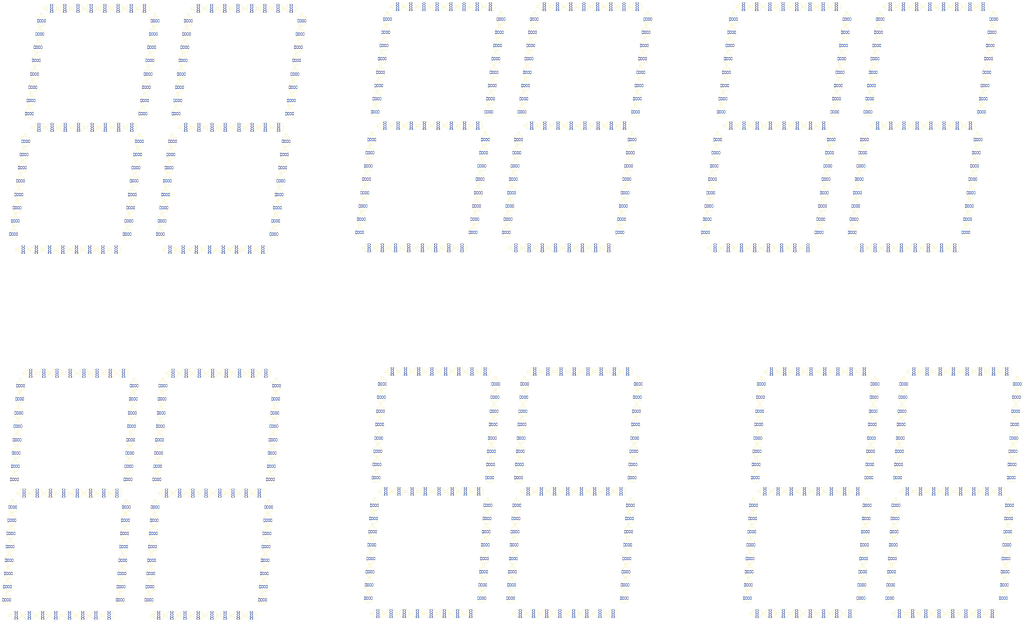
<source format=kicad_pcb>
(kicad_pcb (version 20171130) (host pcbnew 5.1.2)
  (layers (0 F.Cu signal) (31 B.Cu signal) (34 B.Paste user) (35 F.Paste user) (36 B.SilkS user) (37 F.SilkS user) (38 B.Mask user) (39 F.Mask user) (44 Edge.Cuts user))
  (net 0 "")
  (module LED_THT:LED_D5.0mm-4_RGB (layer F.Cu) (at 601.85 296.9)
    (fp_text reference D7 (at 1.905 -3.96) (layer F.SilkS))
    (fp_text value LED_ARGB)
    (pad 1 thru_hole rect (at 0 0) (size 1.07 1.8) (drill 0.9) (layers *.Cu *.Mask))
    (pad 2 thru_hole oval (at 1.27 0) (size 1.07 1.8) (drill 0.9) (layers *.Cu *.Mask))
    (pad 3 thru_hole oval (at 2.54 0) (size 1.07 1.8) (drill 0.9) (layers *.Cu *.Mask))
    (pad 4 thru_hole oval (at 3.81 0) (size 1.07 1.8) (drill 0.9) (layers *.Cu *.Mask))
  )
  (module LED_THT:LED_D5.0mm-4_RGB (layer F.Cu) (at 605.35 243.25)
    (fp_text reference D1 (at 1.905 -3.96) (layer F.SilkS))
    (fp_text value LED_ARGB)
    (pad 1 thru_hole rect (at 0 0) (size 1.07 1.8) (drill 0.9) (layers *.Cu *.Mask))
    (pad 2 thru_hole oval (at 1.27 0) (size 1.07 1.8) (drill 0.9) (layers *.Cu *.Mask))
    (pad 3 thru_hole oval (at 2.54 0) (size 1.07 1.8) (drill 0.9) (layers *.Cu *.Mask))
    (pad 4 thru_hole oval (at 3.81 0) (size 1.07 1.8) (drill 0.9) (layers *.Cu *.Mask))
  )
  (module LED_THT:LED_D5.0mm-4_RGB (layer F.Cu) (at 532.35 365.9)
    (fp_text reference D7 (at 1.905 -3.96) (layer F.SilkS))
    (fp_text value LED_ARGB)
    (pad 4 thru_hole oval (at 3.81 0) (size 1.07 1.8) (drill 0.9) (layers *.Cu *.Mask))
    (pad 3 thru_hole oval (at 2.54 0) (size 1.07 1.8) (drill 0.9) (layers *.Cu *.Mask))
    (pad 2 thru_hole oval (at 1.27 0) (size 1.07 1.8) (drill 0.9) (layers *.Cu *.Mask))
    (pad 1 thru_hole rect (at 0 0) (size 1.07 1.8) (drill 0.9) (layers *.Cu *.Mask))
  )
  (module LED_THT:LED_D5.0mm-4_RGB (layer F.Cu) (at 604.85 250.8)
    (fp_text reference D2 (at 1.905 -3.96) (layer F.SilkS))
    (fp_text value LED_ARGB)
    (pad 4 thru_hole oval (at 3.81 0) (size 1.07 1.8) (drill 0.9) (layers *.Cu *.Mask))
    (pad 3 thru_hole oval (at 2.54 0) (size 1.07 1.8) (drill 0.9) (layers *.Cu *.Mask))
    (pad 2 thru_hole oval (at 1.27 0) (size 1.07 1.8) (drill 0.9) (layers *.Cu *.Mask))
    (pad 1 thru_hole rect (at 0 0) (size 1.07 1.8) (drill 0.9) (layers *.Cu *.Mask))
  )
  (module LED_THT:LED_D5.0mm-4_RGB (layer F.Cu) (at 534.35 335.4)
    (fp_text reference D7 (at 1.905 -3.96) (layer F.SilkS))
    (fp_text value LED_ARGB)
    (pad 1 thru_hole rect (at 0 0) (size 1.07 1.8) (drill 0.9) (layers *.Cu *.Mask))
    (pad 2 thru_hole oval (at 1.27 0) (size 1.07 1.8) (drill 0.9) (layers *.Cu *.Mask))
    (pad 3 thru_hole oval (at 2.54 0) (size 1.07 1.8) (drill 0.9) (layers *.Cu *.Mask))
    (pad 4 thru_hole oval (at 3.81 0) (size 1.07 1.8) (drill 0.9) (layers *.Cu *.Mask))
  )
  (module LED_THT:LED_D5.0mm-4_RGB (layer F.Cu) (at 600.35 320.3)
    (fp_text reference D2 (at 1.905 -3.96) (layer F.SilkS))
    (fp_text value LED_ARGB)
    (pad 1 thru_hole rect (at 0 0) (size 1.07 1.8) (drill 0.9) (layers *.Cu *.Mask))
    (pad 2 thru_hole oval (at 1.27 0) (size 1.07 1.8) (drill 0.9) (layers *.Cu *.Mask))
    (pad 3 thru_hole oval (at 2.54 0) (size 1.07 1.8) (drill 0.9) (layers *.Cu *.Mask))
    (pad 4 thru_hole oval (at 3.81 0) (size 1.07 1.8) (drill 0.9) (layers *.Cu *.Mask))
  )
  (module LED_THT:LED_D5.0mm-4_RGB (layer F.Cu) (at 597.4 306.65 90)
    (fp_text reference D7 (at 1.905 -3.96 90) (layer F.SilkS))
    (fp_text value LED_ARGB)
    (pad 1 thru_hole rect (at 0 0 90) (size 1.07 1.8) (drill 0.9) (layers *.Cu *.Mask))
    (pad 2 thru_hole oval (at 1.27 0 90) (size 1.07 1.8) (drill 0.9) (layers *.Cu *.Mask))
    (pad 3 thru_hole oval (at 2.54 0 90) (size 1.07 1.8) (drill 0.9) (layers *.Cu *.Mask))
    (pad 4 thru_hole oval (at 3.81 0 90) (size 1.07 1.8) (drill 0.9) (layers *.Cu *.Mask))
  )
  (module LED_THT:LED_D5.0mm-4_RGB (layer F.Cu) (at 592.9 376.65 90)
    (fp_text reference D7 (at 1.905 -3.96 90) (layer F.SilkS))
    (fp_text value LED_ARGB)
    (pad 4 thru_hole oval (at 3.81 0 90) (size 1.07 1.8) (drill 0.9) (layers *.Cu *.Mask))
    (pad 3 thru_hole oval (at 2.54 0 90) (size 1.07 1.8) (drill 0.9) (layers *.Cu *.Mask))
    (pad 2 thru_hole oval (at 1.27 0 90) (size 1.07 1.8) (drill 0.9) (layers *.Cu *.Mask))
    (pad 1 thru_hole rect (at 0 0 90) (size 1.07 1.8) (drill 0.9) (layers *.Cu *.Mask))
  )
  (module LED_THT:LED_D5.0mm-4_RGB (layer F.Cu) (at 533.85 343.25)
    (fp_text reference D1 (at 1.905 -3.96) (layer F.SilkS))
    (fp_text value LED_ARGB)
    (pad 4 thru_hole oval (at 3.81 0) (size 1.07 1.8) (drill 0.9) (layers *.Cu *.Mask))
    (pad 3 thru_hole oval (at 2.54 0) (size 1.07 1.8) (drill 0.9) (layers *.Cu *.Mask))
    (pad 2 thru_hole oval (at 1.27 0) (size 1.07 1.8) (drill 0.9) (layers *.Cu *.Mask))
    (pad 1 thru_hole rect (at 0 0) (size 1.07 1.8) (drill 0.9) (layers *.Cu *.Mask))
  )
  (module LED_THT:LED_D5.0mm-4_RGB (layer F.Cu) (at 598.35 350.8)
    (fp_text reference D2 (at 1.905 -3.96) (layer F.SilkS))
    (fp_text value LED_ARGB)
    (pad 4 thru_hole oval (at 3.81 0) (size 1.07 1.8) (drill 0.9) (layers *.Cu *.Mask))
    (pad 3 thru_hole oval (at 2.54 0) (size 1.07 1.8) (drill 0.9) (layers *.Cu *.Mask))
    (pad 2 thru_hole oval (at 1.27 0) (size 1.07 1.8) (drill 0.9) (layers *.Cu *.Mask))
    (pad 1 thru_hole rect (at 0 0) (size 1.07 1.8) (drill 0.9) (layers *.Cu *.Mask))
  )
  (module LED_THT:LED_D5.0mm-4_RGB (layer F.Cu) (at 537.85 281.8)
    (fp_text reference D2 (at 1.905 -3.96) (layer F.SilkS))
    (fp_text value LED_ARGB)
    (pad 1 thru_hole rect (at 0 0) (size 1.07 1.8) (drill 0.9) (layers *.Cu *.Mask))
    (pad 2 thru_hole oval (at 1.27 0) (size 1.07 1.8) (drill 0.9) (layers *.Cu *.Mask))
    (pad 3 thru_hole oval (at 2.54 0) (size 1.07 1.8) (drill 0.9) (layers *.Cu *.Mask))
    (pad 4 thru_hole oval (at 3.81 0) (size 1.07 1.8) (drill 0.9) (layers *.Cu *.Mask))
  )
  (module LED_THT:LED_D5.0mm-4_RGB (layer F.Cu) (at 600.85 312.75)
    (fp_text reference D1 (at 1.905 -3.96) (layer F.SilkS))
    (fp_text value LED_ARGB)
    (pad 1 thru_hole rect (at 0 0) (size 1.07 1.8) (drill 0.9) (layers *.Cu *.Mask))
    (pad 2 thru_hole oval (at 1.27 0) (size 1.07 1.8) (drill 0.9) (layers *.Cu *.Mask))
    (pad 3 thru_hole oval (at 2.54 0) (size 1.07 1.8) (drill 0.9) (layers *.Cu *.Mask))
    (pad 4 thru_hole oval (at 3.81 0) (size 1.07 1.8) (drill 0.9) (layers *.Cu *.Mask))
  )
  (module LED_THT:LED_D5.0mm-4_RGB (layer F.Cu) (at 597.85 358.35)
    (fp_text reference D4 (at 1.905 -3.96) (layer F.SilkS))
    (fp_text value LED_ARGB)
    (pad 4 thru_hole oval (at 3.81 0) (size 1.07 1.8) (drill 0.9) (layers *.Cu *.Mask))
    (pad 3 thru_hole oval (at 2.54 0) (size 1.07 1.8) (drill 0.9) (layers *.Cu *.Mask))
    (pad 2 thru_hole oval (at 1.27 0) (size 1.07 1.8) (drill 0.9) (layers *.Cu *.Mask))
    (pad 1 thru_hole rect (at 0 0) (size 1.07 1.8) (drill 0.9) (layers *.Cu *.Mask))
  )
  (module LED_THT:LED_D5.0mm-4_RGB (layer F.Cu) (at 597.35 365.9)
    (fp_text reference D7 (at 1.905 -3.96) (layer F.SilkS))
    (fp_text value LED_ARGB)
    (pad 4 thru_hole oval (at 3.81 0) (size 1.07 1.8) (drill 0.9) (layers *.Cu *.Mask))
    (pad 3 thru_hole oval (at 2.54 0) (size 1.07 1.8) (drill 0.9) (layers *.Cu *.Mask))
    (pad 2 thru_hole oval (at 1.27 0) (size 1.07 1.8) (drill 0.9) (layers *.Cu *.Mask))
    (pad 1 thru_hole rect (at 0 0) (size 1.07 1.8) (drill 0.9) (layers *.Cu *.Mask))
  )
  (module LED_THT:LED_D5.0mm-4_RGB (layer F.Cu) (at 577.8 376.65 90)
    (fp_text reference D2 (at 1.905 -3.96 90) (layer F.SilkS))
    (fp_text value LED_ARGB)
    (pad 4 thru_hole oval (at 3.81 0 90) (size 1.07 1.8) (drill 0.9) (layers *.Cu *.Mask))
    (pad 3 thru_hole oval (at 2.54 0 90) (size 1.07 1.8) (drill 0.9) (layers *.Cu *.Mask))
    (pad 2 thru_hole oval (at 1.27 0 90) (size 1.07 1.8) (drill 0.9) (layers *.Cu *.Mask))
    (pad 1 thru_hole rect (at 0 0 90) (size 1.07 1.8) (drill 0.9) (layers *.Cu *.Mask))
  )
  (module LED_THT:LED_D5.0mm-4_RGB (layer F.Cu) (at 602.35 289.35)
    (fp_text reference D4 (at 1.905 -3.96) (layer F.SilkS))
    (fp_text value LED_ARGB)
    (pad 1 thru_hole rect (at 0 0) (size 1.07 1.8) (drill 0.9) (layers *.Cu *.Mask))
    (pad 2 thru_hole oval (at 1.27 0) (size 1.07 1.8) (drill 0.9) (layers *.Cu *.Mask))
    (pad 3 thru_hole oval (at 2.54 0) (size 1.07 1.8) (drill 0.9) (layers *.Cu *.Mask))
    (pad 4 thru_hole oval (at 3.81 0) (size 1.07 1.8) (drill 0.9) (layers *.Cu *.Mask))
  )
  (module LED_THT:LED_D5.0mm-4_RGB (layer F.Cu) (at 582.3 306.65 90)
    (fp_text reference D2 (at 1.905 -3.96 90) (layer F.SilkS))
    (fp_text value LED_ARGB)
    (pad 1 thru_hole rect (at 0 0 90) (size 1.07 1.8) (drill 0.9) (layers *.Cu *.Mask))
    (pad 2 thru_hole oval (at 1.27 0 90) (size 1.07 1.8) (drill 0.9) (layers *.Cu *.Mask))
    (pad 3 thru_hole oval (at 2.54 0 90) (size 1.07 1.8) (drill 0.9) (layers *.Cu *.Mask))
    (pad 4 thru_hole oval (at 3.81 0 90) (size 1.07 1.8) (drill 0.9) (layers *.Cu *.Mask))
  )
  (module LED_THT:LED_D5.0mm-4_RGB (layer F.Cu) (at 602.85 281.8)
    (fp_text reference D2 (at 1.905 -3.96) (layer F.SilkS))
    (fp_text value LED_ARGB)
    (pad 1 thru_hole rect (at 0 0) (size 1.07 1.8) (drill 0.9) (layers *.Cu *.Mask))
    (pad 2 thru_hole oval (at 1.27 0) (size 1.07 1.8) (drill 0.9) (layers *.Cu *.Mask))
    (pad 3 thru_hole oval (at 2.54 0) (size 1.07 1.8) (drill 0.9) (layers *.Cu *.Mask))
    (pad 4 thru_hole oval (at 3.81 0) (size 1.07 1.8) (drill 0.9) (layers *.Cu *.Mask))
  )
  (module LED_THT:LED_D5.0mm-4_RGB (layer F.Cu) (at 535.35 320.3)
    (fp_text reference D2 (at 1.905 -3.96) (layer F.SilkS))
    (fp_text value LED_ARGB)
    (pad 1 thru_hole rect (at 0 0) (size 1.07 1.8) (drill 0.9) (layers *.Cu *.Mask))
    (pad 2 thru_hole oval (at 1.27 0) (size 1.07 1.8) (drill 0.9) (layers *.Cu *.Mask))
    (pad 3 thru_hole oval (at 2.54 0) (size 1.07 1.8) (drill 0.9) (layers *.Cu *.Mask))
    (pad 4 thru_hole oval (at 3.81 0) (size 1.07 1.8) (drill 0.9) (layers *.Cu *.Mask))
  )
  (module LED_THT:LED_D5.0mm-4_RGB (layer F.Cu) (at 535.85 312.75)
    (fp_text reference D1 (at 1.905 -3.96) (layer F.SilkS))
    (fp_text value LED_ARGB)
    (pad 1 thru_hole rect (at 0 0) (size 1.07 1.8) (drill 0.9) (layers *.Cu *.Mask))
    (pad 2 thru_hole oval (at 1.27 0) (size 1.07 1.8) (drill 0.9) (layers *.Cu *.Mask))
    (pad 3 thru_hole oval (at 2.54 0) (size 1.07 1.8) (drill 0.9) (layers *.Cu *.Mask))
    (pad 4 thru_hole oval (at 3.81 0) (size 1.07 1.8) (drill 0.9) (layers *.Cu *.Mask))
  )
  (module LED_THT:LED_D5.0mm-4_RGB (layer F.Cu) (at 533.35 350.8)
    (fp_text reference D2 (at 1.905 -3.96) (layer F.SilkS))
    (fp_text value LED_ARGB)
    (pad 4 thru_hole oval (at 3.81 0) (size 1.07 1.8) (drill 0.9) (layers *.Cu *.Mask))
    (pad 3 thru_hole oval (at 2.54 0) (size 1.07 1.8) (drill 0.9) (layers *.Cu *.Mask))
    (pad 2 thru_hole oval (at 1.27 0) (size 1.07 1.8) (drill 0.9) (layers *.Cu *.Mask))
    (pad 1 thru_hole rect (at 0 0) (size 1.07 1.8) (drill 0.9) (layers *.Cu *.Mask))
  )
  (module LED_THT:LED_D5.0mm-4_RGB (layer F.Cu) (at 589.85 306.65 90)
    (fp_text reference D4 (at 1.905 -3.96 90) (layer F.SilkS))
    (fp_text value LED_ARGB)
    (pad 1 thru_hole rect (at 0 0 90) (size 1.07 1.8) (drill 0.9) (layers *.Cu *.Mask))
    (pad 2 thru_hole oval (at 1.27 0 90) (size 1.07 1.8) (drill 0.9) (layers *.Cu *.Mask))
    (pad 3 thru_hole oval (at 2.54 0 90) (size 1.07 1.8) (drill 0.9) (layers *.Cu *.Mask))
    (pad 4 thru_hole oval (at 3.81 0 90) (size 1.07 1.8) (drill 0.9) (layers *.Cu *.Mask))
  )
  (module LED_THT:LED_D5.0mm-4_RGB (layer F.Cu) (at 551.8 306.65 90)
    (fp_text reference D2 (at 1.905 -3.96 90) (layer F.SilkS))
    (fp_text value LED_ARGB)
    (pad 4 thru_hole oval (at 3.81 0 90) (size 1.07 1.8) (drill 0.9) (layers *.Cu *.Mask))
    (pad 3 thru_hole oval (at 2.54 0 90) (size 1.07 1.8) (drill 0.9) (layers *.Cu *.Mask))
    (pad 2 thru_hole oval (at 1.27 0 90) (size 1.07 1.8) (drill 0.9) (layers *.Cu *.Mask))
    (pad 1 thru_hole rect (at 0 0 90) (size 1.07 1.8) (drill 0.9) (layers *.Cu *.Mask))
  )
  (module LED_THT:LED_D5.0mm-4_RGB (layer F.Cu) (at 598.85 343.25)
    (fp_text reference D1 (at 1.905 -3.96) (layer F.SilkS))
    (fp_text value LED_ARGB)
    (pad 4 thru_hole oval (at 3.81 0) (size 1.07 1.8) (drill 0.9) (layers *.Cu *.Mask))
    (pad 3 thru_hole oval (at 2.54 0) (size 1.07 1.8) (drill 0.9) (layers *.Cu *.Mask))
    (pad 2 thru_hole oval (at 1.27 0) (size 1.07 1.8) (drill 0.9) (layers *.Cu *.Mask))
    (pad 1 thru_hole rect (at 0 0) (size 1.07 1.8) (drill 0.9) (layers *.Cu *.Mask))
  )
  (module LED_THT:LED_D5.0mm-4_RGB (layer F.Cu) (at 566.9 306.65 90)
    (fp_text reference D7 (at 1.905 -3.96 90) (layer F.SilkS))
    (fp_text value LED_ARGB)
    (pad 4 thru_hole oval (at 3.81 0 90) (size 1.07 1.8) (drill 0.9) (layers *.Cu *.Mask))
    (pad 3 thru_hole oval (at 2.54 0 90) (size 1.07 1.8) (drill 0.9) (layers *.Cu *.Mask))
    (pad 2 thru_hole oval (at 1.27 0 90) (size 1.07 1.8) (drill 0.9) (layers *.Cu *.Mask))
    (pad 1 thru_hole rect (at 0 0 90) (size 1.07 1.8) (drill 0.9) (layers *.Cu *.Mask))
  )
  (module LED_THT:LED_D5.0mm-4_RGB (layer F.Cu) (at 601.15 238 90)
    (fp_text reference D7 (at 1.905 -3.96 90) (layer F.SilkS))
    (fp_text value LED_ARGB)
    (pad 1 thru_hole rect (at 0 0 90) (size 1.07 1.8) (drill 0.9) (layers *.Cu *.Mask))
    (pad 2 thru_hole oval (at 1.27 0 90) (size 1.07 1.8) (drill 0.9) (layers *.Cu *.Mask))
    (pad 3 thru_hole oval (at 2.54 0 90) (size 1.07 1.8) (drill 0.9) (layers *.Cu *.Mask))
    (pad 4 thru_hole oval (at 3.81 0 90) (size 1.07 1.8) (drill 0.9) (layers *.Cu *.Mask))
  )
  (module LED_THT:LED_D5.0mm-4_RGB (layer F.Cu) (at 599.85 327.85)
    (fp_text reference D4 (at 1.905 -3.96) (layer F.SilkS))
    (fp_text value LED_ARGB)
    (pad 1 thru_hole rect (at 0 0) (size 1.07 1.8) (drill 0.9) (layers *.Cu *.Mask))
    (pad 2 thru_hole oval (at 1.27 0) (size 1.07 1.8) (drill 0.9) (layers *.Cu *.Mask))
    (pad 3 thru_hole oval (at 2.54 0) (size 1.07 1.8) (drill 0.9) (layers *.Cu *.Mask))
    (pad 4 thru_hole oval (at 3.81 0) (size 1.07 1.8) (drill 0.9) (layers *.Cu *.Mask))
  )
  (module LED_THT:LED_D5.0mm-4_RGB (layer F.Cu) (at 578.5 238 90)
    (fp_text reference D1 (at 1.905 -3.96 90) (layer F.SilkS))
    (fp_text value LED_ARGB)
    (pad 1 thru_hole rect (at 0 0 90) (size 1.07 1.8) (drill 0.9) (layers *.Cu *.Mask))
    (pad 2 thru_hole oval (at 1.27 0 90) (size 1.07 1.8) (drill 0.9) (layers *.Cu *.Mask))
    (pad 3 thru_hole oval (at 2.54 0 90) (size 1.07 1.8) (drill 0.9) (layers *.Cu *.Mask))
    (pad 4 thru_hole oval (at 3.81 0 90) (size 1.07 1.8) (drill 0.9) (layers *.Cu *.Mask))
  )
  (module LED_THT:LED_D5.0mm-4_RGB (layer F.Cu) (at 593.6 238 90)
    (fp_text reference D4 (at 1.905 -3.96 90) (layer F.SilkS))
    (fp_text value LED_ARGB)
    (pad 1 thru_hole rect (at 0 0 90) (size 1.07 1.8) (drill 0.9) (layers *.Cu *.Mask))
    (pad 2 thru_hole oval (at 1.27 0 90) (size 1.07 1.8) (drill 0.9) (layers *.Cu *.Mask))
    (pad 3 thru_hole oval (at 2.54 0 90) (size 1.07 1.8) (drill 0.9) (layers *.Cu *.Mask))
    (pad 4 thru_hole oval (at 3.81 0 90) (size 1.07 1.8) (drill 0.9) (layers *.Cu *.Mask))
  )
  (module LED_THT:LED_D5.0mm-4_RGB (layer F.Cu) (at 544.25 306.65 90)
    (fp_text reference D1 (at 1.905 -3.96 90) (layer F.SilkS))
    (fp_text value LED_ARGB)
    (pad 4 thru_hole oval (at 3.81 0 90) (size 1.07 1.8) (drill 0.9) (layers *.Cu *.Mask))
    (pad 3 thru_hole oval (at 2.54 0 90) (size 1.07 1.8) (drill 0.9) (layers *.Cu *.Mask))
    (pad 2 thru_hole oval (at 1.27 0 90) (size 1.07 1.8) (drill 0.9) (layers *.Cu *.Mask))
    (pad 1 thru_hole rect (at 0 0 90) (size 1.07 1.8) (drill 0.9) (layers *.Cu *.Mask))
  )
  (module LED_THT:LED_D5.0mm-4_RGB (layer F.Cu) (at 604.35 258.85)
    (fp_text reference D4 (at 1.905 -3.96) (layer F.SilkS))
    (fp_text value LED_ARGB)
    (pad 4 thru_hole oval (at 3.81 0) (size 1.07 1.8) (drill 0.9) (layers *.Cu *.Mask))
    (pad 3 thru_hole oval (at 2.54 0) (size 1.07 1.8) (drill 0.9) (layers *.Cu *.Mask))
    (pad 2 thru_hole oval (at 1.27 0) (size 1.07 1.8) (drill 0.9) (layers *.Cu *.Mask))
    (pad 1 thru_hole rect (at 0 0) (size 1.07 1.8) (drill 0.9) (layers *.Cu *.Mask))
  )
  (module LED_THT:LED_D5.0mm-4_RGB (layer F.Cu) (at 603.35 274.25)
    (fp_text reference D1 (at 1.905 -3.96) (layer F.SilkS))
    (fp_text value LED_ARGB)
    (pad 1 thru_hole rect (at 0 0) (size 1.07 1.8) (drill 0.9) (layers *.Cu *.Mask))
    (pad 2 thru_hole oval (at 1.27 0) (size 1.07 1.8) (drill 0.9) (layers *.Cu *.Mask))
    (pad 3 thru_hole oval (at 2.54 0) (size 1.07 1.8) (drill 0.9) (layers *.Cu *.Mask))
    (pad 4 thru_hole oval (at 3.81 0) (size 1.07 1.8) (drill 0.9) (layers *.Cu *.Mask))
  )
  (module LED_THT:LED_D5.0mm-4_RGB (layer F.Cu) (at 539.35 258.85)
    (fp_text reference D4 (at 1.905 -3.96) (layer F.SilkS))
    (fp_text value LED_ARGB)
    (pad 4 thru_hole oval (at 3.81 0) (size 1.07 1.8) (drill 0.9) (layers *.Cu *.Mask))
    (pad 3 thru_hole oval (at 2.54 0) (size 1.07 1.8) (drill 0.9) (layers *.Cu *.Mask))
    (pad 2 thru_hole oval (at 1.27 0) (size 1.07 1.8) (drill 0.9) (layers *.Cu *.Mask))
    (pad 1 thru_hole rect (at 0 0) (size 1.07 1.8) (drill 0.9) (layers *.Cu *.Mask))
  )
  (module LED_THT:LED_D5.0mm-4_RGB (layer F.Cu) (at 555.55 238 90)
    (fp_text reference D2 (at 1.905 -3.96 90) (layer F.SilkS))
    (fp_text value LED_ARGB)
    (pad 4 thru_hole oval (at 3.81 0 90) (size 1.07 1.8) (drill 0.9) (layers *.Cu *.Mask))
    (pad 3 thru_hole oval (at 2.54 0 90) (size 1.07 1.8) (drill 0.9) (layers *.Cu *.Mask))
    (pad 2 thru_hole oval (at 1.27 0 90) (size 1.07 1.8) (drill 0.9) (layers *.Cu *.Mask))
    (pad 1 thru_hole rect (at 0 0 90) (size 1.07 1.8) (drill 0.9) (layers *.Cu *.Mask))
  )
  (module LED_THT:LED_D5.0mm-4_RGB (layer F.Cu) (at 599.35 335.4)
    (fp_text reference D7 (at 1.905 -3.96) (layer F.SilkS))
    (fp_text value LED_ARGB)
    (pad 1 thru_hole rect (at 0 0) (size 1.07 1.8) (drill 0.9) (layers *.Cu *.Mask))
    (pad 2 thru_hole oval (at 1.27 0) (size 1.07 1.8) (drill 0.9) (layers *.Cu *.Mask))
    (pad 3 thru_hole oval (at 2.54 0) (size 1.07 1.8) (drill 0.9) (layers *.Cu *.Mask))
    (pad 4 thru_hole oval (at 3.81 0) (size 1.07 1.8) (drill 0.9) (layers *.Cu *.Mask))
  )
  (module LED_THT:LED_D5.0mm-4_RGB (layer F.Cu) (at 539.85 250.8)
    (fp_text reference D2 (at 1.905 -3.96) (layer F.SilkS))
    (fp_text value LED_ARGB)
    (pad 4 thru_hole oval (at 3.81 0) (size 1.07 1.8) (drill 0.9) (layers *.Cu *.Mask))
    (pad 3 thru_hole oval (at 2.54 0) (size 1.07 1.8) (drill 0.9) (layers *.Cu *.Mask))
    (pad 2 thru_hole oval (at 1.27 0) (size 1.07 1.8) (drill 0.9) (layers *.Cu *.Mask))
    (pad 1 thru_hole rect (at 0 0) (size 1.07 1.8) (drill 0.9) (layers *.Cu *.Mask))
  )
  (module LED_THT:LED_D5.0mm-4_RGB (layer F.Cu) (at 586.05 238 90)
    (fp_text reference D2 (at 1.905 -3.96 90) (layer F.SilkS))
    (fp_text value LED_ARGB)
    (pad 1 thru_hole rect (at 0 0 90) (size 1.07 1.8) (drill 0.9) (layers *.Cu *.Mask))
    (pad 2 thru_hole oval (at 1.27 0 90) (size 1.07 1.8) (drill 0.9) (layers *.Cu *.Mask))
    (pad 3 thru_hole oval (at 2.54 0 90) (size 1.07 1.8) (drill 0.9) (layers *.Cu *.Mask))
    (pad 4 thru_hole oval (at 3.81 0 90) (size 1.07 1.8) (drill 0.9) (layers *.Cu *.Mask))
  )
  (module LED_THT:LED_D5.0mm-4_RGB (layer F.Cu) (at 534.85 327.85)
    (fp_text reference D4 (at 1.905 -3.96) (layer F.SilkS))
    (fp_text value LED_ARGB)
    (pad 1 thru_hole rect (at 0 0) (size 1.07 1.8) (drill 0.9) (layers *.Cu *.Mask))
    (pad 2 thru_hole oval (at 1.27 0) (size 1.07 1.8) (drill 0.9) (layers *.Cu *.Mask))
    (pad 3 thru_hole oval (at 2.54 0) (size 1.07 1.8) (drill 0.9) (layers *.Cu *.Mask))
    (pad 4 thru_hole oval (at 3.81 0) (size 1.07 1.8) (drill 0.9) (layers *.Cu *.Mask))
  )
  (module LED_THT:LED_D5.0mm-4_RGB (layer F.Cu) (at 563.1 238 90)
    (fp_text reference D4 (at 1.905 -3.96 90) (layer F.SilkS))
    (fp_text value LED_ARGB)
    (pad 4 thru_hole oval (at 3.81 0 90) (size 1.07 1.8) (drill 0.9) (layers *.Cu *.Mask))
    (pad 3 thru_hole oval (at 2.54 0 90) (size 1.07 1.8) (drill 0.9) (layers *.Cu *.Mask))
    (pad 2 thru_hole oval (at 1.27 0 90) (size 1.07 1.8) (drill 0.9) (layers *.Cu *.Mask))
    (pad 1 thru_hole rect (at 0 0 90) (size 1.07 1.8) (drill 0.9) (layers *.Cu *.Mask))
  )
  (module LED_THT:LED_D5.0mm-4_RGB (layer F.Cu) (at 603.85 266.4)
    (fp_text reference D7 (at 1.905 -3.96) (layer F.SilkS))
    (fp_text value LED_ARGB)
    (pad 4 thru_hole oval (at 3.81 0) (size 1.07 1.8) (drill 0.9) (layers *.Cu *.Mask))
    (pad 3 thru_hole oval (at 2.54 0) (size 1.07 1.8) (drill 0.9) (layers *.Cu *.Mask))
    (pad 2 thru_hole oval (at 1.27 0) (size 1.07 1.8) (drill 0.9) (layers *.Cu *.Mask))
    (pad 1 thru_hole rect (at 0 0) (size 1.07 1.8) (drill 0.9) (layers *.Cu *.Mask))
  )
  (module LED_THT:LED_D5.0mm-4_RGB (layer F.Cu) (at 540.35 243.25)
    (fp_text reference D1 (at 1.905 -3.96) (layer F.SilkS))
    (fp_text value LED_ARGB)
    (pad 1 thru_hole rect (at 0 0) (size 1.07 1.8) (drill 0.9) (layers *.Cu *.Mask))
    (pad 2 thru_hole oval (at 1.27 0) (size 1.07 1.8) (drill 0.9) (layers *.Cu *.Mask))
    (pad 3 thru_hole oval (at 2.54 0) (size 1.07 1.8) (drill 0.9) (layers *.Cu *.Mask))
    (pad 4 thru_hole oval (at 3.81 0) (size 1.07 1.8) (drill 0.9) (layers *.Cu *.Mask))
  )
  (module LED_THT:LED_D5.0mm-4_RGB (layer F.Cu) (at 559.35 306.65 90)
    (fp_text reference D4 (at 1.905 -3.96 90) (layer F.SilkS))
    (fp_text value LED_ARGB)
    (pad 4 thru_hole oval (at 3.81 0 90) (size 1.07 1.8) (drill 0.9) (layers *.Cu *.Mask))
    (pad 3 thru_hole oval (at 2.54 0 90) (size 1.07 1.8) (drill 0.9) (layers *.Cu *.Mask))
    (pad 2 thru_hole oval (at 1.27 0 90) (size 1.07 1.8) (drill 0.9) (layers *.Cu *.Mask))
    (pad 1 thru_hole rect (at 0 0 90) (size 1.07 1.8) (drill 0.9) (layers *.Cu *.Mask))
  )
  (module LED_THT:LED_D5.0mm-4_RGB (layer F.Cu) (at 548 238 90)
    (fp_text reference D1 (at 1.905 -3.96 90) (layer F.SilkS))
    (fp_text value LED_ARGB)
    (pad 4 thru_hole oval (at 3.81 0 90) (size 1.07 1.8) (drill 0.9) (layers *.Cu *.Mask))
    (pad 3 thru_hole oval (at 2.54 0 90) (size 1.07 1.8) (drill 0.9) (layers *.Cu *.Mask))
    (pad 2 thru_hole oval (at 1.27 0 90) (size 1.07 1.8) (drill 0.9) (layers *.Cu *.Mask))
    (pad 1 thru_hole rect (at 0 0 90) (size 1.07 1.8) (drill 0.9) (layers *.Cu *.Mask))
  )
  (module LED_THT:LED_D5.0mm-4_RGB (layer F.Cu) (at 585.35 376.65 90)
    (fp_text reference D4 (at 1.905 -3.96 90) (layer F.SilkS))
    (fp_text value LED_ARGB)
    (pad 4 thru_hole oval (at 3.81 0 90) (size 1.07 1.8) (drill 0.9) (layers *.Cu *.Mask))
    (pad 3 thru_hole oval (at 2.54 0 90) (size 1.07 1.8) (drill 0.9) (layers *.Cu *.Mask))
    (pad 2 thru_hole oval (at 1.27 0 90) (size 1.07 1.8) (drill 0.9) (layers *.Cu *.Mask))
    (pad 1 thru_hole rect (at 0 0 90) (size 1.07 1.8) (drill 0.9) (layers *.Cu *.Mask))
  )
  (module LED_THT:LED_D5.0mm-4_RGB (layer F.Cu) (at 520.35 296.9)
    (fp_text reference D7 (at 1.905 -3.96) (layer F.SilkS))
    (fp_text value LED_ARGB)
    (pad 4 thru_hole oval (at 3.81 0) (size 1.07 1.8) (drill 0.9) (layers *.Cu *.Mask))
    (pad 3 thru_hole oval (at 2.54 0) (size 1.07 1.8) (drill 0.9) (layers *.Cu *.Mask))
    (pad 2 thru_hole oval (at 1.27 0) (size 1.07 1.8) (drill 0.9) (layers *.Cu *.Mask))
    (pad 1 thru_hole rect (at 0 0) (size 1.07 1.8) (drill 0.9) (layers *.Cu *.Mask))
  )
  (module LED_THT:LED_D5.0mm-4_RGB (layer F.Cu) (at 523.85 243.25)
    (fp_text reference D1 (at 1.905 -3.96) (layer F.SilkS))
    (fp_text value LED_ARGB)
    (pad 4 thru_hole oval (at 3.81 0) (size 1.07 1.8) (drill 0.9) (layers *.Cu *.Mask))
    (pad 3 thru_hole oval (at 2.54 0) (size 1.07 1.8) (drill 0.9) (layers *.Cu *.Mask))
    (pad 2 thru_hole oval (at 1.27 0) (size 1.07 1.8) (drill 0.9) (layers *.Cu *.Mask))
    (pad 1 thru_hole rect (at 0 0) (size 1.07 1.8) (drill 0.9) (layers *.Cu *.Mask))
  )
  (module LED_THT:LED_D5.0mm-4_RGB (layer F.Cu) (at 470.3 306.65 90)
    (fp_text reference D2 (at 1.905 -3.96 90) (layer F.SilkS))
    (fp_text value LED_ARGB)
    (pad 1 thru_hole rect (at 0 0 90) (size 1.07 1.8) (drill 0.9) (layers *.Cu *.Mask))
    (pad 2 thru_hole oval (at 1.27 0 90) (size 1.07 1.8) (drill 0.9) (layers *.Cu *.Mask))
    (pad 3 thru_hole oval (at 2.54 0 90) (size 1.07 1.8) (drill 0.9) (layers *.Cu *.Mask))
    (pad 4 thru_hole oval (at 3.81 0 90) (size 1.07 1.8) (drill 0.9) (layers *.Cu *.Mask))
  )
  (module LED_THT:LED_D5.0mm-4_RGB (layer F.Cu) (at 520.85 289.35)
    (fp_text reference D4 (at 1.905 -3.96) (layer F.SilkS))
    (fp_text value LED_ARGB)
    (pad 4 thru_hole oval (at 3.81 0) (size 1.07 1.8) (drill 0.9) (layers *.Cu *.Mask))
    (pad 3 thru_hole oval (at 2.54 0) (size 1.07 1.8) (drill 0.9) (layers *.Cu *.Mask))
    (pad 2 thru_hole oval (at 1.27 0) (size 1.07 1.8) (drill 0.9) (layers *.Cu *.Mask))
    (pad 1 thru_hole rect (at 0 0) (size 1.07 1.8) (drill 0.9) (layers *.Cu *.Mask))
  )
  (module LED_THT:LED_D5.0mm-4_RGB (layer F.Cu) (at 521.35 281.8)
    (fp_text reference D2 (at 1.905 -3.96) (layer F.SilkS))
    (fp_text value LED_ARGB)
    (pad 4 thru_hole oval (at 3.81 0) (size 1.07 1.8) (drill 0.9) (layers *.Cu *.Mask))
    (pad 3 thru_hole oval (at 2.54 0) (size 1.07 1.8) (drill 0.9) (layers *.Cu *.Mask))
    (pad 2 thru_hole oval (at 1.27 0) (size 1.07 1.8) (drill 0.9) (layers *.Cu *.Mask))
    (pad 1 thru_hole rect (at 0 0) (size 1.07 1.8) (drill 0.9) (layers *.Cu *.Mask))
  )
  (module LED_THT:LED_D5.0mm-4_RGB (layer F.Cu) (at 450.85 365.9)
    (fp_text reference D7 (at 1.905 -3.96) (layer F.SilkS))
    (fp_text value LED_ARGB)
    (pad 1 thru_hole rect (at 0 0) (size 1.07 1.8) (drill 0.9) (layers *.Cu *.Mask))
    (pad 2 thru_hole oval (at 1.27 0) (size 1.07 1.8) (drill 0.9) (layers *.Cu *.Mask))
    (pad 3 thru_hole oval (at 2.54 0) (size 1.07 1.8) (drill 0.9) (layers *.Cu *.Mask))
    (pad 4 thru_hole oval (at 3.81 0) (size 1.07 1.8) (drill 0.9) (layers *.Cu *.Mask))
  )
  (module LED_THT:LED_D5.0mm-4_RGB (layer F.Cu) (at 523.35 250.8)
    (fp_text reference D2 (at 1.905 -3.96) (layer F.SilkS))
    (fp_text value LED_ARGB)
    (pad 1 thru_hole rect (at 0 0) (size 1.07 1.8) (drill 0.9) (layers *.Cu *.Mask))
    (pad 2 thru_hole oval (at 1.27 0) (size 1.07 1.8) (drill 0.9) (layers *.Cu *.Mask))
    (pad 3 thru_hole oval (at 2.54 0) (size 1.07 1.8) (drill 0.9) (layers *.Cu *.Mask))
    (pad 4 thru_hole oval (at 3.81 0) (size 1.07 1.8) (drill 0.9) (layers *.Cu *.Mask))
  )
  (module LED_THT:LED_D5.0mm-4_RGB (layer F.Cu) (at 453.85 320.3)
    (fp_text reference D2 (at 1.905 -3.96) (layer F.SilkS))
    (fp_text value LED_ARGB)
    (pad 4 thru_hole oval (at 3.81 0) (size 1.07 1.8) (drill 0.9) (layers *.Cu *.Mask))
    (pad 3 thru_hole oval (at 2.54 0) (size 1.07 1.8) (drill 0.9) (layers *.Cu *.Mask))
    (pad 2 thru_hole oval (at 1.27 0) (size 1.07 1.8) (drill 0.9) (layers *.Cu *.Mask))
    (pad 1 thru_hole rect (at 0 0) (size 1.07 1.8) (drill 0.9) (layers *.Cu *.Mask))
  )
  (module LED_THT:LED_D5.0mm-4_RGB (layer F.Cu) (at 508.35 306.65 90)
    (fp_text reference D4 (at 1.905 -3.96 90) (layer F.SilkS))
    (fp_text value LED_ARGB)
    (pad 4 thru_hole oval (at 3.81 0 90) (size 1.07 1.8) (drill 0.9) (layers *.Cu *.Mask))
    (pad 3 thru_hole oval (at 2.54 0 90) (size 1.07 1.8) (drill 0.9) (layers *.Cu *.Mask))
    (pad 2 thru_hole oval (at 1.27 0 90) (size 1.07 1.8) (drill 0.9) (layers *.Cu *.Mask))
    (pad 1 thru_hole rect (at 0 0 90) (size 1.07 1.8) (drill 0.9) (layers *.Cu *.Mask))
  )
  (module LED_THT:LED_D5.0mm-4_RGB (layer F.Cu) (at 452.85 335.4)
    (fp_text reference D7 (at 1.905 -3.96) (layer F.SilkS))
    (fp_text value LED_ARGB)
    (pad 4 thru_hole oval (at 3.81 0) (size 1.07 1.8) (drill 0.9) (layers *.Cu *.Mask))
    (pad 3 thru_hole oval (at 2.54 0) (size 1.07 1.8) (drill 0.9) (layers *.Cu *.Mask))
    (pad 2 thru_hole oval (at 1.27 0) (size 1.07 1.8) (drill 0.9) (layers *.Cu *.Mask))
    (pad 1 thru_hole rect (at 0 0) (size 1.07 1.8) (drill 0.9) (layers *.Cu *.Mask))
  )
  (module LED_THT:LED_D5.0mm-4_RGB (layer F.Cu) (at 500.8 306.65 90)
    (fp_text reference D2 (at 1.905 -3.96 90) (layer F.SilkS))
    (fp_text value LED_ARGB)
    (pad 4 thru_hole oval (at 3.81 0 90) (size 1.07 1.8) (drill 0.9) (layers *.Cu *.Mask))
    (pad 3 thru_hole oval (at 2.54 0 90) (size 1.07 1.8) (drill 0.9) (layers *.Cu *.Mask))
    (pad 2 thru_hole oval (at 1.27 0 90) (size 1.07 1.8) (drill 0.9) (layers *.Cu *.Mask))
    (pad 1 thru_hole rect (at 0 0 90) (size 1.07 1.8) (drill 0.9) (layers *.Cu *.Mask))
  )
  (module LED_THT:LED_D5.0mm-4_RGB (layer F.Cu) (at 451.85 350.8)
    (fp_text reference D2 (at 1.905 -3.96) (layer F.SilkS))
    (fp_text value LED_ARGB)
    (pad 1 thru_hole rect (at 0 0) (size 1.07 1.8) (drill 0.9) (layers *.Cu *.Mask))
    (pad 2 thru_hole oval (at 1.27 0) (size 1.07 1.8) (drill 0.9) (layers *.Cu *.Mask))
    (pad 3 thru_hole oval (at 2.54 0) (size 1.07 1.8) (drill 0.9) (layers *.Cu *.Mask))
    (pad 4 thru_hole oval (at 3.81 0) (size 1.07 1.8) (drill 0.9) (layers *.Cu *.Mask))
  )
  (module LED_THT:LED_D5.0mm-4_RGB (layer F.Cu) (at 518.85 320.3)
    (fp_text reference D2 (at 1.905 -3.96) (layer F.SilkS))
    (fp_text value LED_ARGB)
    (pad 4 thru_hole oval (at 3.81 0) (size 1.07 1.8) (drill 0.9) (layers *.Cu *.Mask))
    (pad 3 thru_hole oval (at 2.54 0) (size 1.07 1.8) (drill 0.9) (layers *.Cu *.Mask))
    (pad 2 thru_hole oval (at 1.27 0) (size 1.07 1.8) (drill 0.9) (layers *.Cu *.Mask))
    (pad 1 thru_hole rect (at 0 0) (size 1.07 1.8) (drill 0.9) (layers *.Cu *.Mask))
  )
  (module LED_THT:LED_D5.0mm-4_RGB (layer F.Cu) (at 515.85 365.9)
    (fp_text reference D7 (at 1.905 -3.96) (layer F.SilkS))
    (fp_text value LED_ARGB)
    (pad 1 thru_hole rect (at 0 0) (size 1.07 1.8) (drill 0.9) (layers *.Cu *.Mask))
    (pad 2 thru_hole oval (at 1.27 0) (size 1.07 1.8) (drill 0.9) (layers *.Cu *.Mask))
    (pad 3 thru_hole oval (at 2.54 0) (size 1.07 1.8) (drill 0.9) (layers *.Cu *.Mask))
    (pad 4 thru_hole oval (at 3.81 0) (size 1.07 1.8) (drill 0.9) (layers *.Cu *.Mask))
  )
  (module LED_THT:LED_D5.0mm-4_RGB (layer F.Cu) (at 515.9 306.65 90)
    (fp_text reference D7 (at 1.905 -3.96 90) (layer F.SilkS))
    (fp_text value LED_ARGB)
    (pad 4 thru_hole oval (at 3.81 0 90) (size 1.07 1.8) (drill 0.9) (layers *.Cu *.Mask))
    (pad 3 thru_hole oval (at 2.54 0 90) (size 1.07 1.8) (drill 0.9) (layers *.Cu *.Mask))
    (pad 2 thru_hole oval (at 1.27 0 90) (size 1.07 1.8) (drill 0.9) (layers *.Cu *.Mask))
    (pad 1 thru_hole rect (at 0 0 90) (size 1.07 1.8) (drill 0.9) (layers *.Cu *.Mask))
  )
  (module LED_THT:LED_D5.0mm-4_RGB (layer F.Cu) (at 454.35 312.75)
    (fp_text reference D1 (at 1.905 -3.96) (layer F.SilkS))
    (fp_text value LED_ARGB)
    (pad 4 thru_hole oval (at 3.81 0) (size 1.07 1.8) (drill 0.9) (layers *.Cu *.Mask))
    (pad 3 thru_hole oval (at 2.54 0) (size 1.07 1.8) (drill 0.9) (layers *.Cu *.Mask))
    (pad 2 thru_hole oval (at 1.27 0) (size 1.07 1.8) (drill 0.9) (layers *.Cu *.Mask))
    (pad 1 thru_hole rect (at 0 0) (size 1.07 1.8) (drill 0.9) (layers *.Cu *.Mask))
  )
  (module LED_THT:LED_D5.0mm-4_RGB (layer F.Cu) (at 496.3 376.65 90)
    (fp_text reference D2 (at 1.905 -3.96 90) (layer F.SilkS))
    (fp_text value LED_ARGB)
    (pad 1 thru_hole rect (at 0 0 90) (size 1.07 1.8) (drill 0.9) (layers *.Cu *.Mask))
    (pad 2 thru_hole oval (at 1.27 0 90) (size 1.07 1.8) (drill 0.9) (layers *.Cu *.Mask))
    (pad 3 thru_hole oval (at 2.54 0 90) (size 1.07 1.8) (drill 0.9) (layers *.Cu *.Mask))
    (pad 4 thru_hole oval (at 3.81 0 90) (size 1.07 1.8) (drill 0.9) (layers *.Cu *.Mask))
  )
  (module LED_THT:LED_D5.0mm-4_RGB (layer F.Cu) (at 516.35 358.35)
    (fp_text reference D4 (at 1.905 -3.96) (layer F.SilkS))
    (fp_text value LED_ARGB)
    (pad 1 thru_hole rect (at 0 0) (size 1.07 1.8) (drill 0.9) (layers *.Cu *.Mask))
    (pad 2 thru_hole oval (at 1.27 0) (size 1.07 1.8) (drill 0.9) (layers *.Cu *.Mask))
    (pad 3 thru_hole oval (at 2.54 0) (size 1.07 1.8) (drill 0.9) (layers *.Cu *.Mask))
    (pad 4 thru_hole oval (at 3.81 0) (size 1.07 1.8) (drill 0.9) (layers *.Cu *.Mask))
  )
  (module LED_THT:LED_D5.0mm-4_RGB (layer F.Cu) (at 511.4 376.65 90)
    (fp_text reference D7 (at 1.905 -3.96 90) (layer F.SilkS))
    (fp_text value LED_ARGB)
    (pad 1 thru_hole rect (at 0 0 90) (size 1.07 1.8) (drill 0.9) (layers *.Cu *.Mask))
    (pad 2 thru_hole oval (at 1.27 0 90) (size 1.07 1.8) (drill 0.9) (layers *.Cu *.Mask))
    (pad 3 thru_hole oval (at 2.54 0 90) (size 1.07 1.8) (drill 0.9) (layers *.Cu *.Mask))
    (pad 4 thru_hole oval (at 3.81 0 90) (size 1.07 1.8) (drill 0.9) (layers *.Cu *.Mask))
  )
  (module LED_THT:LED_D5.0mm-4_RGB (layer F.Cu) (at 519.35 312.75)
    (fp_text reference D1 (at 1.905 -3.96) (layer F.SilkS))
    (fp_text value LED_ARGB)
    (pad 4 thru_hole oval (at 3.81 0) (size 1.07 1.8) (drill 0.9) (layers *.Cu *.Mask))
    (pad 3 thru_hole oval (at 2.54 0) (size 1.07 1.8) (drill 0.9) (layers *.Cu *.Mask))
    (pad 2 thru_hole oval (at 1.27 0) (size 1.07 1.8) (drill 0.9) (layers *.Cu *.Mask))
    (pad 1 thru_hole rect (at 0 0) (size 1.07 1.8) (drill 0.9) (layers *.Cu *.Mask))
  )
  (module LED_THT:LED_D5.0mm-4_RGB (layer F.Cu) (at 516.85 350.8)
    (fp_text reference D2 (at 1.905 -3.96) (layer F.SilkS))
    (fp_text value LED_ARGB)
    (pad 1 thru_hole rect (at 0 0) (size 1.07 1.8) (drill 0.9) (layers *.Cu *.Mask))
    (pad 2 thru_hole oval (at 1.27 0) (size 1.07 1.8) (drill 0.9) (layers *.Cu *.Mask))
    (pad 3 thru_hole oval (at 2.54 0) (size 1.07 1.8) (drill 0.9) (layers *.Cu *.Mask))
    (pad 4 thru_hole oval (at 3.81 0) (size 1.07 1.8) (drill 0.9) (layers *.Cu *.Mask))
  )
  (module LED_THT:LED_D5.0mm-4_RGB (layer F.Cu) (at 452.35 343.25)
    (fp_text reference D1 (at 1.905 -3.96) (layer F.SilkS))
    (fp_text value LED_ARGB)
    (pad 1 thru_hole rect (at 0 0) (size 1.07 1.8) (drill 0.9) (layers *.Cu *.Mask))
    (pad 2 thru_hole oval (at 1.27 0) (size 1.07 1.8) (drill 0.9) (layers *.Cu *.Mask))
    (pad 3 thru_hole oval (at 2.54 0) (size 1.07 1.8) (drill 0.9) (layers *.Cu *.Mask))
    (pad 4 thru_hole oval (at 3.81 0) (size 1.07 1.8) (drill 0.9) (layers *.Cu *.Mask))
  )
  (module LED_THT:LED_D5.0mm-4_RGB (layer F.Cu) (at 456.35 281.8)
    (fp_text reference D2 (at 1.905 -3.96) (layer F.SilkS))
    (fp_text value LED_ARGB)
    (pad 4 thru_hole oval (at 3.81 0) (size 1.07 1.8) (drill 0.9) (layers *.Cu *.Mask))
    (pad 3 thru_hole oval (at 2.54 0) (size 1.07 1.8) (drill 0.9) (layers *.Cu *.Mask))
    (pad 2 thru_hole oval (at 1.27 0) (size 1.07 1.8) (drill 0.9) (layers *.Cu *.Mask))
    (pad 1 thru_hole rect (at 0 0) (size 1.07 1.8) (drill 0.9) (layers *.Cu *.Mask))
  )
  (module LED_THT:LED_D5.0mm-4_RGB (layer F.Cu) (at 465.8 376.65 90)
    (fp_text reference D2 (at 1.905 -3.96 90) (layer F.SilkS))
    (fp_text value LED_ARGB)
    (pad 4 thru_hole oval (at 3.81 0 90) (size 1.07 1.8) (drill 0.9) (layers *.Cu *.Mask))
    (pad 3 thru_hole oval (at 2.54 0 90) (size 1.07 1.8) (drill 0.9) (layers *.Cu *.Mask))
    (pad 2 thru_hole oval (at 1.27 0 90) (size 1.07 1.8) (drill 0.9) (layers *.Cu *.Mask))
    (pad 1 thru_hole rect (at 0 0 90) (size 1.07 1.8) (drill 0.9) (layers *.Cu *.Mask))
  )
  (module LED_THT:LED_D5.0mm-4_RGB (layer F.Cu) (at 493.25 306.65 90)
    (fp_text reference D1 (at 1.905 -3.96 90) (layer F.SilkS))
    (fp_text value LED_ARGB)
    (pad 4 thru_hole oval (at 3.81 0 90) (size 1.07 1.8) (drill 0.9) (layers *.Cu *.Mask))
    (pad 3 thru_hole oval (at 2.54 0 90) (size 1.07 1.8) (drill 0.9) (layers *.Cu *.Mask))
    (pad 2 thru_hole oval (at 1.27 0 90) (size 1.07 1.8) (drill 0.9) (layers *.Cu *.Mask))
    (pad 1 thru_hole rect (at 0 0 90) (size 1.07 1.8) (drill 0.9) (layers *.Cu *.Mask))
  )
  (module LED_THT:LED_D5.0mm-4_RGB (layer F.Cu) (at 458.25 376.65 90)
    (fp_text reference D1 (at 1.905 -3.96 90) (layer F.SilkS))
    (fp_text value LED_ARGB)
    (pad 4 thru_hole oval (at 3.81 0 90) (size 1.07 1.8) (drill 0.9) (layers *.Cu *.Mask))
    (pad 3 thru_hole oval (at 2.54 0 90) (size 1.07 1.8) (drill 0.9) (layers *.Cu *.Mask))
    (pad 2 thru_hole oval (at 1.27 0 90) (size 1.07 1.8) (drill 0.9) (layers *.Cu *.Mask))
    (pad 1 thru_hole rect (at 0 0 90) (size 1.07 1.8) (drill 0.9) (layers *.Cu *.Mask))
  )
  (module LED_THT:LED_D5.0mm-4_RGB (layer F.Cu) (at 455.35 296.9)
    (fp_text reference D7 (at 1.905 -3.96) (layer F.SilkS))
    (fp_text value LED_ARGB)
    (pad 4 thru_hole oval (at 3.81 0) (size 1.07 1.8) (drill 0.9) (layers *.Cu *.Mask))
    (pad 3 thru_hole oval (at 2.54 0) (size 1.07 1.8) (drill 0.9) (layers *.Cu *.Mask))
    (pad 2 thru_hole oval (at 1.27 0) (size 1.07 1.8) (drill 0.9) (layers *.Cu *.Mask))
    (pad 1 thru_hole rect (at 0 0) (size 1.07 1.8) (drill 0.9) (layers *.Cu *.Mask))
  )
  (module LED_THT:LED_D5.0mm-4_RGB (layer F.Cu) (at 489.15 238 90)
    (fp_text reference D7 (at 1.905 -3.96 90) (layer F.SilkS))
    (fp_text value LED_ARGB)
    (pad 1 thru_hole rect (at 0 0 90) (size 1.07 1.8) (drill 0.9) (layers *.Cu *.Mask))
    (pad 2 thru_hole oval (at 1.27 0 90) (size 1.07 1.8) (drill 0.9) (layers *.Cu *.Mask))
    (pad 3 thru_hole oval (at 2.54 0 90) (size 1.07 1.8) (drill 0.9) (layers *.Cu *.Mask))
    (pad 4 thru_hole oval (at 3.81 0 90) (size 1.07 1.8) (drill 0.9) (layers *.Cu *.Mask))
  )
  (module LED_THT:LED_D5.0mm-4_RGB (layer F.Cu) (at 455.85 289.35)
    (fp_text reference D4 (at 1.905 -3.96) (layer F.SilkS))
    (fp_text value LED_ARGB)
    (pad 4 thru_hole oval (at 3.81 0) (size 1.07 1.8) (drill 0.9) (layers *.Cu *.Mask))
    (pad 3 thru_hole oval (at 2.54 0) (size 1.07 1.8) (drill 0.9) (layers *.Cu *.Mask))
    (pad 2 thru_hole oval (at 1.27 0) (size 1.07 1.8) (drill 0.9) (layers *.Cu *.Mask))
    (pad 1 thru_hole rect (at 0 0) (size 1.07 1.8) (drill 0.9) (layers *.Cu *.Mask))
  )
  (module LED_THT:LED_D5.0mm-4_RGB (layer F.Cu) (at 457.35 266.4)
    (fp_text reference D7 (at 1.905 -3.96) (layer F.SilkS))
    (fp_text value LED_ARGB)
    (pad 1 thru_hole rect (at 0 0) (size 1.07 1.8) (drill 0.9) (layers *.Cu *.Mask))
    (pad 2 thru_hole oval (at 1.27 0) (size 1.07 1.8) (drill 0.9) (layers *.Cu *.Mask))
    (pad 3 thru_hole oval (at 2.54 0) (size 1.07 1.8) (drill 0.9) (layers *.Cu *.Mask))
    (pad 4 thru_hole oval (at 3.81 0) (size 1.07 1.8) (drill 0.9) (layers *.Cu *.Mask))
  )
  (module LED_THT:LED_D5.0mm-4_RGB (layer F.Cu) (at 451.35 358.35)
    (fp_text reference D4 (at 1.905 -3.96) (layer F.SilkS))
    (fp_text value LED_ARGB)
    (pad 1 thru_hole rect (at 0 0) (size 1.07 1.8) (drill 0.9) (layers *.Cu *.Mask))
    (pad 2 thru_hole oval (at 1.27 0) (size 1.07 1.8) (drill 0.9) (layers *.Cu *.Mask))
    (pad 3 thru_hole oval (at 2.54 0) (size 1.07 1.8) (drill 0.9) (layers *.Cu *.Mask))
    (pad 4 thru_hole oval (at 3.81 0) (size 1.07 1.8) (drill 0.9) (layers *.Cu *.Mask))
  )
  (module LED_THT:LED_D5.0mm-4_RGB (layer F.Cu) (at 473.35 376.65 90)
    (fp_text reference D4 (at 1.905 -3.96 90) (layer F.SilkS))
    (fp_text value LED_ARGB)
    (pad 4 thru_hole oval (at 3.81 0 90) (size 1.07 1.8) (drill 0.9) (layers *.Cu *.Mask))
    (pad 3 thru_hole oval (at 2.54 0 90) (size 1.07 1.8) (drill 0.9) (layers *.Cu *.Mask))
    (pad 2 thru_hole oval (at 1.27 0 90) (size 1.07 1.8) (drill 0.9) (layers *.Cu *.Mask))
    (pad 1 thru_hole rect (at 0 0 90) (size 1.07 1.8) (drill 0.9) (layers *.Cu *.Mask))
  )
  (module LED_THT:LED_D5.0mm-4_RGB (layer F.Cu) (at 488.75 376.65 90)
    (fp_text reference D1 (at 1.905 -3.96 90) (layer F.SilkS))
    (fp_text value LED_ARGB)
    (pad 1 thru_hole rect (at 0 0 90) (size 1.07 1.8) (drill 0.9) (layers *.Cu *.Mask))
    (pad 2 thru_hole oval (at 1.27 0 90) (size 1.07 1.8) (drill 0.9) (layers *.Cu *.Mask))
    (pad 3 thru_hole oval (at 2.54 0 90) (size 1.07 1.8) (drill 0.9) (layers *.Cu *.Mask))
    (pad 4 thru_hole oval (at 3.81 0 90) (size 1.07 1.8) (drill 0.9) (layers *.Cu *.Mask))
  )
  (module LED_THT:LED_D5.0mm-4_RGB (layer F.Cu) (at 480.9 376.65 90)
    (fp_text reference D7 (at 1.905 -3.96 90) (layer F.SilkS))
    (fp_text value LED_ARGB)
    (pad 4 thru_hole oval (at 3.81 0 90) (size 1.07 1.8) (drill 0.9) (layers *.Cu *.Mask))
    (pad 3 thru_hole oval (at 2.54 0 90) (size 1.07 1.8) (drill 0.9) (layers *.Cu *.Mask))
    (pad 2 thru_hole oval (at 1.27 0 90) (size 1.07 1.8) (drill 0.9) (layers *.Cu *.Mask))
    (pad 1 thru_hole rect (at 0 0 90) (size 1.07 1.8) (drill 0.9) (layers *.Cu *.Mask))
  )
  (module LED_THT:LED_D5.0mm-4_RGB (layer F.Cu) (at 456.85 274.25)
    (fp_text reference D1 (at 1.905 -3.96) (layer F.SilkS))
    (fp_text value LED_ARGB)
    (pad 4 thru_hole oval (at 3.81 0) (size 1.07 1.8) (drill 0.9) (layers *.Cu *.Mask))
    (pad 3 thru_hole oval (at 2.54 0) (size 1.07 1.8) (drill 0.9) (layers *.Cu *.Mask))
    (pad 2 thru_hole oval (at 1.27 0) (size 1.07 1.8) (drill 0.9) (layers *.Cu *.Mask))
    (pad 1 thru_hole rect (at 0 0) (size 1.07 1.8) (drill 0.9) (layers *.Cu *.Mask))
  )
  (module LED_THT:LED_D5.0mm-4_RGB (layer F.Cu) (at 519.65 238 90)
    (fp_text reference D7 (at 1.905 -3.96 90) (layer F.SilkS))
    (fp_text value LED_ARGB)
    (pad 4 thru_hole oval (at 3.81 0 90) (size 1.07 1.8) (drill 0.9) (layers *.Cu *.Mask))
    (pad 3 thru_hole oval (at 2.54 0 90) (size 1.07 1.8) (drill 0.9) (layers *.Cu *.Mask))
    (pad 2 thru_hole oval (at 1.27 0 90) (size 1.07 1.8) (drill 0.9) (layers *.Cu *.Mask))
    (pad 1 thru_hole rect (at 0 0 90) (size 1.07 1.8) (drill 0.9) (layers *.Cu *.Mask))
  )
  (module LED_THT:LED_D5.0mm-4_RGB (layer F.Cu) (at 457.85 258.85)
    (fp_text reference D4 (at 1.905 -3.96) (layer F.SilkS))
    (fp_text value LED_ARGB)
    (pad 1 thru_hole rect (at 0 0) (size 1.07 1.8) (drill 0.9) (layers *.Cu *.Mask))
    (pad 2 thru_hole oval (at 1.27 0) (size 1.07 1.8) (drill 0.9) (layers *.Cu *.Mask))
    (pad 3 thru_hole oval (at 2.54 0) (size 1.07 1.8) (drill 0.9) (layers *.Cu *.Mask))
    (pad 4 thru_hole oval (at 3.81 0) (size 1.07 1.8) (drill 0.9) (layers *.Cu *.Mask))
  )
  (module LED_THT:LED_D5.0mm-4_RGB (layer F.Cu) (at 517.85 335.4)
    (fp_text reference D7 (at 1.905 -3.96) (layer F.SilkS))
    (fp_text value LED_ARGB)
    (pad 4 thru_hole oval (at 3.81 0) (size 1.07 1.8) (drill 0.9) (layers *.Cu *.Mask))
    (pad 3 thru_hole oval (at 2.54 0) (size 1.07 1.8) (drill 0.9) (layers *.Cu *.Mask))
    (pad 2 thru_hole oval (at 1.27 0) (size 1.07 1.8) (drill 0.9) (layers *.Cu *.Mask))
    (pad 1 thru_hole rect (at 0 0) (size 1.07 1.8) (drill 0.9) (layers *.Cu *.Mask))
  )
  (module LED_THT:LED_D5.0mm-4_RGB (layer F.Cu) (at 522.85 258.85)
    (fp_text reference D4 (at 1.905 -3.96) (layer F.SilkS))
    (fp_text value LED_ARGB)
    (pad 1 thru_hole rect (at 0 0) (size 1.07 1.8) (drill 0.9) (layers *.Cu *.Mask))
    (pad 2 thru_hole oval (at 1.27 0) (size 1.07 1.8) (drill 0.9) (layers *.Cu *.Mask))
    (pad 3 thru_hole oval (at 2.54 0) (size 1.07 1.8) (drill 0.9) (layers *.Cu *.Mask))
    (pad 4 thru_hole oval (at 3.81 0) (size 1.07 1.8) (drill 0.9) (layers *.Cu *.Mask))
  )
  (module LED_THT:LED_D5.0mm-4_RGB (layer F.Cu) (at 458.35 250.8)
    (fp_text reference D2 (at 1.905 -3.96) (layer F.SilkS))
    (fp_text value LED_ARGB)
    (pad 1 thru_hole rect (at 0 0) (size 1.07 1.8) (drill 0.9) (layers *.Cu *.Mask))
    (pad 2 thru_hole oval (at 1.27 0) (size 1.07 1.8) (drill 0.9) (layers *.Cu *.Mask))
    (pad 3 thru_hole oval (at 2.54 0) (size 1.07 1.8) (drill 0.9) (layers *.Cu *.Mask))
    (pad 4 thru_hole oval (at 3.81 0) (size 1.07 1.8) (drill 0.9) (layers *.Cu *.Mask))
  )
  (module LED_THT:LED_D5.0mm-4_RGB (layer F.Cu) (at 481.6 238 90)
    (fp_text reference D4 (at 1.905 -3.96 90) (layer F.SilkS))
    (fp_text value LED_ARGB)
    (pad 1 thru_hole rect (at 0 0 90) (size 1.07 1.8) (drill 0.9) (layers *.Cu *.Mask))
    (pad 2 thru_hole oval (at 1.27 0 90) (size 1.07 1.8) (drill 0.9) (layers *.Cu *.Mask))
    (pad 3 thru_hole oval (at 2.54 0 90) (size 1.07 1.8) (drill 0.9) (layers *.Cu *.Mask))
    (pad 4 thru_hole oval (at 3.81 0 90) (size 1.07 1.8) (drill 0.9) (layers *.Cu *.Mask))
  )
  (module LED_THT:LED_D5.0mm-4_RGB (layer F.Cu) (at 518.35 327.85)
    (fp_text reference D4 (at 1.905 -3.96) (layer F.SilkS))
    (fp_text value LED_ARGB)
    (pad 4 thru_hole oval (at 3.81 0) (size 1.07 1.8) (drill 0.9) (layers *.Cu *.Mask))
    (pad 3 thru_hole oval (at 2.54 0) (size 1.07 1.8) (drill 0.9) (layers *.Cu *.Mask))
    (pad 2 thru_hole oval (at 1.27 0) (size 1.07 1.8) (drill 0.9) (layers *.Cu *.Mask))
    (pad 1 thru_hole rect (at 0 0) (size 1.07 1.8) (drill 0.9) (layers *.Cu *.Mask))
  )
  (module LED_THT:LED_D5.0mm-4_RGB (layer F.Cu) (at 522.35 266.4)
    (fp_text reference D7 (at 1.905 -3.96) (layer F.SilkS))
    (fp_text value LED_ARGB)
    (pad 1 thru_hole rect (at 0 0) (size 1.07 1.8) (drill 0.9) (layers *.Cu *.Mask))
    (pad 2 thru_hole oval (at 1.27 0) (size 1.07 1.8) (drill 0.9) (layers *.Cu *.Mask))
    (pad 3 thru_hole oval (at 2.54 0) (size 1.07 1.8) (drill 0.9) (layers *.Cu *.Mask))
    (pad 4 thru_hole oval (at 3.81 0) (size 1.07 1.8) (drill 0.9) (layers *.Cu *.Mask))
  )
  (module LED_THT:LED_D5.0mm-4_RGB (layer F.Cu) (at 521.85 274.25)
    (fp_text reference D1 (at 1.905 -3.96) (layer F.SilkS))
    (fp_text value LED_ARGB)
    (pad 4 thru_hole oval (at 3.81 0) (size 1.07 1.8) (drill 0.9) (layers *.Cu *.Mask))
    (pad 3 thru_hole oval (at 2.54 0) (size 1.07 1.8) (drill 0.9) (layers *.Cu *.Mask))
    (pad 2 thru_hole oval (at 1.27 0) (size 1.07 1.8) (drill 0.9) (layers *.Cu *.Mask))
    (pad 1 thru_hole rect (at 0 0) (size 1.07 1.8) (drill 0.9) (layers *.Cu *.Mask))
  )
  (module LED_THT:LED_D5.0mm-4_RGB (layer F.Cu) (at 474.05 238 90)
    (fp_text reference D2 (at 1.905 -3.96 90) (layer F.SilkS))
    (fp_text value LED_ARGB)
    (pad 1 thru_hole rect (at 0 0 90) (size 1.07 1.8) (drill 0.9) (layers *.Cu *.Mask))
    (pad 2 thru_hole oval (at 1.27 0 90) (size 1.07 1.8) (drill 0.9) (layers *.Cu *.Mask))
    (pad 3 thru_hole oval (at 2.54 0 90) (size 1.07 1.8) (drill 0.9) (layers *.Cu *.Mask))
    (pad 4 thru_hole oval (at 3.81 0 90) (size 1.07 1.8) (drill 0.9) (layers *.Cu *.Mask))
  )
  (module LED_THT:LED_D5.0mm-4_RGB (layer F.Cu) (at 453.35 327.85)
    (fp_text reference D4 (at 1.905 -3.96) (layer F.SilkS))
    (fp_text value LED_ARGB)
    (pad 4 thru_hole oval (at 3.81 0) (size 1.07 1.8) (drill 0.9) (layers *.Cu *.Mask))
    (pad 3 thru_hole oval (at 2.54 0) (size 1.07 1.8) (drill 0.9) (layers *.Cu *.Mask))
    (pad 2 thru_hole oval (at 1.27 0) (size 1.07 1.8) (drill 0.9) (layers *.Cu *.Mask))
    (pad 1 thru_hole rect (at 0 0) (size 1.07 1.8) (drill 0.9) (layers *.Cu *.Mask))
  )
  (module LED_THT:LED_D5.0mm-4_RGB (layer F.Cu) (at 485.4 306.65 90)
    (fp_text reference D7 (at 1.905 -3.96 90) (layer F.SilkS))
    (fp_text value LED_ARGB)
    (pad 1 thru_hole rect (at 0 0 90) (size 1.07 1.8) (drill 0.9) (layers *.Cu *.Mask))
    (pad 2 thru_hole oval (at 1.27 0 90) (size 1.07 1.8) (drill 0.9) (layers *.Cu *.Mask))
    (pad 3 thru_hole oval (at 2.54 0 90) (size 1.07 1.8) (drill 0.9) (layers *.Cu *.Mask))
    (pad 4 thru_hole oval (at 3.81 0 90) (size 1.07 1.8) (drill 0.9) (layers *.Cu *.Mask))
  )
  (module LED_THT:LED_D5.0mm-4_RGB (layer F.Cu) (at 504.55 238 90)
    (fp_text reference D2 (at 1.905 -3.96 90) (layer F.SilkS))
    (fp_text value LED_ARGB)
    (pad 4 thru_hole oval (at 3.81 0 90) (size 1.07 1.8) (drill 0.9) (layers *.Cu *.Mask))
    (pad 3 thru_hole oval (at 2.54 0 90) (size 1.07 1.8) (drill 0.9) (layers *.Cu *.Mask))
    (pad 2 thru_hole oval (at 1.27 0 90) (size 1.07 1.8) (drill 0.9) (layers *.Cu *.Mask))
    (pad 1 thru_hole rect (at 0 0 90) (size 1.07 1.8) (drill 0.9) (layers *.Cu *.Mask))
  )
  (module LED_THT:LED_D5.0mm-4_RGB (layer F.Cu) (at 497 238 90)
    (fp_text reference D1 (at 1.905 -3.96 90) (layer F.SilkS))
    (fp_text value LED_ARGB)
    (pad 4 thru_hole oval (at 3.81 0 90) (size 1.07 1.8) (drill 0.9) (layers *.Cu *.Mask))
    (pad 3 thru_hole oval (at 2.54 0 90) (size 1.07 1.8) (drill 0.9) (layers *.Cu *.Mask))
    (pad 2 thru_hole oval (at 1.27 0 90) (size 1.07 1.8) (drill 0.9) (layers *.Cu *.Mask))
    (pad 1 thru_hole rect (at 0 0 90) (size 1.07 1.8) (drill 0.9) (layers *.Cu *.Mask))
  )
  (module LED_THT:LED_D5.0mm-4_RGB (layer F.Cu) (at 512.1 238 90)
    (fp_text reference D4 (at 1.905 -3.96 90) (layer F.SilkS))
    (fp_text value LED_ARGB)
    (pad 4 thru_hole oval (at 3.81 0 90) (size 1.07 1.8) (drill 0.9) (layers *.Cu *.Mask))
    (pad 3 thru_hole oval (at 2.54 0 90) (size 1.07 1.8) (drill 0.9) (layers *.Cu *.Mask))
    (pad 2 thru_hole oval (at 1.27 0 90) (size 1.07 1.8) (drill 0.9) (layers *.Cu *.Mask))
    (pad 1 thru_hole rect (at 0 0 90) (size 1.07 1.8) (drill 0.9) (layers *.Cu *.Mask))
  )
  (module LED_THT:LED_D5.0mm-4_RGB (layer F.Cu) (at 458.85 243.25)
    (fp_text reference D1 (at 1.905 -3.96) (layer F.SilkS))
    (fp_text value LED_ARGB)
    (pad 4 thru_hole oval (at 3.81 0) (size 1.07 1.8) (drill 0.9) (layers *.Cu *.Mask))
    (pad 3 thru_hole oval (at 2.54 0) (size 1.07 1.8) (drill 0.9) (layers *.Cu *.Mask))
    (pad 2 thru_hole oval (at 1.27 0) (size 1.07 1.8) (drill 0.9) (layers *.Cu *.Mask))
    (pad 1 thru_hole rect (at 0 0) (size 1.07 1.8) (drill 0.9) (layers *.Cu *.Mask))
  )
  (module LED_THT:LED_D5.0mm-4_RGB (layer F.Cu) (at 477.85 306.65 90)
    (fp_text reference D4 (at 1.905 -3.96 90) (layer F.SilkS))
    (fp_text value LED_ARGB)
    (pad 1 thru_hole rect (at 0 0 90) (size 1.07 1.8) (drill 0.9) (layers *.Cu *.Mask))
    (pad 2 thru_hole oval (at 1.27 0 90) (size 1.07 1.8) (drill 0.9) (layers *.Cu *.Mask))
    (pad 3 thru_hole oval (at 2.54 0 90) (size 1.07 1.8) (drill 0.9) (layers *.Cu *.Mask))
    (pad 4 thru_hole oval (at 3.81 0 90) (size 1.07 1.8) (drill 0.9) (layers *.Cu *.Mask))
  )
  (module LED_THT:LED_D5.0mm-4_RGB (layer F.Cu) (at 466.5 238 90)
    (fp_text reference D1 (at 1.905 -3.96 90) (layer F.SilkS))
    (fp_text value LED_ARGB)
    (pad 1 thru_hole rect (at 0 0 90) (size 1.07 1.8) (drill 0.9) (layers *.Cu *.Mask))
    (pad 2 thru_hole oval (at 1.27 0 90) (size 1.07 1.8) (drill 0.9) (layers *.Cu *.Mask))
    (pad 3 thru_hole oval (at 2.54 0 90) (size 1.07 1.8) (drill 0.9) (layers *.Cu *.Mask))
    (pad 4 thru_hole oval (at 3.81 0 90) (size 1.07 1.8) (drill 0.9) (layers *.Cu *.Mask))
  )
  (module LED_THT:LED_D5.0mm-4_RGB (layer F.Cu) (at 462.75 306.65 90)
    (fp_text reference D1 (at 1.905 -3.96 90) (layer F.SilkS))
    (fp_text value LED_ARGB)
    (pad 1 thru_hole rect (at 0 0 90) (size 1.07 1.8) (drill 0.9) (layers *.Cu *.Mask))
    (pad 2 thru_hole oval (at 1.27 0 90) (size 1.07 1.8) (drill 0.9) (layers *.Cu *.Mask))
    (pad 3 thru_hole oval (at 2.54 0 90) (size 1.07 1.8) (drill 0.9) (layers *.Cu *.Mask))
    (pad 4 thru_hole oval (at 3.81 0 90) (size 1.07 1.8) (drill 0.9) (layers *.Cu *.Mask))
  )
  (module LED_THT:LED_D5.0mm-4_RGB (layer F.Cu) (at 503.85 376.65 90)
    (fp_text reference D4 (at 1.905 -3.96 90) (layer F.SilkS))
    (fp_text value LED_ARGB)
    (pad 1 thru_hole rect (at 0 0 90) (size 1.07 1.8) (drill 0.9) (layers *.Cu *.Mask))
    (pad 2 thru_hole oval (at 1.27 0 90) (size 1.07 1.8) (drill 0.9) (layers *.Cu *.Mask))
    (pad 3 thru_hole oval (at 2.54 0 90) (size 1.07 1.8) (drill 0.9) (layers *.Cu *.Mask))
    (pad 4 thru_hole oval (at 3.81 0 90) (size 1.07 1.8) (drill 0.9) (layers *.Cu *.Mask))
  )
  (module LED_THT:LED_D5.0mm-4_RGB (layer F.Cu) (at 517.35 343.25)
    (fp_text reference D1 (at 1.905 -3.96) (layer F.SilkS))
    (fp_text value LED_ARGB)
    (pad 1 thru_hole rect (at 0 0) (size 1.07 1.8) (drill 0.9) (layers *.Cu *.Mask))
    (pad 2 thru_hole oval (at 1.27 0) (size 1.07 1.8) (drill 0.9) (layers *.Cu *.Mask))
    (pad 3 thru_hole oval (at 2.54 0) (size 1.07 1.8) (drill 0.9) (layers *.Cu *.Mask))
    (pad 4 thru_hole oval (at 3.81 0) (size 1.07 1.8) (drill 0.9) (layers *.Cu *.Mask))
  )
  (module LED_THT:LED_D5.0mm-4_RGB (layer F.Cu) (at 547.3 376.65 90)
    (fp_text reference D2 (at 1.905 -3.96 90) (layer F.SilkS))
    (fp_text value LED_ARGB)
    (pad 1 thru_hole rect (at 0 0 90) (size 1.07 1.8) (drill 0.9) (layers *.Cu *.Mask))
    (pad 2 thru_hole oval (at 1.27 0 90) (size 1.07 1.8) (drill 0.9) (layers *.Cu *.Mask))
    (pad 3 thru_hole oval (at 2.54 0 90) (size 1.07 1.8) (drill 0.9) (layers *.Cu *.Mask))
    (pad 4 thru_hole oval (at 3.81 0 90) (size 1.07 1.8) (drill 0.9) (layers *.Cu *.Mask))
  )
  (module LED_THT:LED_D5.0mm-4_RGB (layer F.Cu) (at 574.75 306.65 90)
    (fp_text reference D1 (at 1.905 -3.96 90) (layer F.SilkS))
    (fp_text value LED_ARGB)
    (pad 1 thru_hole rect (at 0 0 90) (size 1.07 1.8) (drill 0.9) (layers *.Cu *.Mask))
    (pad 2 thru_hole oval (at 1.27 0 90) (size 1.07 1.8) (drill 0.9) (layers *.Cu *.Mask))
    (pad 3 thru_hole oval (at 2.54 0 90) (size 1.07 1.8) (drill 0.9) (layers *.Cu *.Mask))
    (pad 4 thru_hole oval (at 3.81 0 90) (size 1.07 1.8) (drill 0.9) (layers *.Cu *.Mask))
  )
  (module LED_THT:LED_D5.0mm-4_RGB (layer F.Cu) (at 562.4 376.65 90)
    (fp_text reference D7 (at 1.905 -3.96 90) (layer F.SilkS))
    (fp_text value LED_ARGB)
    (pad 1 thru_hole rect (at 0 0 90) (size 1.07 1.8) (drill 0.9) (layers *.Cu *.Mask))
    (pad 2 thru_hole oval (at 1.27 0 90) (size 1.07 1.8) (drill 0.9) (layers *.Cu *.Mask))
    (pad 3 thru_hole oval (at 2.54 0 90) (size 1.07 1.8) (drill 0.9) (layers *.Cu *.Mask))
    (pad 4 thru_hole oval (at 3.81 0 90) (size 1.07 1.8) (drill 0.9) (layers *.Cu *.Mask))
  )
  (module LED_THT:LED_D5.0mm-4_RGB (layer F.Cu) (at 538.85 266.4)
    (fp_text reference D7 (at 1.905 -3.96) (layer F.SilkS))
    (fp_text value LED_ARGB)
    (pad 4 thru_hole oval (at 3.81 0) (size 1.07 1.8) (drill 0.9) (layers *.Cu *.Mask))
    (pad 3 thru_hole oval (at 2.54 0) (size 1.07 1.8) (drill 0.9) (layers *.Cu *.Mask))
    (pad 2 thru_hole oval (at 1.27 0) (size 1.07 1.8) (drill 0.9) (layers *.Cu *.Mask))
    (pad 1 thru_hole rect (at 0 0) (size 1.07 1.8) (drill 0.9) (layers *.Cu *.Mask))
  )
  (module LED_THT:LED_D5.0mm-4_RGB (layer F.Cu) (at 539.75 376.65 90)
    (fp_text reference D1 (at 1.905 -3.96 90) (layer F.SilkS))
    (fp_text value LED_ARGB)
    (pad 1 thru_hole rect (at 0 0 90) (size 1.07 1.8) (drill 0.9) (layers *.Cu *.Mask))
    (pad 2 thru_hole oval (at 1.27 0 90) (size 1.07 1.8) (drill 0.9) (layers *.Cu *.Mask))
    (pad 3 thru_hole oval (at 2.54 0 90) (size 1.07 1.8) (drill 0.9) (layers *.Cu *.Mask))
    (pad 4 thru_hole oval (at 3.81 0 90) (size 1.07 1.8) (drill 0.9) (layers *.Cu *.Mask))
  )
  (module LED_THT:LED_D5.0mm-4_RGB (layer F.Cu) (at 532.85 358.35)
    (fp_text reference D4 (at 1.905 -3.96) (layer F.SilkS))
    (fp_text value LED_ARGB)
    (pad 4 thru_hole oval (at 3.81 0) (size 1.07 1.8) (drill 0.9) (layers *.Cu *.Mask))
    (pad 3 thru_hole oval (at 2.54 0) (size 1.07 1.8) (drill 0.9) (layers *.Cu *.Mask))
    (pad 2 thru_hole oval (at 1.27 0) (size 1.07 1.8) (drill 0.9) (layers *.Cu *.Mask))
    (pad 1 thru_hole rect (at 0 0) (size 1.07 1.8) (drill 0.9) (layers *.Cu *.Mask))
  )
  (module LED_THT:LED_D5.0mm-4_RGB (layer F.Cu) (at 536.85 296.9)
    (fp_text reference D7 (at 1.905 -3.96) (layer F.SilkS))
    (fp_text value LED_ARGB)
    (pad 1 thru_hole rect (at 0 0) (size 1.07 1.8) (drill 0.9) (layers *.Cu *.Mask))
    (pad 2 thru_hole oval (at 1.27 0) (size 1.07 1.8) (drill 0.9) (layers *.Cu *.Mask))
    (pad 3 thru_hole oval (at 2.54 0) (size 1.07 1.8) (drill 0.9) (layers *.Cu *.Mask))
    (pad 4 thru_hole oval (at 3.81 0) (size 1.07 1.8) (drill 0.9) (layers *.Cu *.Mask))
  )
  (module LED_THT:LED_D5.0mm-4_RGB (layer F.Cu) (at 570.65 238 90)
    (fp_text reference D7 (at 1.905 -3.96 90) (layer F.SilkS))
    (fp_text value LED_ARGB)
    (pad 4 thru_hole oval (at 3.81 0 90) (size 1.07 1.8) (drill 0.9) (layers *.Cu *.Mask))
    (pad 3 thru_hole oval (at 2.54 0 90) (size 1.07 1.8) (drill 0.9) (layers *.Cu *.Mask))
    (pad 2 thru_hole oval (at 1.27 0 90) (size 1.07 1.8) (drill 0.9) (layers *.Cu *.Mask))
    (pad 1 thru_hole rect (at 0 0 90) (size 1.07 1.8) (drill 0.9) (layers *.Cu *.Mask))
  )
  (module LED_THT:LED_D5.0mm-4_RGB (layer F.Cu) (at 537.35 289.35)
    (fp_text reference D4 (at 1.905 -3.96) (layer F.SilkS))
    (fp_text value LED_ARGB)
    (pad 1 thru_hole rect (at 0 0) (size 1.07 1.8) (drill 0.9) (layers *.Cu *.Mask))
    (pad 2 thru_hole oval (at 1.27 0) (size 1.07 1.8) (drill 0.9) (layers *.Cu *.Mask))
    (pad 3 thru_hole oval (at 2.54 0) (size 1.07 1.8) (drill 0.9) (layers *.Cu *.Mask))
    (pad 4 thru_hole oval (at 3.81 0) (size 1.07 1.8) (drill 0.9) (layers *.Cu *.Mask))
  )
  (module LED_THT:LED_D5.0mm-4_RGB (layer F.Cu) (at 554.85 376.65 90)
    (fp_text reference D4 (at 1.905 -3.96 90) (layer F.SilkS))
    (fp_text value LED_ARGB)
    (pad 1 thru_hole rect (at 0 0 90) (size 1.07 1.8) (drill 0.9) (layers *.Cu *.Mask))
    (pad 2 thru_hole oval (at 1.27 0 90) (size 1.07 1.8) (drill 0.9) (layers *.Cu *.Mask))
    (pad 3 thru_hole oval (at 2.54 0 90) (size 1.07 1.8) (drill 0.9) (layers *.Cu *.Mask))
    (pad 4 thru_hole oval (at 3.81 0 90) (size 1.07 1.8) (drill 0.9) (layers *.Cu *.Mask))
  )
  (module LED_THT:LED_D5.0mm-4_RGB (layer F.Cu) (at 570.25 376.65 90)
    (fp_text reference D1 (at 1.905 -3.96 90) (layer F.SilkS))
    (fp_text value LED_ARGB)
    (pad 4 thru_hole oval (at 3.81 0 90) (size 1.07 1.8) (drill 0.9) (layers *.Cu *.Mask))
    (pad 3 thru_hole oval (at 2.54 0 90) (size 1.07 1.8) (drill 0.9) (layers *.Cu *.Mask))
    (pad 2 thru_hole oval (at 1.27 0 90) (size 1.07 1.8) (drill 0.9) (layers *.Cu *.Mask))
    (pad 1 thru_hole rect (at 0 0 90) (size 1.07 1.8) (drill 0.9) (layers *.Cu *.Mask))
  )
  (module LED_THT:LED_D5.0mm-4_RGB (layer F.Cu) (at 538.35 274.25)
    (fp_text reference D1 (at 1.905 -3.96) (layer F.SilkS))
    (fp_text value LED_ARGB)
    (pad 1 thru_hole rect (at 0 0) (size 1.07 1.8) (drill 0.9) (layers *.Cu *.Mask))
    (pad 2 thru_hole oval (at 1.27 0) (size 1.07 1.8) (drill 0.9) (layers *.Cu *.Mask))
    (pad 3 thru_hole oval (at 2.54 0) (size 1.07 1.8) (drill 0.9) (layers *.Cu *.Mask))
    (pad 4 thru_hole oval (at 3.81 0) (size 1.07 1.8) (drill 0.9) (layers *.Cu *.Mask))
  )
  (module LED_THT:LED_D5.0mm-4_RGB (layer F.Cu) (at 384.85 296.9)
    (fp_text reference D7 (at 1.905 -3.96) (layer F.SilkS))
    (fp_text value LED_ARGB)
    (pad 1 thru_hole rect (at 0 0) (size 1.07 1.8) (drill 0.9) (layers *.Cu *.Mask))
    (pad 2 thru_hole oval (at 1.27 0) (size 1.07 1.8) (drill 0.9) (layers *.Cu *.Mask))
    (pad 3 thru_hole oval (at 2.54 0) (size 1.07 1.8) (drill 0.9) (layers *.Cu *.Mask))
    (pad 4 thru_hole oval (at 3.81 0) (size 1.07 1.8) (drill 0.9) (layers *.Cu *.Mask))
  )
  (module LED_THT:LED_D5.0mm-4_RGB (layer F.Cu) (at 388.35 243.25)
    (fp_text reference D1 (at 1.905 -3.96) (layer F.SilkS))
    (fp_text value LED_ARGB)
    (pad 1 thru_hole rect (at 0 0) (size 1.07 1.8) (drill 0.9) (layers *.Cu *.Mask))
    (pad 2 thru_hole oval (at 1.27 0) (size 1.07 1.8) (drill 0.9) (layers *.Cu *.Mask))
    (pad 3 thru_hole oval (at 2.54 0) (size 1.07 1.8) (drill 0.9) (layers *.Cu *.Mask))
    (pad 4 thru_hole oval (at 3.81 0) (size 1.07 1.8) (drill 0.9) (layers *.Cu *.Mask))
  )
  (module LED_THT:LED_D5.0mm-4_RGB (layer F.Cu) (at 315.35 365.9)
    (fp_text reference D7 (at 1.905 -3.96) (layer F.SilkS))
    (fp_text value LED_ARGB)
    (pad 4 thru_hole oval (at 3.81 0) (size 1.07 1.8) (drill 0.9) (layers *.Cu *.Mask))
    (pad 3 thru_hole oval (at 2.54 0) (size 1.07 1.8) (drill 0.9) (layers *.Cu *.Mask))
    (pad 2 thru_hole oval (at 1.27 0) (size 1.07 1.8) (drill 0.9) (layers *.Cu *.Mask))
    (pad 1 thru_hole rect (at 0 0) (size 1.07 1.8) (drill 0.9) (layers *.Cu *.Mask))
  )
  (module LED_THT:LED_D5.0mm-4_RGB (layer F.Cu) (at 387.85 250.8)
    (fp_text reference D2 (at 1.905 -3.96) (layer F.SilkS))
    (fp_text value LED_ARGB)
    (pad 4 thru_hole oval (at 3.81 0) (size 1.07 1.8) (drill 0.9) (layers *.Cu *.Mask))
    (pad 3 thru_hole oval (at 2.54 0) (size 1.07 1.8) (drill 0.9) (layers *.Cu *.Mask))
    (pad 2 thru_hole oval (at 1.27 0) (size 1.07 1.8) (drill 0.9) (layers *.Cu *.Mask))
    (pad 1 thru_hole rect (at 0 0) (size 1.07 1.8) (drill 0.9) (layers *.Cu *.Mask))
  )
  (module LED_THT:LED_D5.0mm-4_RGB (layer F.Cu) (at 317.35 335.4)
    (fp_text reference D7 (at 1.905 -3.96) (layer F.SilkS))
    (fp_text value LED_ARGB)
    (pad 1 thru_hole rect (at 0 0) (size 1.07 1.8) (drill 0.9) (layers *.Cu *.Mask))
    (pad 2 thru_hole oval (at 1.27 0) (size 1.07 1.8) (drill 0.9) (layers *.Cu *.Mask))
    (pad 3 thru_hole oval (at 2.54 0) (size 1.07 1.8) (drill 0.9) (layers *.Cu *.Mask))
    (pad 4 thru_hole oval (at 3.81 0) (size 1.07 1.8) (drill 0.9) (layers *.Cu *.Mask))
  )
  (module LED_THT:LED_D5.0mm-4_RGB (layer F.Cu) (at 383.35 320.3)
    (fp_text reference D2 (at 1.905 -3.96) (layer F.SilkS))
    (fp_text value LED_ARGB)
    (pad 1 thru_hole rect (at 0 0) (size 1.07 1.8) (drill 0.9) (layers *.Cu *.Mask))
    (pad 2 thru_hole oval (at 1.27 0) (size 1.07 1.8) (drill 0.9) (layers *.Cu *.Mask))
    (pad 3 thru_hole oval (at 2.54 0) (size 1.07 1.8) (drill 0.9) (layers *.Cu *.Mask))
    (pad 4 thru_hole oval (at 3.81 0) (size 1.07 1.8) (drill 0.9) (layers *.Cu *.Mask))
  )
  (module LED_THT:LED_D5.0mm-4_RGB (layer F.Cu) (at 380.4 306.65 90)
    (fp_text reference D7 (at 1.905 -3.96 90) (layer F.SilkS))
    (fp_text value LED_ARGB)
    (pad 1 thru_hole rect (at 0 0 90) (size 1.07 1.8) (drill 0.9) (layers *.Cu *.Mask))
    (pad 2 thru_hole oval (at 1.27 0 90) (size 1.07 1.8) (drill 0.9) (layers *.Cu *.Mask))
    (pad 3 thru_hole oval (at 2.54 0 90) (size 1.07 1.8) (drill 0.9) (layers *.Cu *.Mask))
    (pad 4 thru_hole oval (at 3.81 0 90) (size 1.07 1.8) (drill 0.9) (layers *.Cu *.Mask))
  )
  (module LED_THT:LED_D5.0mm-4_RGB (layer F.Cu) (at 375.9 376.65 90)
    (fp_text reference D7 (at 1.905 -3.96 90) (layer F.SilkS))
    (fp_text value LED_ARGB)
    (pad 4 thru_hole oval (at 3.81 0 90) (size 1.07 1.8) (drill 0.9) (layers *.Cu *.Mask))
    (pad 3 thru_hole oval (at 2.54 0 90) (size 1.07 1.8) (drill 0.9) (layers *.Cu *.Mask))
    (pad 2 thru_hole oval (at 1.27 0 90) (size 1.07 1.8) (drill 0.9) (layers *.Cu *.Mask))
    (pad 1 thru_hole rect (at 0 0 90) (size 1.07 1.8) (drill 0.9) (layers *.Cu *.Mask))
  )
  (module LED_THT:LED_D5.0mm-4_RGB (layer F.Cu) (at 316.85 343.25)
    (fp_text reference D1 (at 1.905 -3.96) (layer F.SilkS))
    (fp_text value LED_ARGB)
    (pad 4 thru_hole oval (at 3.81 0) (size 1.07 1.8) (drill 0.9) (layers *.Cu *.Mask))
    (pad 3 thru_hole oval (at 2.54 0) (size 1.07 1.8) (drill 0.9) (layers *.Cu *.Mask))
    (pad 2 thru_hole oval (at 1.27 0) (size 1.07 1.8) (drill 0.9) (layers *.Cu *.Mask))
    (pad 1 thru_hole rect (at 0 0) (size 1.07 1.8) (drill 0.9) (layers *.Cu *.Mask))
  )
  (module LED_THT:LED_D5.0mm-4_RGB (layer F.Cu) (at 381.35 350.8)
    (fp_text reference D2 (at 1.905 -3.96) (layer F.SilkS))
    (fp_text value LED_ARGB)
    (pad 4 thru_hole oval (at 3.81 0) (size 1.07 1.8) (drill 0.9) (layers *.Cu *.Mask))
    (pad 3 thru_hole oval (at 2.54 0) (size 1.07 1.8) (drill 0.9) (layers *.Cu *.Mask))
    (pad 2 thru_hole oval (at 1.27 0) (size 1.07 1.8) (drill 0.9) (layers *.Cu *.Mask))
    (pad 1 thru_hole rect (at 0 0) (size 1.07 1.8) (drill 0.9) (layers *.Cu *.Mask))
  )
  (module LED_THT:LED_D5.0mm-4_RGB (layer F.Cu) (at 320.85 281.8)
    (fp_text reference D2 (at 1.905 -3.96) (layer F.SilkS))
    (fp_text value LED_ARGB)
    (pad 1 thru_hole rect (at 0 0) (size 1.07 1.8) (drill 0.9) (layers *.Cu *.Mask))
    (pad 2 thru_hole oval (at 1.27 0) (size 1.07 1.8) (drill 0.9) (layers *.Cu *.Mask))
    (pad 3 thru_hole oval (at 2.54 0) (size 1.07 1.8) (drill 0.9) (layers *.Cu *.Mask))
    (pad 4 thru_hole oval (at 3.81 0) (size 1.07 1.8) (drill 0.9) (layers *.Cu *.Mask))
  )
  (module LED_THT:LED_D5.0mm-4_RGB (layer F.Cu) (at 383.85 312.75)
    (fp_text reference D1 (at 1.905 -3.96) (layer F.SilkS))
    (fp_text value LED_ARGB)
    (pad 1 thru_hole rect (at 0 0) (size 1.07 1.8) (drill 0.9) (layers *.Cu *.Mask))
    (pad 2 thru_hole oval (at 1.27 0) (size 1.07 1.8) (drill 0.9) (layers *.Cu *.Mask))
    (pad 3 thru_hole oval (at 2.54 0) (size 1.07 1.8) (drill 0.9) (layers *.Cu *.Mask))
    (pad 4 thru_hole oval (at 3.81 0) (size 1.07 1.8) (drill 0.9) (layers *.Cu *.Mask))
  )
  (module LED_THT:LED_D5.0mm-4_RGB (layer F.Cu) (at 380.85 358.35)
    (fp_text reference D4 (at 1.905 -3.96) (layer F.SilkS))
    (fp_text value LED_ARGB)
    (pad 4 thru_hole oval (at 3.81 0) (size 1.07 1.8) (drill 0.9) (layers *.Cu *.Mask))
    (pad 3 thru_hole oval (at 2.54 0) (size 1.07 1.8) (drill 0.9) (layers *.Cu *.Mask))
    (pad 2 thru_hole oval (at 1.27 0) (size 1.07 1.8) (drill 0.9) (layers *.Cu *.Mask))
    (pad 1 thru_hole rect (at 0 0) (size 1.07 1.8) (drill 0.9) (layers *.Cu *.Mask))
  )
  (module LED_THT:LED_D5.0mm-4_RGB (layer F.Cu) (at 380.35 365.9)
    (fp_text reference D7 (at 1.905 -3.96) (layer F.SilkS))
    (fp_text value LED_ARGB)
    (pad 4 thru_hole oval (at 3.81 0) (size 1.07 1.8) (drill 0.9) (layers *.Cu *.Mask))
    (pad 3 thru_hole oval (at 2.54 0) (size 1.07 1.8) (drill 0.9) (layers *.Cu *.Mask))
    (pad 2 thru_hole oval (at 1.27 0) (size 1.07 1.8) (drill 0.9) (layers *.Cu *.Mask))
    (pad 1 thru_hole rect (at 0 0) (size 1.07 1.8) (drill 0.9) (layers *.Cu *.Mask))
  )
  (module LED_THT:LED_D5.0mm-4_RGB (layer F.Cu) (at 360.8 376.65 90)
    (fp_text reference D2 (at 1.905 -3.96 90) (layer F.SilkS))
    (fp_text value LED_ARGB)
    (pad 4 thru_hole oval (at 3.81 0 90) (size 1.07 1.8) (drill 0.9) (layers *.Cu *.Mask))
    (pad 3 thru_hole oval (at 2.54 0 90) (size 1.07 1.8) (drill 0.9) (layers *.Cu *.Mask))
    (pad 2 thru_hole oval (at 1.27 0 90) (size 1.07 1.8) (drill 0.9) (layers *.Cu *.Mask))
    (pad 1 thru_hole rect (at 0 0 90) (size 1.07 1.8) (drill 0.9) (layers *.Cu *.Mask))
  )
  (module LED_THT:LED_D5.0mm-4_RGB (layer F.Cu) (at 385.35 289.35)
    (fp_text reference D4 (at 1.905 -3.96) (layer F.SilkS))
    (fp_text value LED_ARGB)
    (pad 1 thru_hole rect (at 0 0) (size 1.07 1.8) (drill 0.9) (layers *.Cu *.Mask))
    (pad 2 thru_hole oval (at 1.27 0) (size 1.07 1.8) (drill 0.9) (layers *.Cu *.Mask))
    (pad 3 thru_hole oval (at 2.54 0) (size 1.07 1.8) (drill 0.9) (layers *.Cu *.Mask))
    (pad 4 thru_hole oval (at 3.81 0) (size 1.07 1.8) (drill 0.9) (layers *.Cu *.Mask))
  )
  (module LED_THT:LED_D5.0mm-4_RGB (layer F.Cu) (at 365.3 306.65 90)
    (fp_text reference D2 (at 1.905 -3.96 90) (layer F.SilkS))
    (fp_text value LED_ARGB)
    (pad 1 thru_hole rect (at 0 0 90) (size 1.07 1.8) (drill 0.9) (layers *.Cu *.Mask))
    (pad 2 thru_hole oval (at 1.27 0 90) (size 1.07 1.8) (drill 0.9) (layers *.Cu *.Mask))
    (pad 3 thru_hole oval (at 2.54 0 90) (size 1.07 1.8) (drill 0.9) (layers *.Cu *.Mask))
    (pad 4 thru_hole oval (at 3.81 0 90) (size 1.07 1.8) (drill 0.9) (layers *.Cu *.Mask))
  )
  (module LED_THT:LED_D5.0mm-4_RGB (layer F.Cu) (at 385.85 281.8)
    (fp_text reference D2 (at 1.905 -3.96) (layer F.SilkS))
    (fp_text value LED_ARGB)
    (pad 1 thru_hole rect (at 0 0) (size 1.07 1.8) (drill 0.9) (layers *.Cu *.Mask))
    (pad 2 thru_hole oval (at 1.27 0) (size 1.07 1.8) (drill 0.9) (layers *.Cu *.Mask))
    (pad 3 thru_hole oval (at 2.54 0) (size 1.07 1.8) (drill 0.9) (layers *.Cu *.Mask))
    (pad 4 thru_hole oval (at 3.81 0) (size 1.07 1.8) (drill 0.9) (layers *.Cu *.Mask))
  )
  (module LED_THT:LED_D5.0mm-4_RGB (layer F.Cu) (at 318.35 320.3)
    (fp_text reference D2 (at 1.905 -3.96) (layer F.SilkS))
    (fp_text value LED_ARGB)
    (pad 1 thru_hole rect (at 0 0) (size 1.07 1.8) (drill 0.9) (layers *.Cu *.Mask))
    (pad 2 thru_hole oval (at 1.27 0) (size 1.07 1.8) (drill 0.9) (layers *.Cu *.Mask))
    (pad 3 thru_hole oval (at 2.54 0) (size 1.07 1.8) (drill 0.9) (layers *.Cu *.Mask))
    (pad 4 thru_hole oval (at 3.81 0) (size 1.07 1.8) (drill 0.9) (layers *.Cu *.Mask))
  )
  (module LED_THT:LED_D5.0mm-4_RGB (layer F.Cu) (at 318.85 312.75)
    (fp_text reference D1 (at 1.905 -3.96) (layer F.SilkS))
    (fp_text value LED_ARGB)
    (pad 1 thru_hole rect (at 0 0) (size 1.07 1.8) (drill 0.9) (layers *.Cu *.Mask))
    (pad 2 thru_hole oval (at 1.27 0) (size 1.07 1.8) (drill 0.9) (layers *.Cu *.Mask))
    (pad 3 thru_hole oval (at 2.54 0) (size 1.07 1.8) (drill 0.9) (layers *.Cu *.Mask))
    (pad 4 thru_hole oval (at 3.81 0) (size 1.07 1.8) (drill 0.9) (layers *.Cu *.Mask))
  )
  (module LED_THT:LED_D5.0mm-4_RGB (layer F.Cu) (at 316.35 350.8)
    (fp_text reference D2 (at 1.905 -3.96) (layer F.SilkS))
    (fp_text value LED_ARGB)
    (pad 4 thru_hole oval (at 3.81 0) (size 1.07 1.8) (drill 0.9) (layers *.Cu *.Mask))
    (pad 3 thru_hole oval (at 2.54 0) (size 1.07 1.8) (drill 0.9) (layers *.Cu *.Mask))
    (pad 2 thru_hole oval (at 1.27 0) (size 1.07 1.8) (drill 0.9) (layers *.Cu *.Mask))
    (pad 1 thru_hole rect (at 0 0) (size 1.07 1.8) (drill 0.9) (layers *.Cu *.Mask))
  )
  (module LED_THT:LED_D5.0mm-4_RGB (layer F.Cu) (at 372.85 306.65 90)
    (fp_text reference D4 (at 1.905 -3.96 90) (layer F.SilkS))
    (fp_text value LED_ARGB)
    (pad 1 thru_hole rect (at 0 0 90) (size 1.07 1.8) (drill 0.9) (layers *.Cu *.Mask))
    (pad 2 thru_hole oval (at 1.27 0 90) (size 1.07 1.8) (drill 0.9) (layers *.Cu *.Mask))
    (pad 3 thru_hole oval (at 2.54 0 90) (size 1.07 1.8) (drill 0.9) (layers *.Cu *.Mask))
    (pad 4 thru_hole oval (at 3.81 0 90) (size 1.07 1.8) (drill 0.9) (layers *.Cu *.Mask))
  )
  (module LED_THT:LED_D5.0mm-4_RGB (layer F.Cu) (at 334.8 306.65 90)
    (fp_text reference D2 (at 1.905 -3.96 90) (layer F.SilkS))
    (fp_text value LED_ARGB)
    (pad 4 thru_hole oval (at 3.81 0 90) (size 1.07 1.8) (drill 0.9) (layers *.Cu *.Mask))
    (pad 3 thru_hole oval (at 2.54 0 90) (size 1.07 1.8) (drill 0.9) (layers *.Cu *.Mask))
    (pad 2 thru_hole oval (at 1.27 0 90) (size 1.07 1.8) (drill 0.9) (layers *.Cu *.Mask))
    (pad 1 thru_hole rect (at 0 0 90) (size 1.07 1.8) (drill 0.9) (layers *.Cu *.Mask))
  )
  (module LED_THT:LED_D5.0mm-4_RGB (layer F.Cu) (at 381.85 343.25)
    (fp_text reference D1 (at 1.905 -3.96) (layer F.SilkS))
    (fp_text value LED_ARGB)
    (pad 4 thru_hole oval (at 3.81 0) (size 1.07 1.8) (drill 0.9) (layers *.Cu *.Mask))
    (pad 3 thru_hole oval (at 2.54 0) (size 1.07 1.8) (drill 0.9) (layers *.Cu *.Mask))
    (pad 2 thru_hole oval (at 1.27 0) (size 1.07 1.8) (drill 0.9) (layers *.Cu *.Mask))
    (pad 1 thru_hole rect (at 0 0) (size 1.07 1.8) (drill 0.9) (layers *.Cu *.Mask))
  )
  (module LED_THT:LED_D5.0mm-4_RGB (layer F.Cu) (at 349.9 306.65 90)
    (fp_text reference D7 (at 1.905 -3.96 90) (layer F.SilkS))
    (fp_text value LED_ARGB)
    (pad 4 thru_hole oval (at 3.81 0 90) (size 1.07 1.8) (drill 0.9) (layers *.Cu *.Mask))
    (pad 3 thru_hole oval (at 2.54 0 90) (size 1.07 1.8) (drill 0.9) (layers *.Cu *.Mask))
    (pad 2 thru_hole oval (at 1.27 0 90) (size 1.07 1.8) (drill 0.9) (layers *.Cu *.Mask))
    (pad 1 thru_hole rect (at 0 0 90) (size 1.07 1.8) (drill 0.9) (layers *.Cu *.Mask))
  )
  (module LED_THT:LED_D5.0mm-4_RGB (layer F.Cu) (at 384.15 238 90)
    (fp_text reference D7 (at 1.905 -3.96 90) (layer F.SilkS))
    (fp_text value LED_ARGB)
    (pad 1 thru_hole rect (at 0 0 90) (size 1.07 1.8) (drill 0.9) (layers *.Cu *.Mask))
    (pad 2 thru_hole oval (at 1.27 0 90) (size 1.07 1.8) (drill 0.9) (layers *.Cu *.Mask))
    (pad 3 thru_hole oval (at 2.54 0 90) (size 1.07 1.8) (drill 0.9) (layers *.Cu *.Mask))
    (pad 4 thru_hole oval (at 3.81 0 90) (size 1.07 1.8) (drill 0.9) (layers *.Cu *.Mask))
  )
  (module LED_THT:LED_D5.0mm-4_RGB (layer F.Cu) (at 382.85 327.85)
    (fp_text reference D4 (at 1.905 -3.96) (layer F.SilkS))
    (fp_text value LED_ARGB)
    (pad 1 thru_hole rect (at 0 0) (size 1.07 1.8) (drill 0.9) (layers *.Cu *.Mask))
    (pad 2 thru_hole oval (at 1.27 0) (size 1.07 1.8) (drill 0.9) (layers *.Cu *.Mask))
    (pad 3 thru_hole oval (at 2.54 0) (size 1.07 1.8) (drill 0.9) (layers *.Cu *.Mask))
    (pad 4 thru_hole oval (at 3.81 0) (size 1.07 1.8) (drill 0.9) (layers *.Cu *.Mask))
  )
  (module LED_THT:LED_D5.0mm-4_RGB (layer F.Cu) (at 361.5 238 90)
    (fp_text reference D1 (at 1.905 -3.96 90) (layer F.SilkS))
    (fp_text value LED_ARGB)
    (pad 1 thru_hole rect (at 0 0 90) (size 1.07 1.8) (drill 0.9) (layers *.Cu *.Mask))
    (pad 2 thru_hole oval (at 1.27 0 90) (size 1.07 1.8) (drill 0.9) (layers *.Cu *.Mask))
    (pad 3 thru_hole oval (at 2.54 0 90) (size 1.07 1.8) (drill 0.9) (layers *.Cu *.Mask))
    (pad 4 thru_hole oval (at 3.81 0 90) (size 1.07 1.8) (drill 0.9) (layers *.Cu *.Mask))
  )
  (module LED_THT:LED_D5.0mm-4_RGB (layer F.Cu) (at 376.6 238 90)
    (fp_text reference D4 (at 1.905 -3.96 90) (layer F.SilkS))
    (fp_text value LED_ARGB)
    (pad 1 thru_hole rect (at 0 0 90) (size 1.07 1.8) (drill 0.9) (layers *.Cu *.Mask))
    (pad 2 thru_hole oval (at 1.27 0 90) (size 1.07 1.8) (drill 0.9) (layers *.Cu *.Mask))
    (pad 3 thru_hole oval (at 2.54 0 90) (size 1.07 1.8) (drill 0.9) (layers *.Cu *.Mask))
    (pad 4 thru_hole oval (at 3.81 0 90) (size 1.07 1.8) (drill 0.9) (layers *.Cu *.Mask))
  )
  (module LED_THT:LED_D5.0mm-4_RGB (layer F.Cu) (at 327.25 306.65 90)
    (fp_text reference D1 (at 1.905 -3.96 90) (layer F.SilkS))
    (fp_text value LED_ARGB)
    (pad 4 thru_hole oval (at 3.81 0 90) (size 1.07 1.8) (drill 0.9) (layers *.Cu *.Mask))
    (pad 3 thru_hole oval (at 2.54 0 90) (size 1.07 1.8) (drill 0.9) (layers *.Cu *.Mask))
    (pad 2 thru_hole oval (at 1.27 0 90) (size 1.07 1.8) (drill 0.9) (layers *.Cu *.Mask))
    (pad 1 thru_hole rect (at 0 0 90) (size 1.07 1.8) (drill 0.9) (layers *.Cu *.Mask))
  )
  (module LED_THT:LED_D5.0mm-4_RGB (layer F.Cu) (at 387.35 258.85)
    (fp_text reference D4 (at 1.905 -3.96) (layer F.SilkS))
    (fp_text value LED_ARGB)
    (pad 4 thru_hole oval (at 3.81 0) (size 1.07 1.8) (drill 0.9) (layers *.Cu *.Mask))
    (pad 3 thru_hole oval (at 2.54 0) (size 1.07 1.8) (drill 0.9) (layers *.Cu *.Mask))
    (pad 2 thru_hole oval (at 1.27 0) (size 1.07 1.8) (drill 0.9) (layers *.Cu *.Mask))
    (pad 1 thru_hole rect (at 0 0) (size 1.07 1.8) (drill 0.9) (layers *.Cu *.Mask))
  )
  (module LED_THT:LED_D5.0mm-4_RGB (layer F.Cu) (at 386.35 274.25)
    (fp_text reference D1 (at 1.905 -3.96) (layer F.SilkS))
    (fp_text value LED_ARGB)
    (pad 1 thru_hole rect (at 0 0) (size 1.07 1.8) (drill 0.9) (layers *.Cu *.Mask))
    (pad 2 thru_hole oval (at 1.27 0) (size 1.07 1.8) (drill 0.9) (layers *.Cu *.Mask))
    (pad 3 thru_hole oval (at 2.54 0) (size 1.07 1.8) (drill 0.9) (layers *.Cu *.Mask))
    (pad 4 thru_hole oval (at 3.81 0) (size 1.07 1.8) (drill 0.9) (layers *.Cu *.Mask))
  )
  (module LED_THT:LED_D5.0mm-4_RGB (layer F.Cu) (at 322.35 258.85)
    (fp_text reference D4 (at 1.905 -3.96) (layer F.SilkS))
    (fp_text value LED_ARGB)
    (pad 4 thru_hole oval (at 3.81 0) (size 1.07 1.8) (drill 0.9) (layers *.Cu *.Mask))
    (pad 3 thru_hole oval (at 2.54 0) (size 1.07 1.8) (drill 0.9) (layers *.Cu *.Mask))
    (pad 2 thru_hole oval (at 1.27 0) (size 1.07 1.8) (drill 0.9) (layers *.Cu *.Mask))
    (pad 1 thru_hole rect (at 0 0) (size 1.07 1.8) (drill 0.9) (layers *.Cu *.Mask))
  )
  (module LED_THT:LED_D5.0mm-4_RGB (layer F.Cu) (at 338.55 238 90)
    (fp_text reference D2 (at 1.905 -3.96 90) (layer F.SilkS))
    (fp_text value LED_ARGB)
    (pad 4 thru_hole oval (at 3.81 0 90) (size 1.07 1.8) (drill 0.9) (layers *.Cu *.Mask))
    (pad 3 thru_hole oval (at 2.54 0 90) (size 1.07 1.8) (drill 0.9) (layers *.Cu *.Mask))
    (pad 2 thru_hole oval (at 1.27 0 90) (size 1.07 1.8) (drill 0.9) (layers *.Cu *.Mask))
    (pad 1 thru_hole rect (at 0 0 90) (size 1.07 1.8) (drill 0.9) (layers *.Cu *.Mask))
  )
  (module LED_THT:LED_D5.0mm-4_RGB (layer F.Cu) (at 382.35 335.4)
    (fp_text reference D7 (at 1.905 -3.96) (layer F.SilkS))
    (fp_text value LED_ARGB)
    (pad 1 thru_hole rect (at 0 0) (size 1.07 1.8) (drill 0.9) (layers *.Cu *.Mask))
    (pad 2 thru_hole oval (at 1.27 0) (size 1.07 1.8) (drill 0.9) (layers *.Cu *.Mask))
    (pad 3 thru_hole oval (at 2.54 0) (size 1.07 1.8) (drill 0.9) (layers *.Cu *.Mask))
    (pad 4 thru_hole oval (at 3.81 0) (size 1.07 1.8) (drill 0.9) (layers *.Cu *.Mask))
  )
  (module LED_THT:LED_D5.0mm-4_RGB (layer F.Cu) (at 322.85 250.8)
    (fp_text reference D2 (at 1.905 -3.96) (layer F.SilkS))
    (fp_text value LED_ARGB)
    (pad 4 thru_hole oval (at 3.81 0) (size 1.07 1.8) (drill 0.9) (layers *.Cu *.Mask))
    (pad 3 thru_hole oval (at 2.54 0) (size 1.07 1.8) (drill 0.9) (layers *.Cu *.Mask))
    (pad 2 thru_hole oval (at 1.27 0) (size 1.07 1.8) (drill 0.9) (layers *.Cu *.Mask))
    (pad 1 thru_hole rect (at 0 0) (size 1.07 1.8) (drill 0.9) (layers *.Cu *.Mask))
  )
  (module LED_THT:LED_D5.0mm-4_RGB (layer F.Cu) (at 369.05 238 90)
    (fp_text reference D2 (at 1.905 -3.96 90) (layer F.SilkS))
    (fp_text value LED_ARGB)
    (pad 1 thru_hole rect (at 0 0 90) (size 1.07 1.8) (drill 0.9) (layers *.Cu *.Mask))
    (pad 2 thru_hole oval (at 1.27 0 90) (size 1.07 1.8) (drill 0.9) (layers *.Cu *.Mask))
    (pad 3 thru_hole oval (at 2.54 0 90) (size 1.07 1.8) (drill 0.9) (layers *.Cu *.Mask))
    (pad 4 thru_hole oval (at 3.81 0 90) (size 1.07 1.8) (drill 0.9) (layers *.Cu *.Mask))
  )
  (module LED_THT:LED_D5.0mm-4_RGB (layer F.Cu) (at 317.85 327.85)
    (fp_text reference D4 (at 1.905 -3.96) (layer F.SilkS))
    (fp_text value LED_ARGB)
    (pad 1 thru_hole rect (at 0 0) (size 1.07 1.8) (drill 0.9) (layers *.Cu *.Mask))
    (pad 2 thru_hole oval (at 1.27 0) (size 1.07 1.8) (drill 0.9) (layers *.Cu *.Mask))
    (pad 3 thru_hole oval (at 2.54 0) (size 1.07 1.8) (drill 0.9) (layers *.Cu *.Mask))
    (pad 4 thru_hole oval (at 3.81 0) (size 1.07 1.8) (drill 0.9) (layers *.Cu *.Mask))
  )
  (module LED_THT:LED_D5.0mm-4_RGB (layer F.Cu) (at 346.1 238 90)
    (fp_text reference D4 (at 1.905 -3.96 90) (layer F.SilkS))
    (fp_text value LED_ARGB)
    (pad 4 thru_hole oval (at 3.81 0 90) (size 1.07 1.8) (drill 0.9) (layers *.Cu *.Mask))
    (pad 3 thru_hole oval (at 2.54 0 90) (size 1.07 1.8) (drill 0.9) (layers *.Cu *.Mask))
    (pad 2 thru_hole oval (at 1.27 0 90) (size 1.07 1.8) (drill 0.9) (layers *.Cu *.Mask))
    (pad 1 thru_hole rect (at 0 0 90) (size 1.07 1.8) (drill 0.9) (layers *.Cu *.Mask))
  )
  (module LED_THT:LED_D5.0mm-4_RGB (layer F.Cu) (at 386.85 266.4)
    (fp_text reference D7 (at 1.905 -3.96) (layer F.SilkS))
    (fp_text value LED_ARGB)
    (pad 4 thru_hole oval (at 3.81 0) (size 1.07 1.8) (drill 0.9) (layers *.Cu *.Mask))
    (pad 3 thru_hole oval (at 2.54 0) (size 1.07 1.8) (drill 0.9) (layers *.Cu *.Mask))
    (pad 2 thru_hole oval (at 1.27 0) (size 1.07 1.8) (drill 0.9) (layers *.Cu *.Mask))
    (pad 1 thru_hole rect (at 0 0) (size 1.07 1.8) (drill 0.9) (layers *.Cu *.Mask))
  )
  (module LED_THT:LED_D5.0mm-4_RGB (layer F.Cu) (at 323.35 243.25)
    (fp_text reference D1 (at 1.905 -3.96) (layer F.SilkS))
    (fp_text value LED_ARGB)
    (pad 1 thru_hole rect (at 0 0) (size 1.07 1.8) (drill 0.9) (layers *.Cu *.Mask))
    (pad 2 thru_hole oval (at 1.27 0) (size 1.07 1.8) (drill 0.9) (layers *.Cu *.Mask))
    (pad 3 thru_hole oval (at 2.54 0) (size 1.07 1.8) (drill 0.9) (layers *.Cu *.Mask))
    (pad 4 thru_hole oval (at 3.81 0) (size 1.07 1.8) (drill 0.9) (layers *.Cu *.Mask))
  )
  (module LED_THT:LED_D5.0mm-4_RGB (layer F.Cu) (at 342.35 306.65 90)
    (fp_text reference D4 (at 1.905 -3.96 90) (layer F.SilkS))
    (fp_text value LED_ARGB)
    (pad 4 thru_hole oval (at 3.81 0 90) (size 1.07 1.8) (drill 0.9) (layers *.Cu *.Mask))
    (pad 3 thru_hole oval (at 2.54 0 90) (size 1.07 1.8) (drill 0.9) (layers *.Cu *.Mask))
    (pad 2 thru_hole oval (at 1.27 0 90) (size 1.07 1.8) (drill 0.9) (layers *.Cu *.Mask))
    (pad 1 thru_hole rect (at 0 0 90) (size 1.07 1.8) (drill 0.9) (layers *.Cu *.Mask))
  )
  (module LED_THT:LED_D5.0mm-4_RGB (layer F.Cu) (at 331 238 90)
    (fp_text reference D1 (at 1.905 -3.96 90) (layer F.SilkS))
    (fp_text value LED_ARGB)
    (pad 4 thru_hole oval (at 3.81 0 90) (size 1.07 1.8) (drill 0.9) (layers *.Cu *.Mask))
    (pad 3 thru_hole oval (at 2.54 0 90) (size 1.07 1.8) (drill 0.9) (layers *.Cu *.Mask))
    (pad 2 thru_hole oval (at 1.27 0 90) (size 1.07 1.8) (drill 0.9) (layers *.Cu *.Mask))
    (pad 1 thru_hole rect (at 0 0 90) (size 1.07 1.8) (drill 0.9) (layers *.Cu *.Mask))
  )
  (module LED_THT:LED_D5.0mm-4_RGB (layer F.Cu) (at 368.35 376.65 90)
    (fp_text reference D4 (at 1.905 -3.96 90) (layer F.SilkS))
    (fp_text value LED_ARGB)
    (pad 4 thru_hole oval (at 3.81 0 90) (size 1.07 1.8) (drill 0.9) (layers *.Cu *.Mask))
    (pad 3 thru_hole oval (at 2.54 0 90) (size 1.07 1.8) (drill 0.9) (layers *.Cu *.Mask))
    (pad 2 thru_hole oval (at 1.27 0 90) (size 1.07 1.8) (drill 0.9) (layers *.Cu *.Mask))
    (pad 1 thru_hole rect (at 0 0 90) (size 1.07 1.8) (drill 0.9) (layers *.Cu *.Mask))
  )
  (module LED_THT:LED_D5.0mm-4_RGB (layer F.Cu) (at 303.35 296.9)
    (fp_text reference D7 (at 1.905 -3.96) (layer F.SilkS))
    (fp_text value LED_ARGB)
    (pad 4 thru_hole oval (at 3.81 0) (size 1.07 1.8) (drill 0.9) (layers *.Cu *.Mask))
    (pad 3 thru_hole oval (at 2.54 0) (size 1.07 1.8) (drill 0.9) (layers *.Cu *.Mask))
    (pad 2 thru_hole oval (at 1.27 0) (size 1.07 1.8) (drill 0.9) (layers *.Cu *.Mask))
    (pad 1 thru_hole rect (at 0 0) (size 1.07 1.8) (drill 0.9) (layers *.Cu *.Mask))
  )
  (module LED_THT:LED_D5.0mm-4_RGB (layer F.Cu) (at 306.85 243.25)
    (fp_text reference D1 (at 1.905 -3.96) (layer F.SilkS))
    (fp_text value LED_ARGB)
    (pad 4 thru_hole oval (at 3.81 0) (size 1.07 1.8) (drill 0.9) (layers *.Cu *.Mask))
    (pad 3 thru_hole oval (at 2.54 0) (size 1.07 1.8) (drill 0.9) (layers *.Cu *.Mask))
    (pad 2 thru_hole oval (at 1.27 0) (size 1.07 1.8) (drill 0.9) (layers *.Cu *.Mask))
    (pad 1 thru_hole rect (at 0 0) (size 1.07 1.8) (drill 0.9) (layers *.Cu *.Mask))
  )
  (module LED_THT:LED_D5.0mm-4_RGB (layer F.Cu) (at 253.3 306.65 90)
    (fp_text reference D2 (at 1.905 -3.96 90) (layer F.SilkS))
    (fp_text value LED_ARGB)
    (pad 1 thru_hole rect (at 0 0 90) (size 1.07 1.8) (drill 0.9) (layers *.Cu *.Mask))
    (pad 2 thru_hole oval (at 1.27 0 90) (size 1.07 1.8) (drill 0.9) (layers *.Cu *.Mask))
    (pad 3 thru_hole oval (at 2.54 0 90) (size 1.07 1.8) (drill 0.9) (layers *.Cu *.Mask))
    (pad 4 thru_hole oval (at 3.81 0 90) (size 1.07 1.8) (drill 0.9) (layers *.Cu *.Mask))
  )
  (module LED_THT:LED_D5.0mm-4_RGB (layer F.Cu) (at 303.85 289.35)
    (fp_text reference D4 (at 1.905 -3.96) (layer F.SilkS))
    (fp_text value LED_ARGB)
    (pad 4 thru_hole oval (at 3.81 0) (size 1.07 1.8) (drill 0.9) (layers *.Cu *.Mask))
    (pad 3 thru_hole oval (at 2.54 0) (size 1.07 1.8) (drill 0.9) (layers *.Cu *.Mask))
    (pad 2 thru_hole oval (at 1.27 0) (size 1.07 1.8) (drill 0.9) (layers *.Cu *.Mask))
    (pad 1 thru_hole rect (at 0 0) (size 1.07 1.8) (drill 0.9) (layers *.Cu *.Mask))
  )
  (module LED_THT:LED_D5.0mm-4_RGB (layer F.Cu) (at 304.35 281.8)
    (fp_text reference D2 (at 1.905 -3.96) (layer F.SilkS))
    (fp_text value LED_ARGB)
    (pad 4 thru_hole oval (at 3.81 0) (size 1.07 1.8) (drill 0.9) (layers *.Cu *.Mask))
    (pad 3 thru_hole oval (at 2.54 0) (size 1.07 1.8) (drill 0.9) (layers *.Cu *.Mask))
    (pad 2 thru_hole oval (at 1.27 0) (size 1.07 1.8) (drill 0.9) (layers *.Cu *.Mask))
    (pad 1 thru_hole rect (at 0 0) (size 1.07 1.8) (drill 0.9) (layers *.Cu *.Mask))
  )
  (module LED_THT:LED_D5.0mm-4_RGB (layer F.Cu) (at 233.85 365.9)
    (fp_text reference D7 (at 1.905 -3.96) (layer F.SilkS))
    (fp_text value LED_ARGB)
    (pad 1 thru_hole rect (at 0 0) (size 1.07 1.8) (drill 0.9) (layers *.Cu *.Mask))
    (pad 2 thru_hole oval (at 1.27 0) (size 1.07 1.8) (drill 0.9) (layers *.Cu *.Mask))
    (pad 3 thru_hole oval (at 2.54 0) (size 1.07 1.8) (drill 0.9) (layers *.Cu *.Mask))
    (pad 4 thru_hole oval (at 3.81 0) (size 1.07 1.8) (drill 0.9) (layers *.Cu *.Mask))
  )
  (module LED_THT:LED_D5.0mm-4_RGB (layer F.Cu) (at 306.35 250.8)
    (fp_text reference D2 (at 1.905 -3.96) (layer F.SilkS))
    (fp_text value LED_ARGB)
    (pad 1 thru_hole rect (at 0 0) (size 1.07 1.8) (drill 0.9) (layers *.Cu *.Mask))
    (pad 2 thru_hole oval (at 1.27 0) (size 1.07 1.8) (drill 0.9) (layers *.Cu *.Mask))
    (pad 3 thru_hole oval (at 2.54 0) (size 1.07 1.8) (drill 0.9) (layers *.Cu *.Mask))
    (pad 4 thru_hole oval (at 3.81 0) (size 1.07 1.8) (drill 0.9) (layers *.Cu *.Mask))
  )
  (module LED_THT:LED_D5.0mm-4_RGB (layer F.Cu) (at 236.85 320.3)
    (fp_text reference D2 (at 1.905 -3.96) (layer F.SilkS))
    (fp_text value LED_ARGB)
    (pad 4 thru_hole oval (at 3.81 0) (size 1.07 1.8) (drill 0.9) (layers *.Cu *.Mask))
    (pad 3 thru_hole oval (at 2.54 0) (size 1.07 1.8) (drill 0.9) (layers *.Cu *.Mask))
    (pad 2 thru_hole oval (at 1.27 0) (size 1.07 1.8) (drill 0.9) (layers *.Cu *.Mask))
    (pad 1 thru_hole rect (at 0 0) (size 1.07 1.8) (drill 0.9) (layers *.Cu *.Mask))
  )
  (module LED_THT:LED_D5.0mm-4_RGB (layer F.Cu) (at 291.35 306.65 90)
    (fp_text reference D4 (at 1.905 -3.96 90) (layer F.SilkS))
    (fp_text value LED_ARGB)
    (pad 4 thru_hole oval (at 3.81 0 90) (size 1.07 1.8) (drill 0.9) (layers *.Cu *.Mask))
    (pad 3 thru_hole oval (at 2.54 0 90) (size 1.07 1.8) (drill 0.9) (layers *.Cu *.Mask))
    (pad 2 thru_hole oval (at 1.27 0 90) (size 1.07 1.8) (drill 0.9) (layers *.Cu *.Mask))
    (pad 1 thru_hole rect (at 0 0 90) (size 1.07 1.8) (drill 0.9) (layers *.Cu *.Mask))
  )
  (module LED_THT:LED_D5.0mm-4_RGB (layer F.Cu) (at 235.85 335.4)
    (fp_text reference D7 (at 1.905 -3.96) (layer F.SilkS))
    (fp_text value LED_ARGB)
    (pad 4 thru_hole oval (at 3.81 0) (size 1.07 1.8) (drill 0.9) (layers *.Cu *.Mask))
    (pad 3 thru_hole oval (at 2.54 0) (size 1.07 1.8) (drill 0.9) (layers *.Cu *.Mask))
    (pad 2 thru_hole oval (at 1.27 0) (size 1.07 1.8) (drill 0.9) (layers *.Cu *.Mask))
    (pad 1 thru_hole rect (at 0 0) (size 1.07 1.8) (drill 0.9) (layers *.Cu *.Mask))
  )
  (module LED_THT:LED_D5.0mm-4_RGB (layer F.Cu) (at 283.8 306.65 90)
    (fp_text reference D2 (at 1.905 -3.96 90) (layer F.SilkS))
    (fp_text value LED_ARGB)
    (pad 4 thru_hole oval (at 3.81 0 90) (size 1.07 1.8) (drill 0.9) (layers *.Cu *.Mask))
    (pad 3 thru_hole oval (at 2.54 0 90) (size 1.07 1.8) (drill 0.9) (layers *.Cu *.Mask))
    (pad 2 thru_hole oval (at 1.27 0 90) (size 1.07 1.8) (drill 0.9) (layers *.Cu *.Mask))
    (pad 1 thru_hole rect (at 0 0 90) (size 1.07 1.8) (drill 0.9) (layers *.Cu *.Mask))
  )
  (module LED_THT:LED_D5.0mm-4_RGB (layer F.Cu) (at 234.85 350.8)
    (fp_text reference D2 (at 1.905 -3.96) (layer F.SilkS))
    (fp_text value LED_ARGB)
    (pad 1 thru_hole rect (at 0 0) (size 1.07 1.8) (drill 0.9) (layers *.Cu *.Mask))
    (pad 2 thru_hole oval (at 1.27 0) (size 1.07 1.8) (drill 0.9) (layers *.Cu *.Mask))
    (pad 3 thru_hole oval (at 2.54 0) (size 1.07 1.8) (drill 0.9) (layers *.Cu *.Mask))
    (pad 4 thru_hole oval (at 3.81 0) (size 1.07 1.8) (drill 0.9) (layers *.Cu *.Mask))
  )
  (module LED_THT:LED_D5.0mm-4_RGB (layer F.Cu) (at 301.85 320.3)
    (fp_text reference D2 (at 1.905 -3.96) (layer F.SilkS))
    (fp_text value LED_ARGB)
    (pad 4 thru_hole oval (at 3.81 0) (size 1.07 1.8) (drill 0.9) (layers *.Cu *.Mask))
    (pad 3 thru_hole oval (at 2.54 0) (size 1.07 1.8) (drill 0.9) (layers *.Cu *.Mask))
    (pad 2 thru_hole oval (at 1.27 0) (size 1.07 1.8) (drill 0.9) (layers *.Cu *.Mask))
    (pad 1 thru_hole rect (at 0 0) (size 1.07 1.8) (drill 0.9) (layers *.Cu *.Mask))
  )
  (module LED_THT:LED_D5.0mm-4_RGB (layer F.Cu) (at 298.85 365.9)
    (fp_text reference D7 (at 1.905 -3.96) (layer F.SilkS))
    (fp_text value LED_ARGB)
    (pad 1 thru_hole rect (at 0 0) (size 1.07 1.8) (drill 0.9) (layers *.Cu *.Mask))
    (pad 2 thru_hole oval (at 1.27 0) (size 1.07 1.8) (drill 0.9) (layers *.Cu *.Mask))
    (pad 3 thru_hole oval (at 2.54 0) (size 1.07 1.8) (drill 0.9) (layers *.Cu *.Mask))
    (pad 4 thru_hole oval (at 3.81 0) (size 1.07 1.8) (drill 0.9) (layers *.Cu *.Mask))
  )
  (module LED_THT:LED_D5.0mm-4_RGB (layer F.Cu) (at 298.9 306.65 90)
    (fp_text reference D7 (at 1.905 -3.96 90) (layer F.SilkS))
    (fp_text value LED_ARGB)
    (pad 4 thru_hole oval (at 3.81 0 90) (size 1.07 1.8) (drill 0.9) (layers *.Cu *.Mask))
    (pad 3 thru_hole oval (at 2.54 0 90) (size 1.07 1.8) (drill 0.9) (layers *.Cu *.Mask))
    (pad 2 thru_hole oval (at 1.27 0 90) (size 1.07 1.8) (drill 0.9) (layers *.Cu *.Mask))
    (pad 1 thru_hole rect (at 0 0 90) (size 1.07 1.8) (drill 0.9) (layers *.Cu *.Mask))
  )
  (module LED_THT:LED_D5.0mm-4_RGB (layer F.Cu) (at 237.35 312.75)
    (fp_text reference D1 (at 1.905 -3.96) (layer F.SilkS))
    (fp_text value LED_ARGB)
    (pad 4 thru_hole oval (at 3.81 0) (size 1.07 1.8) (drill 0.9) (layers *.Cu *.Mask))
    (pad 3 thru_hole oval (at 2.54 0) (size 1.07 1.8) (drill 0.9) (layers *.Cu *.Mask))
    (pad 2 thru_hole oval (at 1.27 0) (size 1.07 1.8) (drill 0.9) (layers *.Cu *.Mask))
    (pad 1 thru_hole rect (at 0 0) (size 1.07 1.8) (drill 0.9) (layers *.Cu *.Mask))
  )
  (module LED_THT:LED_D5.0mm-4_RGB (layer F.Cu) (at 279.3 376.65 90)
    (fp_text reference D2 (at 1.905 -3.96 90) (layer F.SilkS))
    (fp_text value LED_ARGB)
    (pad 1 thru_hole rect (at 0 0 90) (size 1.07 1.8) (drill 0.9) (layers *.Cu *.Mask))
    (pad 2 thru_hole oval (at 1.27 0 90) (size 1.07 1.8) (drill 0.9) (layers *.Cu *.Mask))
    (pad 3 thru_hole oval (at 2.54 0 90) (size 1.07 1.8) (drill 0.9) (layers *.Cu *.Mask))
    (pad 4 thru_hole oval (at 3.81 0 90) (size 1.07 1.8) (drill 0.9) (layers *.Cu *.Mask))
  )
  (module LED_THT:LED_D5.0mm-4_RGB (layer F.Cu) (at 299.35 358.35)
    (fp_text reference D4 (at 1.905 -3.96) (layer F.SilkS))
    (fp_text value LED_ARGB)
    (pad 1 thru_hole rect (at 0 0) (size 1.07 1.8) (drill 0.9) (layers *.Cu *.Mask))
    (pad 2 thru_hole oval (at 1.27 0) (size 1.07 1.8) (drill 0.9) (layers *.Cu *.Mask))
    (pad 3 thru_hole oval (at 2.54 0) (size 1.07 1.8) (drill 0.9) (layers *.Cu *.Mask))
    (pad 4 thru_hole oval (at 3.81 0) (size 1.07 1.8) (drill 0.9) (layers *.Cu *.Mask))
  )
  (module LED_THT:LED_D5.0mm-4_RGB (layer F.Cu) (at 294.4 376.65 90)
    (fp_text reference D7 (at 1.905 -3.96 90) (layer F.SilkS))
    (fp_text value LED_ARGB)
    (pad 1 thru_hole rect (at 0 0 90) (size 1.07 1.8) (drill 0.9) (layers *.Cu *.Mask))
    (pad 2 thru_hole oval (at 1.27 0 90) (size 1.07 1.8) (drill 0.9) (layers *.Cu *.Mask))
    (pad 3 thru_hole oval (at 2.54 0 90) (size 1.07 1.8) (drill 0.9) (layers *.Cu *.Mask))
    (pad 4 thru_hole oval (at 3.81 0 90) (size 1.07 1.8) (drill 0.9) (layers *.Cu *.Mask))
  )
  (module LED_THT:LED_D5.0mm-4_RGB (layer F.Cu) (at 302.35 312.75)
    (fp_text reference D1 (at 1.905 -3.96) (layer F.SilkS))
    (fp_text value LED_ARGB)
    (pad 4 thru_hole oval (at 3.81 0) (size 1.07 1.8) (drill 0.9) (layers *.Cu *.Mask))
    (pad 3 thru_hole oval (at 2.54 0) (size 1.07 1.8) (drill 0.9) (layers *.Cu *.Mask))
    (pad 2 thru_hole oval (at 1.27 0) (size 1.07 1.8) (drill 0.9) (layers *.Cu *.Mask))
    (pad 1 thru_hole rect (at 0 0) (size 1.07 1.8) (drill 0.9) (layers *.Cu *.Mask))
  )
  (module LED_THT:LED_D5.0mm-4_RGB (layer F.Cu) (at 299.85 350.8)
    (fp_text reference D2 (at 1.905 -3.96) (layer F.SilkS))
    (fp_text value LED_ARGB)
    (pad 1 thru_hole rect (at 0 0) (size 1.07 1.8) (drill 0.9) (layers *.Cu *.Mask))
    (pad 2 thru_hole oval (at 1.27 0) (size 1.07 1.8) (drill 0.9) (layers *.Cu *.Mask))
    (pad 3 thru_hole oval (at 2.54 0) (size 1.07 1.8) (drill 0.9) (layers *.Cu *.Mask))
    (pad 4 thru_hole oval (at 3.81 0) (size 1.07 1.8) (drill 0.9) (layers *.Cu *.Mask))
  )
  (module LED_THT:LED_D5.0mm-4_RGB (layer F.Cu) (at 235.35 343.25)
    (fp_text reference D1 (at 1.905 -3.96) (layer F.SilkS))
    (fp_text value LED_ARGB)
    (pad 1 thru_hole rect (at 0 0) (size 1.07 1.8) (drill 0.9) (layers *.Cu *.Mask))
    (pad 2 thru_hole oval (at 1.27 0) (size 1.07 1.8) (drill 0.9) (layers *.Cu *.Mask))
    (pad 3 thru_hole oval (at 2.54 0) (size 1.07 1.8) (drill 0.9) (layers *.Cu *.Mask))
    (pad 4 thru_hole oval (at 3.81 0) (size 1.07 1.8) (drill 0.9) (layers *.Cu *.Mask))
  )
  (module LED_THT:LED_D5.0mm-4_RGB (layer F.Cu) (at 239.35 281.8)
    (fp_text reference D2 (at 1.905 -3.96) (layer F.SilkS))
    (fp_text value LED_ARGB)
    (pad 4 thru_hole oval (at 3.81 0) (size 1.07 1.8) (drill 0.9) (layers *.Cu *.Mask))
    (pad 3 thru_hole oval (at 2.54 0) (size 1.07 1.8) (drill 0.9) (layers *.Cu *.Mask))
    (pad 2 thru_hole oval (at 1.27 0) (size 1.07 1.8) (drill 0.9) (layers *.Cu *.Mask))
    (pad 1 thru_hole rect (at 0 0) (size 1.07 1.8) (drill 0.9) (layers *.Cu *.Mask))
  )
  (module LED_THT:LED_D5.0mm-4_RGB (layer F.Cu) (at 248.8 376.65 90)
    (fp_text reference D2 (at 1.905 -3.96 90) (layer F.SilkS))
    (fp_text value LED_ARGB)
    (pad 4 thru_hole oval (at 3.81 0 90) (size 1.07 1.8) (drill 0.9) (layers *.Cu *.Mask))
    (pad 3 thru_hole oval (at 2.54 0 90) (size 1.07 1.8) (drill 0.9) (layers *.Cu *.Mask))
    (pad 2 thru_hole oval (at 1.27 0 90) (size 1.07 1.8) (drill 0.9) (layers *.Cu *.Mask))
    (pad 1 thru_hole rect (at 0 0 90) (size 1.07 1.8) (drill 0.9) (layers *.Cu *.Mask))
  )
  (module LED_THT:LED_D5.0mm-4_RGB (layer F.Cu) (at 276.25 306.65 90)
    (fp_text reference D1 (at 1.905 -3.96 90) (layer F.SilkS))
    (fp_text value LED_ARGB)
    (pad 4 thru_hole oval (at 3.81 0 90) (size 1.07 1.8) (drill 0.9) (layers *.Cu *.Mask))
    (pad 3 thru_hole oval (at 2.54 0 90) (size 1.07 1.8) (drill 0.9) (layers *.Cu *.Mask))
    (pad 2 thru_hole oval (at 1.27 0 90) (size 1.07 1.8) (drill 0.9) (layers *.Cu *.Mask))
    (pad 1 thru_hole rect (at 0 0 90) (size 1.07 1.8) (drill 0.9) (layers *.Cu *.Mask))
  )
  (module LED_THT:LED_D5.0mm-4_RGB (layer F.Cu) (at 241.25 376.65 90)
    (fp_text reference D1 (at 1.905 -3.96 90) (layer F.SilkS))
    (fp_text value LED_ARGB)
    (pad 4 thru_hole oval (at 3.81 0 90) (size 1.07 1.8) (drill 0.9) (layers *.Cu *.Mask))
    (pad 3 thru_hole oval (at 2.54 0 90) (size 1.07 1.8) (drill 0.9) (layers *.Cu *.Mask))
    (pad 2 thru_hole oval (at 1.27 0 90) (size 1.07 1.8) (drill 0.9) (layers *.Cu *.Mask))
    (pad 1 thru_hole rect (at 0 0 90) (size 1.07 1.8) (drill 0.9) (layers *.Cu *.Mask))
  )
  (module LED_THT:LED_D5.0mm-4_RGB (layer F.Cu) (at 238.35 296.9)
    (fp_text reference D7 (at 1.905 -3.96) (layer F.SilkS))
    (fp_text value LED_ARGB)
    (pad 4 thru_hole oval (at 3.81 0) (size 1.07 1.8) (drill 0.9) (layers *.Cu *.Mask))
    (pad 3 thru_hole oval (at 2.54 0) (size 1.07 1.8) (drill 0.9) (layers *.Cu *.Mask))
    (pad 2 thru_hole oval (at 1.27 0) (size 1.07 1.8) (drill 0.9) (layers *.Cu *.Mask))
    (pad 1 thru_hole rect (at 0 0) (size 1.07 1.8) (drill 0.9) (layers *.Cu *.Mask))
  )
  (module LED_THT:LED_D5.0mm-4_RGB (layer F.Cu) (at 272.15 238 90)
    (fp_text reference D7 (at 1.905 -3.96 90) (layer F.SilkS))
    (fp_text value LED_ARGB)
    (pad 1 thru_hole rect (at 0 0 90) (size 1.07 1.8) (drill 0.9) (layers *.Cu *.Mask))
    (pad 2 thru_hole oval (at 1.27 0 90) (size 1.07 1.8) (drill 0.9) (layers *.Cu *.Mask))
    (pad 3 thru_hole oval (at 2.54 0 90) (size 1.07 1.8) (drill 0.9) (layers *.Cu *.Mask))
    (pad 4 thru_hole oval (at 3.81 0 90) (size 1.07 1.8) (drill 0.9) (layers *.Cu *.Mask))
  )
  (module LED_THT:LED_D5.0mm-4_RGB (layer F.Cu) (at 238.85 289.35)
    (fp_text reference D4 (at 1.905 -3.96) (layer F.SilkS))
    (fp_text value LED_ARGB)
    (pad 4 thru_hole oval (at 3.81 0) (size 1.07 1.8) (drill 0.9) (layers *.Cu *.Mask))
    (pad 3 thru_hole oval (at 2.54 0) (size 1.07 1.8) (drill 0.9) (layers *.Cu *.Mask))
    (pad 2 thru_hole oval (at 1.27 0) (size 1.07 1.8) (drill 0.9) (layers *.Cu *.Mask))
    (pad 1 thru_hole rect (at 0 0) (size 1.07 1.8) (drill 0.9) (layers *.Cu *.Mask))
  )
  (module LED_THT:LED_D5.0mm-4_RGB (layer F.Cu) (at 240.35 266.4)
    (fp_text reference D7 (at 1.905 -3.96) (layer F.SilkS))
    (fp_text value LED_ARGB)
    (pad 1 thru_hole rect (at 0 0) (size 1.07 1.8) (drill 0.9) (layers *.Cu *.Mask))
    (pad 2 thru_hole oval (at 1.27 0) (size 1.07 1.8) (drill 0.9) (layers *.Cu *.Mask))
    (pad 3 thru_hole oval (at 2.54 0) (size 1.07 1.8) (drill 0.9) (layers *.Cu *.Mask))
    (pad 4 thru_hole oval (at 3.81 0) (size 1.07 1.8) (drill 0.9) (layers *.Cu *.Mask))
  )
  (module LED_THT:LED_D5.0mm-4_RGB (layer F.Cu) (at 234.35 358.35)
    (fp_text reference D4 (at 1.905 -3.96) (layer F.SilkS))
    (fp_text value LED_ARGB)
    (pad 1 thru_hole rect (at 0 0) (size 1.07 1.8) (drill 0.9) (layers *.Cu *.Mask))
    (pad 2 thru_hole oval (at 1.27 0) (size 1.07 1.8) (drill 0.9) (layers *.Cu *.Mask))
    (pad 3 thru_hole oval (at 2.54 0) (size 1.07 1.8) (drill 0.9) (layers *.Cu *.Mask))
    (pad 4 thru_hole oval (at 3.81 0) (size 1.07 1.8) (drill 0.9) (layers *.Cu *.Mask))
  )
  (module LED_THT:LED_D5.0mm-4_RGB (layer F.Cu) (at 256.35 376.65 90)
    (fp_text reference D4 (at 1.905 -3.96 90) (layer F.SilkS))
    (fp_text value LED_ARGB)
    (pad 4 thru_hole oval (at 3.81 0 90) (size 1.07 1.8) (drill 0.9) (layers *.Cu *.Mask))
    (pad 3 thru_hole oval (at 2.54 0 90) (size 1.07 1.8) (drill 0.9) (layers *.Cu *.Mask))
    (pad 2 thru_hole oval (at 1.27 0 90) (size 1.07 1.8) (drill 0.9) (layers *.Cu *.Mask))
    (pad 1 thru_hole rect (at 0 0 90) (size 1.07 1.8) (drill 0.9) (layers *.Cu *.Mask))
  )
  (module LED_THT:LED_D5.0mm-4_RGB (layer F.Cu) (at 271.75 376.65 90)
    (fp_text reference D1 (at 1.905 -3.96 90) (layer F.SilkS))
    (fp_text value LED_ARGB)
    (pad 1 thru_hole rect (at 0 0 90) (size 1.07 1.8) (drill 0.9) (layers *.Cu *.Mask))
    (pad 2 thru_hole oval (at 1.27 0 90) (size 1.07 1.8) (drill 0.9) (layers *.Cu *.Mask))
    (pad 3 thru_hole oval (at 2.54 0 90) (size 1.07 1.8) (drill 0.9) (layers *.Cu *.Mask))
    (pad 4 thru_hole oval (at 3.81 0 90) (size 1.07 1.8) (drill 0.9) (layers *.Cu *.Mask))
  )
  (module LED_THT:LED_D5.0mm-4_RGB (layer F.Cu) (at 263.9 376.65 90)
    (fp_text reference D7 (at 1.905 -3.96 90) (layer F.SilkS))
    (fp_text value LED_ARGB)
    (pad 4 thru_hole oval (at 3.81 0 90) (size 1.07 1.8) (drill 0.9) (layers *.Cu *.Mask))
    (pad 3 thru_hole oval (at 2.54 0 90) (size 1.07 1.8) (drill 0.9) (layers *.Cu *.Mask))
    (pad 2 thru_hole oval (at 1.27 0 90) (size 1.07 1.8) (drill 0.9) (layers *.Cu *.Mask))
    (pad 1 thru_hole rect (at 0 0 90) (size 1.07 1.8) (drill 0.9) (layers *.Cu *.Mask))
  )
  (module LED_THT:LED_D5.0mm-4_RGB (layer F.Cu) (at 239.85 274.25)
    (fp_text reference D1 (at 1.905 -3.96) (layer F.SilkS))
    (fp_text value LED_ARGB)
    (pad 4 thru_hole oval (at 3.81 0) (size 1.07 1.8) (drill 0.9) (layers *.Cu *.Mask))
    (pad 3 thru_hole oval (at 2.54 0) (size 1.07 1.8) (drill 0.9) (layers *.Cu *.Mask))
    (pad 2 thru_hole oval (at 1.27 0) (size 1.07 1.8) (drill 0.9) (layers *.Cu *.Mask))
    (pad 1 thru_hole rect (at 0 0) (size 1.07 1.8) (drill 0.9) (layers *.Cu *.Mask))
  )
  (module LED_THT:LED_D5.0mm-4_RGB (layer F.Cu) (at 302.65 238 90)
    (fp_text reference D7 (at 1.905 -3.96 90) (layer F.SilkS))
    (fp_text value LED_ARGB)
    (pad 4 thru_hole oval (at 3.81 0 90) (size 1.07 1.8) (drill 0.9) (layers *.Cu *.Mask))
    (pad 3 thru_hole oval (at 2.54 0 90) (size 1.07 1.8) (drill 0.9) (layers *.Cu *.Mask))
    (pad 2 thru_hole oval (at 1.27 0 90) (size 1.07 1.8) (drill 0.9) (layers *.Cu *.Mask))
    (pad 1 thru_hole rect (at 0 0 90) (size 1.07 1.8) (drill 0.9) (layers *.Cu *.Mask))
  )
  (module LED_THT:LED_D5.0mm-4_RGB (layer F.Cu) (at 240.85 258.85)
    (fp_text reference D4 (at 1.905 -3.96) (layer F.SilkS))
    (fp_text value LED_ARGB)
    (pad 1 thru_hole rect (at 0 0) (size 1.07 1.8) (drill 0.9) (layers *.Cu *.Mask))
    (pad 2 thru_hole oval (at 1.27 0) (size 1.07 1.8) (drill 0.9) (layers *.Cu *.Mask))
    (pad 3 thru_hole oval (at 2.54 0) (size 1.07 1.8) (drill 0.9) (layers *.Cu *.Mask))
    (pad 4 thru_hole oval (at 3.81 0) (size 1.07 1.8) (drill 0.9) (layers *.Cu *.Mask))
  )
  (module LED_THT:LED_D5.0mm-4_RGB (layer F.Cu) (at 300.85 335.4)
    (fp_text reference D7 (at 1.905 -3.96) (layer F.SilkS))
    (fp_text value LED_ARGB)
    (pad 4 thru_hole oval (at 3.81 0) (size 1.07 1.8) (drill 0.9) (layers *.Cu *.Mask))
    (pad 3 thru_hole oval (at 2.54 0) (size 1.07 1.8) (drill 0.9) (layers *.Cu *.Mask))
    (pad 2 thru_hole oval (at 1.27 0) (size 1.07 1.8) (drill 0.9) (layers *.Cu *.Mask))
    (pad 1 thru_hole rect (at 0 0) (size 1.07 1.8) (drill 0.9) (layers *.Cu *.Mask))
  )
  (module LED_THT:LED_D5.0mm-4_RGB (layer F.Cu) (at 305.85 258.85)
    (fp_text reference D4 (at 1.905 -3.96) (layer F.SilkS))
    (fp_text value LED_ARGB)
    (pad 1 thru_hole rect (at 0 0) (size 1.07 1.8) (drill 0.9) (layers *.Cu *.Mask))
    (pad 2 thru_hole oval (at 1.27 0) (size 1.07 1.8) (drill 0.9) (layers *.Cu *.Mask))
    (pad 3 thru_hole oval (at 2.54 0) (size 1.07 1.8) (drill 0.9) (layers *.Cu *.Mask))
    (pad 4 thru_hole oval (at 3.81 0) (size 1.07 1.8) (drill 0.9) (layers *.Cu *.Mask))
  )
  (module LED_THT:LED_D5.0mm-4_RGB (layer F.Cu) (at 241.35 250.8)
    (fp_text reference D2 (at 1.905 -3.96) (layer F.SilkS))
    (fp_text value LED_ARGB)
    (pad 1 thru_hole rect (at 0 0) (size 1.07 1.8) (drill 0.9) (layers *.Cu *.Mask))
    (pad 2 thru_hole oval (at 1.27 0) (size 1.07 1.8) (drill 0.9) (layers *.Cu *.Mask))
    (pad 3 thru_hole oval (at 2.54 0) (size 1.07 1.8) (drill 0.9) (layers *.Cu *.Mask))
    (pad 4 thru_hole oval (at 3.81 0) (size 1.07 1.8) (drill 0.9) (layers *.Cu *.Mask))
  )
  (module LED_THT:LED_D5.0mm-4_RGB (layer F.Cu) (at 264.6 238 90)
    (fp_text reference D4 (at 1.905 -3.96 90) (layer F.SilkS))
    (fp_text value LED_ARGB)
    (pad 1 thru_hole rect (at 0 0 90) (size 1.07 1.8) (drill 0.9) (layers *.Cu *.Mask))
    (pad 2 thru_hole oval (at 1.27 0 90) (size 1.07 1.8) (drill 0.9) (layers *.Cu *.Mask))
    (pad 3 thru_hole oval (at 2.54 0 90) (size 1.07 1.8) (drill 0.9) (layers *.Cu *.Mask))
    (pad 4 thru_hole oval (at 3.81 0 90) (size 1.07 1.8) (drill 0.9) (layers *.Cu *.Mask))
  )
  (module LED_THT:LED_D5.0mm-4_RGB (layer F.Cu) (at 301.35 327.85)
    (fp_text reference D4 (at 1.905 -3.96) (layer F.SilkS))
    (fp_text value LED_ARGB)
    (pad 4 thru_hole oval (at 3.81 0) (size 1.07 1.8) (drill 0.9) (layers *.Cu *.Mask))
    (pad 3 thru_hole oval (at 2.54 0) (size 1.07 1.8) (drill 0.9) (layers *.Cu *.Mask))
    (pad 2 thru_hole oval (at 1.27 0) (size 1.07 1.8) (drill 0.9) (layers *.Cu *.Mask))
    (pad 1 thru_hole rect (at 0 0) (size 1.07 1.8) (drill 0.9) (layers *.Cu *.Mask))
  )
  (module LED_THT:LED_D5.0mm-4_RGB (layer F.Cu) (at 305.35 266.4)
    (fp_text reference D7 (at 1.905 -3.96) (layer F.SilkS))
    (fp_text value LED_ARGB)
    (pad 1 thru_hole rect (at 0 0) (size 1.07 1.8) (drill 0.9) (layers *.Cu *.Mask))
    (pad 2 thru_hole oval (at 1.27 0) (size 1.07 1.8) (drill 0.9) (layers *.Cu *.Mask))
    (pad 3 thru_hole oval (at 2.54 0) (size 1.07 1.8) (drill 0.9) (layers *.Cu *.Mask))
    (pad 4 thru_hole oval (at 3.81 0) (size 1.07 1.8) (drill 0.9) (layers *.Cu *.Mask))
  )
  (module LED_THT:LED_D5.0mm-4_RGB (layer F.Cu) (at 304.85 274.25)
    (fp_text reference D1 (at 1.905 -3.96) (layer F.SilkS))
    (fp_text value LED_ARGB)
    (pad 4 thru_hole oval (at 3.81 0) (size 1.07 1.8) (drill 0.9) (layers *.Cu *.Mask))
    (pad 3 thru_hole oval (at 2.54 0) (size 1.07 1.8) (drill 0.9) (layers *.Cu *.Mask))
    (pad 2 thru_hole oval (at 1.27 0) (size 1.07 1.8) (drill 0.9) (layers *.Cu *.Mask))
    (pad 1 thru_hole rect (at 0 0) (size 1.07 1.8) (drill 0.9) (layers *.Cu *.Mask))
  )
  (module LED_THT:LED_D5.0mm-4_RGB (layer F.Cu) (at 257.05 238 90)
    (fp_text reference D2 (at 1.905 -3.96 90) (layer F.SilkS))
    (fp_text value LED_ARGB)
    (pad 1 thru_hole rect (at 0 0 90) (size 1.07 1.8) (drill 0.9) (layers *.Cu *.Mask))
    (pad 2 thru_hole oval (at 1.27 0 90) (size 1.07 1.8) (drill 0.9) (layers *.Cu *.Mask))
    (pad 3 thru_hole oval (at 2.54 0 90) (size 1.07 1.8) (drill 0.9) (layers *.Cu *.Mask))
    (pad 4 thru_hole oval (at 3.81 0 90) (size 1.07 1.8) (drill 0.9) (layers *.Cu *.Mask))
  )
  (module LED_THT:LED_D5.0mm-4_RGB (layer F.Cu) (at 236.35 327.85)
    (fp_text reference D4 (at 1.905 -3.96) (layer F.SilkS))
    (fp_text value LED_ARGB)
    (pad 4 thru_hole oval (at 3.81 0) (size 1.07 1.8) (drill 0.9) (layers *.Cu *.Mask))
    (pad 3 thru_hole oval (at 2.54 0) (size 1.07 1.8) (drill 0.9) (layers *.Cu *.Mask))
    (pad 2 thru_hole oval (at 1.27 0) (size 1.07 1.8) (drill 0.9) (layers *.Cu *.Mask))
    (pad 1 thru_hole rect (at 0 0) (size 1.07 1.8) (drill 0.9) (layers *.Cu *.Mask))
  )
  (module LED_THT:LED_D5.0mm-4_RGB (layer F.Cu) (at 268.4 306.65 90)
    (fp_text reference D7 (at 1.905 -3.96 90) (layer F.SilkS))
    (fp_text value LED_ARGB)
    (pad 1 thru_hole rect (at 0 0 90) (size 1.07 1.8) (drill 0.9) (layers *.Cu *.Mask))
    (pad 2 thru_hole oval (at 1.27 0 90) (size 1.07 1.8) (drill 0.9) (layers *.Cu *.Mask))
    (pad 3 thru_hole oval (at 2.54 0 90) (size 1.07 1.8) (drill 0.9) (layers *.Cu *.Mask))
    (pad 4 thru_hole oval (at 3.81 0 90) (size 1.07 1.8) (drill 0.9) (layers *.Cu *.Mask))
  )
  (module LED_THT:LED_D5.0mm-4_RGB (layer F.Cu) (at 287.55 238 90)
    (fp_text reference D2 (at 1.905 -3.96 90) (layer F.SilkS))
    (fp_text value LED_ARGB)
    (pad 4 thru_hole oval (at 3.81 0 90) (size 1.07 1.8) (drill 0.9) (layers *.Cu *.Mask))
    (pad 3 thru_hole oval (at 2.54 0 90) (size 1.07 1.8) (drill 0.9) (layers *.Cu *.Mask))
    (pad 2 thru_hole oval (at 1.27 0 90) (size 1.07 1.8) (drill 0.9) (layers *.Cu *.Mask))
    (pad 1 thru_hole rect (at 0 0 90) (size 1.07 1.8) (drill 0.9) (layers *.Cu *.Mask))
  )
  (module LED_THT:LED_D5.0mm-4_RGB (layer F.Cu) (at 280 238 90)
    (fp_text reference D1 (at 1.905 -3.96 90) (layer F.SilkS))
    (fp_text value LED_ARGB)
    (pad 4 thru_hole oval (at 3.81 0 90) (size 1.07 1.8) (drill 0.9) (layers *.Cu *.Mask))
    (pad 3 thru_hole oval (at 2.54 0 90) (size 1.07 1.8) (drill 0.9) (layers *.Cu *.Mask))
    (pad 2 thru_hole oval (at 1.27 0 90) (size 1.07 1.8) (drill 0.9) (layers *.Cu *.Mask))
    (pad 1 thru_hole rect (at 0 0 90) (size 1.07 1.8) (drill 0.9) (layers *.Cu *.Mask))
  )
  (module LED_THT:LED_D5.0mm-4_RGB (layer F.Cu) (at 295.1 238 90)
    (fp_text reference D4 (at 1.905 -3.96 90) (layer F.SilkS))
    (fp_text value LED_ARGB)
    (pad 4 thru_hole oval (at 3.81 0 90) (size 1.07 1.8) (drill 0.9) (layers *.Cu *.Mask))
    (pad 3 thru_hole oval (at 2.54 0 90) (size 1.07 1.8) (drill 0.9) (layers *.Cu *.Mask))
    (pad 2 thru_hole oval (at 1.27 0 90) (size 1.07 1.8) (drill 0.9) (layers *.Cu *.Mask))
    (pad 1 thru_hole rect (at 0 0 90) (size 1.07 1.8) (drill 0.9) (layers *.Cu *.Mask))
  )
  (module LED_THT:LED_D5.0mm-4_RGB (layer F.Cu) (at 241.85 243.25)
    (fp_text reference D1 (at 1.905 -3.96) (layer F.SilkS))
    (fp_text value LED_ARGB)
    (pad 4 thru_hole oval (at 3.81 0) (size 1.07 1.8) (drill 0.9) (layers *.Cu *.Mask))
    (pad 3 thru_hole oval (at 2.54 0) (size 1.07 1.8) (drill 0.9) (layers *.Cu *.Mask))
    (pad 2 thru_hole oval (at 1.27 0) (size 1.07 1.8) (drill 0.9) (layers *.Cu *.Mask))
    (pad 1 thru_hole rect (at 0 0) (size 1.07 1.8) (drill 0.9) (layers *.Cu *.Mask))
  )
  (module LED_THT:LED_D5.0mm-4_RGB (layer F.Cu) (at 260.85 306.65 90)
    (fp_text reference D4 (at 1.905 -3.96 90) (layer F.SilkS))
    (fp_text value LED_ARGB)
    (pad 1 thru_hole rect (at 0 0 90) (size 1.07 1.8) (drill 0.9) (layers *.Cu *.Mask))
    (pad 2 thru_hole oval (at 1.27 0 90) (size 1.07 1.8) (drill 0.9) (layers *.Cu *.Mask))
    (pad 3 thru_hole oval (at 2.54 0 90) (size 1.07 1.8) (drill 0.9) (layers *.Cu *.Mask))
    (pad 4 thru_hole oval (at 3.81 0 90) (size 1.07 1.8) (drill 0.9) (layers *.Cu *.Mask))
  )
  (module LED_THT:LED_D5.0mm-4_RGB (layer F.Cu) (at 249.5 238 90)
    (fp_text reference D1 (at 1.905 -3.96 90) (layer F.SilkS))
    (fp_text value LED_ARGB)
    (pad 1 thru_hole rect (at 0 0 90) (size 1.07 1.8) (drill 0.9) (layers *.Cu *.Mask))
    (pad 2 thru_hole oval (at 1.27 0 90) (size 1.07 1.8) (drill 0.9) (layers *.Cu *.Mask))
    (pad 3 thru_hole oval (at 2.54 0 90) (size 1.07 1.8) (drill 0.9) (layers *.Cu *.Mask))
    (pad 4 thru_hole oval (at 3.81 0 90) (size 1.07 1.8) (drill 0.9) (layers *.Cu *.Mask))
  )
  (module LED_THT:LED_D5.0mm-4_RGB (layer F.Cu) (at 245.75 306.65 90)
    (fp_text reference D1 (at 1.905 -3.96 90) (layer F.SilkS))
    (fp_text value LED_ARGB)
    (pad 1 thru_hole rect (at 0 0 90) (size 1.07 1.8) (drill 0.9) (layers *.Cu *.Mask))
    (pad 2 thru_hole oval (at 1.27 0 90) (size 1.07 1.8) (drill 0.9) (layers *.Cu *.Mask))
    (pad 3 thru_hole oval (at 2.54 0 90) (size 1.07 1.8) (drill 0.9) (layers *.Cu *.Mask))
    (pad 4 thru_hole oval (at 3.81 0 90) (size 1.07 1.8) (drill 0.9) (layers *.Cu *.Mask))
  )
  (module LED_THT:LED_D5.0mm-4_RGB (layer F.Cu) (at 286.85 376.65 90)
    (fp_text reference D4 (at 1.905 -3.96 90) (layer F.SilkS))
    (fp_text value LED_ARGB)
    (pad 1 thru_hole rect (at 0 0 90) (size 1.07 1.8) (drill 0.9) (layers *.Cu *.Mask))
    (pad 2 thru_hole oval (at 1.27 0 90) (size 1.07 1.8) (drill 0.9) (layers *.Cu *.Mask))
    (pad 3 thru_hole oval (at 2.54 0 90) (size 1.07 1.8) (drill 0.9) (layers *.Cu *.Mask))
    (pad 4 thru_hole oval (at 3.81 0 90) (size 1.07 1.8) (drill 0.9) (layers *.Cu *.Mask))
  )
  (module LED_THT:LED_D5.0mm-4_RGB (layer F.Cu) (at 300.35 343.25)
    (fp_text reference D1 (at 1.905 -3.96) (layer F.SilkS))
    (fp_text value LED_ARGB)
    (pad 1 thru_hole rect (at 0 0) (size 1.07 1.8) (drill 0.9) (layers *.Cu *.Mask))
    (pad 2 thru_hole oval (at 1.27 0) (size 1.07 1.8) (drill 0.9) (layers *.Cu *.Mask))
    (pad 3 thru_hole oval (at 2.54 0) (size 1.07 1.8) (drill 0.9) (layers *.Cu *.Mask))
    (pad 4 thru_hole oval (at 3.81 0) (size 1.07 1.8) (drill 0.9) (layers *.Cu *.Mask))
  )
  (module LED_THT:LED_D5.0mm-4_RGB (layer F.Cu) (at 330.3 376.65 90)
    (fp_text reference D2 (at 1.905 -3.96 90) (layer F.SilkS))
    (fp_text value LED_ARGB)
    (pad 1 thru_hole rect (at 0 0 90) (size 1.07 1.8) (drill 0.9) (layers *.Cu *.Mask))
    (pad 2 thru_hole oval (at 1.27 0 90) (size 1.07 1.8) (drill 0.9) (layers *.Cu *.Mask))
    (pad 3 thru_hole oval (at 2.54 0 90) (size 1.07 1.8) (drill 0.9) (layers *.Cu *.Mask))
    (pad 4 thru_hole oval (at 3.81 0 90) (size 1.07 1.8) (drill 0.9) (layers *.Cu *.Mask))
  )
  (module LED_THT:LED_D5.0mm-4_RGB (layer F.Cu) (at 357.75 306.65 90)
    (fp_text reference D1 (at 1.905 -3.96 90) (layer F.SilkS))
    (fp_text value LED_ARGB)
    (pad 1 thru_hole rect (at 0 0 90) (size 1.07 1.8) (drill 0.9) (layers *.Cu *.Mask))
    (pad 2 thru_hole oval (at 1.27 0 90) (size 1.07 1.8) (drill 0.9) (layers *.Cu *.Mask))
    (pad 3 thru_hole oval (at 2.54 0 90) (size 1.07 1.8) (drill 0.9) (layers *.Cu *.Mask))
    (pad 4 thru_hole oval (at 3.81 0 90) (size 1.07 1.8) (drill 0.9) (layers *.Cu *.Mask))
  )
  (module LED_THT:LED_D5.0mm-4_RGB (layer F.Cu) (at 345.4 376.65 90)
    (fp_text reference D7 (at 1.905 -3.96 90) (layer F.SilkS))
    (fp_text value LED_ARGB)
    (pad 1 thru_hole rect (at 0 0 90) (size 1.07 1.8) (drill 0.9) (layers *.Cu *.Mask))
    (pad 2 thru_hole oval (at 1.27 0 90) (size 1.07 1.8) (drill 0.9) (layers *.Cu *.Mask))
    (pad 3 thru_hole oval (at 2.54 0 90) (size 1.07 1.8) (drill 0.9) (layers *.Cu *.Mask))
    (pad 4 thru_hole oval (at 3.81 0 90) (size 1.07 1.8) (drill 0.9) (layers *.Cu *.Mask))
  )
  (module LED_THT:LED_D5.0mm-4_RGB (layer F.Cu) (at 321.85 266.4)
    (fp_text reference D7 (at 1.905 -3.96) (layer F.SilkS))
    (fp_text value LED_ARGB)
    (pad 4 thru_hole oval (at 3.81 0) (size 1.07 1.8) (drill 0.9) (layers *.Cu *.Mask))
    (pad 3 thru_hole oval (at 2.54 0) (size 1.07 1.8) (drill 0.9) (layers *.Cu *.Mask))
    (pad 2 thru_hole oval (at 1.27 0) (size 1.07 1.8) (drill 0.9) (layers *.Cu *.Mask))
    (pad 1 thru_hole rect (at 0 0) (size 1.07 1.8) (drill 0.9) (layers *.Cu *.Mask))
  )
  (module LED_THT:LED_D5.0mm-4_RGB (layer F.Cu) (at 322.75 376.65 90)
    (fp_text reference D1 (at 1.905 -3.96 90) (layer F.SilkS))
    (fp_text value LED_ARGB)
    (pad 1 thru_hole rect (at 0 0 90) (size 1.07 1.8) (drill 0.9) (layers *.Cu *.Mask))
    (pad 2 thru_hole oval (at 1.27 0 90) (size 1.07 1.8) (drill 0.9) (layers *.Cu *.Mask))
    (pad 3 thru_hole oval (at 2.54 0 90) (size 1.07 1.8) (drill 0.9) (layers *.Cu *.Mask))
    (pad 4 thru_hole oval (at 3.81 0 90) (size 1.07 1.8) (drill 0.9) (layers *.Cu *.Mask))
  )
  (module LED_THT:LED_D5.0mm-4_RGB (layer F.Cu) (at 315.85 358.35)
    (fp_text reference D4 (at 1.905 -3.96) (layer F.SilkS))
    (fp_text value LED_ARGB)
    (pad 4 thru_hole oval (at 3.81 0) (size 1.07 1.8) (drill 0.9) (layers *.Cu *.Mask))
    (pad 3 thru_hole oval (at 2.54 0) (size 1.07 1.8) (drill 0.9) (layers *.Cu *.Mask))
    (pad 2 thru_hole oval (at 1.27 0) (size 1.07 1.8) (drill 0.9) (layers *.Cu *.Mask))
    (pad 1 thru_hole rect (at 0 0) (size 1.07 1.8) (drill 0.9) (layers *.Cu *.Mask))
  )
  (module LED_THT:LED_D5.0mm-4_RGB (layer F.Cu) (at 319.85 296.9)
    (fp_text reference D7 (at 1.905 -3.96) (layer F.SilkS))
    (fp_text value LED_ARGB)
    (pad 1 thru_hole rect (at 0 0) (size 1.07 1.8) (drill 0.9) (layers *.Cu *.Mask))
    (pad 2 thru_hole oval (at 1.27 0) (size 1.07 1.8) (drill 0.9) (layers *.Cu *.Mask))
    (pad 3 thru_hole oval (at 2.54 0) (size 1.07 1.8) (drill 0.9) (layers *.Cu *.Mask))
    (pad 4 thru_hole oval (at 3.81 0) (size 1.07 1.8) (drill 0.9) (layers *.Cu *.Mask))
  )
  (module LED_THT:LED_D5.0mm-4_RGB (layer F.Cu) (at 353.65 238 90)
    (fp_text reference D7 (at 1.905 -3.96 90) (layer F.SilkS))
    (fp_text value LED_ARGB)
    (pad 4 thru_hole oval (at 3.81 0 90) (size 1.07 1.8) (drill 0.9) (layers *.Cu *.Mask))
    (pad 3 thru_hole oval (at 2.54 0 90) (size 1.07 1.8) (drill 0.9) (layers *.Cu *.Mask))
    (pad 2 thru_hole oval (at 1.27 0 90) (size 1.07 1.8) (drill 0.9) (layers *.Cu *.Mask))
    (pad 1 thru_hole rect (at 0 0 90) (size 1.07 1.8) (drill 0.9) (layers *.Cu *.Mask))
  )
  (module LED_THT:LED_D5.0mm-4_RGB (layer F.Cu) (at 320.35 289.35)
    (fp_text reference D4 (at 1.905 -3.96) (layer F.SilkS))
    (fp_text value LED_ARGB)
    (pad 1 thru_hole rect (at 0 0) (size 1.07 1.8) (drill 0.9) (layers *.Cu *.Mask))
    (pad 2 thru_hole oval (at 1.27 0) (size 1.07 1.8) (drill 0.9) (layers *.Cu *.Mask))
    (pad 3 thru_hole oval (at 2.54 0) (size 1.07 1.8) (drill 0.9) (layers *.Cu *.Mask))
    (pad 4 thru_hole oval (at 3.81 0) (size 1.07 1.8) (drill 0.9) (layers *.Cu *.Mask))
  )
  (module LED_THT:LED_D5.0mm-4_RGB (layer F.Cu) (at 337.85 376.65 90)
    (fp_text reference D4 (at 1.905 -3.96 90) (layer F.SilkS))
    (fp_text value LED_ARGB)
    (pad 1 thru_hole rect (at 0 0 90) (size 1.07 1.8) (drill 0.9) (layers *.Cu *.Mask))
    (pad 2 thru_hole oval (at 1.27 0 90) (size 1.07 1.8) (drill 0.9) (layers *.Cu *.Mask))
    (pad 3 thru_hole oval (at 2.54 0 90) (size 1.07 1.8) (drill 0.9) (layers *.Cu *.Mask))
    (pad 4 thru_hole oval (at 3.81 0 90) (size 1.07 1.8) (drill 0.9) (layers *.Cu *.Mask))
  )
  (module LED_THT:LED_D5.0mm-4_RGB (layer F.Cu) (at 353.25 376.65 90)
    (fp_text reference D1 (at 1.905 -3.96 90) (layer F.SilkS))
    (fp_text value LED_ARGB)
    (pad 4 thru_hole oval (at 3.81 0 90) (size 1.07 1.8) (drill 0.9) (layers *.Cu *.Mask))
    (pad 3 thru_hole oval (at 2.54 0 90) (size 1.07 1.8) (drill 0.9) (layers *.Cu *.Mask))
    (pad 2 thru_hole oval (at 1.27 0 90) (size 1.07 1.8) (drill 0.9) (layers *.Cu *.Mask))
    (pad 1 thru_hole rect (at 0 0 90) (size 1.07 1.8) (drill 0.9) (layers *.Cu *.Mask))
  )
  (module LED_THT:LED_D5.0mm-4_RGB (layer F.Cu) (at 321.35 274.25)
    (fp_text reference D1 (at 1.905 -3.96) (layer F.SilkS))
    (fp_text value LED_ARGB)
    (pad 1 thru_hole rect (at 0 0) (size 1.07 1.8) (drill 0.9) (layers *.Cu *.Mask))
    (pad 2 thru_hole oval (at 1.27 0) (size 1.07 1.8) (drill 0.9) (layers *.Cu *.Mask))
    (pad 3 thru_hole oval (at 2.54 0) (size 1.07 1.8) (drill 0.9) (layers *.Cu *.Mask))
    (pad 4 thru_hole oval (at 3.81 0) (size 1.07 1.8) (drill 0.9) (layers *.Cu *.Mask))
  )
  (module LED_THT:LED_D5.0mm-4_RGB (layer F.Cu) (at 177.85 297.9)
    (fp_text reference D7 (at 1.905 -3.96) (layer F.SilkS))
    (fp_text value LED_ARGB)
    (pad 4 thru_hole oval (at 3.81 0) (size 1.07 1.8) (drill 0.9) (layers *.Cu *.Mask))
    (pad 3 thru_hole oval (at 2.54 0) (size 1.07 1.8) (drill 0.9) (layers *.Cu *.Mask))
    (pad 2 thru_hole oval (at 1.27 0) (size 1.07 1.8) (drill 0.9) (layers *.Cu *.Mask))
    (pad 1 thru_hole rect (at 0 0) (size 1.07 1.8) (drill 0.9) (layers *.Cu *.Mask))
  )
  (module LED_THT:LED_D5.0mm-4_RGB (layer F.Cu) (at 181.35 244.25)
    (fp_text reference D1 (at 1.905 -3.96) (layer F.SilkS))
    (fp_text value LED_ARGB)
    (pad 4 thru_hole oval (at 3.81 0) (size 1.07 1.8) (drill 0.9) (layers *.Cu *.Mask))
    (pad 3 thru_hole oval (at 2.54 0) (size 1.07 1.8) (drill 0.9) (layers *.Cu *.Mask))
    (pad 2 thru_hole oval (at 1.27 0) (size 1.07 1.8) (drill 0.9) (layers *.Cu *.Mask))
    (pad 1 thru_hole rect (at 0 0) (size 1.07 1.8) (drill 0.9) (layers *.Cu *.Mask))
  )
  (module LED_THT:LED_D5.0mm-4_RGB (layer F.Cu) (at 127.8 307.65 90)
    (fp_text reference D2 (at 1.905 -3.96 90) (layer F.SilkS))
    (fp_text value LED_ARGB)
    (pad 1 thru_hole rect (at 0 0 90) (size 1.07 1.8) (drill 0.9) (layers *.Cu *.Mask))
    (pad 2 thru_hole oval (at 1.27 0 90) (size 1.07 1.8) (drill 0.9) (layers *.Cu *.Mask))
    (pad 3 thru_hole oval (at 2.54 0 90) (size 1.07 1.8) (drill 0.9) (layers *.Cu *.Mask))
    (pad 4 thru_hole oval (at 3.81 0 90) (size 1.07 1.8) (drill 0.9) (layers *.Cu *.Mask))
  )
  (module LED_THT:LED_D5.0mm-4_RGB (layer F.Cu) (at 178.35 290.35)
    (fp_text reference D4 (at 1.905 -3.96) (layer F.SilkS))
    (fp_text value LED_ARGB)
    (pad 4 thru_hole oval (at 3.81 0) (size 1.07 1.8) (drill 0.9) (layers *.Cu *.Mask))
    (pad 3 thru_hole oval (at 2.54 0) (size 1.07 1.8) (drill 0.9) (layers *.Cu *.Mask))
    (pad 2 thru_hole oval (at 1.27 0) (size 1.07 1.8) (drill 0.9) (layers *.Cu *.Mask))
    (pad 1 thru_hole rect (at 0 0) (size 1.07 1.8) (drill 0.9) (layers *.Cu *.Mask))
  )
  (module LED_THT:LED_D5.0mm-4_RGB (layer F.Cu) (at 178.85 282.8)
    (fp_text reference D2 (at 1.905 -3.96) (layer F.SilkS))
    (fp_text value LED_ARGB)
    (pad 4 thru_hole oval (at 3.81 0) (size 1.07 1.8) (drill 0.9) (layers *.Cu *.Mask))
    (pad 3 thru_hole oval (at 2.54 0) (size 1.07 1.8) (drill 0.9) (layers *.Cu *.Mask))
    (pad 2 thru_hole oval (at 1.27 0) (size 1.07 1.8) (drill 0.9) (layers *.Cu *.Mask))
    (pad 1 thru_hole rect (at 0 0) (size 1.07 1.8) (drill 0.9) (layers *.Cu *.Mask))
  )
  (module LED_THT:LED_D5.0mm-4_RGB (layer F.Cu) (at 108.35 366.9)
    (fp_text reference D7 (at 1.905 -3.96) (layer F.SilkS))
    (fp_text value LED_ARGB)
    (pad 1 thru_hole rect (at 0 0) (size 1.07 1.8) (drill 0.9) (layers *.Cu *.Mask))
    (pad 2 thru_hole oval (at 1.27 0) (size 1.07 1.8) (drill 0.9) (layers *.Cu *.Mask))
    (pad 3 thru_hole oval (at 2.54 0) (size 1.07 1.8) (drill 0.9) (layers *.Cu *.Mask))
    (pad 4 thru_hole oval (at 3.81 0) (size 1.07 1.8) (drill 0.9) (layers *.Cu *.Mask))
  )
  (module LED_THT:LED_D5.0mm-4_RGB (layer F.Cu) (at 180.85 251.8)
    (fp_text reference D2 (at 1.905 -3.96) (layer F.SilkS))
    (fp_text value LED_ARGB)
    (pad 1 thru_hole rect (at 0 0) (size 1.07 1.8) (drill 0.9) (layers *.Cu *.Mask))
    (pad 2 thru_hole oval (at 1.27 0) (size 1.07 1.8) (drill 0.9) (layers *.Cu *.Mask))
    (pad 3 thru_hole oval (at 2.54 0) (size 1.07 1.8) (drill 0.9) (layers *.Cu *.Mask))
    (pad 4 thru_hole oval (at 3.81 0) (size 1.07 1.8) (drill 0.9) (layers *.Cu *.Mask))
  )
  (module LED_THT:LED_D5.0mm-4_RGB (layer F.Cu) (at 111.35 321.3)
    (fp_text reference D2 (at 1.905 -3.96) (layer F.SilkS))
    (fp_text value LED_ARGB)
    (pad 4 thru_hole oval (at 3.81 0) (size 1.07 1.8) (drill 0.9) (layers *.Cu *.Mask))
    (pad 3 thru_hole oval (at 2.54 0) (size 1.07 1.8) (drill 0.9) (layers *.Cu *.Mask))
    (pad 2 thru_hole oval (at 1.27 0) (size 1.07 1.8) (drill 0.9) (layers *.Cu *.Mask))
    (pad 1 thru_hole rect (at 0 0) (size 1.07 1.8) (drill 0.9) (layers *.Cu *.Mask))
  )
  (module LED_THT:LED_D5.0mm-4_RGB (layer F.Cu) (at 165.85 307.65 90)
    (fp_text reference D4 (at 1.905 -3.96 90) (layer F.SilkS))
    (fp_text value LED_ARGB)
    (pad 4 thru_hole oval (at 3.81 0 90) (size 1.07 1.8) (drill 0.9) (layers *.Cu *.Mask))
    (pad 3 thru_hole oval (at 2.54 0 90) (size 1.07 1.8) (drill 0.9) (layers *.Cu *.Mask))
    (pad 2 thru_hole oval (at 1.27 0 90) (size 1.07 1.8) (drill 0.9) (layers *.Cu *.Mask))
    (pad 1 thru_hole rect (at 0 0 90) (size 1.07 1.8) (drill 0.9) (layers *.Cu *.Mask))
  )
  (module LED_THT:LED_D5.0mm-4_RGB (layer F.Cu) (at 110.35 336.4)
    (fp_text reference D7 (at 1.905 -3.96) (layer F.SilkS))
    (fp_text value LED_ARGB)
    (pad 4 thru_hole oval (at 3.81 0) (size 1.07 1.8) (drill 0.9) (layers *.Cu *.Mask))
    (pad 3 thru_hole oval (at 2.54 0) (size 1.07 1.8) (drill 0.9) (layers *.Cu *.Mask))
    (pad 2 thru_hole oval (at 1.27 0) (size 1.07 1.8) (drill 0.9) (layers *.Cu *.Mask))
    (pad 1 thru_hole rect (at 0 0) (size 1.07 1.8) (drill 0.9) (layers *.Cu *.Mask))
  )
  (module LED_THT:LED_D5.0mm-4_RGB (layer F.Cu) (at 158.3 307.65 90)
    (fp_text reference D2 (at 1.905 -3.96 90) (layer F.SilkS))
    (fp_text value LED_ARGB)
    (pad 4 thru_hole oval (at 3.81 0 90) (size 1.07 1.8) (drill 0.9) (layers *.Cu *.Mask))
    (pad 3 thru_hole oval (at 2.54 0 90) (size 1.07 1.8) (drill 0.9) (layers *.Cu *.Mask))
    (pad 2 thru_hole oval (at 1.27 0 90) (size 1.07 1.8) (drill 0.9) (layers *.Cu *.Mask))
    (pad 1 thru_hole rect (at 0 0 90) (size 1.07 1.8) (drill 0.9) (layers *.Cu *.Mask))
  )
  (module LED_THT:LED_D5.0mm-4_RGB (layer F.Cu) (at 109.35 351.8)
    (fp_text reference D2 (at 1.905 -3.96) (layer F.SilkS))
    (fp_text value LED_ARGB)
    (pad 1 thru_hole rect (at 0 0) (size 1.07 1.8) (drill 0.9) (layers *.Cu *.Mask))
    (pad 2 thru_hole oval (at 1.27 0) (size 1.07 1.8) (drill 0.9) (layers *.Cu *.Mask))
    (pad 3 thru_hole oval (at 2.54 0) (size 1.07 1.8) (drill 0.9) (layers *.Cu *.Mask))
    (pad 4 thru_hole oval (at 3.81 0) (size 1.07 1.8) (drill 0.9) (layers *.Cu *.Mask))
  )
  (module LED_THT:LED_D5.0mm-4_RGB (layer F.Cu) (at 176.35 321.3)
    (fp_text reference D2 (at 1.905 -3.96) (layer F.SilkS))
    (fp_text value LED_ARGB)
    (pad 4 thru_hole oval (at 3.81 0) (size 1.07 1.8) (drill 0.9) (layers *.Cu *.Mask))
    (pad 3 thru_hole oval (at 2.54 0) (size 1.07 1.8) (drill 0.9) (layers *.Cu *.Mask))
    (pad 2 thru_hole oval (at 1.27 0) (size 1.07 1.8) (drill 0.9) (layers *.Cu *.Mask))
    (pad 1 thru_hole rect (at 0 0) (size 1.07 1.8) (drill 0.9) (layers *.Cu *.Mask))
  )
  (module LED_THT:LED_D5.0mm-4_RGB (layer F.Cu) (at 173.35 366.9)
    (fp_text reference D7 (at 1.905 -3.96) (layer F.SilkS))
    (fp_text value LED_ARGB)
    (pad 1 thru_hole rect (at 0 0) (size 1.07 1.8) (drill 0.9) (layers *.Cu *.Mask))
    (pad 2 thru_hole oval (at 1.27 0) (size 1.07 1.8) (drill 0.9) (layers *.Cu *.Mask))
    (pad 3 thru_hole oval (at 2.54 0) (size 1.07 1.8) (drill 0.9) (layers *.Cu *.Mask))
    (pad 4 thru_hole oval (at 3.81 0) (size 1.07 1.8) (drill 0.9) (layers *.Cu *.Mask))
  )
  (module LED_THT:LED_D5.0mm-4_RGB (layer F.Cu) (at 173.4 307.65 90)
    (fp_text reference D7 (at 1.905 -3.96 90) (layer F.SilkS))
    (fp_text value LED_ARGB)
    (pad 4 thru_hole oval (at 3.81 0 90) (size 1.07 1.8) (drill 0.9) (layers *.Cu *.Mask))
    (pad 3 thru_hole oval (at 2.54 0 90) (size 1.07 1.8) (drill 0.9) (layers *.Cu *.Mask))
    (pad 2 thru_hole oval (at 1.27 0 90) (size 1.07 1.8) (drill 0.9) (layers *.Cu *.Mask))
    (pad 1 thru_hole rect (at 0 0 90) (size 1.07 1.8) (drill 0.9) (layers *.Cu *.Mask))
  )
  (module LED_THT:LED_D5.0mm-4_RGB (layer F.Cu) (at 111.85 313.75)
    (fp_text reference D1 (at 1.905 -3.96) (layer F.SilkS))
    (fp_text value LED_ARGB)
    (pad 4 thru_hole oval (at 3.81 0) (size 1.07 1.8) (drill 0.9) (layers *.Cu *.Mask))
    (pad 3 thru_hole oval (at 2.54 0) (size 1.07 1.8) (drill 0.9) (layers *.Cu *.Mask))
    (pad 2 thru_hole oval (at 1.27 0) (size 1.07 1.8) (drill 0.9) (layers *.Cu *.Mask))
    (pad 1 thru_hole rect (at 0 0) (size 1.07 1.8) (drill 0.9) (layers *.Cu *.Mask))
  )
  (module LED_THT:LED_D5.0mm-4_RGB (layer F.Cu) (at 153.8 377.65 90)
    (fp_text reference D2 (at 1.905 -3.96 90) (layer F.SilkS))
    (fp_text value LED_ARGB)
    (pad 1 thru_hole rect (at 0 0 90) (size 1.07 1.8) (drill 0.9) (layers *.Cu *.Mask))
    (pad 2 thru_hole oval (at 1.27 0 90) (size 1.07 1.8) (drill 0.9) (layers *.Cu *.Mask))
    (pad 3 thru_hole oval (at 2.54 0 90) (size 1.07 1.8) (drill 0.9) (layers *.Cu *.Mask))
    (pad 4 thru_hole oval (at 3.81 0 90) (size 1.07 1.8) (drill 0.9) (layers *.Cu *.Mask))
  )
  (module LED_THT:LED_D5.0mm-4_RGB (layer F.Cu) (at 173.85 359.35)
    (fp_text reference D4 (at 1.905 -3.96) (layer F.SilkS))
    (fp_text value LED_ARGB)
    (pad 1 thru_hole rect (at 0 0) (size 1.07 1.8) (drill 0.9) (layers *.Cu *.Mask))
    (pad 2 thru_hole oval (at 1.27 0) (size 1.07 1.8) (drill 0.9) (layers *.Cu *.Mask))
    (pad 3 thru_hole oval (at 2.54 0) (size 1.07 1.8) (drill 0.9) (layers *.Cu *.Mask))
    (pad 4 thru_hole oval (at 3.81 0) (size 1.07 1.8) (drill 0.9) (layers *.Cu *.Mask))
  )
  (module LED_THT:LED_D5.0mm-4_RGB (layer F.Cu) (at 168.9 377.65 90)
    (fp_text reference D7 (at 1.905 -3.96 90) (layer F.SilkS))
    (fp_text value LED_ARGB)
    (pad 1 thru_hole rect (at 0 0 90) (size 1.07 1.8) (drill 0.9) (layers *.Cu *.Mask))
    (pad 2 thru_hole oval (at 1.27 0 90) (size 1.07 1.8) (drill 0.9) (layers *.Cu *.Mask))
    (pad 3 thru_hole oval (at 2.54 0 90) (size 1.07 1.8) (drill 0.9) (layers *.Cu *.Mask))
    (pad 4 thru_hole oval (at 3.81 0 90) (size 1.07 1.8) (drill 0.9) (layers *.Cu *.Mask))
  )
  (module LED_THT:LED_D5.0mm-4_RGB (layer F.Cu) (at 176.85 313.75)
    (fp_text reference D1 (at 1.905 -3.96) (layer F.SilkS))
    (fp_text value LED_ARGB)
    (pad 4 thru_hole oval (at 3.81 0) (size 1.07 1.8) (drill 0.9) (layers *.Cu *.Mask))
    (pad 3 thru_hole oval (at 2.54 0) (size 1.07 1.8) (drill 0.9) (layers *.Cu *.Mask))
    (pad 2 thru_hole oval (at 1.27 0) (size 1.07 1.8) (drill 0.9) (layers *.Cu *.Mask))
    (pad 1 thru_hole rect (at 0 0) (size 1.07 1.8) (drill 0.9) (layers *.Cu *.Mask))
  )
  (module LED_THT:LED_D5.0mm-4_RGB (layer F.Cu) (at 174.35 351.8)
    (fp_text reference D2 (at 1.905 -3.96) (layer F.SilkS))
    (fp_text value LED_ARGB)
    (pad 1 thru_hole rect (at 0 0) (size 1.07 1.8) (drill 0.9) (layers *.Cu *.Mask))
    (pad 2 thru_hole oval (at 1.27 0) (size 1.07 1.8) (drill 0.9) (layers *.Cu *.Mask))
    (pad 3 thru_hole oval (at 2.54 0) (size 1.07 1.8) (drill 0.9) (layers *.Cu *.Mask))
    (pad 4 thru_hole oval (at 3.81 0) (size 1.07 1.8) (drill 0.9) (layers *.Cu *.Mask))
  )
  (module LED_THT:LED_D5.0mm-4_RGB (layer F.Cu) (at 109.85 344.25)
    (fp_text reference D1 (at 1.905 -3.96) (layer F.SilkS))
    (fp_text value LED_ARGB)
    (pad 1 thru_hole rect (at 0 0) (size 1.07 1.8) (drill 0.9) (layers *.Cu *.Mask))
    (pad 2 thru_hole oval (at 1.27 0) (size 1.07 1.8) (drill 0.9) (layers *.Cu *.Mask))
    (pad 3 thru_hole oval (at 2.54 0) (size 1.07 1.8) (drill 0.9) (layers *.Cu *.Mask))
    (pad 4 thru_hole oval (at 3.81 0) (size 1.07 1.8) (drill 0.9) (layers *.Cu *.Mask))
  )
  (module LED_THT:LED_D5.0mm-4_RGB (layer F.Cu) (at 113.85 282.8)
    (fp_text reference D2 (at 1.905 -3.96) (layer F.SilkS))
    (fp_text value LED_ARGB)
    (pad 4 thru_hole oval (at 3.81 0) (size 1.07 1.8) (drill 0.9) (layers *.Cu *.Mask))
    (pad 3 thru_hole oval (at 2.54 0) (size 1.07 1.8) (drill 0.9) (layers *.Cu *.Mask))
    (pad 2 thru_hole oval (at 1.27 0) (size 1.07 1.8) (drill 0.9) (layers *.Cu *.Mask))
    (pad 1 thru_hole rect (at 0 0) (size 1.07 1.8) (drill 0.9) (layers *.Cu *.Mask))
  )
  (module LED_THT:LED_D5.0mm-4_RGB (layer F.Cu) (at 123.3 377.65 90)
    (fp_text reference D2 (at 1.905 -3.96 90) (layer F.SilkS))
    (fp_text value LED_ARGB)
    (pad 4 thru_hole oval (at 3.81 0 90) (size 1.07 1.8) (drill 0.9) (layers *.Cu *.Mask))
    (pad 3 thru_hole oval (at 2.54 0 90) (size 1.07 1.8) (drill 0.9) (layers *.Cu *.Mask))
    (pad 2 thru_hole oval (at 1.27 0 90) (size 1.07 1.8) (drill 0.9) (layers *.Cu *.Mask))
    (pad 1 thru_hole rect (at 0 0 90) (size 1.07 1.8) (drill 0.9) (layers *.Cu *.Mask))
  )
  (module LED_THT:LED_D5.0mm-4_RGB (layer F.Cu) (at 150.75 307.65 90)
    (fp_text reference D1 (at 1.905 -3.96 90) (layer F.SilkS))
    (fp_text value LED_ARGB)
    (pad 4 thru_hole oval (at 3.81 0 90) (size 1.07 1.8) (drill 0.9) (layers *.Cu *.Mask))
    (pad 3 thru_hole oval (at 2.54 0 90) (size 1.07 1.8) (drill 0.9) (layers *.Cu *.Mask))
    (pad 2 thru_hole oval (at 1.27 0 90) (size 1.07 1.8) (drill 0.9) (layers *.Cu *.Mask))
    (pad 1 thru_hole rect (at 0 0 90) (size 1.07 1.8) (drill 0.9) (layers *.Cu *.Mask))
  )
  (module LED_THT:LED_D5.0mm-4_RGB (layer F.Cu) (at 115.75 377.65 90)
    (fp_text reference D1 (at 1.905 -3.96 90) (layer F.SilkS))
    (fp_text value LED_ARGB)
    (pad 4 thru_hole oval (at 3.81 0 90) (size 1.07 1.8) (drill 0.9) (layers *.Cu *.Mask))
    (pad 3 thru_hole oval (at 2.54 0 90) (size 1.07 1.8) (drill 0.9) (layers *.Cu *.Mask))
    (pad 2 thru_hole oval (at 1.27 0 90) (size 1.07 1.8) (drill 0.9) (layers *.Cu *.Mask))
    (pad 1 thru_hole rect (at 0 0 90) (size 1.07 1.8) (drill 0.9) (layers *.Cu *.Mask))
  )
  (module LED_THT:LED_D5.0mm-4_RGB (layer F.Cu) (at 112.85 297.9)
    (fp_text reference D7 (at 1.905 -3.96) (layer F.SilkS))
    (fp_text value LED_ARGB)
    (pad 4 thru_hole oval (at 3.81 0) (size 1.07 1.8) (drill 0.9) (layers *.Cu *.Mask))
    (pad 3 thru_hole oval (at 2.54 0) (size 1.07 1.8) (drill 0.9) (layers *.Cu *.Mask))
    (pad 2 thru_hole oval (at 1.27 0) (size 1.07 1.8) (drill 0.9) (layers *.Cu *.Mask))
    (pad 1 thru_hole rect (at 0 0) (size 1.07 1.8) (drill 0.9) (layers *.Cu *.Mask))
  )
  (module LED_THT:LED_D5.0mm-4_RGB (layer F.Cu) (at 146.65 239 90)
    (fp_text reference D7 (at 1.905 -3.96 90) (layer F.SilkS))
    (fp_text value LED_ARGB)
    (pad 1 thru_hole rect (at 0 0 90) (size 1.07 1.8) (drill 0.9) (layers *.Cu *.Mask))
    (pad 2 thru_hole oval (at 1.27 0 90) (size 1.07 1.8) (drill 0.9) (layers *.Cu *.Mask))
    (pad 3 thru_hole oval (at 2.54 0 90) (size 1.07 1.8) (drill 0.9) (layers *.Cu *.Mask))
    (pad 4 thru_hole oval (at 3.81 0 90) (size 1.07 1.8) (drill 0.9) (layers *.Cu *.Mask))
  )
  (module LED_THT:LED_D5.0mm-4_RGB (layer F.Cu) (at 113.35 290.35)
    (fp_text reference D4 (at 1.905 -3.96) (layer F.SilkS))
    (fp_text value LED_ARGB)
    (pad 4 thru_hole oval (at 3.81 0) (size 1.07 1.8) (drill 0.9) (layers *.Cu *.Mask))
    (pad 3 thru_hole oval (at 2.54 0) (size 1.07 1.8) (drill 0.9) (layers *.Cu *.Mask))
    (pad 2 thru_hole oval (at 1.27 0) (size 1.07 1.8) (drill 0.9) (layers *.Cu *.Mask))
    (pad 1 thru_hole rect (at 0 0) (size 1.07 1.8) (drill 0.9) (layers *.Cu *.Mask))
  )
  (module LED_THT:LED_D5.0mm-4_RGB (layer F.Cu) (at 114.85 267.4)
    (fp_text reference D7 (at 1.905 -3.96) (layer F.SilkS))
    (fp_text value LED_ARGB)
    (pad 1 thru_hole rect (at 0 0) (size 1.07 1.8) (drill 0.9) (layers *.Cu *.Mask))
    (pad 2 thru_hole oval (at 1.27 0) (size 1.07 1.8) (drill 0.9) (layers *.Cu *.Mask))
    (pad 3 thru_hole oval (at 2.54 0) (size 1.07 1.8) (drill 0.9) (layers *.Cu *.Mask))
    (pad 4 thru_hole oval (at 3.81 0) (size 1.07 1.8) (drill 0.9) (layers *.Cu *.Mask))
  )
  (module LED_THT:LED_D5.0mm-4_RGB (layer F.Cu) (at 108.85 359.35)
    (fp_text reference D4 (at 1.905 -3.96) (layer F.SilkS))
    (fp_text value LED_ARGB)
    (pad 1 thru_hole rect (at 0 0) (size 1.07 1.8) (drill 0.9) (layers *.Cu *.Mask))
    (pad 2 thru_hole oval (at 1.27 0) (size 1.07 1.8) (drill 0.9) (layers *.Cu *.Mask))
    (pad 3 thru_hole oval (at 2.54 0) (size 1.07 1.8) (drill 0.9) (layers *.Cu *.Mask))
    (pad 4 thru_hole oval (at 3.81 0) (size 1.07 1.8) (drill 0.9) (layers *.Cu *.Mask))
  )
  (module LED_THT:LED_D5.0mm-4_RGB (layer F.Cu) (at 130.85 377.65 90)
    (fp_text reference D4 (at 1.905 -3.96 90) (layer F.SilkS))
    (fp_text value LED_ARGB)
    (pad 4 thru_hole oval (at 3.81 0 90) (size 1.07 1.8) (drill 0.9) (layers *.Cu *.Mask))
    (pad 3 thru_hole oval (at 2.54 0 90) (size 1.07 1.8) (drill 0.9) (layers *.Cu *.Mask))
    (pad 2 thru_hole oval (at 1.27 0 90) (size 1.07 1.8) (drill 0.9) (layers *.Cu *.Mask))
    (pad 1 thru_hole rect (at 0 0 90) (size 1.07 1.8) (drill 0.9) (layers *.Cu *.Mask))
  )
  (module LED_THT:LED_D5.0mm-4_RGB (layer F.Cu) (at 146.25 377.65 90)
    (fp_text reference D1 (at 1.905 -3.96 90) (layer F.SilkS))
    (fp_text value LED_ARGB)
    (pad 1 thru_hole rect (at 0 0 90) (size 1.07 1.8) (drill 0.9) (layers *.Cu *.Mask))
    (pad 2 thru_hole oval (at 1.27 0 90) (size 1.07 1.8) (drill 0.9) (layers *.Cu *.Mask))
    (pad 3 thru_hole oval (at 2.54 0 90) (size 1.07 1.8) (drill 0.9) (layers *.Cu *.Mask))
    (pad 4 thru_hole oval (at 3.81 0 90) (size 1.07 1.8) (drill 0.9) (layers *.Cu *.Mask))
  )
  (module LED_THT:LED_D5.0mm-4_RGB (layer F.Cu) (at 138.4 377.65 90)
    (fp_text reference D7 (at 1.905 -3.96 90) (layer F.SilkS))
    (fp_text value LED_ARGB)
    (pad 4 thru_hole oval (at 3.81 0 90) (size 1.07 1.8) (drill 0.9) (layers *.Cu *.Mask))
    (pad 3 thru_hole oval (at 2.54 0 90) (size 1.07 1.8) (drill 0.9) (layers *.Cu *.Mask))
    (pad 2 thru_hole oval (at 1.27 0 90) (size 1.07 1.8) (drill 0.9) (layers *.Cu *.Mask))
    (pad 1 thru_hole rect (at 0 0 90) (size 1.07 1.8) (drill 0.9) (layers *.Cu *.Mask))
  )
  (module LED_THT:LED_D5.0mm-4_RGB (layer F.Cu) (at 114.35 275.25)
    (fp_text reference D1 (at 1.905 -3.96) (layer F.SilkS))
    (fp_text value LED_ARGB)
    (pad 4 thru_hole oval (at 3.81 0) (size 1.07 1.8) (drill 0.9) (layers *.Cu *.Mask))
    (pad 3 thru_hole oval (at 2.54 0) (size 1.07 1.8) (drill 0.9) (layers *.Cu *.Mask))
    (pad 2 thru_hole oval (at 1.27 0) (size 1.07 1.8) (drill 0.9) (layers *.Cu *.Mask))
    (pad 1 thru_hole rect (at 0 0) (size 1.07 1.8) (drill 0.9) (layers *.Cu *.Mask))
  )
  (module LED_THT:LED_D5.0mm-4_RGB (layer F.Cu) (at 177.15 239 90)
    (fp_text reference D7 (at 1.905 -3.96 90) (layer F.SilkS))
    (fp_text value LED_ARGB)
    (pad 4 thru_hole oval (at 3.81 0 90) (size 1.07 1.8) (drill 0.9) (layers *.Cu *.Mask))
    (pad 3 thru_hole oval (at 2.54 0 90) (size 1.07 1.8) (drill 0.9) (layers *.Cu *.Mask))
    (pad 2 thru_hole oval (at 1.27 0 90) (size 1.07 1.8) (drill 0.9) (layers *.Cu *.Mask))
    (pad 1 thru_hole rect (at 0 0 90) (size 1.07 1.8) (drill 0.9) (layers *.Cu *.Mask))
  )
  (module LED_THT:LED_D5.0mm-4_RGB (layer F.Cu) (at 115.35 259.85)
    (fp_text reference D4 (at 1.905 -3.96) (layer F.SilkS))
    (fp_text value LED_ARGB)
    (pad 1 thru_hole rect (at 0 0) (size 1.07 1.8) (drill 0.9) (layers *.Cu *.Mask))
    (pad 2 thru_hole oval (at 1.27 0) (size 1.07 1.8) (drill 0.9) (layers *.Cu *.Mask))
    (pad 3 thru_hole oval (at 2.54 0) (size 1.07 1.8) (drill 0.9) (layers *.Cu *.Mask))
    (pad 4 thru_hole oval (at 3.81 0) (size 1.07 1.8) (drill 0.9) (layers *.Cu *.Mask))
  )
  (module LED_THT:LED_D5.0mm-4_RGB (layer F.Cu) (at 175.35 336.4)
    (fp_text reference D7 (at 1.905 -3.96) (layer F.SilkS))
    (fp_text value LED_ARGB)
    (pad 4 thru_hole oval (at 3.81 0) (size 1.07 1.8) (drill 0.9) (layers *.Cu *.Mask))
    (pad 3 thru_hole oval (at 2.54 0) (size 1.07 1.8) (drill 0.9) (layers *.Cu *.Mask))
    (pad 2 thru_hole oval (at 1.27 0) (size 1.07 1.8) (drill 0.9) (layers *.Cu *.Mask))
    (pad 1 thru_hole rect (at 0 0) (size 1.07 1.8) (drill 0.9) (layers *.Cu *.Mask))
  )
  (module LED_THT:LED_D5.0mm-4_RGB (layer F.Cu) (at 180.35 259.85)
    (fp_text reference D4 (at 1.905 -3.96) (layer F.SilkS))
    (fp_text value LED_ARGB)
    (pad 1 thru_hole rect (at 0 0) (size 1.07 1.8) (drill 0.9) (layers *.Cu *.Mask))
    (pad 2 thru_hole oval (at 1.27 0) (size 1.07 1.8) (drill 0.9) (layers *.Cu *.Mask))
    (pad 3 thru_hole oval (at 2.54 0) (size 1.07 1.8) (drill 0.9) (layers *.Cu *.Mask))
    (pad 4 thru_hole oval (at 3.81 0) (size 1.07 1.8) (drill 0.9) (layers *.Cu *.Mask))
  )
  (module LED_THT:LED_D5.0mm-4_RGB (layer F.Cu) (at 115.85 251.8)
    (fp_text reference D2 (at 1.905 -3.96) (layer F.SilkS))
    (fp_text value LED_ARGB)
    (pad 1 thru_hole rect (at 0 0) (size 1.07 1.8) (drill 0.9) (layers *.Cu *.Mask))
    (pad 2 thru_hole oval (at 1.27 0) (size 1.07 1.8) (drill 0.9) (layers *.Cu *.Mask))
    (pad 3 thru_hole oval (at 2.54 0) (size 1.07 1.8) (drill 0.9) (layers *.Cu *.Mask))
    (pad 4 thru_hole oval (at 3.81 0) (size 1.07 1.8) (drill 0.9) (layers *.Cu *.Mask))
  )
  (module LED_THT:LED_D5.0mm-4_RGB (layer F.Cu) (at 139.1 239 90)
    (fp_text reference D4 (at 1.905 -3.96 90) (layer F.SilkS))
    (fp_text value LED_ARGB)
    (pad 1 thru_hole rect (at 0 0 90) (size 1.07 1.8) (drill 0.9) (layers *.Cu *.Mask))
    (pad 2 thru_hole oval (at 1.27 0 90) (size 1.07 1.8) (drill 0.9) (layers *.Cu *.Mask))
    (pad 3 thru_hole oval (at 2.54 0 90) (size 1.07 1.8) (drill 0.9) (layers *.Cu *.Mask))
    (pad 4 thru_hole oval (at 3.81 0 90) (size 1.07 1.8) (drill 0.9) (layers *.Cu *.Mask))
  )
  (module LED_THT:LED_D5.0mm-4_RGB (layer F.Cu) (at 175.85 328.85)
    (fp_text reference D4 (at 1.905 -3.96) (layer F.SilkS))
    (fp_text value LED_ARGB)
    (pad 4 thru_hole oval (at 3.81 0) (size 1.07 1.8) (drill 0.9) (layers *.Cu *.Mask))
    (pad 3 thru_hole oval (at 2.54 0) (size 1.07 1.8) (drill 0.9) (layers *.Cu *.Mask))
    (pad 2 thru_hole oval (at 1.27 0) (size 1.07 1.8) (drill 0.9) (layers *.Cu *.Mask))
    (pad 1 thru_hole rect (at 0 0) (size 1.07 1.8) (drill 0.9) (layers *.Cu *.Mask))
  )
  (module LED_THT:LED_D5.0mm-4_RGB (layer F.Cu) (at 179.85 267.4)
    (fp_text reference D7 (at 1.905 -3.96) (layer F.SilkS))
    (fp_text value LED_ARGB)
    (pad 1 thru_hole rect (at 0 0) (size 1.07 1.8) (drill 0.9) (layers *.Cu *.Mask))
    (pad 2 thru_hole oval (at 1.27 0) (size 1.07 1.8) (drill 0.9) (layers *.Cu *.Mask))
    (pad 3 thru_hole oval (at 2.54 0) (size 1.07 1.8) (drill 0.9) (layers *.Cu *.Mask))
    (pad 4 thru_hole oval (at 3.81 0) (size 1.07 1.8) (drill 0.9) (layers *.Cu *.Mask))
  )
  (module LED_THT:LED_D5.0mm-4_RGB (layer F.Cu) (at 179.35 275.25)
    (fp_text reference D1 (at 1.905 -3.96) (layer F.SilkS))
    (fp_text value LED_ARGB)
    (pad 4 thru_hole oval (at 3.81 0) (size 1.07 1.8) (drill 0.9) (layers *.Cu *.Mask))
    (pad 3 thru_hole oval (at 2.54 0) (size 1.07 1.8) (drill 0.9) (layers *.Cu *.Mask))
    (pad 2 thru_hole oval (at 1.27 0) (size 1.07 1.8) (drill 0.9) (layers *.Cu *.Mask))
    (pad 1 thru_hole rect (at 0 0) (size 1.07 1.8) (drill 0.9) (layers *.Cu *.Mask))
  )
  (module LED_THT:LED_D5.0mm-4_RGB (layer F.Cu) (at 131.55 239 90)
    (fp_text reference D2 (at 1.905 -3.96 90) (layer F.SilkS))
    (fp_text value LED_ARGB)
    (pad 1 thru_hole rect (at 0 0 90) (size 1.07 1.8) (drill 0.9) (layers *.Cu *.Mask))
    (pad 2 thru_hole oval (at 1.27 0 90) (size 1.07 1.8) (drill 0.9) (layers *.Cu *.Mask))
    (pad 3 thru_hole oval (at 2.54 0 90) (size 1.07 1.8) (drill 0.9) (layers *.Cu *.Mask))
    (pad 4 thru_hole oval (at 3.81 0 90) (size 1.07 1.8) (drill 0.9) (layers *.Cu *.Mask))
  )
  (module LED_THT:LED_D5.0mm-4_RGB (layer F.Cu) (at 110.85 328.85)
    (fp_text reference D4 (at 1.905 -3.96) (layer F.SilkS))
    (fp_text value LED_ARGB)
    (pad 4 thru_hole oval (at 3.81 0) (size 1.07 1.8) (drill 0.9) (layers *.Cu *.Mask))
    (pad 3 thru_hole oval (at 2.54 0) (size 1.07 1.8) (drill 0.9) (layers *.Cu *.Mask))
    (pad 2 thru_hole oval (at 1.27 0) (size 1.07 1.8) (drill 0.9) (layers *.Cu *.Mask))
    (pad 1 thru_hole rect (at 0 0) (size 1.07 1.8) (drill 0.9) (layers *.Cu *.Mask))
  )
  (module LED_THT:LED_D5.0mm-4_RGB (layer F.Cu) (at 142.9 307.65 90)
    (fp_text reference D7 (at 1.905 -3.96 90) (layer F.SilkS))
    (fp_text value LED_ARGB)
    (pad 1 thru_hole rect (at 0 0 90) (size 1.07 1.8) (drill 0.9) (layers *.Cu *.Mask))
    (pad 2 thru_hole oval (at 1.27 0 90) (size 1.07 1.8) (drill 0.9) (layers *.Cu *.Mask))
    (pad 3 thru_hole oval (at 2.54 0 90) (size 1.07 1.8) (drill 0.9) (layers *.Cu *.Mask))
    (pad 4 thru_hole oval (at 3.81 0 90) (size 1.07 1.8) (drill 0.9) (layers *.Cu *.Mask))
  )
  (module LED_THT:LED_D5.0mm-4_RGB (layer F.Cu) (at 162.05 239 90)
    (fp_text reference D2 (at 1.905 -3.96 90) (layer F.SilkS))
    (fp_text value LED_ARGB)
    (pad 4 thru_hole oval (at 3.81 0 90) (size 1.07 1.8) (drill 0.9) (layers *.Cu *.Mask))
    (pad 3 thru_hole oval (at 2.54 0 90) (size 1.07 1.8) (drill 0.9) (layers *.Cu *.Mask))
    (pad 2 thru_hole oval (at 1.27 0 90) (size 1.07 1.8) (drill 0.9) (layers *.Cu *.Mask))
    (pad 1 thru_hole rect (at 0 0 90) (size 1.07 1.8) (drill 0.9) (layers *.Cu *.Mask))
  )
  (module LED_THT:LED_D5.0mm-4_RGB (layer F.Cu) (at 154.5 239 90)
    (fp_text reference D1 (at 1.905 -3.96 90) (layer F.SilkS))
    (fp_text value LED_ARGB)
    (pad 4 thru_hole oval (at 3.81 0 90) (size 1.07 1.8) (drill 0.9) (layers *.Cu *.Mask))
    (pad 3 thru_hole oval (at 2.54 0 90) (size 1.07 1.8) (drill 0.9) (layers *.Cu *.Mask))
    (pad 2 thru_hole oval (at 1.27 0 90) (size 1.07 1.8) (drill 0.9) (layers *.Cu *.Mask))
    (pad 1 thru_hole rect (at 0 0 90) (size 1.07 1.8) (drill 0.9) (layers *.Cu *.Mask))
  )
  (module LED_THT:LED_D5.0mm-4_RGB (layer F.Cu) (at 169.6 239 90)
    (fp_text reference D4 (at 1.905 -3.96 90) (layer F.SilkS))
    (fp_text value LED_ARGB)
    (pad 4 thru_hole oval (at 3.81 0 90) (size 1.07 1.8) (drill 0.9) (layers *.Cu *.Mask))
    (pad 3 thru_hole oval (at 2.54 0 90) (size 1.07 1.8) (drill 0.9) (layers *.Cu *.Mask))
    (pad 2 thru_hole oval (at 1.27 0 90) (size 1.07 1.8) (drill 0.9) (layers *.Cu *.Mask))
    (pad 1 thru_hole rect (at 0 0 90) (size 1.07 1.8) (drill 0.9) (layers *.Cu *.Mask))
  )
  (module LED_THT:LED_D5.0mm-4_RGB (layer F.Cu) (at 116.35 244.25)
    (fp_text reference D1 (at 1.905 -3.96) (layer F.SilkS))
    (fp_text value LED_ARGB)
    (pad 4 thru_hole oval (at 3.81 0) (size 1.07 1.8) (drill 0.9) (layers *.Cu *.Mask))
    (pad 3 thru_hole oval (at 2.54 0) (size 1.07 1.8) (drill 0.9) (layers *.Cu *.Mask))
    (pad 2 thru_hole oval (at 1.27 0) (size 1.07 1.8) (drill 0.9) (layers *.Cu *.Mask))
    (pad 1 thru_hole rect (at 0 0) (size 1.07 1.8) (drill 0.9) (layers *.Cu *.Mask))
  )
  (module LED_THT:LED_D5.0mm-4_RGB (layer F.Cu) (at 135.35 307.65 90)
    (fp_text reference D4 (at 1.905 -3.96 90) (layer F.SilkS))
    (fp_text value LED_ARGB)
    (pad 1 thru_hole rect (at 0 0 90) (size 1.07 1.8) (drill 0.9) (layers *.Cu *.Mask))
    (pad 2 thru_hole oval (at 1.27 0 90) (size 1.07 1.8) (drill 0.9) (layers *.Cu *.Mask))
    (pad 3 thru_hole oval (at 2.54 0 90) (size 1.07 1.8) (drill 0.9) (layers *.Cu *.Mask))
    (pad 4 thru_hole oval (at 3.81 0 90) (size 1.07 1.8) (drill 0.9) (layers *.Cu *.Mask))
  )
  (module LED_THT:LED_D5.0mm-4_RGB (layer F.Cu) (at 124 239 90)
    (fp_text reference D1 (at 1.905 -3.96 90) (layer F.SilkS))
    (fp_text value LED_ARGB)
    (pad 1 thru_hole rect (at 0 0 90) (size 1.07 1.8) (drill 0.9) (layers *.Cu *.Mask))
    (pad 2 thru_hole oval (at 1.27 0 90) (size 1.07 1.8) (drill 0.9) (layers *.Cu *.Mask))
    (pad 3 thru_hole oval (at 2.54 0 90) (size 1.07 1.8) (drill 0.9) (layers *.Cu *.Mask))
    (pad 4 thru_hole oval (at 3.81 0 90) (size 1.07 1.8) (drill 0.9) (layers *.Cu *.Mask))
  )
  (module LED_THT:LED_D5.0mm-4_RGB (layer F.Cu) (at 120.25 307.65 90)
    (fp_text reference D1 (at 1.905 -3.96 90) (layer F.SilkS))
    (fp_text value LED_ARGB)
    (pad 1 thru_hole rect (at 0 0 90) (size 1.07 1.8) (drill 0.9) (layers *.Cu *.Mask))
    (pad 2 thru_hole oval (at 1.27 0 90) (size 1.07 1.8) (drill 0.9) (layers *.Cu *.Mask))
    (pad 3 thru_hole oval (at 2.54 0 90) (size 1.07 1.8) (drill 0.9) (layers *.Cu *.Mask))
    (pad 4 thru_hole oval (at 3.81 0 90) (size 1.07 1.8) (drill 0.9) (layers *.Cu *.Mask))
  )
  (module LED_THT:LED_D5.0mm-4_RGB (layer F.Cu) (at 161.35 377.65 90)
    (fp_text reference D4 (at 1.905 -3.96 90) (layer F.SilkS))
    (fp_text value LED_ARGB)
    (pad 1 thru_hole rect (at 0 0 90) (size 1.07 1.8) (drill 0.9) (layers *.Cu *.Mask))
    (pad 2 thru_hole oval (at 1.27 0 90) (size 1.07 1.8) (drill 0.9) (layers *.Cu *.Mask))
    (pad 3 thru_hole oval (at 2.54 0 90) (size 1.07 1.8) (drill 0.9) (layers *.Cu *.Mask))
    (pad 4 thru_hole oval (at 3.81 0 90) (size 1.07 1.8) (drill 0.9) (layers *.Cu *.Mask))
  )
  (module LED_THT:LED_D5.0mm-4_RGB (layer F.Cu) (at 174.85 344.25)
    (fp_text reference D1 (at 1.905 -3.96) (layer F.SilkS))
    (fp_text value LED_ARGB)
    (pad 1 thru_hole rect (at 0 0) (size 1.07 1.8) (drill 0.9) (layers *.Cu *.Mask))
    (pad 2 thru_hole oval (at 1.27 0) (size 1.07 1.8) (drill 0.9) (layers *.Cu *.Mask))
    (pad 3 thru_hole oval (at 2.54 0) (size 1.07 1.8) (drill 0.9) (layers *.Cu *.Mask))
    (pad 4 thru_hole oval (at 3.81 0) (size 1.07 1.8) (drill 0.9) (layers *.Cu *.Mask))
  )
  (module LED_THT:LED_D5.0mm-4_RGB (layer F.Cu) (at 96.85 290.35)
    (fp_text reference D4 (at 1.905 -3.96) (layer F.SilkS))
    (fp_text value LED_ARGB)
    (pad 1 thru_hole rect (at 0 0) (size 1.07 1.8) (drill 0.9) (layers *.Cu *.Mask))
    (pad 2 thru_hole oval (at 1.27 0) (size 1.07 1.8) (drill 0.9) (layers *.Cu *.Mask))
    (pad 3 thru_hole oval (at 2.54 0) (size 1.07 1.8) (drill 0.9) (layers *.Cu *.Mask))
    (pad 4 thru_hole oval (at 3.81 0) (size 1.07 1.8) (drill 0.9) (layers *.Cu *.Mask))
  )
  (module LED_THT:LED_D5.0mm-4_RGB (layer F.Cu) (at 96.35 297.9)
    (fp_text reference D7 (at 1.905 -3.96) (layer F.SilkS))
    (fp_text value LED_ARGB)
    (pad 1 thru_hole rect (at 0 0) (size 1.07 1.8) (drill 0.9) (layers *.Cu *.Mask))
    (pad 2 thru_hole oval (at 1.27 0) (size 1.07 1.8) (drill 0.9) (layers *.Cu *.Mask))
    (pad 3 thru_hole oval (at 2.54 0) (size 1.07 1.8) (drill 0.9) (layers *.Cu *.Mask))
    (pad 4 thru_hole oval (at 3.81 0) (size 1.07 1.8) (drill 0.9) (layers *.Cu *.Mask))
  )
  (module LED_THT:LED_D5.0mm-4_RGB (layer F.Cu) (at 94.85 321.3)
    (fp_text reference D2 (at 1.905 -3.96) (layer F.SilkS))
    (fp_text value LED_ARGB)
    (pad 1 thru_hole rect (at 0 0) (size 1.07 1.8) (drill 0.9) (layers *.Cu *.Mask))
    (pad 2 thru_hole oval (at 1.27 0) (size 1.07 1.8) (drill 0.9) (layers *.Cu *.Mask))
    (pad 3 thru_hole oval (at 2.54 0) (size 1.07 1.8) (drill 0.9) (layers *.Cu *.Mask))
    (pad 4 thru_hole oval (at 3.81 0) (size 1.07 1.8) (drill 0.9) (layers *.Cu *.Mask))
  )
  (module LED_THT:LED_D5.0mm-4_RGB (layer F.Cu) (at 97.35 282.8)
    (fp_text reference D2 (at 1.905 -3.96) (layer F.SilkS))
    (fp_text value LED_ARGB)
    (pad 1 thru_hole rect (at 0 0) (size 1.07 1.8) (drill 0.9) (layers *.Cu *.Mask))
    (pad 2 thru_hole oval (at 1.27 0) (size 1.07 1.8) (drill 0.9) (layers *.Cu *.Mask))
    (pad 3 thru_hole oval (at 2.54 0) (size 1.07 1.8) (drill 0.9) (layers *.Cu *.Mask))
    (pad 4 thru_hole oval (at 3.81 0) (size 1.07 1.8) (drill 0.9) (layers *.Cu *.Mask))
  )
  (module LED_THT:LED_D5.0mm-4_RGB (layer F.Cu) (at 91.85 366.9)
    (fp_text reference D7 (at 1.905 -3.96) (layer F.SilkS))
    (fp_text value LED_ARGB)
    (pad 4 thru_hole oval (at 3.81 0) (size 1.07 1.8) (drill 0.9) (layers *.Cu *.Mask))
    (pad 3 thru_hole oval (at 2.54 0) (size 1.07 1.8) (drill 0.9) (layers *.Cu *.Mask))
    (pad 2 thru_hole oval (at 1.27 0) (size 1.07 1.8) (drill 0.9) (layers *.Cu *.Mask))
    (pad 1 thru_hole rect (at 0 0) (size 1.07 1.8) (drill 0.9) (layers *.Cu *.Mask))
  )
  (module LED_THT:LED_D5.0mm-4_RGB (layer F.Cu) (at 26.85 366.9)
    (fp_text reference D7 (at 1.905 -3.96) (layer F.SilkS))
    (fp_text value LED_ARGB)
    (pad 4 thru_hole oval (at 3.81 0) (size 1.07 1.8) (drill 0.9) (layers *.Cu *.Mask))
    (pad 3 thru_hole oval (at 2.54 0) (size 1.07 1.8) (drill 0.9) (layers *.Cu *.Mask))
    (pad 2 thru_hole oval (at 1.27 0) (size 1.07 1.8) (drill 0.9) (layers *.Cu *.Mask))
    (pad 1 thru_hole rect (at 0 0) (size 1.07 1.8) (drill 0.9) (layers *.Cu *.Mask))
  )
  (module LED_THT:LED_D5.0mm-4_RGB (layer F.Cu) (at 91.9 307.65 90)
    (fp_text reference D7 (at 1.905 -3.96 90) (layer F.SilkS))
    (fp_text value LED_ARGB)
    (pad 1 thru_hole rect (at 0 0 90) (size 1.07 1.8) (drill 0.9) (layers *.Cu *.Mask))
    (pad 2 thru_hole oval (at 1.27 0 90) (size 1.07 1.8) (drill 0.9) (layers *.Cu *.Mask))
    (pad 3 thru_hole oval (at 2.54 0 90) (size 1.07 1.8) (drill 0.9) (layers *.Cu *.Mask))
    (pad 4 thru_hole oval (at 3.81 0 90) (size 1.07 1.8) (drill 0.9) (layers *.Cu *.Mask))
  )
  (module LED_THT:LED_D5.0mm-4_RGB (layer F.Cu) (at 30.35 313.75)
    (fp_text reference D1 (at 1.905 -3.96) (layer F.SilkS))
    (fp_text value LED_ARGB)
    (pad 1 thru_hole rect (at 0 0) (size 1.07 1.8) (drill 0.9) (layers *.Cu *.Mask))
    (pad 2 thru_hole oval (at 1.27 0) (size 1.07 1.8) (drill 0.9) (layers *.Cu *.Mask))
    (pad 3 thru_hole oval (at 2.54 0) (size 1.07 1.8) (drill 0.9) (layers *.Cu *.Mask))
    (pad 4 thru_hole oval (at 3.81 0) (size 1.07 1.8) (drill 0.9) (layers *.Cu *.Mask))
  )
  (module LED_THT:LED_D5.0mm-4_RGB (layer F.Cu) (at 76.8 307.65 90)
    (fp_text reference D2 (at 1.905 -3.96 90) (layer F.SilkS))
    (fp_text value LED_ARGB)
    (pad 1 thru_hole rect (at 0 0 90) (size 1.07 1.8) (drill 0.9) (layers *.Cu *.Mask))
    (pad 2 thru_hole oval (at 1.27 0 90) (size 1.07 1.8) (drill 0.9) (layers *.Cu *.Mask))
    (pad 3 thru_hole oval (at 2.54 0 90) (size 1.07 1.8) (drill 0.9) (layers *.Cu *.Mask))
    (pad 4 thru_hole oval (at 3.81 0 90) (size 1.07 1.8) (drill 0.9) (layers *.Cu *.Mask))
  )
  (module LED_THT:LED_D5.0mm-4_RGB (layer F.Cu) (at 28.85 336.4)
    (fp_text reference D7 (at 1.905 -3.96) (layer F.SilkS))
    (fp_text value LED_ARGB)
    (pad 1 thru_hole rect (at 0 0) (size 1.07 1.8) (drill 0.9) (layers *.Cu *.Mask))
    (pad 2 thru_hole oval (at 1.27 0) (size 1.07 1.8) (drill 0.9) (layers *.Cu *.Mask))
    (pad 3 thru_hole oval (at 2.54 0) (size 1.07 1.8) (drill 0.9) (layers *.Cu *.Mask))
    (pad 4 thru_hole oval (at 3.81 0) (size 1.07 1.8) (drill 0.9) (layers *.Cu *.Mask))
  )
  (module LED_THT:LED_D5.0mm-4_RGB (layer F.Cu) (at 99.85 244.25)
    (fp_text reference D1 (at 1.905 -3.96) (layer F.SilkS))
    (fp_text value LED_ARGB)
    (pad 1 thru_hole rect (at 0 0) (size 1.07 1.8) (drill 0.9) (layers *.Cu *.Mask))
    (pad 2 thru_hole oval (at 1.27 0) (size 1.07 1.8) (drill 0.9) (layers *.Cu *.Mask))
    (pad 3 thru_hole oval (at 2.54 0) (size 1.07 1.8) (drill 0.9) (layers *.Cu *.Mask))
    (pad 4 thru_hole oval (at 3.81 0) (size 1.07 1.8) (drill 0.9) (layers *.Cu *.Mask))
  )
  (module LED_THT:LED_D5.0mm-4_RGB (layer F.Cu) (at 72.3 377.65 90)
    (fp_text reference D2 (at 1.905 -3.96 90) (layer F.SilkS))
    (fp_text value LED_ARGB)
    (pad 4 thru_hole oval (at 3.81 0 90) (size 1.07 1.8) (drill 0.9) (layers *.Cu *.Mask))
    (pad 3 thru_hole oval (at 2.54 0 90) (size 1.07 1.8) (drill 0.9) (layers *.Cu *.Mask))
    (pad 2 thru_hole oval (at 1.27 0 90) (size 1.07 1.8) (drill 0.9) (layers *.Cu *.Mask))
    (pad 1 thru_hole rect (at 0 0 90) (size 1.07 1.8) (drill 0.9) (layers *.Cu *.Mask))
  )
  (module LED_THT:LED_D5.0mm-4_RGB (layer F.Cu) (at 92.35 359.35)
    (fp_text reference D4 (at 1.905 -3.96) (layer F.SilkS))
    (fp_text value LED_ARGB)
    (pad 4 thru_hole oval (at 3.81 0) (size 1.07 1.8) (drill 0.9) (layers *.Cu *.Mask))
    (pad 3 thru_hole oval (at 2.54 0) (size 1.07 1.8) (drill 0.9) (layers *.Cu *.Mask))
    (pad 2 thru_hole oval (at 1.27 0) (size 1.07 1.8) (drill 0.9) (layers *.Cu *.Mask))
    (pad 1 thru_hole rect (at 0 0) (size 1.07 1.8) (drill 0.9) (layers *.Cu *.Mask))
  )
  (module LED_THT:LED_D5.0mm-4_RGB (layer F.Cu) (at 34.25 377.65 90)
    (fp_text reference D1 (at 1.905 -3.96 90) (layer F.SilkS))
    (fp_text value LED_ARGB)
    (pad 1 thru_hole rect (at 0 0 90) (size 1.07 1.8) (drill 0.9) (layers *.Cu *.Mask))
    (pad 2 thru_hole oval (at 1.27 0 90) (size 1.07 1.8) (drill 0.9) (layers *.Cu *.Mask))
    (pad 3 thru_hole oval (at 2.54 0 90) (size 1.07 1.8) (drill 0.9) (layers *.Cu *.Mask))
    (pad 4 thru_hole oval (at 3.81 0 90) (size 1.07 1.8) (drill 0.9) (layers *.Cu *.Mask))
  )
  (module LED_THT:LED_D5.0mm-4_RGB (layer F.Cu) (at 87.4 377.65 90)
    (fp_text reference D7 (at 1.905 -3.96 90) (layer F.SilkS))
    (fp_text value LED_ARGB)
    (pad 4 thru_hole oval (at 3.81 0 90) (size 1.07 1.8) (drill 0.9) (layers *.Cu *.Mask))
    (pad 3 thru_hole oval (at 2.54 0 90) (size 1.07 1.8) (drill 0.9) (layers *.Cu *.Mask))
    (pad 2 thru_hole oval (at 1.27 0 90) (size 1.07 1.8) (drill 0.9) (layers *.Cu *.Mask))
    (pad 1 thru_hole rect (at 0 0 90) (size 1.07 1.8) (drill 0.9) (layers *.Cu *.Mask))
  )
  (module LED_THT:LED_D5.0mm-4_RGB (layer F.Cu) (at 84.35 307.65 90)
    (fp_text reference D4 (at 1.905 -3.96 90) (layer F.SilkS))
    (fp_text value LED_ARGB)
    (pad 1 thru_hole rect (at 0 0 90) (size 1.07 1.8) (drill 0.9) (layers *.Cu *.Mask))
    (pad 2 thru_hole oval (at 1.27 0 90) (size 1.07 1.8) (drill 0.9) (layers *.Cu *.Mask))
    (pad 3 thru_hole oval (at 2.54 0 90) (size 1.07 1.8) (drill 0.9) (layers *.Cu *.Mask))
    (pad 4 thru_hole oval (at 3.81 0 90) (size 1.07 1.8) (drill 0.9) (layers *.Cu *.Mask))
  )
  (module LED_THT:LED_D5.0mm-4_RGB (layer F.Cu) (at 99.35 251.8)
    (fp_text reference D2 (at 1.905 -3.96) (layer F.SilkS))
    (fp_text value LED_ARGB)
    (pad 4 thru_hole oval (at 3.81 0) (size 1.07 1.8) (drill 0.9) (layers *.Cu *.Mask))
    (pad 3 thru_hole oval (at 2.54 0) (size 1.07 1.8) (drill 0.9) (layers *.Cu *.Mask))
    (pad 2 thru_hole oval (at 1.27 0) (size 1.07 1.8) (drill 0.9) (layers *.Cu *.Mask))
    (pad 1 thru_hole rect (at 0 0) (size 1.07 1.8) (drill 0.9) (layers *.Cu *.Mask))
  )
  (module LED_THT:LED_D5.0mm-4_RGB (layer F.Cu) (at 46.3 307.65 90)
    (fp_text reference D2 (at 1.905 -3.96 90) (layer F.SilkS))
    (fp_text value LED_ARGB)
    (pad 4 thru_hole oval (at 3.81 0 90) (size 1.07 1.8) (drill 0.9) (layers *.Cu *.Mask))
    (pad 3 thru_hole oval (at 2.54 0 90) (size 1.07 1.8) (drill 0.9) (layers *.Cu *.Mask))
    (pad 2 thru_hole oval (at 1.27 0 90) (size 1.07 1.8) (drill 0.9) (layers *.Cu *.Mask))
    (pad 1 thru_hole rect (at 0 0 90) (size 1.07 1.8) (drill 0.9) (layers *.Cu *.Mask))
  )
  (module LED_THT:LED_D5.0mm-4_RGB (layer F.Cu) (at 95.35 313.75)
    (fp_text reference D1 (at 1.905 -3.96) (layer F.SilkS))
    (fp_text value LED_ARGB)
    (pad 1 thru_hole rect (at 0 0) (size 1.07 1.8) (drill 0.9) (layers *.Cu *.Mask))
    (pad 2 thru_hole oval (at 1.27 0) (size 1.07 1.8) (drill 0.9) (layers *.Cu *.Mask))
    (pad 3 thru_hole oval (at 2.54 0) (size 1.07 1.8) (drill 0.9) (layers *.Cu *.Mask))
    (pad 4 thru_hole oval (at 3.81 0) (size 1.07 1.8) (drill 0.9) (layers *.Cu *.Mask))
  )
  (module LED_THT:LED_D5.0mm-4_RGB (layer F.Cu) (at 28.35 344.25)
    (fp_text reference D1 (at 1.905 -3.96) (layer F.SilkS))
    (fp_text value LED_ARGB)
    (pad 4 thru_hole oval (at 3.81 0) (size 1.07 1.8) (drill 0.9) (layers *.Cu *.Mask))
    (pad 3 thru_hole oval (at 2.54 0) (size 1.07 1.8) (drill 0.9) (layers *.Cu *.Mask))
    (pad 2 thru_hole oval (at 1.27 0) (size 1.07 1.8) (drill 0.9) (layers *.Cu *.Mask))
    (pad 1 thru_hole rect (at 0 0) (size 1.07 1.8) (drill 0.9) (layers *.Cu *.Mask))
  )
  (module LED_THT:LED_D5.0mm-4_RGB (layer F.Cu) (at 29.85 321.3)
    (fp_text reference D2 (at 1.905 -3.96) (layer F.SilkS))
    (fp_text value LED_ARGB)
    (pad 1 thru_hole rect (at 0 0) (size 1.07 1.8) (drill 0.9) (layers *.Cu *.Mask))
    (pad 2 thru_hole oval (at 1.27 0) (size 1.07 1.8) (drill 0.9) (layers *.Cu *.Mask))
    (pad 3 thru_hole oval (at 2.54 0) (size 1.07 1.8) (drill 0.9) (layers *.Cu *.Mask))
    (pad 4 thru_hole oval (at 3.81 0) (size 1.07 1.8) (drill 0.9) (layers *.Cu *.Mask))
  )
  (module LED_THT:LED_D5.0mm-4_RGB (layer F.Cu) (at 27.85 351.8)
    (fp_text reference D2 (at 1.905 -3.96) (layer F.SilkS))
    (fp_text value LED_ARGB)
    (pad 4 thru_hole oval (at 3.81 0) (size 1.07 1.8) (drill 0.9) (layers *.Cu *.Mask))
    (pad 3 thru_hole oval (at 2.54 0) (size 1.07 1.8) (drill 0.9) (layers *.Cu *.Mask))
    (pad 2 thru_hole oval (at 1.27 0) (size 1.07 1.8) (drill 0.9) (layers *.Cu *.Mask))
    (pad 1 thru_hole rect (at 0 0) (size 1.07 1.8) (drill 0.9) (layers *.Cu *.Mask))
  )
  (module LED_THT:LED_D5.0mm-4_RGB (layer F.Cu) (at 92.85 351.8)
    (fp_text reference D2 (at 1.905 -3.96) (layer F.SilkS))
    (fp_text value LED_ARGB)
    (pad 4 thru_hole oval (at 3.81 0) (size 1.07 1.8) (drill 0.9) (layers *.Cu *.Mask))
    (pad 3 thru_hole oval (at 2.54 0) (size 1.07 1.8) (drill 0.9) (layers *.Cu *.Mask))
    (pad 2 thru_hole oval (at 1.27 0) (size 1.07 1.8) (drill 0.9) (layers *.Cu *.Mask))
    (pad 1 thru_hole rect (at 0 0) (size 1.07 1.8) (drill 0.9) (layers *.Cu *.Mask))
  )
  (module LED_THT:LED_D5.0mm-4_RGB (layer F.Cu) (at 29.35 328.85)
    (fp_text reference D4 (at 1.905 -3.96) (layer F.SilkS))
    (fp_text value LED_ARGB)
    (pad 1 thru_hole rect (at 0 0) (size 1.07 1.8) (drill 0.9) (layers *.Cu *.Mask))
    (pad 2 thru_hole oval (at 1.27 0) (size 1.07 1.8) (drill 0.9) (layers *.Cu *.Mask))
    (pad 3 thru_hole oval (at 2.54 0) (size 1.07 1.8) (drill 0.9) (layers *.Cu *.Mask))
    (pad 4 thru_hole oval (at 3.81 0) (size 1.07 1.8) (drill 0.9) (layers *.Cu *.Mask))
  )
  (module LED_THT:LED_D5.0mm-4_RGB (layer F.Cu) (at 80.55 239 90)
    (fp_text reference D2 (at 1.905 -3.96 90) (layer F.SilkS))
    (fp_text value LED_ARGB)
    (pad 1 thru_hole rect (at 0 0 90) (size 1.07 1.8) (drill 0.9) (layers *.Cu *.Mask))
    (pad 2 thru_hole oval (at 1.27 0 90) (size 1.07 1.8) (drill 0.9) (layers *.Cu *.Mask))
    (pad 3 thru_hole oval (at 2.54 0 90) (size 1.07 1.8) (drill 0.9) (layers *.Cu *.Mask))
    (pad 4 thru_hole oval (at 3.81 0 90) (size 1.07 1.8) (drill 0.9) (layers *.Cu *.Mask))
  )
  (module LED_THT:LED_D5.0mm-4_RGB (layer F.Cu) (at 53.85 307.65 90)
    (fp_text reference D4 (at 1.905 -3.96 90) (layer F.SilkS))
    (fp_text value LED_ARGB)
    (pad 4 thru_hole oval (at 3.81 0 90) (size 1.07 1.8) (drill 0.9) (layers *.Cu *.Mask))
    (pad 3 thru_hole oval (at 2.54 0 90) (size 1.07 1.8) (drill 0.9) (layers *.Cu *.Mask))
    (pad 2 thru_hole oval (at 1.27 0 90) (size 1.07 1.8) (drill 0.9) (layers *.Cu *.Mask))
    (pad 1 thru_hole rect (at 0 0 90) (size 1.07 1.8) (drill 0.9) (layers *.Cu *.Mask))
  )
  (module LED_THT:LED_D5.0mm-4_RGB (layer F.Cu) (at 98.35 267.4)
    (fp_text reference D7 (at 1.905 -3.96) (layer F.SilkS))
    (fp_text value LED_ARGB)
    (pad 4 thru_hole oval (at 3.81 0) (size 1.07 1.8) (drill 0.9) (layers *.Cu *.Mask))
    (pad 3 thru_hole oval (at 2.54 0) (size 1.07 1.8) (drill 0.9) (layers *.Cu *.Mask))
    (pad 2 thru_hole oval (at 1.27 0) (size 1.07 1.8) (drill 0.9) (layers *.Cu *.Mask))
    (pad 1 thru_hole rect (at 0 0) (size 1.07 1.8) (drill 0.9) (layers *.Cu *.Mask))
  )
  (module LED_THT:LED_D5.0mm-4_RGB (layer F.Cu) (at 42.5 239 90)
    (fp_text reference D1 (at 1.905 -3.96 90) (layer F.SilkS))
    (fp_text value LED_ARGB)
    (pad 4 thru_hole oval (at 3.81 0 90) (size 1.07 1.8) (drill 0.9) (layers *.Cu *.Mask))
    (pad 3 thru_hole oval (at 2.54 0 90) (size 1.07 1.8) (drill 0.9) (layers *.Cu *.Mask))
    (pad 2 thru_hole oval (at 1.27 0 90) (size 1.07 1.8) (drill 0.9) (layers *.Cu *.Mask))
    (pad 1 thru_hole rect (at 0 0 90) (size 1.07 1.8) (drill 0.9) (layers *.Cu *.Mask))
  )
  (module LED_THT:LED_D5.0mm-4_RGB (layer F.Cu) (at 73 239 90)
    (fp_text reference D1 (at 1.905 -3.96 90) (layer F.SilkS))
    (fp_text value LED_ARGB)
    (pad 1 thru_hole rect (at 0 0 90) (size 1.07 1.8) (drill 0.9) (layers *.Cu *.Mask))
    (pad 2 thru_hole oval (at 1.27 0 90) (size 1.07 1.8) (drill 0.9) (layers *.Cu *.Mask))
    (pad 3 thru_hole oval (at 2.54 0 90) (size 1.07 1.8) (drill 0.9) (layers *.Cu *.Mask))
    (pad 4 thru_hole oval (at 3.81 0 90) (size 1.07 1.8) (drill 0.9) (layers *.Cu *.Mask))
  )
  (module LED_THT:LED_D5.0mm-4_RGB (layer F.Cu) (at 98.85 259.85)
    (fp_text reference D4 (at 1.905 -3.96) (layer F.SilkS))
    (fp_text value LED_ARGB)
    (pad 4 thru_hole oval (at 3.81 0) (size 1.07 1.8) (drill 0.9) (layers *.Cu *.Mask))
    (pad 3 thru_hole oval (at 2.54 0) (size 1.07 1.8) (drill 0.9) (layers *.Cu *.Mask))
    (pad 2 thru_hole oval (at 1.27 0) (size 1.07 1.8) (drill 0.9) (layers *.Cu *.Mask))
    (pad 1 thru_hole rect (at 0 0) (size 1.07 1.8) (drill 0.9) (layers *.Cu *.Mask))
  )
  (module LED_THT:LED_D5.0mm-4_RGB (layer F.Cu) (at 88.1 239 90)
    (fp_text reference D4 (at 1.905 -3.96 90) (layer F.SilkS))
    (fp_text value LED_ARGB)
    (pad 1 thru_hole rect (at 0 0 90) (size 1.07 1.8) (drill 0.9) (layers *.Cu *.Mask))
    (pad 2 thru_hole oval (at 1.27 0 90) (size 1.07 1.8) (drill 0.9) (layers *.Cu *.Mask))
    (pad 3 thru_hole oval (at 2.54 0 90) (size 1.07 1.8) (drill 0.9) (layers *.Cu *.Mask))
    (pad 4 thru_hole oval (at 3.81 0 90) (size 1.07 1.8) (drill 0.9) (layers *.Cu *.Mask))
  )
  (module LED_THT:LED_D5.0mm-4_RGB (layer F.Cu) (at 34.35 251.8)
    (fp_text reference D2 (at 1.905 -3.96) (layer F.SilkS))
    (fp_text value LED_ARGB)
    (pad 4 thru_hole oval (at 3.81 0) (size 1.07 1.8) (drill 0.9) (layers *.Cu *.Mask))
    (pad 3 thru_hole oval (at 2.54 0) (size 1.07 1.8) (drill 0.9) (layers *.Cu *.Mask))
    (pad 2 thru_hole oval (at 1.27 0) (size 1.07 1.8) (drill 0.9) (layers *.Cu *.Mask))
    (pad 1 thru_hole rect (at 0 0) (size 1.07 1.8) (drill 0.9) (layers *.Cu *.Mask))
  )
  (module LED_THT:LED_D5.0mm-4_RGB (layer F.Cu) (at 38.75 307.65 90)
    (fp_text reference D1 (at 1.905 -3.96 90) (layer F.SilkS))
    (fp_text value LED_ARGB)
    (pad 4 thru_hole oval (at 3.81 0 90) (size 1.07 1.8) (drill 0.9) (layers *.Cu *.Mask))
    (pad 3 thru_hole oval (at 2.54 0 90) (size 1.07 1.8) (drill 0.9) (layers *.Cu *.Mask))
    (pad 2 thru_hole oval (at 1.27 0 90) (size 1.07 1.8) (drill 0.9) (layers *.Cu *.Mask))
    (pad 1 thru_hole rect (at 0 0 90) (size 1.07 1.8) (drill 0.9) (layers *.Cu *.Mask))
  )
  (module LED_THT:LED_D5.0mm-4_RGB (layer F.Cu) (at 32.35 282.8)
    (fp_text reference D2 (at 1.905 -3.96) (layer F.SilkS))
    (fp_text value LED_ARGB)
    (pad 1 thru_hole rect (at 0 0) (size 1.07 1.8) (drill 0.9) (layers *.Cu *.Mask))
    (pad 2 thru_hole oval (at 1.27 0) (size 1.07 1.8) (drill 0.9) (layers *.Cu *.Mask))
    (pad 3 thru_hole oval (at 2.54 0) (size 1.07 1.8) (drill 0.9) (layers *.Cu *.Mask))
    (pad 4 thru_hole oval (at 3.81 0) (size 1.07 1.8) (drill 0.9) (layers *.Cu *.Mask))
  )
  (module LED_THT:LED_D5.0mm-4_RGB (layer F.Cu) (at 97.85 275.25)
    (fp_text reference D1 (at 1.905 -3.96) (layer F.SilkS))
    (fp_text value LED_ARGB)
    (pad 1 thru_hole rect (at 0 0) (size 1.07 1.8) (drill 0.9) (layers *.Cu *.Mask))
    (pad 2 thru_hole oval (at 1.27 0) (size 1.07 1.8) (drill 0.9) (layers *.Cu *.Mask))
    (pad 3 thru_hole oval (at 2.54 0) (size 1.07 1.8) (drill 0.9) (layers *.Cu *.Mask))
    (pad 4 thru_hole oval (at 3.81 0) (size 1.07 1.8) (drill 0.9) (layers *.Cu *.Mask))
  )
  (module LED_THT:LED_D5.0mm-4_RGB (layer F.Cu) (at 69.25 307.65 90)
    (fp_text reference D1 (at 1.905 -3.96 90) (layer F.SilkS))
    (fp_text value LED_ARGB)
    (pad 1 thru_hole rect (at 0 0 90) (size 1.07 1.8) (drill 0.9) (layers *.Cu *.Mask))
    (pad 2 thru_hole oval (at 1.27 0 90) (size 1.07 1.8) (drill 0.9) (layers *.Cu *.Mask))
    (pad 3 thru_hole oval (at 2.54 0 90) (size 1.07 1.8) (drill 0.9) (layers *.Cu *.Mask))
    (pad 4 thru_hole oval (at 3.81 0 90) (size 1.07 1.8) (drill 0.9) (layers *.Cu *.Mask))
  )
  (module LED_THT:LED_D5.0mm-4_RGB (layer F.Cu) (at 61.4 307.65 90)
    (fp_text reference D7 (at 1.905 -3.96 90) (layer F.SilkS))
    (fp_text value LED_ARGB)
    (pad 4 thru_hole oval (at 3.81 0 90) (size 1.07 1.8) (drill 0.9) (layers *.Cu *.Mask))
    (pad 3 thru_hole oval (at 2.54 0 90) (size 1.07 1.8) (drill 0.9) (layers *.Cu *.Mask))
    (pad 2 thru_hole oval (at 1.27 0 90) (size 1.07 1.8) (drill 0.9) (layers *.Cu *.Mask))
    (pad 1 thru_hole rect (at 0 0 90) (size 1.07 1.8) (drill 0.9) (layers *.Cu *.Mask))
  )
  (module LED_THT:LED_D5.0mm-4_RGB (layer F.Cu) (at 31.35 297.9)
    (fp_text reference D7 (at 1.905 -3.96) (layer F.SilkS))
    (fp_text value LED_ARGB)
    (pad 1 thru_hole rect (at 0 0) (size 1.07 1.8) (drill 0.9) (layers *.Cu *.Mask))
    (pad 2 thru_hole oval (at 1.27 0) (size 1.07 1.8) (drill 0.9) (layers *.Cu *.Mask))
    (pad 3 thru_hole oval (at 2.54 0) (size 1.07 1.8) (drill 0.9) (layers *.Cu *.Mask))
    (pad 4 thru_hole oval (at 3.81 0) (size 1.07 1.8) (drill 0.9) (layers *.Cu *.Mask))
  )
  (module LED_THT:LED_D5.0mm-4_RGB (layer F.Cu) (at 33.35 267.4)
    (fp_text reference D7 (at 1.905 -3.96) (layer F.SilkS))
    (fp_text value LED_ARGB)
    (pad 4 thru_hole oval (at 3.81 0) (size 1.07 1.8) (drill 0.9) (layers *.Cu *.Mask))
    (pad 3 thru_hole oval (at 2.54 0) (size 1.07 1.8) (drill 0.9) (layers *.Cu *.Mask))
    (pad 2 thru_hole oval (at 1.27 0) (size 1.07 1.8) (drill 0.9) (layers *.Cu *.Mask))
    (pad 1 thru_hole rect (at 0 0) (size 1.07 1.8) (drill 0.9) (layers *.Cu *.Mask))
  )
  (module LED_THT:LED_D5.0mm-4_RGB (layer F.Cu) (at 65.15 239 90)
    (fp_text reference D7 (at 1.905 -3.96 90) (layer F.SilkS))
    (fp_text value LED_ARGB)
    (pad 4 thru_hole oval (at 3.81 0 90) (size 1.07 1.8) (drill 0.9) (layers *.Cu *.Mask))
    (pad 3 thru_hole oval (at 2.54 0 90) (size 1.07 1.8) (drill 0.9) (layers *.Cu *.Mask))
    (pad 2 thru_hole oval (at 1.27 0 90) (size 1.07 1.8) (drill 0.9) (layers *.Cu *.Mask))
    (pad 1 thru_hole rect (at 0 0 90) (size 1.07 1.8) (drill 0.9) (layers *.Cu *.Mask))
  )
  (module LED_THT:LED_D5.0mm-4_RGB (layer F.Cu) (at 27.35 359.35)
    (fp_text reference D4 (at 1.905 -3.96) (layer F.SilkS))
    (fp_text value LED_ARGB)
    (pad 4 thru_hole oval (at 3.81 0) (size 1.07 1.8) (drill 0.9) (layers *.Cu *.Mask))
    (pad 3 thru_hole oval (at 2.54 0) (size 1.07 1.8) (drill 0.9) (layers *.Cu *.Mask))
    (pad 2 thru_hole oval (at 1.27 0) (size 1.07 1.8) (drill 0.9) (layers *.Cu *.Mask))
    (pad 1 thru_hole rect (at 0 0) (size 1.07 1.8) (drill 0.9) (layers *.Cu *.Mask))
  )
  (module LED_THT:LED_D5.0mm-4_RGB (layer F.Cu) (at 57.6 239 90)
    (fp_text reference D4 (at 1.905 -3.96 90) (layer F.SilkS))
    (fp_text value LED_ARGB)
    (pad 4 thru_hole oval (at 3.81 0 90) (size 1.07 1.8) (drill 0.9) (layers *.Cu *.Mask))
    (pad 3 thru_hole oval (at 2.54 0 90) (size 1.07 1.8) (drill 0.9) (layers *.Cu *.Mask))
    (pad 2 thru_hole oval (at 1.27 0 90) (size 1.07 1.8) (drill 0.9) (layers *.Cu *.Mask))
    (pad 1 thru_hole rect (at 0 0 90) (size 1.07 1.8) (drill 0.9) (layers *.Cu *.Mask))
  )
  (module LED_THT:LED_D5.0mm-4_RGB (layer F.Cu) (at 95.65 239 90)
    (fp_text reference D7 (at 1.905 -3.96 90) (layer F.SilkS))
    (fp_text value LED_ARGB)
    (pad 1 thru_hole rect (at 0 0 90) (size 1.07 1.8) (drill 0.9) (layers *.Cu *.Mask))
    (pad 2 thru_hole oval (at 1.27 0 90) (size 1.07 1.8) (drill 0.9) (layers *.Cu *.Mask))
    (pad 3 thru_hole oval (at 2.54 0 90) (size 1.07 1.8) (drill 0.9) (layers *.Cu *.Mask))
    (pad 4 thru_hole oval (at 3.81 0 90) (size 1.07 1.8) (drill 0.9) (layers *.Cu *.Mask))
  )
  (module LED_THT:LED_D5.0mm-4_RGB (layer F.Cu) (at 34.85 244.25)
    (fp_text reference D1 (at 1.905 -3.96) (layer F.SilkS))
    (fp_text value LED_ARGB)
    (pad 1 thru_hole rect (at 0 0) (size 1.07 1.8) (drill 0.9) (layers *.Cu *.Mask))
    (pad 2 thru_hole oval (at 1.27 0) (size 1.07 1.8) (drill 0.9) (layers *.Cu *.Mask))
    (pad 3 thru_hole oval (at 2.54 0) (size 1.07 1.8) (drill 0.9) (layers *.Cu *.Mask))
    (pad 4 thru_hole oval (at 3.81 0) (size 1.07 1.8) (drill 0.9) (layers *.Cu *.Mask))
  )
  (module LED_THT:LED_D5.0mm-4_RGB (layer F.Cu) (at 32.85 275.25)
    (fp_text reference D1 (at 1.905 -3.96) (layer F.SilkS))
    (fp_text value LED_ARGB)
    (pad 1 thru_hole rect (at 0 0) (size 1.07 1.8) (drill 0.9) (layers *.Cu *.Mask))
    (pad 2 thru_hole oval (at 1.27 0) (size 1.07 1.8) (drill 0.9) (layers *.Cu *.Mask))
    (pad 3 thru_hole oval (at 2.54 0) (size 1.07 1.8) (drill 0.9) (layers *.Cu *.Mask))
    (pad 4 thru_hole oval (at 3.81 0) (size 1.07 1.8) (drill 0.9) (layers *.Cu *.Mask))
  )
  (module LED_THT:LED_D5.0mm-4_RGB (layer F.Cu) (at 31.85 290.35)
    (fp_text reference D4 (at 1.905 -3.96) (layer F.SilkS))
    (fp_text value LED_ARGB)
    (pad 1 thru_hole rect (at 0 0) (size 1.07 1.8) (drill 0.9) (layers *.Cu *.Mask))
    (pad 2 thru_hole oval (at 1.27 0) (size 1.07 1.8) (drill 0.9) (layers *.Cu *.Mask))
    (pad 3 thru_hole oval (at 2.54 0) (size 1.07 1.8) (drill 0.9) (layers *.Cu *.Mask))
    (pad 4 thru_hole oval (at 3.81 0) (size 1.07 1.8) (drill 0.9) (layers *.Cu *.Mask))
  )
  (module LED_THT:LED_D5.0mm-4_RGB (layer F.Cu) (at 33.85 259.85)
    (fp_text reference D4 (at 1.905 -3.96) (layer F.SilkS))
    (fp_text value LED_ARGB)
    (pad 4 thru_hole oval (at 3.81 0) (size 1.07 1.8) (drill 0.9) (layers *.Cu *.Mask))
    (pad 3 thru_hole oval (at 2.54 0) (size 1.07 1.8) (drill 0.9) (layers *.Cu *.Mask))
    (pad 2 thru_hole oval (at 1.27 0) (size 1.07 1.8) (drill 0.9) (layers *.Cu *.Mask))
    (pad 1 thru_hole rect (at 0 0) (size 1.07 1.8) (drill 0.9) (layers *.Cu *.Mask))
  )
  (module LED_THT:LED_D5.0mm-4_RGB (layer F.Cu) (at 50.05 239 90)
    (fp_text reference D2 (at 1.905 -3.96 90) (layer F.SilkS))
    (fp_text value LED_ARGB)
    (pad 4 thru_hole oval (at 3.81 0 90) (size 1.07 1.8) (drill 0.9) (layers *.Cu *.Mask))
    (pad 3 thru_hole oval (at 2.54 0 90) (size 1.07 1.8) (drill 0.9) (layers *.Cu *.Mask))
    (pad 2 thru_hole oval (at 1.27 0 90) (size 1.07 1.8) (drill 0.9) (layers *.Cu *.Mask))
    (pad 1 thru_hole rect (at 0 0 90) (size 1.07 1.8) (drill 0.9) (layers *.Cu *.Mask))
  )
  (module LED_THT:LED_D5.0mm-4_RGB (layer F.Cu) (at 93.85 336.4)
    (fp_text reference D7 (at 1.905 -3.96) (layer F.SilkS))
    (fp_text value LED_ARGB)
    (pad 1 thru_hole rect (at 0 0) (size 1.07 1.8) (drill 0.9) (layers *.Cu *.Mask))
    (pad 2 thru_hole oval (at 1.27 0) (size 1.07 1.8) (drill 0.9) (layers *.Cu *.Mask))
    (pad 3 thru_hole oval (at 2.54 0) (size 1.07 1.8) (drill 0.9) (layers *.Cu *.Mask))
    (pad 4 thru_hole oval (at 3.81 0) (size 1.07 1.8) (drill 0.9) (layers *.Cu *.Mask))
  )
  (module LED_THT:LED_D5.0mm-4_RGB (layer F.Cu) (at 56.9 377.65 90)
    (fp_text reference D7 (at 1.905 -3.96 90) (layer F.SilkS))
    (fp_text value LED_ARGB)
    (pad 1 thru_hole rect (at 0 0 90) (size 1.07 1.8) (drill 0.9) (layers *.Cu *.Mask))
    (pad 2 thru_hole oval (at 1.27 0 90) (size 1.07 1.8) (drill 0.9) (layers *.Cu *.Mask))
    (pad 3 thru_hole oval (at 2.54 0 90) (size 1.07 1.8) (drill 0.9) (layers *.Cu *.Mask))
    (pad 4 thru_hole oval (at 3.81 0 90) (size 1.07 1.8) (drill 0.9) (layers *.Cu *.Mask))
  )
  (module LED_THT:LED_D5.0mm-4_RGB (layer F.Cu) (at 49.35 377.65 90)
    (fp_text reference D4 (at 1.905 -3.96 90) (layer F.SilkS))
    (fp_text value LED_ARGB)
    (pad 1 thru_hole rect (at 0 0 90) (size 1.07 1.8) (drill 0.9) (layers *.Cu *.Mask))
    (pad 2 thru_hole oval (at 1.27 0 90) (size 1.07 1.8) (drill 0.9) (layers *.Cu *.Mask))
    (pad 3 thru_hole oval (at 2.54 0 90) (size 1.07 1.8) (drill 0.9) (layers *.Cu *.Mask))
    (pad 4 thru_hole oval (at 3.81 0 90) (size 1.07 1.8) (drill 0.9) (layers *.Cu *.Mask))
  )
  (module LED_THT:LED_D5.0mm-4_RGB (layer F.Cu) (at 41.8 377.65 90)
    (fp_text reference D2 (at 1.905 -3.96 90) (layer F.SilkS))
    (fp_text value LED_ARGB)
    (pad 1 thru_hole rect (at 0 0 90) (size 1.07 1.8) (drill 0.9) (layers *.Cu *.Mask))
    (pad 2 thru_hole oval (at 1.27 0 90) (size 1.07 1.8) (drill 0.9) (layers *.Cu *.Mask))
    (pad 3 thru_hole oval (at 2.54 0 90) (size 1.07 1.8) (drill 0.9) (layers *.Cu *.Mask))
    (pad 4 thru_hole oval (at 3.81 0 90) (size 1.07 1.8) (drill 0.9) (layers *.Cu *.Mask))
  )
  (module LED_THT:LED_D5.0mm-4_RGB (layer F.Cu) (at 64.75 377.65 90)
    (fp_text reference D1 (at 1.905 -3.96 90) (layer F.SilkS))
    (fp_text value LED_ARGB)
    (pad 4 thru_hole oval (at 3.81 0 90) (size 1.07 1.8) (drill 0.9) (layers *.Cu *.Mask))
    (pad 3 thru_hole oval (at 2.54 0 90) (size 1.07 1.8) (drill 0.9) (layers *.Cu *.Mask))
    (pad 2 thru_hole oval (at 1.27 0 90) (size 1.07 1.8) (drill 0.9) (layers *.Cu *.Mask))
    (pad 1 thru_hole rect (at 0 0 90) (size 1.07 1.8) (drill 0.9) (layers *.Cu *.Mask))
  )
  (module LED_THT:LED_D5.0mm-4_RGB (layer F.Cu) (at 94.35 328.85)
    (fp_text reference D4 (at 1.905 -3.96) (layer F.SilkS))
    (fp_text value LED_ARGB)
    (pad 1 thru_hole rect (at 0 0) (size 1.07 1.8) (drill 0.9) (layers *.Cu *.Mask))
    (pad 2 thru_hole oval (at 1.27 0) (size 1.07 1.8) (drill 0.9) (layers *.Cu *.Mask))
    (pad 3 thru_hole oval (at 2.54 0) (size 1.07 1.8) (drill 0.9) (layers *.Cu *.Mask))
    (pad 4 thru_hole oval (at 3.81 0) (size 1.07 1.8) (drill 0.9) (layers *.Cu *.Mask))
  )
  (module LED_THT:LED_D5.0mm-4_RGB (layer F.Cu) (at 93.35 344.25)
    (fp_text reference D1 (at 1.905 -3.96) (layer F.SilkS))
    (fp_text value LED_ARGB)
    (pad 4 thru_hole oval (at 3.81 0) (size 1.07 1.8) (drill 0.9) (layers *.Cu *.Mask))
    (pad 3 thru_hole oval (at 2.54 0) (size 1.07 1.8) (drill 0.9) (layers *.Cu *.Mask))
    (pad 2 thru_hole oval (at 1.27 0) (size 1.07 1.8) (drill 0.9) (layers *.Cu *.Mask))
    (pad 1 thru_hole rect (at 0 0) (size 1.07 1.8) (drill 0.9) (layers *.Cu *.Mask))
  )
  (module LED_THT:LED_D5.0mm-4_RGB (layer F.Cu) (at 79.85 377.65 90)
    (fp_text reference D4 (at 1.905 -3.96 90) (layer F.SilkS))
    (fp_text value LED_ARGB)
    (pad 4 thru_hole oval (at 3.81 0 90) (size 1.07 1.8) (drill 0.9) (layers *.Cu *.Mask))
    (pad 3 thru_hole oval (at 2.54 0 90) (size 1.07 1.8) (drill 0.9) (layers *.Cu *.Mask))
    (pad 2 thru_hole oval (at 1.27 0 90) (size 1.07 1.8) (drill 0.9) (layers *.Cu *.Mask))
    (pad 1 thru_hole rect (at 0 0 90) (size 1.07 1.8) (drill 0.9) (layers *.Cu *.Mask))
  )
  (module LED_THT:LED_D5.0mm-4_RGB (layer F.Cu) (at 501.85 79.85)
    (fp_text reference D4 (at 1.905 -3.96) (layer F.SilkS))
    (fp_text value LED_ARGB)
    (pad 4 thru_hole oval (at 3.81 0) (size 1.07 1.8) (drill 0.9) (layers *.Cu *.Mask))
    (pad 3 thru_hole oval (at 2.54 0) (size 1.07 1.8) (drill 0.9) (layers *.Cu *.Mask))
    (pad 2 thru_hole oval (at 1.27 0) (size 1.07 1.8) (drill 0.9) (layers *.Cu *.Mask))
    (pad 1 thru_hole rect (at 0 0) (size 1.07 1.8) (drill 0.9) (layers *.Cu *.Mask))
  )
  (module LED_THT:LED_D5.0mm-4_RGB (layer F.Cu) (at 500.85 87.4)
    (fp_text reference D7 (at 1.905 -3.96) (layer F.SilkS))
    (fp_text value LED_ARGB)
    (pad 4 thru_hole oval (at 3.81 0) (size 1.07 1.8) (drill 0.9) (layers *.Cu *.Mask))
    (pad 3 thru_hole oval (at 2.54 0) (size 1.07 1.8) (drill 0.9) (layers *.Cu *.Mask))
    (pad 2 thru_hole oval (at 1.27 0) (size 1.07 1.8) (drill 0.9) (layers *.Cu *.Mask))
    (pad 1 thru_hole rect (at 0 0) (size 1.07 1.8) (drill 0.9) (layers *.Cu *.Mask))
  )
  (module LED_THT:LED_D5.0mm-4_RGB (layer F.Cu) (at 497.85 110.8)
    (fp_text reference D2 (at 1.905 -3.96) (layer F.SilkS))
    (fp_text value LED_ARGB)
    (pad 4 thru_hole oval (at 3.81 0) (size 1.07 1.8) (drill 0.9) (layers *.Cu *.Mask))
    (pad 3 thru_hole oval (at 2.54 0) (size 1.07 1.8) (drill 0.9) (layers *.Cu *.Mask))
    (pad 2 thru_hole oval (at 1.27 0) (size 1.07 1.8) (drill 0.9) (layers *.Cu *.Mask))
    (pad 1 thru_hole rect (at 0 0) (size 1.07 1.8) (drill 0.9) (layers *.Cu *.Mask))
  )
  (module LED_THT:LED_D5.0mm-4_RGB (layer F.Cu) (at 502.85 72.3)
    (fp_text reference D2 (at 1.905 -3.96) (layer F.SilkS))
    (fp_text value LED_ARGB)
    (pad 4 thru_hole oval (at 3.81 0) (size 1.07 1.8) (drill 0.9) (layers *.Cu *.Mask))
    (pad 3 thru_hole oval (at 2.54 0) (size 1.07 1.8) (drill 0.9) (layers *.Cu *.Mask))
    (pad 2 thru_hole oval (at 1.27 0) (size 1.07 1.8) (drill 0.9) (layers *.Cu *.Mask))
    (pad 1 thru_hole rect (at 0 0) (size 1.07 1.8) (drill 0.9) (layers *.Cu *.Mask))
  )
  (module LED_THT:LED_D5.0mm-4_RGB (layer F.Cu) (at 491.85 156.4)
    (fp_text reference D7 (at 1.905 -3.96) (layer F.SilkS))
    (fp_text value LED_ARGB)
    (pad 1 thru_hole rect (at 0 0) (size 1.07 1.8) (drill 0.9) (layers *.Cu *.Mask))
    (pad 2 thru_hole oval (at 1.27 0) (size 1.07 1.8) (drill 0.9) (layers *.Cu *.Mask))
    (pad 3 thru_hole oval (at 2.54 0) (size 1.07 1.8) (drill 0.9) (layers *.Cu *.Mask))
    (pad 4 thru_hole oval (at 3.81 0) (size 1.07 1.8) (drill 0.9) (layers *.Cu *.Mask))
  )
  (module LED_THT:LED_D5.0mm-4_RGB (layer F.Cu) (at 426.85 156.4)
    (fp_text reference D7 (at 1.905 -3.96) (layer F.SilkS))
    (fp_text value LED_ARGB)
    (pad 1 thru_hole rect (at 0 0) (size 1.07 1.8) (drill 0.9) (layers *.Cu *.Mask))
    (pad 2 thru_hole oval (at 1.27 0) (size 1.07 1.8) (drill 0.9) (layers *.Cu *.Mask))
    (pad 3 thru_hole oval (at 2.54 0) (size 1.07 1.8) (drill 0.9) (layers *.Cu *.Mask))
    (pad 4 thru_hole oval (at 3.81 0) (size 1.07 1.8) (drill 0.9) (layers *.Cu *.Mask))
  )
  (module LED_THT:LED_D5.0mm-4_RGB (layer F.Cu) (at 496.4 97.15 90)
    (fp_text reference D7 (at 1.905 -3.96 90) (layer F.SilkS))
    (fp_text value LED_ARGB)
    (pad 4 thru_hole oval (at 3.81 0 90) (size 1.07 1.8) (drill 0.9) (layers *.Cu *.Mask))
    (pad 3 thru_hole oval (at 2.54 0 90) (size 1.07 1.8) (drill 0.9) (layers *.Cu *.Mask))
    (pad 2 thru_hole oval (at 1.27 0 90) (size 1.07 1.8) (drill 0.9) (layers *.Cu *.Mask))
    (pad 1 thru_hole rect (at 0 0 90) (size 1.07 1.8) (drill 0.9) (layers *.Cu *.Mask))
  )
  (module LED_THT:LED_D5.0mm-4_RGB (layer F.Cu) (at 433.85 103.25)
    (fp_text reference D1 (at 1.905 -3.96) (layer F.SilkS))
    (fp_text value LED_ARGB)
    (pad 4 thru_hole oval (at 3.81 0) (size 1.07 1.8) (drill 0.9) (layers *.Cu *.Mask))
    (pad 3 thru_hole oval (at 2.54 0) (size 1.07 1.8) (drill 0.9) (layers *.Cu *.Mask))
    (pad 2 thru_hole oval (at 1.27 0) (size 1.07 1.8) (drill 0.9) (layers *.Cu *.Mask))
    (pad 1 thru_hole rect (at 0 0) (size 1.07 1.8) (drill 0.9) (layers *.Cu *.Mask))
  )
  (module LED_THT:LED_D5.0mm-4_RGB (layer F.Cu) (at 481.3 97.15 90)
    (fp_text reference D2 (at 1.905 -3.96 90) (layer F.SilkS))
    (fp_text value LED_ARGB)
    (pad 4 thru_hole oval (at 3.81 0 90) (size 1.07 1.8) (drill 0.9) (layers *.Cu *.Mask))
    (pad 3 thru_hole oval (at 2.54 0 90) (size 1.07 1.8) (drill 0.9) (layers *.Cu *.Mask))
    (pad 2 thru_hole oval (at 1.27 0 90) (size 1.07 1.8) (drill 0.9) (layers *.Cu *.Mask))
    (pad 1 thru_hole rect (at 0 0 90) (size 1.07 1.8) (drill 0.9) (layers *.Cu *.Mask))
  )
  (module LED_THT:LED_D5.0mm-4_RGB (layer F.Cu) (at 430.85 125.9)
    (fp_text reference D7 (at 1.905 -3.96) (layer F.SilkS))
    (fp_text value LED_ARGB)
    (pad 4 thru_hole oval (at 3.81 0) (size 1.07 1.8) (drill 0.9) (layers *.Cu *.Mask))
    (pad 3 thru_hole oval (at 2.54 0) (size 1.07 1.8) (drill 0.9) (layers *.Cu *.Mask))
    (pad 2 thru_hole oval (at 1.27 0) (size 1.07 1.8) (drill 0.9) (layers *.Cu *.Mask))
    (pad 1 thru_hole rect (at 0 0) (size 1.07 1.8) (drill 0.9) (layers *.Cu *.Mask))
  )
  (module LED_THT:LED_D5.0mm-4_RGB (layer F.Cu) (at 507.85 34.25)
    (fp_text reference D1 (at 1.905 -3.96) (layer F.SilkS))
    (fp_text value LED_ARGB)
    (pad 1 thru_hole rect (at 0 0) (size 1.07 1.8) (drill 0.9) (layers *.Cu *.Mask))
    (pad 2 thru_hole oval (at 1.27 0) (size 1.07 1.8) (drill 0.9) (layers *.Cu *.Mask))
    (pad 3 thru_hole oval (at 2.54 0) (size 1.07 1.8) (drill 0.9) (layers *.Cu *.Mask))
    (pad 4 thru_hole oval (at 3.81 0) (size 1.07 1.8) (drill 0.9) (layers *.Cu *.Mask))
  )
  (module LED_THT:LED_D5.0mm-4_RGB (layer F.Cu) (at 472.3 167.15 90)
    (fp_text reference D2 (at 1.905 -3.96 90) (layer F.SilkS))
    (fp_text value LED_ARGB)
    (pad 1 thru_hole rect (at 0 0 90) (size 1.07 1.8) (drill 0.9) (layers *.Cu *.Mask))
    (pad 2 thru_hole oval (at 1.27 0 90) (size 1.07 1.8) (drill 0.9) (layers *.Cu *.Mask))
    (pad 3 thru_hole oval (at 2.54 0 90) (size 1.07 1.8) (drill 0.9) (layers *.Cu *.Mask))
    (pad 4 thru_hole oval (at 3.81 0 90) (size 1.07 1.8) (drill 0.9) (layers *.Cu *.Mask))
  )
  (module LED_THT:LED_D5.0mm-4_RGB (layer F.Cu) (at 492.85 148.85)
    (fp_text reference D4 (at 1.905 -3.96) (layer F.SilkS))
    (fp_text value LED_ARGB)
    (pad 1 thru_hole rect (at 0 0) (size 1.07 1.8) (drill 0.9) (layers *.Cu *.Mask))
    (pad 2 thru_hole oval (at 1.27 0) (size 1.07 1.8) (drill 0.9) (layers *.Cu *.Mask))
    (pad 3 thru_hole oval (at 2.54 0) (size 1.07 1.8) (drill 0.9) (layers *.Cu *.Mask))
    (pad 4 thru_hole oval (at 3.81 0) (size 1.07 1.8) (drill 0.9) (layers *.Cu *.Mask))
  )
  (module LED_THT:LED_D5.0mm-4_RGB (layer F.Cu) (at 434.25 167.15 90)
    (fp_text reference D1 (at 1.905 -3.96 90) (layer F.SilkS))
    (fp_text value LED_ARGB)
    (pad 4 thru_hole oval (at 3.81 0 90) (size 1.07 1.8) (drill 0.9) (layers *.Cu *.Mask))
    (pad 3 thru_hole oval (at 2.54 0 90) (size 1.07 1.8) (drill 0.9) (layers *.Cu *.Mask))
    (pad 2 thru_hole oval (at 1.27 0 90) (size 1.07 1.8) (drill 0.9) (layers *.Cu *.Mask))
    (pad 1 thru_hole rect (at 0 0 90) (size 1.07 1.8) (drill 0.9) (layers *.Cu *.Mask))
  )
  (module LED_THT:LED_D5.0mm-4_RGB (layer F.Cu) (at 487.4 167.15 90)
    (fp_text reference D7 (at 1.905 -3.96 90) (layer F.SilkS))
    (fp_text value LED_ARGB)
    (pad 1 thru_hole rect (at 0 0 90) (size 1.07 1.8) (drill 0.9) (layers *.Cu *.Mask))
    (pad 2 thru_hole oval (at 1.27 0 90) (size 1.07 1.8) (drill 0.9) (layers *.Cu *.Mask))
    (pad 3 thru_hole oval (at 2.54 0 90) (size 1.07 1.8) (drill 0.9) (layers *.Cu *.Mask))
    (pad 4 thru_hole oval (at 3.81 0 90) (size 1.07 1.8) (drill 0.9) (layers *.Cu *.Mask))
  )
  (module LED_THT:LED_D5.0mm-4_RGB (layer F.Cu) (at 488.85 97.15 90)
    (fp_text reference D4 (at 1.905 -3.96 90) (layer F.SilkS))
    (fp_text value LED_ARGB)
    (pad 4 thru_hole oval (at 3.81 0 90) (size 1.07 1.8) (drill 0.9) (layers *.Cu *.Mask))
    (pad 3 thru_hole oval (at 2.54 0 90) (size 1.07 1.8) (drill 0.9) (layers *.Cu *.Mask))
    (pad 2 thru_hole oval (at 1.27 0 90) (size 1.07 1.8) (drill 0.9) (layers *.Cu *.Mask))
    (pad 1 thru_hole rect (at 0 0 90) (size 1.07 1.8) (drill 0.9) (layers *.Cu *.Mask))
  )
  (module LED_THT:LED_D5.0mm-4_RGB (layer F.Cu) (at 506.85 41.8)
    (fp_text reference D2 (at 1.905 -3.96) (layer F.SilkS))
    (fp_text value LED_ARGB)
    (pad 1 thru_hole rect (at 0 0) (size 1.07 1.8) (drill 0.9) (layers *.Cu *.Mask))
    (pad 2 thru_hole oval (at 1.27 0) (size 1.07 1.8) (drill 0.9) (layers *.Cu *.Mask))
    (pad 3 thru_hole oval (at 2.54 0) (size 1.07 1.8) (drill 0.9) (layers *.Cu *.Mask))
    (pad 4 thru_hole oval (at 3.81 0) (size 1.07 1.8) (drill 0.9) (layers *.Cu *.Mask))
  )
  (module LED_THT:LED_D5.0mm-4_RGB (layer F.Cu) (at 450.8 97.15 90)
    (fp_text reference D2 (at 1.905 -3.96 90) (layer F.SilkS))
    (fp_text value LED_ARGB)
    (pad 1 thru_hole rect (at 0 0 90) (size 1.07 1.8) (drill 0.9) (layers *.Cu *.Mask))
    (pad 2 thru_hole oval (at 1.27 0 90) (size 1.07 1.8) (drill 0.9) (layers *.Cu *.Mask))
    (pad 3 thru_hole oval (at 2.54 0 90) (size 1.07 1.8) (drill 0.9) (layers *.Cu *.Mask))
    (pad 4 thru_hole oval (at 3.81 0 90) (size 1.07 1.8) (drill 0.9) (layers *.Cu *.Mask))
  )
  (module LED_THT:LED_D5.0mm-4_RGB (layer F.Cu) (at 498.85 103.25)
    (fp_text reference D1 (at 1.905 -3.96) (layer F.SilkS))
    (fp_text value LED_ARGB)
    (pad 4 thru_hole oval (at 3.81 0) (size 1.07 1.8) (drill 0.9) (layers *.Cu *.Mask))
    (pad 3 thru_hole oval (at 2.54 0) (size 1.07 1.8) (drill 0.9) (layers *.Cu *.Mask))
    (pad 2 thru_hole oval (at 1.27 0) (size 1.07 1.8) (drill 0.9) (layers *.Cu *.Mask))
    (pad 1 thru_hole rect (at 0 0) (size 1.07 1.8) (drill 0.9) (layers *.Cu *.Mask))
  )
  (module LED_THT:LED_D5.0mm-4_RGB (layer F.Cu) (at 429.85 133.75)
    (fp_text reference D1 (at 1.905 -3.96) (layer F.SilkS))
    (fp_text value LED_ARGB)
    (pad 1 thru_hole rect (at 0 0) (size 1.07 1.8) (drill 0.9) (layers *.Cu *.Mask))
    (pad 2 thru_hole oval (at 1.27 0) (size 1.07 1.8) (drill 0.9) (layers *.Cu *.Mask))
    (pad 3 thru_hole oval (at 2.54 0) (size 1.07 1.8) (drill 0.9) (layers *.Cu *.Mask))
    (pad 4 thru_hole oval (at 3.81 0) (size 1.07 1.8) (drill 0.9) (layers *.Cu *.Mask))
  )
  (module LED_THT:LED_D5.0mm-4_RGB (layer F.Cu) (at 432.85 110.8)
    (fp_text reference D2 (at 1.905 -3.96) (layer F.SilkS))
    (fp_text value LED_ARGB)
    (pad 4 thru_hole oval (at 3.81 0) (size 1.07 1.8) (drill 0.9) (layers *.Cu *.Mask))
    (pad 3 thru_hole oval (at 2.54 0) (size 1.07 1.8) (drill 0.9) (layers *.Cu *.Mask))
    (pad 2 thru_hole oval (at 1.27 0) (size 1.07 1.8) (drill 0.9) (layers *.Cu *.Mask))
    (pad 1 thru_hole rect (at 0 0) (size 1.07 1.8) (drill 0.9) (layers *.Cu *.Mask))
  )
  (module LED_THT:LED_D5.0mm-4_RGB (layer F.Cu) (at 428.85 141.3)
    (fp_text reference D2 (at 1.905 -3.96) (layer F.SilkS))
    (fp_text value LED_ARGB)
    (pad 1 thru_hole rect (at 0 0) (size 1.07 1.8) (drill 0.9) (layers *.Cu *.Mask))
    (pad 2 thru_hole oval (at 1.27 0) (size 1.07 1.8) (drill 0.9) (layers *.Cu *.Mask))
    (pad 3 thru_hole oval (at 2.54 0) (size 1.07 1.8) (drill 0.9) (layers *.Cu *.Mask))
    (pad 4 thru_hole oval (at 3.81 0) (size 1.07 1.8) (drill 0.9) (layers *.Cu *.Mask))
  )
  (module LED_THT:LED_D5.0mm-4_RGB (layer F.Cu) (at 493.85 141.3)
    (fp_text reference D2 (at 1.905 -3.96) (layer F.SilkS))
    (fp_text value LED_ARGB)
    (pad 1 thru_hole rect (at 0 0) (size 1.07 1.8) (drill 0.9) (layers *.Cu *.Mask))
    (pad 2 thru_hole oval (at 1.27 0) (size 1.07 1.8) (drill 0.9) (layers *.Cu *.Mask))
    (pad 3 thru_hole oval (at 2.54 0) (size 1.07 1.8) (drill 0.9) (layers *.Cu *.Mask))
    (pad 4 thru_hole oval (at 3.81 0) (size 1.07 1.8) (drill 0.9) (layers *.Cu *.Mask))
  )
  (module LED_THT:LED_D5.0mm-4_RGB (layer F.Cu) (at 431.85 118.35)
    (fp_text reference D4 (at 1.905 -3.96) (layer F.SilkS))
    (fp_text value LED_ARGB)
    (pad 4 thru_hole oval (at 3.81 0) (size 1.07 1.8) (drill 0.9) (layers *.Cu *.Mask))
    (pad 3 thru_hole oval (at 2.54 0) (size 1.07 1.8) (drill 0.9) (layers *.Cu *.Mask))
    (pad 2 thru_hole oval (at 1.27 0) (size 1.07 1.8) (drill 0.9) (layers *.Cu *.Mask))
    (pad 1 thru_hole rect (at 0 0) (size 1.07 1.8) (drill 0.9) (layers *.Cu *.Mask))
  )
  (module LED_THT:LED_D5.0mm-4_RGB (layer F.Cu) (at 582.85 103.25)
    (fp_text reference D1 (at 1.905 -3.96) (layer F.SilkS))
    (fp_text value LED_ARGB)
    (pad 1 thru_hole rect (at 0 0) (size 1.07 1.8) (drill 0.9) (layers *.Cu *.Mask))
    (pad 2 thru_hole oval (at 1.27 0) (size 1.07 1.8) (drill 0.9) (layers *.Cu *.Mask))
    (pad 3 thru_hole oval (at 2.54 0) (size 1.07 1.8) (drill 0.9) (layers *.Cu *.Mask))
    (pad 4 thru_hole oval (at 3.81 0) (size 1.07 1.8) (drill 0.9) (layers *.Cu *.Mask))
  )
  (module LED_THT:LED_D5.0mm-4_RGB (layer F.Cu) (at 513.85 133.75)
    (fp_text reference D1 (at 1.905 -3.96) (layer F.SilkS))
    (fp_text value LED_ARGB)
    (pad 4 thru_hole oval (at 3.81 0) (size 1.07 1.8) (drill 0.9) (layers *.Cu *.Mask))
    (pad 3 thru_hole oval (at 2.54 0) (size 1.07 1.8) (drill 0.9) (layers *.Cu *.Mask))
    (pad 2 thru_hole oval (at 1.27 0) (size 1.07 1.8) (drill 0.9) (layers *.Cu *.Mask))
    (pad 1 thru_hole rect (at 0 0) (size 1.07 1.8) (drill 0.9) (layers *.Cu *.Mask))
  )
  (module LED_THT:LED_D5.0mm-4_RGB (layer F.Cu) (at 520.85 79.85)
    (fp_text reference D4 (at 1.905 -3.96) (layer F.SilkS))
    (fp_text value LED_ARGB)
    (pad 1 thru_hole rect (at 0 0) (size 1.07 1.8) (drill 0.9) (layers *.Cu *.Mask))
    (pad 2 thru_hole oval (at 1.27 0) (size 1.07 1.8) (drill 0.9) (layers *.Cu *.Mask))
    (pad 3 thru_hole oval (at 2.54 0) (size 1.07 1.8) (drill 0.9) (layers *.Cu *.Mask))
    (pad 4 thru_hole oval (at 3.81 0) (size 1.07 1.8) (drill 0.9) (layers *.Cu *.Mask))
  )
  (module LED_THT:LED_D5.0mm-4_RGB (layer F.Cu) (at 516.85 110.8)
    (fp_text reference D2 (at 1.905 -3.96) (layer F.SilkS))
    (fp_text value LED_ARGB)
    (pad 1 thru_hole rect (at 0 0) (size 1.07 1.8) (drill 0.9) (layers *.Cu *.Mask))
    (pad 2 thru_hole oval (at 1.27 0) (size 1.07 1.8) (drill 0.9) (layers *.Cu *.Mask))
    (pad 3 thru_hole oval (at 2.54 0) (size 1.07 1.8) (drill 0.9) (layers *.Cu *.Mask))
    (pad 4 thru_hole oval (at 3.81 0) (size 1.07 1.8) (drill 0.9) (layers *.Cu *.Mask))
  )
  (module LED_THT:LED_D5.0mm-4_RGB (layer F.Cu) (at 577.85 141.3)
    (fp_text reference D2 (at 1.905 -3.96) (layer F.SilkS))
    (fp_text value LED_ARGB)
    (pad 4 thru_hole oval (at 3.81 0) (size 1.07 1.8) (drill 0.9) (layers *.Cu *.Mask))
    (pad 3 thru_hole oval (at 2.54 0) (size 1.07 1.8) (drill 0.9) (layers *.Cu *.Mask))
    (pad 2 thru_hole oval (at 1.27 0) (size 1.07 1.8) (drill 0.9) (layers *.Cu *.Mask))
    (pad 1 thru_hole rect (at 0 0) (size 1.07 1.8) (drill 0.9) (layers *.Cu *.Mask))
  )
  (module LED_THT:LED_D5.0mm-4_RGB (layer F.Cu) (at 589.85 49.35)
    (fp_text reference D4 (at 1.905 -3.96) (layer F.SilkS))
    (fp_text value LED_ARGB)
    (pad 4 thru_hole oval (at 3.81 0) (size 1.07 1.8) (drill 0.9) (layers *.Cu *.Mask))
    (pad 3 thru_hole oval (at 2.54 0) (size 1.07 1.8) (drill 0.9) (layers *.Cu *.Mask))
    (pad 2 thru_hole oval (at 1.27 0) (size 1.07 1.8) (drill 0.9) (layers *.Cu *.Mask))
    (pad 1 thru_hole rect (at 0 0) (size 1.07 1.8) (drill 0.9) (layers *.Cu *.Mask))
  )
  (module LED_THT:LED_D5.0mm-4_RGB (layer F.Cu) (at 542.35 97.15 90)
    (fp_text reference D4 (at 1.905 -3.96 90) (layer F.SilkS))
    (fp_text value LED_ARGB)
    (pad 4 thru_hole oval (at 3.81 0 90) (size 1.07 1.8) (drill 0.9) (layers *.Cu *.Mask))
    (pad 3 thru_hole oval (at 2.54 0 90) (size 1.07 1.8) (drill 0.9) (layers *.Cu *.Mask))
    (pad 2 thru_hole oval (at 1.27 0 90) (size 1.07 1.8) (drill 0.9) (layers *.Cu *.Mask))
    (pad 1 thru_hole rect (at 0 0 90) (size 1.07 1.8) (drill 0.9) (layers *.Cu *.Mask))
  )
  (module LED_THT:LED_D5.0mm-4_RGB (layer F.Cu) (at 557.15 29 90)
    (fp_text reference D7 (at 1.905 -3.96 90) (layer F.SilkS))
    (fp_text value LED_ARGB)
    (pad 1 thru_hole rect (at 0 0 90) (size 1.07 1.8) (drill 0.9) (layers *.Cu *.Mask))
    (pad 2 thru_hole oval (at 1.27 0 90) (size 1.07 1.8) (drill 0.9) (layers *.Cu *.Mask))
    (pad 3 thru_hole oval (at 2.54 0 90) (size 1.07 1.8) (drill 0.9) (layers *.Cu *.Mask))
    (pad 4 thru_hole oval (at 3.81 0 90) (size 1.07 1.8) (drill 0.9) (layers *.Cu *.Mask))
  )
  (module LED_THT:LED_D5.0mm-4_RGB (layer F.Cu) (at 534.5 29 90)
    (fp_text reference D1 (at 1.905 -3.96 90) (layer F.SilkS))
    (fp_text value LED_ARGB)
    (pad 1 thru_hole rect (at 0 0 90) (size 1.07 1.8) (drill 0.9) (layers *.Cu *.Mask))
    (pad 2 thru_hole oval (at 1.27 0 90) (size 1.07 1.8) (drill 0.9) (layers *.Cu *.Mask))
    (pad 3 thru_hole oval (at 2.54 0 90) (size 1.07 1.8) (drill 0.9) (layers *.Cu *.Mask))
    (pad 4 thru_hole oval (at 3.81 0 90) (size 1.07 1.8) (drill 0.9) (layers *.Cu *.Mask))
  )
  (module LED_THT:LED_D5.0mm-4_RGB (layer F.Cu) (at 565 29 90)
    (fp_text reference D1 (at 1.905 -3.96 90) (layer F.SilkS))
    (fp_text value LED_ARGB)
    (pad 4 thru_hole oval (at 3.81 0 90) (size 1.07 1.8) (drill 0.9) (layers *.Cu *.Mask))
    (pad 3 thru_hole oval (at 2.54 0 90) (size 1.07 1.8) (drill 0.9) (layers *.Cu *.Mask))
    (pad 2 thru_hole oval (at 1.27 0 90) (size 1.07 1.8) (drill 0.9) (layers *.Cu *.Mask))
    (pad 1 thru_hole rect (at 0 0 90) (size 1.07 1.8) (drill 0.9) (layers *.Cu *.Mask))
  )
  (module LED_THT:LED_D5.0mm-4_RGB (layer F.Cu) (at 549.6 29 90)
    (fp_text reference D4 (at 1.905 -3.96 90) (layer F.SilkS))
    (fp_text value LED_ARGB)
    (pad 1 thru_hole rect (at 0 0 90) (size 1.07 1.8) (drill 0.9) (layers *.Cu *.Mask))
    (pad 2 thru_hole oval (at 1.27 0 90) (size 1.07 1.8) (drill 0.9) (layers *.Cu *.Mask))
    (pad 3 thru_hole oval (at 2.54 0 90) (size 1.07 1.8) (drill 0.9) (layers *.Cu *.Mask))
    (pad 4 thru_hole oval (at 3.81 0 90) (size 1.07 1.8) (drill 0.9) (layers *.Cu *.Mask))
  )
  (module LED_THT:LED_D5.0mm-4_RGB (layer F.Cu) (at 587.85 64.75)
    (fp_text reference D1 (at 1.905 -3.96) (layer F.SilkS))
    (fp_text value LED_ARGB)
    (pad 1 thru_hole rect (at 0 0) (size 1.07 1.8) (drill 0.9) (layers *.Cu *.Mask))
    (pad 2 thru_hole oval (at 1.27 0) (size 1.07 1.8) (drill 0.9) (layers *.Cu *.Mask))
    (pad 3 thru_hole oval (at 2.54 0) (size 1.07 1.8) (drill 0.9) (layers *.Cu *.Mask))
    (pad 4 thru_hole oval (at 3.81 0) (size 1.07 1.8) (drill 0.9) (layers *.Cu *.Mask))
  )
  (module LED_THT:LED_D5.0mm-4_RGB (layer F.Cu) (at 572.55 29 90)
    (fp_text reference D2 (at 1.905 -3.96 90) (layer F.SilkS))
    (fp_text value LED_ARGB)
    (pad 4 thru_hole oval (at 3.81 0 90) (size 1.07 1.8) (drill 0.9) (layers *.Cu *.Mask))
    (pad 3 thru_hole oval (at 2.54 0 90) (size 1.07 1.8) (drill 0.9) (layers *.Cu *.Mask))
    (pad 2 thru_hole oval (at 1.27 0 90) (size 1.07 1.8) (drill 0.9) (layers *.Cu *.Mask))
    (pad 1 thru_hole rect (at 0 0 90) (size 1.07 1.8) (drill 0.9) (layers *.Cu *.Mask))
  )
  (module LED_THT:LED_D5.0mm-4_RGB (layer F.Cu) (at 588.85 56.9)
    (fp_text reference D7 (at 1.905 -3.96) (layer F.SilkS))
    (fp_text value LED_ARGB)
    (pad 4 thru_hole oval (at 3.81 0) (size 1.07 1.8) (drill 0.9) (layers *.Cu *.Mask))
    (pad 3 thru_hole oval (at 2.54 0) (size 1.07 1.8) (drill 0.9) (layers *.Cu *.Mask))
    (pad 2 thru_hole oval (at 1.27 0) (size 1.07 1.8) (drill 0.9) (layers *.Cu *.Mask))
    (pad 1 thru_hole rect (at 0 0) (size 1.07 1.8) (drill 0.9) (layers *.Cu *.Mask))
  )
  (module LED_THT:LED_D5.0mm-4_RGB (layer F.Cu) (at 511.85 148.85)
    (fp_text reference D4 (at 1.905 -3.96) (layer F.SilkS))
    (fp_text value LED_ARGB)
    (pad 4 thru_hole oval (at 3.81 0) (size 1.07 1.8) (drill 0.9) (layers *.Cu *.Mask))
    (pad 3 thru_hole oval (at 2.54 0) (size 1.07 1.8) (drill 0.9) (layers *.Cu *.Mask))
    (pad 2 thru_hole oval (at 1.27 0) (size 1.07 1.8) (drill 0.9) (layers *.Cu *.Mask))
    (pad 1 thru_hole rect (at 0 0) (size 1.07 1.8) (drill 0.9) (layers *.Cu *.Mask))
  )
  (module LED_THT:LED_D5.0mm-4_RGB (layer F.Cu) (at 527.25 97.15 90)
    (fp_text reference D1 (at 1.905 -3.96 90) (layer F.SilkS))
    (fp_text value LED_ARGB)
    (pad 4 thru_hole oval (at 3.81 0 90) (size 1.07 1.8) (drill 0.9) (layers *.Cu *.Mask))
    (pad 3 thru_hole oval (at 2.54 0 90) (size 1.07 1.8) (drill 0.9) (layers *.Cu *.Mask))
    (pad 2 thru_hole oval (at 1.27 0 90) (size 1.07 1.8) (drill 0.9) (layers *.Cu *.Mask))
    (pad 1 thru_hole rect (at 0 0 90) (size 1.07 1.8) (drill 0.9) (layers *.Cu *.Mask))
  )
  (module LED_THT:LED_D5.0mm-4_RGB (layer F.Cu) (at 526.85 34.25)
    (fp_text reference D1 (at 1.905 -3.96) (layer F.SilkS))
    (fp_text value LED_ARGB)
    (pad 4 thru_hole oval (at 3.81 0) (size 1.07 1.8) (drill 0.9) (layers *.Cu *.Mask))
    (pad 3 thru_hole oval (at 2.54 0) (size 1.07 1.8) (drill 0.9) (layers *.Cu *.Mask))
    (pad 2 thru_hole oval (at 1.27 0) (size 1.07 1.8) (drill 0.9) (layers *.Cu *.Mask))
    (pad 1 thru_hole rect (at 0 0) (size 1.07 1.8) (drill 0.9) (layers *.Cu *.Mask))
  )
  (module LED_THT:LED_D5.0mm-4_RGB (layer F.Cu) (at 557.75 97.15 90)
    (fp_text reference D1 (at 1.905 -3.96 90) (layer F.SilkS))
    (fp_text value LED_ARGB)
    (pad 1 thru_hole rect (at 0 0 90) (size 1.07 1.8) (drill 0.9) (layers *.Cu *.Mask))
    (pad 2 thru_hole oval (at 1.27 0 90) (size 1.07 1.8) (drill 0.9) (layers *.Cu *.Mask))
    (pad 3 thru_hole oval (at 2.54 0 90) (size 1.07 1.8) (drill 0.9) (layers *.Cu *.Mask))
    (pad 4 thru_hole oval (at 3.81 0 90) (size 1.07 1.8) (drill 0.9) (layers *.Cu *.Mask))
  )
  (module LED_THT:LED_D5.0mm-4_RGB (layer F.Cu) (at 515.85 118.35)
    (fp_text reference D4 (at 1.905 -3.96) (layer F.SilkS))
    (fp_text value LED_ARGB)
    (pad 1 thru_hole rect (at 0 0) (size 1.07 1.8) (drill 0.9) (layers *.Cu *.Mask))
    (pad 2 thru_hole oval (at 1.27 0) (size 1.07 1.8) (drill 0.9) (layers *.Cu *.Mask))
    (pad 3 thru_hole oval (at 2.54 0) (size 1.07 1.8) (drill 0.9) (layers *.Cu *.Mask))
    (pad 4 thru_hole oval (at 3.81 0) (size 1.07 1.8) (drill 0.9) (layers *.Cu *.Mask))
  )
  (module LED_THT:LED_D5.0mm-4_RGB (layer F.Cu) (at 525.85 41.8)
    (fp_text reference D2 (at 1.905 -3.96) (layer F.SilkS))
    (fp_text value LED_ARGB)
    (pad 4 thru_hole oval (at 3.81 0) (size 1.07 1.8) (drill 0.9) (layers *.Cu *.Mask))
    (pad 3 thru_hole oval (at 2.54 0) (size 1.07 1.8) (drill 0.9) (layers *.Cu *.Mask))
    (pad 2 thru_hole oval (at 1.27 0) (size 1.07 1.8) (drill 0.9) (layers *.Cu *.Mask))
    (pad 1 thru_hole rect (at 0 0) (size 1.07 1.8) (drill 0.9) (layers *.Cu *.Mask))
  )
  (module LED_THT:LED_D5.0mm-4_RGB (layer F.Cu) (at 522.85 64.75)
    (fp_text reference D1 (at 1.905 -3.96) (layer F.SilkS))
    (fp_text value LED_ARGB)
    (pad 1 thru_hole rect (at 0 0) (size 1.07 1.8) (drill 0.9) (layers *.Cu *.Mask))
    (pad 2 thru_hole oval (at 1.27 0) (size 1.07 1.8) (drill 0.9) (layers *.Cu *.Mask))
    (pad 3 thru_hole oval (at 2.54 0) (size 1.07 1.8) (drill 0.9) (layers *.Cu *.Mask))
    (pad 4 thru_hole oval (at 3.81 0) (size 1.07 1.8) (drill 0.9) (layers *.Cu *.Mask))
  )
  (module LED_THT:LED_D5.0mm-4_RGB (layer F.Cu) (at 549.9 97.15 90)
    (fp_text reference D7 (at 1.905 -3.96 90) (layer F.SilkS))
    (fp_text value LED_ARGB)
    (pad 4 thru_hole oval (at 3.81 0 90) (size 1.07 1.8) (drill 0.9) (layers *.Cu *.Mask))
    (pad 3 thru_hole oval (at 2.54 0 90) (size 1.07 1.8) (drill 0.9) (layers *.Cu *.Mask))
    (pad 2 thru_hole oval (at 1.27 0 90) (size 1.07 1.8) (drill 0.9) (layers *.Cu *.Mask))
    (pad 1 thru_hole rect (at 0 0 90) (size 1.07 1.8) (drill 0.9) (layers *.Cu *.Mask))
  )
  (module LED_THT:LED_D5.0mm-4_RGB (layer F.Cu) (at 512.85 141.3)
    (fp_text reference D2 (at 1.905 -3.96) (layer F.SilkS))
    (fp_text value LED_ARGB)
    (pad 4 thru_hole oval (at 3.81 0) (size 1.07 1.8) (drill 0.9) (layers *.Cu *.Mask))
    (pad 3 thru_hole oval (at 2.54 0) (size 1.07 1.8) (drill 0.9) (layers *.Cu *.Mask))
    (pad 2 thru_hole oval (at 1.27 0) (size 1.07 1.8) (drill 0.9) (layers *.Cu *.Mask))
    (pad 1 thru_hole rect (at 0 0) (size 1.07 1.8) (drill 0.9) (layers *.Cu *.Mask))
  )
  (module LED_THT:LED_D5.0mm-4_RGB (layer F.Cu) (at 580.1 29 90)
    (fp_text reference D4 (at 1.905 -3.96 90) (layer F.SilkS))
    (fp_text value LED_ARGB)
    (pad 4 thru_hole oval (at 3.81 0 90) (size 1.07 1.8) (drill 0.9) (layers *.Cu *.Mask))
    (pad 3 thru_hole oval (at 2.54 0 90) (size 1.07 1.8) (drill 0.9) (layers *.Cu *.Mask))
    (pad 2 thru_hole oval (at 1.27 0 90) (size 1.07 1.8) (drill 0.9) (layers *.Cu *.Mask))
    (pad 1 thru_hole rect (at 0 0 90) (size 1.07 1.8) (drill 0.9) (layers *.Cu *.Mask))
  )
  (module LED_THT:LED_D5.0mm-4_RGB (layer F.Cu) (at 521.85 72.3)
    (fp_text reference D2 (at 1.905 -3.96) (layer F.SilkS))
    (fp_text value LED_ARGB)
    (pad 1 thru_hole rect (at 0 0) (size 1.07 1.8) (drill 0.9) (layers *.Cu *.Mask))
    (pad 2 thru_hole oval (at 1.27 0) (size 1.07 1.8) (drill 0.9) (layers *.Cu *.Mask))
    (pad 3 thru_hole oval (at 2.54 0) (size 1.07 1.8) (drill 0.9) (layers *.Cu *.Mask))
    (pad 4 thru_hole oval (at 3.81 0) (size 1.07 1.8) (drill 0.9) (layers *.Cu *.Mask))
  )
  (module LED_THT:LED_D5.0mm-4_RGB (layer F.Cu) (at 587.65 29 90)
    (fp_text reference D7 (at 1.905 -3.96 90) (layer F.SilkS))
    (fp_text value LED_ARGB)
    (pad 4 thru_hole oval (at 3.81 0 90) (size 1.07 1.8) (drill 0.9) (layers *.Cu *.Mask))
    (pad 3 thru_hole oval (at 2.54 0 90) (size 1.07 1.8) (drill 0.9) (layers *.Cu *.Mask))
    (pad 2 thru_hole oval (at 1.27 0 90) (size 1.07 1.8) (drill 0.9) (layers *.Cu *.Mask))
    (pad 1 thru_hole rect (at 0 0 90) (size 1.07 1.8) (drill 0.9) (layers *.Cu *.Mask))
  )
  (module LED_THT:LED_D5.0mm-4_RGB (layer F.Cu) (at 519.85 87.4)
    (fp_text reference D7 (at 1.905 -3.96) (layer F.SilkS))
    (fp_text value LED_ARGB)
    (pad 1 thru_hole rect (at 0 0) (size 1.07 1.8) (drill 0.9) (layers *.Cu *.Mask))
    (pad 2 thru_hole oval (at 1.27 0) (size 1.07 1.8) (drill 0.9) (layers *.Cu *.Mask))
    (pad 3 thru_hole oval (at 2.54 0) (size 1.07 1.8) (drill 0.9) (layers *.Cu *.Mask))
    (pad 4 thru_hole oval (at 3.81 0) (size 1.07 1.8) (drill 0.9) (layers *.Cu *.Mask))
  )
  (module LED_THT:LED_D5.0mm-4_RGB (layer F.Cu) (at 523.85 56.9)
    (fp_text reference D7 (at 1.905 -3.96) (layer F.SilkS))
    (fp_text value LED_ARGB)
    (pad 4 thru_hole oval (at 3.81 0) (size 1.07 1.8) (drill 0.9) (layers *.Cu *.Mask))
    (pad 3 thru_hole oval (at 2.54 0) (size 1.07 1.8) (drill 0.9) (layers *.Cu *.Mask))
    (pad 2 thru_hole oval (at 1.27 0) (size 1.07 1.8) (drill 0.9) (layers *.Cu *.Mask))
    (pad 1 thru_hole rect (at 0 0) (size 1.07 1.8) (drill 0.9) (layers *.Cu *.Mask))
  )
  (module LED_THT:LED_D5.0mm-4_RGB (layer F.Cu) (at 571.4 167.15 90)
    (fp_text reference D7 (at 1.905 -3.96 90) (layer F.SilkS))
    (fp_text value LED_ARGB)
    (pad 4 thru_hole oval (at 3.81 0 90) (size 1.07 1.8) (drill 0.9) (layers *.Cu *.Mask))
    (pad 3 thru_hole oval (at 2.54 0 90) (size 1.07 1.8) (drill 0.9) (layers *.Cu *.Mask))
    (pad 2 thru_hole oval (at 1.27 0 90) (size 1.07 1.8) (drill 0.9) (layers *.Cu *.Mask))
    (pad 1 thru_hole rect (at 0 0 90) (size 1.07 1.8) (drill 0.9) (layers *.Cu *.Mask))
  )
  (module LED_THT:LED_D5.0mm-4_RGB (layer F.Cu) (at 572.85 97.15 90)
    (fp_text reference D4 (at 1.905 -3.96 90) (layer F.SilkS))
    (fp_text value LED_ARGB)
    (pad 1 thru_hole rect (at 0 0 90) (size 1.07 1.8) (drill 0.9) (layers *.Cu *.Mask))
    (pad 2 thru_hole oval (at 1.27 0 90) (size 1.07 1.8) (drill 0.9) (layers *.Cu *.Mask))
    (pad 3 thru_hole oval (at 2.54 0 90) (size 1.07 1.8) (drill 0.9) (layers *.Cu *.Mask))
    (pad 4 thru_hole oval (at 3.81 0 90) (size 1.07 1.8) (drill 0.9) (layers *.Cu *.Mask))
  )
  (module LED_THT:LED_D5.0mm-4_RGB (layer F.Cu) (at 590.85 41.8)
    (fp_text reference D2 (at 1.905 -3.96) (layer F.SilkS))
    (fp_text value LED_ARGB)
    (pad 4 thru_hole oval (at 3.81 0) (size 1.07 1.8) (drill 0.9) (layers *.Cu *.Mask))
    (pad 3 thru_hole oval (at 2.54 0) (size 1.07 1.8) (drill 0.9) (layers *.Cu *.Mask))
    (pad 2 thru_hole oval (at 1.27 0) (size 1.07 1.8) (drill 0.9) (layers *.Cu *.Mask))
    (pad 1 thru_hole rect (at 0 0) (size 1.07 1.8) (drill 0.9) (layers *.Cu *.Mask))
  )
  (module LED_THT:LED_D5.0mm-4_RGB (layer F.Cu) (at 534.8 97.15 90)
    (fp_text reference D2 (at 1.905 -3.96 90) (layer F.SilkS))
    (fp_text value LED_ARGB)
    (pad 4 thru_hole oval (at 3.81 0 90) (size 1.07 1.8) (drill 0.9) (layers *.Cu *.Mask))
    (pad 3 thru_hole oval (at 2.54 0 90) (size 1.07 1.8) (drill 0.9) (layers *.Cu *.Mask))
    (pad 2 thru_hole oval (at 1.27 0 90) (size 1.07 1.8) (drill 0.9) (layers *.Cu *.Mask))
    (pad 1 thru_hole rect (at 0 0 90) (size 1.07 1.8) (drill 0.9) (layers *.Cu *.Mask))
  )
  (module LED_THT:LED_D5.0mm-4_RGB (layer F.Cu) (at 517.85 103.25)
    (fp_text reference D1 (at 1.905 -3.96) (layer F.SilkS))
    (fp_text value LED_ARGB)
    (pad 1 thru_hole rect (at 0 0) (size 1.07 1.8) (drill 0.9) (layers *.Cu *.Mask))
    (pad 2 thru_hole oval (at 1.27 0) (size 1.07 1.8) (drill 0.9) (layers *.Cu *.Mask))
    (pad 3 thru_hole oval (at 2.54 0) (size 1.07 1.8) (drill 0.9) (layers *.Cu *.Mask))
    (pad 4 thru_hole oval (at 3.81 0) (size 1.07 1.8) (drill 0.9) (layers *.Cu *.Mask))
  )
  (module LED_THT:LED_D5.0mm-4_RGB (layer F.Cu) (at 565.3 97.15 90)
    (fp_text reference D2 (at 1.905 -3.96 90) (layer F.SilkS))
    (fp_text value LED_ARGB)
    (pad 1 thru_hole rect (at 0 0 90) (size 1.07 1.8) (drill 0.9) (layers *.Cu *.Mask))
    (pad 2 thru_hole oval (at 1.27 0 90) (size 1.07 1.8) (drill 0.9) (layers *.Cu *.Mask))
    (pad 3 thru_hole oval (at 2.54 0 90) (size 1.07 1.8) (drill 0.9) (layers *.Cu *.Mask))
    (pad 4 thru_hole oval (at 3.81 0 90) (size 1.07 1.8) (drill 0.9) (layers *.Cu *.Mask))
  )
  (module LED_THT:LED_D5.0mm-4_RGB (layer F.Cu) (at 510.85 156.4)
    (fp_text reference D7 (at 1.905 -3.96) (layer F.SilkS))
    (fp_text value LED_ARGB)
    (pad 4 thru_hole oval (at 3.81 0) (size 1.07 1.8) (drill 0.9) (layers *.Cu *.Mask))
    (pad 3 thru_hole oval (at 2.54 0) (size 1.07 1.8) (drill 0.9) (layers *.Cu *.Mask))
    (pad 2 thru_hole oval (at 1.27 0) (size 1.07 1.8) (drill 0.9) (layers *.Cu *.Mask))
    (pad 1 thru_hole rect (at 0 0) (size 1.07 1.8) (drill 0.9) (layers *.Cu *.Mask))
  )
  (module LED_THT:LED_D5.0mm-4_RGB (layer F.Cu) (at 591.85 34.25)
    (fp_text reference D1 (at 1.905 -3.96) (layer F.SilkS))
    (fp_text value LED_ARGB)
    (pad 4 thru_hole oval (at 3.81 0) (size 1.07 1.8) (drill 0.9) (layers *.Cu *.Mask))
    (pad 3 thru_hole oval (at 2.54 0) (size 1.07 1.8) (drill 0.9) (layers *.Cu *.Mask))
    (pad 2 thru_hole oval (at 1.27 0) (size 1.07 1.8) (drill 0.9) (layers *.Cu *.Mask))
    (pad 1 thru_hole rect (at 0 0) (size 1.07 1.8) (drill 0.9) (layers *.Cu *.Mask))
  )
  (module LED_THT:LED_D5.0mm-4_RGB (layer F.Cu) (at 575.85 156.4)
    (fp_text reference D7 (at 1.905 -3.96) (layer F.SilkS))
    (fp_text value LED_ARGB)
    (pad 4 thru_hole oval (at 3.81 0) (size 1.07 1.8) (drill 0.9) (layers *.Cu *.Mask))
    (pad 3 thru_hole oval (at 2.54 0) (size 1.07 1.8) (drill 0.9) (layers *.Cu *.Mask))
    (pad 2 thru_hole oval (at 1.27 0) (size 1.07 1.8) (drill 0.9) (layers *.Cu *.Mask))
    (pad 1 thru_hole rect (at 0 0) (size 1.07 1.8) (drill 0.9) (layers *.Cu *.Mask))
  )
  (module LED_THT:LED_D5.0mm-4_RGB (layer F.Cu) (at 518.25 167.15 90)
    (fp_text reference D1 (at 1.905 -3.96 90) (layer F.SilkS))
    (fp_text value LED_ARGB)
    (pad 1 thru_hole rect (at 0 0 90) (size 1.07 1.8) (drill 0.9) (layers *.Cu *.Mask))
    (pad 2 thru_hole oval (at 1.27 0 90) (size 1.07 1.8) (drill 0.9) (layers *.Cu *.Mask))
    (pad 3 thru_hole oval (at 2.54 0 90) (size 1.07 1.8) (drill 0.9) (layers *.Cu *.Mask))
    (pad 4 thru_hole oval (at 3.81 0 90) (size 1.07 1.8) (drill 0.9) (layers *.Cu *.Mask))
  )
  (module LED_THT:LED_D5.0mm-4_RGB (layer F.Cu) (at 581.85 110.8)
    (fp_text reference D2 (at 1.905 -3.96) (layer F.SilkS))
    (fp_text value LED_ARGB)
    (pad 1 thru_hole rect (at 0 0) (size 1.07 1.8) (drill 0.9) (layers *.Cu *.Mask))
    (pad 2 thru_hole oval (at 1.27 0) (size 1.07 1.8) (drill 0.9) (layers *.Cu *.Mask))
    (pad 3 thru_hole oval (at 2.54 0) (size 1.07 1.8) (drill 0.9) (layers *.Cu *.Mask))
    (pad 4 thru_hole oval (at 3.81 0) (size 1.07 1.8) (drill 0.9) (layers *.Cu *.Mask))
  )
  (module LED_THT:LED_D5.0mm-4_RGB (layer F.Cu) (at 576.85 148.85)
    (fp_text reference D4 (at 1.905 -3.96) (layer F.SilkS))
    (fp_text value LED_ARGB)
    (pad 4 thru_hole oval (at 3.81 0) (size 1.07 1.8) (drill 0.9) (layers *.Cu *.Mask))
    (pad 3 thru_hole oval (at 2.54 0) (size 1.07 1.8) (drill 0.9) (layers *.Cu *.Mask))
    (pad 2 thru_hole oval (at 1.27 0) (size 1.07 1.8) (drill 0.9) (layers *.Cu *.Mask))
    (pad 1 thru_hole rect (at 0 0) (size 1.07 1.8) (drill 0.9) (layers *.Cu *.Mask))
  )
  (module LED_THT:LED_D5.0mm-4_RGB (layer F.Cu) (at 585.85 79.85)
    (fp_text reference D4 (at 1.905 -3.96) (layer F.SilkS))
    (fp_text value LED_ARGB)
    (pad 1 thru_hole rect (at 0 0) (size 1.07 1.8) (drill 0.9) (layers *.Cu *.Mask))
    (pad 2 thru_hole oval (at 1.27 0) (size 1.07 1.8) (drill 0.9) (layers *.Cu *.Mask))
    (pad 3 thru_hole oval (at 2.54 0) (size 1.07 1.8) (drill 0.9) (layers *.Cu *.Mask))
    (pad 4 thru_hole oval (at 3.81 0) (size 1.07 1.8) (drill 0.9) (layers *.Cu *.Mask))
  )
  (module LED_THT:LED_D5.0mm-4_RGB (layer F.Cu) (at 584.85 87.4)
    (fp_text reference D7 (at 1.905 -3.96) (layer F.SilkS))
    (fp_text value LED_ARGB)
    (pad 1 thru_hole rect (at 0 0) (size 1.07 1.8) (drill 0.9) (layers *.Cu *.Mask))
    (pad 2 thru_hole oval (at 1.27 0) (size 1.07 1.8) (drill 0.9) (layers *.Cu *.Mask))
    (pad 3 thru_hole oval (at 2.54 0) (size 1.07 1.8) (drill 0.9) (layers *.Cu *.Mask))
    (pad 4 thru_hole oval (at 3.81 0) (size 1.07 1.8) (drill 0.9) (layers *.Cu *.Mask))
  )
  (module LED_THT:LED_D5.0mm-4_RGB (layer F.Cu) (at 556.3 167.15 90)
    (fp_text reference D2 (at 1.905 -3.96 90) (layer F.SilkS))
    (fp_text value LED_ARGB)
    (pad 4 thru_hole oval (at 3.81 0 90) (size 1.07 1.8) (drill 0.9) (layers *.Cu *.Mask))
    (pad 3 thru_hole oval (at 2.54 0 90) (size 1.07 1.8) (drill 0.9) (layers *.Cu *.Mask))
    (pad 2 thru_hole oval (at 1.27 0 90) (size 1.07 1.8) (drill 0.9) (layers *.Cu *.Mask))
    (pad 1 thru_hole rect (at 0 0 90) (size 1.07 1.8) (drill 0.9) (layers *.Cu *.Mask))
  )
  (module LED_THT:LED_D5.0mm-4_RGB (layer F.Cu) (at 586.85 72.3)
    (fp_text reference D2 (at 1.905 -3.96) (layer F.SilkS))
    (fp_text value LED_ARGB)
    (pad 1 thru_hole rect (at 0 0) (size 1.07 1.8) (drill 0.9) (layers *.Cu *.Mask))
    (pad 2 thru_hole oval (at 1.27 0) (size 1.07 1.8) (drill 0.9) (layers *.Cu *.Mask))
    (pad 3 thru_hole oval (at 2.54 0) (size 1.07 1.8) (drill 0.9) (layers *.Cu *.Mask))
    (pad 4 thru_hole oval (at 3.81 0) (size 1.07 1.8) (drill 0.9) (layers *.Cu *.Mask))
  )
  (module LED_THT:LED_D5.0mm-4_RGB (layer F.Cu) (at 514.85 125.9)
    (fp_text reference D7 (at 1.905 -3.96) (layer F.SilkS))
    (fp_text value LED_ARGB)
    (pad 1 thru_hole rect (at 0 0) (size 1.07 1.8) (drill 0.9) (layers *.Cu *.Mask))
    (pad 2 thru_hole oval (at 1.27 0) (size 1.07 1.8) (drill 0.9) (layers *.Cu *.Mask))
    (pad 3 thru_hole oval (at 2.54 0) (size 1.07 1.8) (drill 0.9) (layers *.Cu *.Mask))
    (pad 4 thru_hole oval (at 3.81 0) (size 1.07 1.8) (drill 0.9) (layers *.Cu *.Mask))
  )
  (module LED_THT:LED_D5.0mm-4_RGB (layer F.Cu) (at 580.4 97.15 90)
    (fp_text reference D7 (at 1.905 -3.96 90) (layer F.SilkS))
    (fp_text value LED_ARGB)
    (pad 1 thru_hole rect (at 0 0 90) (size 1.07 1.8) (drill 0.9) (layers *.Cu *.Mask))
    (pad 2 thru_hole oval (at 1.27 0 90) (size 1.07 1.8) (drill 0.9) (layers *.Cu *.Mask))
    (pad 3 thru_hole oval (at 2.54 0 90) (size 1.07 1.8) (drill 0.9) (layers *.Cu *.Mask))
    (pad 4 thru_hole oval (at 3.81 0 90) (size 1.07 1.8) (drill 0.9) (layers *.Cu *.Mask))
  )
  (module LED_THT:LED_D5.0mm-4_RGB (layer F.Cu) (at 579.85 125.9)
    (fp_text reference D7 (at 1.905 -3.96) (layer F.SilkS))
    (fp_text value LED_ARGB)
    (pad 1 thru_hole rect (at 0 0) (size 1.07 1.8) (drill 0.9) (layers *.Cu *.Mask))
    (pad 2 thru_hole oval (at 1.27 0) (size 1.07 1.8) (drill 0.9) (layers *.Cu *.Mask))
    (pad 3 thru_hole oval (at 2.54 0) (size 1.07 1.8) (drill 0.9) (layers *.Cu *.Mask))
    (pad 4 thru_hole oval (at 3.81 0) (size 1.07 1.8) (drill 0.9) (layers *.Cu *.Mask))
  )
  (module LED_THT:LED_D5.0mm-4_RGB (layer F.Cu) (at 540.9 167.15 90)
    (fp_text reference D7 (at 1.905 -3.96 90) (layer F.SilkS))
    (fp_text value LED_ARGB)
    (pad 1 thru_hole rect (at 0 0 90) (size 1.07 1.8) (drill 0.9) (layers *.Cu *.Mask))
    (pad 2 thru_hole oval (at 1.27 0 90) (size 1.07 1.8) (drill 0.9) (layers *.Cu *.Mask))
    (pad 3 thru_hole oval (at 2.54 0 90) (size 1.07 1.8) (drill 0.9) (layers *.Cu *.Mask))
    (pad 4 thru_hole oval (at 3.81 0 90) (size 1.07 1.8) (drill 0.9) (layers *.Cu *.Mask))
  )
  (module LED_THT:LED_D5.0mm-4_RGB (layer F.Cu) (at 524.85 49.35)
    (fp_text reference D4 (at 1.905 -3.96) (layer F.SilkS))
    (fp_text value LED_ARGB)
    (pad 4 thru_hole oval (at 3.81 0) (size 1.07 1.8) (drill 0.9) (layers *.Cu *.Mask))
    (pad 3 thru_hole oval (at 2.54 0) (size 1.07 1.8) (drill 0.9) (layers *.Cu *.Mask))
    (pad 2 thru_hole oval (at 1.27 0) (size 1.07 1.8) (drill 0.9) (layers *.Cu *.Mask))
    (pad 1 thru_hole rect (at 0 0) (size 1.07 1.8) (drill 0.9) (layers *.Cu *.Mask))
  )
  (module LED_THT:LED_D5.0mm-4_RGB (layer F.Cu) (at 542.05 29 90)
    (fp_text reference D2 (at 1.905 -3.96 90) (layer F.SilkS))
    (fp_text value LED_ARGB)
    (pad 1 thru_hole rect (at 0 0 90) (size 1.07 1.8) (drill 0.9) (layers *.Cu *.Mask))
    (pad 2 thru_hole oval (at 1.27 0 90) (size 1.07 1.8) (drill 0.9) (layers *.Cu *.Mask))
    (pad 3 thru_hole oval (at 2.54 0 90) (size 1.07 1.8) (drill 0.9) (layers *.Cu *.Mask))
    (pad 4 thru_hole oval (at 3.81 0 90) (size 1.07 1.8) (drill 0.9) (layers *.Cu *.Mask))
  )
  (module LED_THT:LED_D5.0mm-4_RGB (layer F.Cu) (at 563.85 167.15 90)
    (fp_text reference D4 (at 1.905 -3.96 90) (layer F.SilkS))
    (fp_text value LED_ARGB)
    (pad 4 thru_hole oval (at 3.81 0 90) (size 1.07 1.8) (drill 0.9) (layers *.Cu *.Mask))
    (pad 3 thru_hole oval (at 2.54 0 90) (size 1.07 1.8) (drill 0.9) (layers *.Cu *.Mask))
    (pad 2 thru_hole oval (at 1.27 0 90) (size 1.07 1.8) (drill 0.9) (layers *.Cu *.Mask))
    (pad 1 thru_hole rect (at 0 0 90) (size 1.07 1.8) (drill 0.9) (layers *.Cu *.Mask))
  )
  (module LED_THT:LED_D5.0mm-4_RGB (layer F.Cu) (at 533.35 167.15 90)
    (fp_text reference D4 (at 1.905 -3.96 90) (layer F.SilkS))
    (fp_text value LED_ARGB)
    (pad 1 thru_hole rect (at 0 0 90) (size 1.07 1.8) (drill 0.9) (layers *.Cu *.Mask))
    (pad 2 thru_hole oval (at 1.27 0 90) (size 1.07 1.8) (drill 0.9) (layers *.Cu *.Mask))
    (pad 3 thru_hole oval (at 2.54 0 90) (size 1.07 1.8) (drill 0.9) (layers *.Cu *.Mask))
    (pad 4 thru_hole oval (at 3.81 0 90) (size 1.07 1.8) (drill 0.9) (layers *.Cu *.Mask))
  )
  (module LED_THT:LED_D5.0mm-4_RGB (layer F.Cu) (at 525.8 167.15 90)
    (fp_text reference D2 (at 1.905 -3.96 90) (layer F.SilkS))
    (fp_text value LED_ARGB)
    (pad 1 thru_hole rect (at 0 0 90) (size 1.07 1.8) (drill 0.9) (layers *.Cu *.Mask))
    (pad 2 thru_hole oval (at 1.27 0 90) (size 1.07 1.8) (drill 0.9) (layers *.Cu *.Mask))
    (pad 3 thru_hole oval (at 2.54 0 90) (size 1.07 1.8) (drill 0.9) (layers *.Cu *.Mask))
    (pad 4 thru_hole oval (at 3.81 0 90) (size 1.07 1.8) (drill 0.9) (layers *.Cu *.Mask))
  )
  (module LED_THT:LED_D5.0mm-4_RGB (layer F.Cu) (at 548.75 167.15 90)
    (fp_text reference D1 (at 1.905 -3.96 90) (layer F.SilkS))
    (fp_text value LED_ARGB)
    (pad 4 thru_hole oval (at 3.81 0 90) (size 1.07 1.8) (drill 0.9) (layers *.Cu *.Mask))
    (pad 3 thru_hole oval (at 2.54 0 90) (size 1.07 1.8) (drill 0.9) (layers *.Cu *.Mask))
    (pad 2 thru_hole oval (at 1.27 0 90) (size 1.07 1.8) (drill 0.9) (layers *.Cu *.Mask))
    (pad 1 thru_hole rect (at 0 0 90) (size 1.07 1.8) (drill 0.9) (layers *.Cu *.Mask))
  )
  (module LED_THT:LED_D5.0mm-4_RGB (layer F.Cu) (at 580.85 118.35)
    (fp_text reference D4 (at 1.905 -3.96) (layer F.SilkS))
    (fp_text value LED_ARGB)
    (pad 1 thru_hole rect (at 0 0) (size 1.07 1.8) (drill 0.9) (layers *.Cu *.Mask))
    (pad 2 thru_hole oval (at 1.27 0) (size 1.07 1.8) (drill 0.9) (layers *.Cu *.Mask))
    (pad 3 thru_hole oval (at 2.54 0) (size 1.07 1.8) (drill 0.9) (layers *.Cu *.Mask))
    (pad 4 thru_hole oval (at 3.81 0) (size 1.07 1.8) (drill 0.9) (layers *.Cu *.Mask))
  )
  (module LED_THT:LED_D5.0mm-4_RGB (layer F.Cu) (at 578.85 133.75)
    (fp_text reference D1 (at 1.905 -3.96) (layer F.SilkS))
    (fp_text value LED_ARGB)
    (pad 4 thru_hole oval (at 3.81 0) (size 1.07 1.8) (drill 0.9) (layers *.Cu *.Mask))
    (pad 3 thru_hole oval (at 2.54 0) (size 1.07 1.8) (drill 0.9) (layers *.Cu *.Mask))
    (pad 2 thru_hole oval (at 1.27 0) (size 1.07 1.8) (drill 0.9) (layers *.Cu *.Mask))
    (pad 1 thru_hole rect (at 0 0) (size 1.07 1.8) (drill 0.9) (layers *.Cu *.Mask))
  )
  (module LED_THT:LED_D5.0mm-4_RGB (layer F.Cu) (at 488.55 29 90)
    (fp_text reference D2 (at 1.905 -3.96 90) (layer F.SilkS))
    (fp_text value LED_ARGB)
    (pad 1 thru_hole rect (at 0 0 90) (size 1.07 1.8) (drill 0.9) (layers *.Cu *.Mask))
    (pad 2 thru_hole oval (at 1.27 0 90) (size 1.07 1.8) (drill 0.9) (layers *.Cu *.Mask))
    (pad 3 thru_hole oval (at 2.54 0 90) (size 1.07 1.8) (drill 0.9) (layers *.Cu *.Mask))
    (pad 4 thru_hole oval (at 3.81 0 90) (size 1.07 1.8) (drill 0.9) (layers *.Cu *.Mask))
  )
  (module LED_THT:LED_D5.0mm-4_RGB (layer F.Cu) (at 458.35 97.15 90)
    (fp_text reference D4 (at 1.905 -3.96 90) (layer F.SilkS))
    (fp_text value LED_ARGB)
    (pad 1 thru_hole rect (at 0 0 90) (size 1.07 1.8) (drill 0.9) (layers *.Cu *.Mask))
    (pad 2 thru_hole oval (at 1.27 0 90) (size 1.07 1.8) (drill 0.9) (layers *.Cu *.Mask))
    (pad 3 thru_hole oval (at 2.54 0 90) (size 1.07 1.8) (drill 0.9) (layers *.Cu *.Mask))
    (pad 4 thru_hole oval (at 3.81 0 90) (size 1.07 1.8) (drill 0.9) (layers *.Cu *.Mask))
  )
  (module LED_THT:LED_D5.0mm-4_RGB (layer F.Cu) (at 504.85 56.9)
    (fp_text reference D7 (at 1.905 -3.96) (layer F.SilkS))
    (fp_text value LED_ARGB)
    (pad 1 thru_hole rect (at 0 0) (size 1.07 1.8) (drill 0.9) (layers *.Cu *.Mask))
    (pad 2 thru_hole oval (at 1.27 0) (size 1.07 1.8) (drill 0.9) (layers *.Cu *.Mask))
    (pad 3 thru_hole oval (at 2.54 0) (size 1.07 1.8) (drill 0.9) (layers *.Cu *.Mask))
    (pad 4 thru_hole oval (at 3.81 0) (size 1.07 1.8) (drill 0.9) (layers *.Cu *.Mask))
  )
  (module LED_THT:LED_D5.0mm-4_RGB (layer F.Cu) (at 450.5 29 90)
    (fp_text reference D1 (at 1.905 -3.96 90) (layer F.SilkS))
    (fp_text value LED_ARGB)
    (pad 4 thru_hole oval (at 3.81 0 90) (size 1.07 1.8) (drill 0.9) (layers *.Cu *.Mask))
    (pad 3 thru_hole oval (at 2.54 0 90) (size 1.07 1.8) (drill 0.9) (layers *.Cu *.Mask))
    (pad 2 thru_hole oval (at 1.27 0 90) (size 1.07 1.8) (drill 0.9) (layers *.Cu *.Mask))
    (pad 1 thru_hole rect (at 0 0 90) (size 1.07 1.8) (drill 0.9) (layers *.Cu *.Mask))
  )
  (module LED_THT:LED_D5.0mm-4_RGB (layer F.Cu) (at 481 29 90)
    (fp_text reference D1 (at 1.905 -3.96 90) (layer F.SilkS))
    (fp_text value LED_ARGB)
    (pad 1 thru_hole rect (at 0 0 90) (size 1.07 1.8) (drill 0.9) (layers *.Cu *.Mask))
    (pad 2 thru_hole oval (at 1.27 0 90) (size 1.07 1.8) (drill 0.9) (layers *.Cu *.Mask))
    (pad 3 thru_hole oval (at 2.54 0 90) (size 1.07 1.8) (drill 0.9) (layers *.Cu *.Mask))
    (pad 4 thru_hole oval (at 3.81 0 90) (size 1.07 1.8) (drill 0.9) (layers *.Cu *.Mask))
  )
  (module LED_THT:LED_D5.0mm-4_RGB (layer F.Cu) (at 505.85 49.35)
    (fp_text reference D4 (at 1.905 -3.96) (layer F.SilkS))
    (fp_text value LED_ARGB)
    (pad 1 thru_hole rect (at 0 0) (size 1.07 1.8) (drill 0.9) (layers *.Cu *.Mask))
    (pad 2 thru_hole oval (at 1.27 0) (size 1.07 1.8) (drill 0.9) (layers *.Cu *.Mask))
    (pad 3 thru_hole oval (at 2.54 0) (size 1.07 1.8) (drill 0.9) (layers *.Cu *.Mask))
    (pad 4 thru_hole oval (at 3.81 0) (size 1.07 1.8) (drill 0.9) (layers *.Cu *.Mask))
  )
  (module LED_THT:LED_D5.0mm-4_RGB (layer F.Cu) (at 496.1 29 90)
    (fp_text reference D4 (at 1.905 -3.96 90) (layer F.SilkS))
    (fp_text value LED_ARGB)
    (pad 1 thru_hole rect (at 0 0 90) (size 1.07 1.8) (drill 0.9) (layers *.Cu *.Mask))
    (pad 2 thru_hole oval (at 1.27 0 90) (size 1.07 1.8) (drill 0.9) (layers *.Cu *.Mask))
    (pad 3 thru_hole oval (at 2.54 0 90) (size 1.07 1.8) (drill 0.9) (layers *.Cu *.Mask))
    (pad 4 thru_hole oval (at 3.81 0 90) (size 1.07 1.8) (drill 0.9) (layers *.Cu *.Mask))
  )
  (module LED_THT:LED_D5.0mm-4_RGB (layer F.Cu) (at 441.85 41.8)
    (fp_text reference D2 (at 1.905 -3.96) (layer F.SilkS))
    (fp_text value LED_ARGB)
    (pad 1 thru_hole rect (at 0 0) (size 1.07 1.8) (drill 0.9) (layers *.Cu *.Mask))
    (pad 2 thru_hole oval (at 1.27 0) (size 1.07 1.8) (drill 0.9) (layers *.Cu *.Mask))
    (pad 3 thru_hole oval (at 2.54 0) (size 1.07 1.8) (drill 0.9) (layers *.Cu *.Mask))
    (pad 4 thru_hole oval (at 3.81 0) (size 1.07 1.8) (drill 0.9) (layers *.Cu *.Mask))
  )
  (module LED_THT:LED_D5.0mm-4_RGB (layer F.Cu) (at 443.25 97.15 90)
    (fp_text reference D1 (at 1.905 -3.96 90) (layer F.SilkS))
    (fp_text value LED_ARGB)
    (pad 1 thru_hole rect (at 0 0 90) (size 1.07 1.8) (drill 0.9) (layers *.Cu *.Mask))
    (pad 2 thru_hole oval (at 1.27 0 90) (size 1.07 1.8) (drill 0.9) (layers *.Cu *.Mask))
    (pad 3 thru_hole oval (at 2.54 0 90) (size 1.07 1.8) (drill 0.9) (layers *.Cu *.Mask))
    (pad 4 thru_hole oval (at 3.81 0 90) (size 1.07 1.8) (drill 0.9) (layers *.Cu *.Mask))
  )
  (module LED_THT:LED_D5.0mm-4_RGB (layer F.Cu) (at 437.85 72.3)
    (fp_text reference D2 (at 1.905 -3.96) (layer F.SilkS))
    (fp_text value LED_ARGB)
    (pad 4 thru_hole oval (at 3.81 0) (size 1.07 1.8) (drill 0.9) (layers *.Cu *.Mask))
    (pad 3 thru_hole oval (at 2.54 0) (size 1.07 1.8) (drill 0.9) (layers *.Cu *.Mask))
    (pad 2 thru_hole oval (at 1.27 0) (size 1.07 1.8) (drill 0.9) (layers *.Cu *.Mask))
    (pad 1 thru_hole rect (at 0 0) (size 1.07 1.8) (drill 0.9) (layers *.Cu *.Mask))
  )
  (module LED_THT:LED_D5.0mm-4_RGB (layer F.Cu) (at 503.85 64.75)
    (fp_text reference D1 (at 1.905 -3.96) (layer F.SilkS))
    (fp_text value LED_ARGB)
    (pad 4 thru_hole oval (at 3.81 0) (size 1.07 1.8) (drill 0.9) (layers *.Cu *.Mask))
    (pad 3 thru_hole oval (at 2.54 0) (size 1.07 1.8) (drill 0.9) (layers *.Cu *.Mask))
    (pad 2 thru_hole oval (at 1.27 0) (size 1.07 1.8) (drill 0.9) (layers *.Cu *.Mask))
    (pad 1 thru_hole rect (at 0 0) (size 1.07 1.8) (drill 0.9) (layers *.Cu *.Mask))
  )
  (module LED_THT:LED_D5.0mm-4_RGB (layer F.Cu) (at 473.75 97.15 90)
    (fp_text reference D1 (at 1.905 -3.96 90) (layer F.SilkS))
    (fp_text value LED_ARGB)
    (pad 4 thru_hole oval (at 3.81 0 90) (size 1.07 1.8) (drill 0.9) (layers *.Cu *.Mask))
    (pad 3 thru_hole oval (at 2.54 0 90) (size 1.07 1.8) (drill 0.9) (layers *.Cu *.Mask))
    (pad 2 thru_hole oval (at 1.27 0 90) (size 1.07 1.8) (drill 0.9) (layers *.Cu *.Mask))
    (pad 1 thru_hole rect (at 0 0 90) (size 1.07 1.8) (drill 0.9) (layers *.Cu *.Mask))
  )
  (module LED_THT:LED_D5.0mm-4_RGB (layer F.Cu) (at 465.9 97.15 90)
    (fp_text reference D7 (at 1.905 -3.96 90) (layer F.SilkS))
    (fp_text value LED_ARGB)
    (pad 1 thru_hole rect (at 0 0 90) (size 1.07 1.8) (drill 0.9) (layers *.Cu *.Mask))
    (pad 2 thru_hole oval (at 1.27 0 90) (size 1.07 1.8) (drill 0.9) (layers *.Cu *.Mask))
    (pad 3 thru_hole oval (at 2.54 0 90) (size 1.07 1.8) (drill 0.9) (layers *.Cu *.Mask))
    (pad 4 thru_hole oval (at 3.81 0 90) (size 1.07 1.8) (drill 0.9) (layers *.Cu *.Mask))
  )
  (module LED_THT:LED_D5.0mm-4_RGB (layer F.Cu) (at 435.85 87.4)
    (fp_text reference D7 (at 1.905 -3.96) (layer F.SilkS))
    (fp_text value LED_ARGB)
    (pad 4 thru_hole oval (at 3.81 0) (size 1.07 1.8) (drill 0.9) (layers *.Cu *.Mask))
    (pad 3 thru_hole oval (at 2.54 0) (size 1.07 1.8) (drill 0.9) (layers *.Cu *.Mask))
    (pad 2 thru_hole oval (at 1.27 0) (size 1.07 1.8) (drill 0.9) (layers *.Cu *.Mask))
    (pad 1 thru_hole rect (at 0 0) (size 1.07 1.8) (drill 0.9) (layers *.Cu *.Mask))
  )
  (module LED_THT:LED_D5.0mm-4_RGB (layer F.Cu) (at 439.85 56.9)
    (fp_text reference D7 (at 1.905 -3.96) (layer F.SilkS))
    (fp_text value LED_ARGB)
    (pad 1 thru_hole rect (at 0 0) (size 1.07 1.8) (drill 0.9) (layers *.Cu *.Mask))
    (pad 2 thru_hole oval (at 1.27 0) (size 1.07 1.8) (drill 0.9) (layers *.Cu *.Mask))
    (pad 3 thru_hole oval (at 2.54 0) (size 1.07 1.8) (drill 0.9) (layers *.Cu *.Mask))
    (pad 4 thru_hole oval (at 3.81 0) (size 1.07 1.8) (drill 0.9) (layers *.Cu *.Mask))
  )
  (module LED_THT:LED_D5.0mm-4_RGB (layer F.Cu) (at 473.15 29 90)
    (fp_text reference D7 (at 1.905 -3.96 90) (layer F.SilkS))
    (fp_text value LED_ARGB)
    (pad 4 thru_hole oval (at 3.81 0 90) (size 1.07 1.8) (drill 0.9) (layers *.Cu *.Mask))
    (pad 3 thru_hole oval (at 2.54 0 90) (size 1.07 1.8) (drill 0.9) (layers *.Cu *.Mask))
    (pad 2 thru_hole oval (at 1.27 0 90) (size 1.07 1.8) (drill 0.9) (layers *.Cu *.Mask))
    (pad 1 thru_hole rect (at 0 0 90) (size 1.07 1.8) (drill 0.9) (layers *.Cu *.Mask))
  )
  (module LED_THT:LED_D5.0mm-4_RGB (layer F.Cu) (at 427.85 148.85)
    (fp_text reference D4 (at 1.905 -3.96) (layer F.SilkS))
    (fp_text value LED_ARGB)
    (pad 1 thru_hole rect (at 0 0) (size 1.07 1.8) (drill 0.9) (layers *.Cu *.Mask))
    (pad 2 thru_hole oval (at 1.27 0) (size 1.07 1.8) (drill 0.9) (layers *.Cu *.Mask))
    (pad 3 thru_hole oval (at 2.54 0) (size 1.07 1.8) (drill 0.9) (layers *.Cu *.Mask))
    (pad 4 thru_hole oval (at 3.81 0) (size 1.07 1.8) (drill 0.9) (layers *.Cu *.Mask))
  )
  (module LED_THT:LED_D5.0mm-4_RGB (layer F.Cu) (at 465.6 29 90)
    (fp_text reference D4 (at 1.905 -3.96 90) (layer F.SilkS))
    (fp_text value LED_ARGB)
    (pad 4 thru_hole oval (at 3.81 0 90) (size 1.07 1.8) (drill 0.9) (layers *.Cu *.Mask))
    (pad 3 thru_hole oval (at 2.54 0 90) (size 1.07 1.8) (drill 0.9) (layers *.Cu *.Mask))
    (pad 2 thru_hole oval (at 1.27 0 90) (size 1.07 1.8) (drill 0.9) (layers *.Cu *.Mask))
    (pad 1 thru_hole rect (at 0 0 90) (size 1.07 1.8) (drill 0.9) (layers *.Cu *.Mask))
  )
  (module LED_THT:LED_D5.0mm-4_RGB (layer F.Cu) (at 503.65 29 90)
    (fp_text reference D7 (at 1.905 -3.96 90) (layer F.SilkS))
    (fp_text value LED_ARGB)
    (pad 1 thru_hole rect (at 0 0 90) (size 1.07 1.8) (drill 0.9) (layers *.Cu *.Mask))
    (pad 2 thru_hole oval (at 1.27 0 90) (size 1.07 1.8) (drill 0.9) (layers *.Cu *.Mask))
    (pad 3 thru_hole oval (at 2.54 0 90) (size 1.07 1.8) (drill 0.9) (layers *.Cu *.Mask))
    (pad 4 thru_hole oval (at 3.81 0 90) (size 1.07 1.8) (drill 0.9) (layers *.Cu *.Mask))
  )
  (module LED_THT:LED_D5.0mm-4_RGB (layer F.Cu) (at 442.85 34.25)
    (fp_text reference D1 (at 1.905 -3.96) (layer F.SilkS))
    (fp_text value LED_ARGB)
    (pad 1 thru_hole rect (at 0 0) (size 1.07 1.8) (drill 0.9) (layers *.Cu *.Mask))
    (pad 2 thru_hole oval (at 1.27 0) (size 1.07 1.8) (drill 0.9) (layers *.Cu *.Mask))
    (pad 3 thru_hole oval (at 2.54 0) (size 1.07 1.8) (drill 0.9) (layers *.Cu *.Mask))
    (pad 4 thru_hole oval (at 3.81 0) (size 1.07 1.8) (drill 0.9) (layers *.Cu *.Mask))
  )
  (module LED_THT:LED_D5.0mm-4_RGB (layer F.Cu) (at 438.85 64.75)
    (fp_text reference D1 (at 1.905 -3.96) (layer F.SilkS))
    (fp_text value LED_ARGB)
    (pad 4 thru_hole oval (at 3.81 0) (size 1.07 1.8) (drill 0.9) (layers *.Cu *.Mask))
    (pad 3 thru_hole oval (at 2.54 0) (size 1.07 1.8) (drill 0.9) (layers *.Cu *.Mask))
    (pad 2 thru_hole oval (at 1.27 0) (size 1.07 1.8) (drill 0.9) (layers *.Cu *.Mask))
    (pad 1 thru_hole rect (at 0 0) (size 1.07 1.8) (drill 0.9) (layers *.Cu *.Mask))
  )
  (module LED_THT:LED_D5.0mm-4_RGB (layer F.Cu) (at 436.85 79.85)
    (fp_text reference D4 (at 1.905 -3.96) (layer F.SilkS))
    (fp_text value LED_ARGB)
    (pad 4 thru_hole oval (at 3.81 0) (size 1.07 1.8) (drill 0.9) (layers *.Cu *.Mask))
    (pad 3 thru_hole oval (at 2.54 0) (size 1.07 1.8) (drill 0.9) (layers *.Cu *.Mask))
    (pad 2 thru_hole oval (at 1.27 0) (size 1.07 1.8) (drill 0.9) (layers *.Cu *.Mask))
    (pad 1 thru_hole rect (at 0 0) (size 1.07 1.8) (drill 0.9) (layers *.Cu *.Mask))
  )
  (module LED_THT:LED_D5.0mm-4_RGB (layer F.Cu) (at 440.85 49.35)
    (fp_text reference D4 (at 1.905 -3.96) (layer F.SilkS))
    (fp_text value LED_ARGB)
    (pad 1 thru_hole rect (at 0 0) (size 1.07 1.8) (drill 0.9) (layers *.Cu *.Mask))
    (pad 2 thru_hole oval (at 1.27 0) (size 1.07 1.8) (drill 0.9) (layers *.Cu *.Mask))
    (pad 3 thru_hole oval (at 2.54 0) (size 1.07 1.8) (drill 0.9) (layers *.Cu *.Mask))
    (pad 4 thru_hole oval (at 3.81 0) (size 1.07 1.8) (drill 0.9) (layers *.Cu *.Mask))
  )
  (module LED_THT:LED_D5.0mm-4_RGB (layer F.Cu) (at 458.05 29 90)
    (fp_text reference D2 (at 1.905 -3.96 90) (layer F.SilkS))
    (fp_text value LED_ARGB)
    (pad 4 thru_hole oval (at 3.81 0 90) (size 1.07 1.8) (drill 0.9) (layers *.Cu *.Mask))
    (pad 3 thru_hole oval (at 2.54 0 90) (size 1.07 1.8) (drill 0.9) (layers *.Cu *.Mask))
    (pad 2 thru_hole oval (at 1.27 0 90) (size 1.07 1.8) (drill 0.9) (layers *.Cu *.Mask))
    (pad 1 thru_hole rect (at 0 0 90) (size 1.07 1.8) (drill 0.9) (layers *.Cu *.Mask))
  )
  (module LED_THT:LED_D5.0mm-4_RGB (layer F.Cu) (at 495.85 125.9)
    (fp_text reference D7 (at 1.905 -3.96) (layer F.SilkS))
    (fp_text value LED_ARGB)
    (pad 4 thru_hole oval (at 3.81 0) (size 1.07 1.8) (drill 0.9) (layers *.Cu *.Mask))
    (pad 3 thru_hole oval (at 2.54 0) (size 1.07 1.8) (drill 0.9) (layers *.Cu *.Mask))
    (pad 2 thru_hole oval (at 1.27 0) (size 1.07 1.8) (drill 0.9) (layers *.Cu *.Mask))
    (pad 1 thru_hole rect (at 0 0) (size 1.07 1.8) (drill 0.9) (layers *.Cu *.Mask))
  )
  (module LED_THT:LED_D5.0mm-4_RGB (layer F.Cu) (at 456.9 167.15 90)
    (fp_text reference D7 (at 1.905 -3.96 90) (layer F.SilkS))
    (fp_text value LED_ARGB)
    (pad 4 thru_hole oval (at 3.81 0 90) (size 1.07 1.8) (drill 0.9) (layers *.Cu *.Mask))
    (pad 3 thru_hole oval (at 2.54 0 90) (size 1.07 1.8) (drill 0.9) (layers *.Cu *.Mask))
    (pad 2 thru_hole oval (at 1.27 0 90) (size 1.07 1.8) (drill 0.9) (layers *.Cu *.Mask))
    (pad 1 thru_hole rect (at 0 0 90) (size 1.07 1.8) (drill 0.9) (layers *.Cu *.Mask))
  )
  (module LED_THT:LED_D5.0mm-4_RGB (layer F.Cu) (at 449.35 167.15 90)
    (fp_text reference D4 (at 1.905 -3.96 90) (layer F.SilkS))
    (fp_text value LED_ARGB)
    (pad 4 thru_hole oval (at 3.81 0 90) (size 1.07 1.8) (drill 0.9) (layers *.Cu *.Mask))
    (pad 3 thru_hole oval (at 2.54 0 90) (size 1.07 1.8) (drill 0.9) (layers *.Cu *.Mask))
    (pad 2 thru_hole oval (at 1.27 0 90) (size 1.07 1.8) (drill 0.9) (layers *.Cu *.Mask))
    (pad 1 thru_hole rect (at 0 0 90) (size 1.07 1.8) (drill 0.9) (layers *.Cu *.Mask))
  )
  (module LED_THT:LED_D5.0mm-4_RGB (layer F.Cu) (at 441.8 167.15 90)
    (fp_text reference D2 (at 1.905 -3.96 90) (layer F.SilkS))
    (fp_text value LED_ARGB)
    (pad 4 thru_hole oval (at 3.81 0 90) (size 1.07 1.8) (drill 0.9) (layers *.Cu *.Mask))
    (pad 3 thru_hole oval (at 2.54 0 90) (size 1.07 1.8) (drill 0.9) (layers *.Cu *.Mask))
    (pad 2 thru_hole oval (at 1.27 0 90) (size 1.07 1.8) (drill 0.9) (layers *.Cu *.Mask))
    (pad 1 thru_hole rect (at 0 0 90) (size 1.07 1.8) (drill 0.9) (layers *.Cu *.Mask))
  )
  (module LED_THT:LED_D5.0mm-4_RGB (layer F.Cu) (at 464.75 167.15 90)
    (fp_text reference D1 (at 1.905 -3.96 90) (layer F.SilkS))
    (fp_text value LED_ARGB)
    (pad 1 thru_hole rect (at 0 0 90) (size 1.07 1.8) (drill 0.9) (layers *.Cu *.Mask))
    (pad 2 thru_hole oval (at 1.27 0 90) (size 1.07 1.8) (drill 0.9) (layers *.Cu *.Mask))
    (pad 3 thru_hole oval (at 2.54 0 90) (size 1.07 1.8) (drill 0.9) (layers *.Cu *.Mask))
    (pad 4 thru_hole oval (at 3.81 0 90) (size 1.07 1.8) (drill 0.9) (layers *.Cu *.Mask))
  )
  (module LED_THT:LED_D5.0mm-4_RGB (layer F.Cu) (at 496.85 118.35)
    (fp_text reference D4 (at 1.905 -3.96) (layer F.SilkS))
    (fp_text value LED_ARGB)
    (pad 4 thru_hole oval (at 3.81 0) (size 1.07 1.8) (drill 0.9) (layers *.Cu *.Mask))
    (pad 3 thru_hole oval (at 2.54 0) (size 1.07 1.8) (drill 0.9) (layers *.Cu *.Mask))
    (pad 2 thru_hole oval (at 1.27 0) (size 1.07 1.8) (drill 0.9) (layers *.Cu *.Mask))
    (pad 1 thru_hole rect (at 0 0) (size 1.07 1.8) (drill 0.9) (layers *.Cu *.Mask))
  )
  (module LED_THT:LED_D5.0mm-4_RGB (layer F.Cu) (at 494.85 133.75)
    (fp_text reference D1 (at 1.905 -3.96) (layer F.SilkS))
    (fp_text value LED_ARGB)
    (pad 1 thru_hole rect (at 0 0) (size 1.07 1.8) (drill 0.9) (layers *.Cu *.Mask))
    (pad 2 thru_hole oval (at 1.27 0) (size 1.07 1.8) (drill 0.9) (layers *.Cu *.Mask))
    (pad 3 thru_hole oval (at 2.54 0) (size 1.07 1.8) (drill 0.9) (layers *.Cu *.Mask))
    (pad 4 thru_hole oval (at 3.81 0) (size 1.07 1.8) (drill 0.9) (layers *.Cu *.Mask))
  )
  (module LED_THT:LED_D5.0mm-4_RGB (layer F.Cu) (at 479.85 167.15 90)
    (fp_text reference D4 (at 1.905 -3.96 90) (layer F.SilkS))
    (fp_text value LED_ARGB)
    (pad 1 thru_hole rect (at 0 0 90) (size 1.07 1.8) (drill 0.9) (layers *.Cu *.Mask))
    (pad 2 thru_hole oval (at 1.27 0 90) (size 1.07 1.8) (drill 0.9) (layers *.Cu *.Mask))
    (pad 3 thru_hole oval (at 2.54 0 90) (size 1.07 1.8) (drill 0.9) (layers *.Cu *.Mask))
    (pad 4 thru_hole oval (at 3.81 0 90) (size 1.07 1.8) (drill 0.9) (layers *.Cu *.Mask))
  )
  (module LED_THT:LED_D5.0mm-4_RGB (layer F.Cu) (at 303.85 79.85)
    (fp_text reference D4 (at 1.905 -3.96) (layer F.SilkS))
    (fp_text value LED_ARGB)
    (pad 4 thru_hole oval (at 3.81 0) (size 1.07 1.8) (drill 0.9) (layers *.Cu *.Mask))
    (pad 3 thru_hole oval (at 2.54 0) (size 1.07 1.8) (drill 0.9) (layers *.Cu *.Mask))
    (pad 2 thru_hole oval (at 1.27 0) (size 1.07 1.8) (drill 0.9) (layers *.Cu *.Mask))
    (pad 1 thru_hole rect (at 0 0) (size 1.07 1.8) (drill 0.9) (layers *.Cu *.Mask))
  )
  (module LED_THT:LED_D5.0mm-4_RGB (layer F.Cu) (at 302.85 87.4)
    (fp_text reference D7 (at 1.905 -3.96) (layer F.SilkS))
    (fp_text value LED_ARGB)
    (pad 4 thru_hole oval (at 3.81 0) (size 1.07 1.8) (drill 0.9) (layers *.Cu *.Mask))
    (pad 3 thru_hole oval (at 2.54 0) (size 1.07 1.8) (drill 0.9) (layers *.Cu *.Mask))
    (pad 2 thru_hole oval (at 1.27 0) (size 1.07 1.8) (drill 0.9) (layers *.Cu *.Mask))
    (pad 1 thru_hole rect (at 0 0) (size 1.07 1.8) (drill 0.9) (layers *.Cu *.Mask))
  )
  (module LED_THT:LED_D5.0mm-4_RGB (layer F.Cu) (at 299.85 110.8)
    (fp_text reference D2 (at 1.905 -3.96) (layer F.SilkS))
    (fp_text value LED_ARGB)
    (pad 4 thru_hole oval (at 3.81 0) (size 1.07 1.8) (drill 0.9) (layers *.Cu *.Mask))
    (pad 3 thru_hole oval (at 2.54 0) (size 1.07 1.8) (drill 0.9) (layers *.Cu *.Mask))
    (pad 2 thru_hole oval (at 1.27 0) (size 1.07 1.8) (drill 0.9) (layers *.Cu *.Mask))
    (pad 1 thru_hole rect (at 0 0) (size 1.07 1.8) (drill 0.9) (layers *.Cu *.Mask))
  )
  (module LED_THT:LED_D5.0mm-4_RGB (layer F.Cu) (at 304.85 72.3)
    (fp_text reference D2 (at 1.905 -3.96) (layer F.SilkS))
    (fp_text value LED_ARGB)
    (pad 4 thru_hole oval (at 3.81 0) (size 1.07 1.8) (drill 0.9) (layers *.Cu *.Mask))
    (pad 3 thru_hole oval (at 2.54 0) (size 1.07 1.8) (drill 0.9) (layers *.Cu *.Mask))
    (pad 2 thru_hole oval (at 1.27 0) (size 1.07 1.8) (drill 0.9) (layers *.Cu *.Mask))
    (pad 1 thru_hole rect (at 0 0) (size 1.07 1.8) (drill 0.9) (layers *.Cu *.Mask))
  )
  (module LED_THT:LED_D5.0mm-4_RGB (layer F.Cu) (at 293.85 156.4)
    (fp_text reference D7 (at 1.905 -3.96) (layer F.SilkS))
    (fp_text value LED_ARGB)
    (pad 1 thru_hole rect (at 0 0) (size 1.07 1.8) (drill 0.9) (layers *.Cu *.Mask))
    (pad 2 thru_hole oval (at 1.27 0) (size 1.07 1.8) (drill 0.9) (layers *.Cu *.Mask))
    (pad 3 thru_hole oval (at 2.54 0) (size 1.07 1.8) (drill 0.9) (layers *.Cu *.Mask))
    (pad 4 thru_hole oval (at 3.81 0) (size 1.07 1.8) (drill 0.9) (layers *.Cu *.Mask))
  )
  (module LED_THT:LED_D5.0mm-4_RGB (layer F.Cu) (at 228.85 156.4)
    (fp_text reference D7 (at 1.905 -3.96) (layer F.SilkS))
    (fp_text value LED_ARGB)
    (pad 1 thru_hole rect (at 0 0) (size 1.07 1.8) (drill 0.9) (layers *.Cu *.Mask))
    (pad 2 thru_hole oval (at 1.27 0) (size 1.07 1.8) (drill 0.9) (layers *.Cu *.Mask))
    (pad 3 thru_hole oval (at 2.54 0) (size 1.07 1.8) (drill 0.9) (layers *.Cu *.Mask))
    (pad 4 thru_hole oval (at 3.81 0) (size 1.07 1.8) (drill 0.9) (layers *.Cu *.Mask))
  )
  (module LED_THT:LED_D5.0mm-4_RGB (layer F.Cu) (at 298.4 97.15 90)
    (fp_text reference D7 (at 1.905 -3.96 90) (layer F.SilkS))
    (fp_text value LED_ARGB)
    (pad 4 thru_hole oval (at 3.81 0 90) (size 1.07 1.8) (drill 0.9) (layers *.Cu *.Mask))
    (pad 3 thru_hole oval (at 2.54 0 90) (size 1.07 1.8) (drill 0.9) (layers *.Cu *.Mask))
    (pad 2 thru_hole oval (at 1.27 0 90) (size 1.07 1.8) (drill 0.9) (layers *.Cu *.Mask))
    (pad 1 thru_hole rect (at 0 0 90) (size 1.07 1.8) (drill 0.9) (layers *.Cu *.Mask))
  )
  (module LED_THT:LED_D5.0mm-4_RGB (layer F.Cu) (at 235.85 103.25)
    (fp_text reference D1 (at 1.905 -3.96) (layer F.SilkS))
    (fp_text value LED_ARGB)
    (pad 4 thru_hole oval (at 3.81 0) (size 1.07 1.8) (drill 0.9) (layers *.Cu *.Mask))
    (pad 3 thru_hole oval (at 2.54 0) (size 1.07 1.8) (drill 0.9) (layers *.Cu *.Mask))
    (pad 2 thru_hole oval (at 1.27 0) (size 1.07 1.8) (drill 0.9) (layers *.Cu *.Mask))
    (pad 1 thru_hole rect (at 0 0) (size 1.07 1.8) (drill 0.9) (layers *.Cu *.Mask))
  )
  (module LED_THT:LED_D5.0mm-4_RGB (layer F.Cu) (at 283.3 97.15 90)
    (fp_text reference D2 (at 1.905 -3.96 90) (layer F.SilkS))
    (fp_text value LED_ARGB)
    (pad 4 thru_hole oval (at 3.81 0 90) (size 1.07 1.8) (drill 0.9) (layers *.Cu *.Mask))
    (pad 3 thru_hole oval (at 2.54 0 90) (size 1.07 1.8) (drill 0.9) (layers *.Cu *.Mask))
    (pad 2 thru_hole oval (at 1.27 0 90) (size 1.07 1.8) (drill 0.9) (layers *.Cu *.Mask))
    (pad 1 thru_hole rect (at 0 0 90) (size 1.07 1.8) (drill 0.9) (layers *.Cu *.Mask))
  )
  (module LED_THT:LED_D5.0mm-4_RGB (layer F.Cu) (at 232.85 125.9)
    (fp_text reference D7 (at 1.905 -3.96) (layer F.SilkS))
    (fp_text value LED_ARGB)
    (pad 4 thru_hole oval (at 3.81 0) (size 1.07 1.8) (drill 0.9) (layers *.Cu *.Mask))
    (pad 3 thru_hole oval (at 2.54 0) (size 1.07 1.8) (drill 0.9) (layers *.Cu *.Mask))
    (pad 2 thru_hole oval (at 1.27 0) (size 1.07 1.8) (drill 0.9) (layers *.Cu *.Mask))
    (pad 1 thru_hole rect (at 0 0) (size 1.07 1.8) (drill 0.9) (layers *.Cu *.Mask))
  )
  (module LED_THT:LED_D5.0mm-4_RGB (layer F.Cu) (at 309.85 34.25)
    (fp_text reference D1 (at 1.905 -3.96) (layer F.SilkS))
    (fp_text value LED_ARGB)
    (pad 1 thru_hole rect (at 0 0) (size 1.07 1.8) (drill 0.9) (layers *.Cu *.Mask))
    (pad 2 thru_hole oval (at 1.27 0) (size 1.07 1.8) (drill 0.9) (layers *.Cu *.Mask))
    (pad 3 thru_hole oval (at 2.54 0) (size 1.07 1.8) (drill 0.9) (layers *.Cu *.Mask))
    (pad 4 thru_hole oval (at 3.81 0) (size 1.07 1.8) (drill 0.9) (layers *.Cu *.Mask))
  )
  (module LED_THT:LED_D5.0mm-4_RGB (layer F.Cu) (at 274.3 167.15 90)
    (fp_text reference D2 (at 1.905 -3.96 90) (layer F.SilkS))
    (fp_text value LED_ARGB)
    (pad 1 thru_hole rect (at 0 0 90) (size 1.07 1.8) (drill 0.9) (layers *.Cu *.Mask))
    (pad 2 thru_hole oval (at 1.27 0 90) (size 1.07 1.8) (drill 0.9) (layers *.Cu *.Mask))
    (pad 3 thru_hole oval (at 2.54 0 90) (size 1.07 1.8) (drill 0.9) (layers *.Cu *.Mask))
    (pad 4 thru_hole oval (at 3.81 0 90) (size 1.07 1.8) (drill 0.9) (layers *.Cu *.Mask))
  )
  (module LED_THT:LED_D5.0mm-4_RGB (layer F.Cu) (at 294.85 148.85)
    (fp_text reference D4 (at 1.905 -3.96) (layer F.SilkS))
    (fp_text value LED_ARGB)
    (pad 1 thru_hole rect (at 0 0) (size 1.07 1.8) (drill 0.9) (layers *.Cu *.Mask))
    (pad 2 thru_hole oval (at 1.27 0) (size 1.07 1.8) (drill 0.9) (layers *.Cu *.Mask))
    (pad 3 thru_hole oval (at 2.54 0) (size 1.07 1.8) (drill 0.9) (layers *.Cu *.Mask))
    (pad 4 thru_hole oval (at 3.81 0) (size 1.07 1.8) (drill 0.9) (layers *.Cu *.Mask))
  )
  (module LED_THT:LED_D5.0mm-4_RGB (layer F.Cu) (at 236.25 167.15 90)
    (fp_text reference D1 (at 1.905 -3.96 90) (layer F.SilkS))
    (fp_text value LED_ARGB)
    (pad 4 thru_hole oval (at 3.81 0 90) (size 1.07 1.8) (drill 0.9) (layers *.Cu *.Mask))
    (pad 3 thru_hole oval (at 2.54 0 90) (size 1.07 1.8) (drill 0.9) (layers *.Cu *.Mask))
    (pad 2 thru_hole oval (at 1.27 0 90) (size 1.07 1.8) (drill 0.9) (layers *.Cu *.Mask))
    (pad 1 thru_hole rect (at 0 0 90) (size 1.07 1.8) (drill 0.9) (layers *.Cu *.Mask))
  )
  (module LED_THT:LED_D5.0mm-4_RGB (layer F.Cu) (at 289.4 167.15 90)
    (fp_text reference D7 (at 1.905 -3.96 90) (layer F.SilkS))
    (fp_text value LED_ARGB)
    (pad 1 thru_hole rect (at 0 0 90) (size 1.07 1.8) (drill 0.9) (layers *.Cu *.Mask))
    (pad 2 thru_hole oval (at 1.27 0 90) (size 1.07 1.8) (drill 0.9) (layers *.Cu *.Mask))
    (pad 3 thru_hole oval (at 2.54 0 90) (size 1.07 1.8) (drill 0.9) (layers *.Cu *.Mask))
    (pad 4 thru_hole oval (at 3.81 0 90) (size 1.07 1.8) (drill 0.9) (layers *.Cu *.Mask))
  )
  (module LED_THT:LED_D5.0mm-4_RGB (layer F.Cu) (at 290.85 97.15 90)
    (fp_text reference D4 (at 1.905 -3.96 90) (layer F.SilkS))
    (fp_text value LED_ARGB)
    (pad 4 thru_hole oval (at 3.81 0 90) (size 1.07 1.8) (drill 0.9) (layers *.Cu *.Mask))
    (pad 3 thru_hole oval (at 2.54 0 90) (size 1.07 1.8) (drill 0.9) (layers *.Cu *.Mask))
    (pad 2 thru_hole oval (at 1.27 0 90) (size 1.07 1.8) (drill 0.9) (layers *.Cu *.Mask))
    (pad 1 thru_hole rect (at 0 0 90) (size 1.07 1.8) (drill 0.9) (layers *.Cu *.Mask))
  )
  (module LED_THT:LED_D5.0mm-4_RGB (layer F.Cu) (at 308.85 41.8)
    (fp_text reference D2 (at 1.905 -3.96) (layer F.SilkS))
    (fp_text value LED_ARGB)
    (pad 1 thru_hole rect (at 0 0) (size 1.07 1.8) (drill 0.9) (layers *.Cu *.Mask))
    (pad 2 thru_hole oval (at 1.27 0) (size 1.07 1.8) (drill 0.9) (layers *.Cu *.Mask))
    (pad 3 thru_hole oval (at 2.54 0) (size 1.07 1.8) (drill 0.9) (layers *.Cu *.Mask))
    (pad 4 thru_hole oval (at 3.81 0) (size 1.07 1.8) (drill 0.9) (layers *.Cu *.Mask))
  )
  (module LED_THT:LED_D5.0mm-4_RGB (layer F.Cu) (at 252.8 97.15 90)
    (fp_text reference D2 (at 1.905 -3.96 90) (layer F.SilkS))
    (fp_text value LED_ARGB)
    (pad 1 thru_hole rect (at 0 0 90) (size 1.07 1.8) (drill 0.9) (layers *.Cu *.Mask))
    (pad 2 thru_hole oval (at 1.27 0 90) (size 1.07 1.8) (drill 0.9) (layers *.Cu *.Mask))
    (pad 3 thru_hole oval (at 2.54 0 90) (size 1.07 1.8) (drill 0.9) (layers *.Cu *.Mask))
    (pad 4 thru_hole oval (at 3.81 0 90) (size 1.07 1.8) (drill 0.9) (layers *.Cu *.Mask))
  )
  (module LED_THT:LED_D5.0mm-4_RGB (layer F.Cu) (at 300.85 103.25)
    (fp_text reference D1 (at 1.905 -3.96) (layer F.SilkS))
    (fp_text value LED_ARGB)
    (pad 4 thru_hole oval (at 3.81 0) (size 1.07 1.8) (drill 0.9) (layers *.Cu *.Mask))
    (pad 3 thru_hole oval (at 2.54 0) (size 1.07 1.8) (drill 0.9) (layers *.Cu *.Mask))
    (pad 2 thru_hole oval (at 1.27 0) (size 1.07 1.8) (drill 0.9) (layers *.Cu *.Mask))
    (pad 1 thru_hole rect (at 0 0) (size 1.07 1.8) (drill 0.9) (layers *.Cu *.Mask))
  )
  (module LED_THT:LED_D5.0mm-4_RGB (layer F.Cu) (at 231.85 133.75)
    (fp_text reference D1 (at 1.905 -3.96) (layer F.SilkS))
    (fp_text value LED_ARGB)
    (pad 1 thru_hole rect (at 0 0) (size 1.07 1.8) (drill 0.9) (layers *.Cu *.Mask))
    (pad 2 thru_hole oval (at 1.27 0) (size 1.07 1.8) (drill 0.9) (layers *.Cu *.Mask))
    (pad 3 thru_hole oval (at 2.54 0) (size 1.07 1.8) (drill 0.9) (layers *.Cu *.Mask))
    (pad 4 thru_hole oval (at 3.81 0) (size 1.07 1.8) (drill 0.9) (layers *.Cu *.Mask))
  )
  (module LED_THT:LED_D5.0mm-4_RGB (layer F.Cu) (at 234.85 110.8)
    (fp_text reference D2 (at 1.905 -3.96) (layer F.SilkS))
    (fp_text value LED_ARGB)
    (pad 4 thru_hole oval (at 3.81 0) (size 1.07 1.8) (drill 0.9) (layers *.Cu *.Mask))
    (pad 3 thru_hole oval (at 2.54 0) (size 1.07 1.8) (drill 0.9) (layers *.Cu *.Mask))
    (pad 2 thru_hole oval (at 1.27 0) (size 1.07 1.8) (drill 0.9) (layers *.Cu *.Mask))
    (pad 1 thru_hole rect (at 0 0) (size 1.07 1.8) (drill 0.9) (layers *.Cu *.Mask))
  )
  (module LED_THT:LED_D5.0mm-4_RGB (layer F.Cu) (at 230.85 141.3)
    (fp_text reference D2 (at 1.905 -3.96) (layer F.SilkS))
    (fp_text value LED_ARGB)
    (pad 1 thru_hole rect (at 0 0) (size 1.07 1.8) (drill 0.9) (layers *.Cu *.Mask))
    (pad 2 thru_hole oval (at 1.27 0) (size 1.07 1.8) (drill 0.9) (layers *.Cu *.Mask))
    (pad 3 thru_hole oval (at 2.54 0) (size 1.07 1.8) (drill 0.9) (layers *.Cu *.Mask))
    (pad 4 thru_hole oval (at 3.81 0) (size 1.07 1.8) (drill 0.9) (layers *.Cu *.Mask))
  )
  (module LED_THT:LED_D5.0mm-4_RGB (layer F.Cu) (at 295.85 141.3)
    (fp_text reference D2 (at 1.905 -3.96) (layer F.SilkS))
    (fp_text value LED_ARGB)
    (pad 1 thru_hole rect (at 0 0) (size 1.07 1.8) (drill 0.9) (layers *.Cu *.Mask))
    (pad 2 thru_hole oval (at 1.27 0) (size 1.07 1.8) (drill 0.9) (layers *.Cu *.Mask))
    (pad 3 thru_hole oval (at 2.54 0) (size 1.07 1.8) (drill 0.9) (layers *.Cu *.Mask))
    (pad 4 thru_hole oval (at 3.81 0) (size 1.07 1.8) (drill 0.9) (layers *.Cu *.Mask))
  )
  (module LED_THT:LED_D5.0mm-4_RGB (layer F.Cu) (at 233.85 118.35)
    (fp_text reference D4 (at 1.905 -3.96) (layer F.SilkS))
    (fp_text value LED_ARGB)
    (pad 4 thru_hole oval (at 3.81 0) (size 1.07 1.8) (drill 0.9) (layers *.Cu *.Mask))
    (pad 3 thru_hole oval (at 2.54 0) (size 1.07 1.8) (drill 0.9) (layers *.Cu *.Mask))
    (pad 2 thru_hole oval (at 1.27 0) (size 1.07 1.8) (drill 0.9) (layers *.Cu *.Mask))
    (pad 1 thru_hole rect (at 0 0) (size 1.07 1.8) (drill 0.9) (layers *.Cu *.Mask))
  )
  (module LED_THT:LED_D5.0mm-4_RGB (layer F.Cu) (at 384.85 103.25)
    (fp_text reference D1 (at 1.905 -3.96) (layer F.SilkS))
    (fp_text value LED_ARGB)
    (pad 1 thru_hole rect (at 0 0) (size 1.07 1.8) (drill 0.9) (layers *.Cu *.Mask))
    (pad 2 thru_hole oval (at 1.27 0) (size 1.07 1.8) (drill 0.9) (layers *.Cu *.Mask))
    (pad 3 thru_hole oval (at 2.54 0) (size 1.07 1.8) (drill 0.9) (layers *.Cu *.Mask))
    (pad 4 thru_hole oval (at 3.81 0) (size 1.07 1.8) (drill 0.9) (layers *.Cu *.Mask))
  )
  (module LED_THT:LED_D5.0mm-4_RGB (layer F.Cu) (at 315.85 133.75)
    (fp_text reference D1 (at 1.905 -3.96) (layer F.SilkS))
    (fp_text value LED_ARGB)
    (pad 4 thru_hole oval (at 3.81 0) (size 1.07 1.8) (drill 0.9) (layers *.Cu *.Mask))
    (pad 3 thru_hole oval (at 2.54 0) (size 1.07 1.8) (drill 0.9) (layers *.Cu *.Mask))
    (pad 2 thru_hole oval (at 1.27 0) (size 1.07 1.8) (drill 0.9) (layers *.Cu *.Mask))
    (pad 1 thru_hole rect (at 0 0) (size 1.07 1.8) (drill 0.9) (layers *.Cu *.Mask))
  )
  (module LED_THT:LED_D5.0mm-4_RGB (layer F.Cu) (at 322.85 79.85)
    (fp_text reference D4 (at 1.905 -3.96) (layer F.SilkS))
    (fp_text value LED_ARGB)
    (pad 1 thru_hole rect (at 0 0) (size 1.07 1.8) (drill 0.9) (layers *.Cu *.Mask))
    (pad 2 thru_hole oval (at 1.27 0) (size 1.07 1.8) (drill 0.9) (layers *.Cu *.Mask))
    (pad 3 thru_hole oval (at 2.54 0) (size 1.07 1.8) (drill 0.9) (layers *.Cu *.Mask))
    (pad 4 thru_hole oval (at 3.81 0) (size 1.07 1.8) (drill 0.9) (layers *.Cu *.Mask))
  )
  (module LED_THT:LED_D5.0mm-4_RGB (layer F.Cu) (at 318.85 110.8)
    (fp_text reference D2 (at 1.905 -3.96) (layer F.SilkS))
    (fp_text value LED_ARGB)
    (pad 1 thru_hole rect (at 0 0) (size 1.07 1.8) (drill 0.9) (layers *.Cu *.Mask))
    (pad 2 thru_hole oval (at 1.27 0) (size 1.07 1.8) (drill 0.9) (layers *.Cu *.Mask))
    (pad 3 thru_hole oval (at 2.54 0) (size 1.07 1.8) (drill 0.9) (layers *.Cu *.Mask))
    (pad 4 thru_hole oval (at 3.81 0) (size 1.07 1.8) (drill 0.9) (layers *.Cu *.Mask))
  )
  (module LED_THT:LED_D5.0mm-4_RGB (layer F.Cu) (at 379.85 141.3)
    (fp_text reference D2 (at 1.905 -3.96) (layer F.SilkS))
    (fp_text value LED_ARGB)
    (pad 4 thru_hole oval (at 3.81 0) (size 1.07 1.8) (drill 0.9) (layers *.Cu *.Mask))
    (pad 3 thru_hole oval (at 2.54 0) (size 1.07 1.8) (drill 0.9) (layers *.Cu *.Mask))
    (pad 2 thru_hole oval (at 1.27 0) (size 1.07 1.8) (drill 0.9) (layers *.Cu *.Mask))
    (pad 1 thru_hole rect (at 0 0) (size 1.07 1.8) (drill 0.9) (layers *.Cu *.Mask))
  )
  (module LED_THT:LED_D5.0mm-4_RGB (layer F.Cu) (at 391.85 49.35)
    (fp_text reference D4 (at 1.905 -3.96) (layer F.SilkS))
    (fp_text value LED_ARGB)
    (pad 4 thru_hole oval (at 3.81 0) (size 1.07 1.8) (drill 0.9) (layers *.Cu *.Mask))
    (pad 3 thru_hole oval (at 2.54 0) (size 1.07 1.8) (drill 0.9) (layers *.Cu *.Mask))
    (pad 2 thru_hole oval (at 1.27 0) (size 1.07 1.8) (drill 0.9) (layers *.Cu *.Mask))
    (pad 1 thru_hole rect (at 0 0) (size 1.07 1.8) (drill 0.9) (layers *.Cu *.Mask))
  )
  (module LED_THT:LED_D5.0mm-4_RGB (layer F.Cu) (at 344.35 97.15 90)
    (fp_text reference D4 (at 1.905 -3.96 90) (layer F.SilkS))
    (fp_text value LED_ARGB)
    (pad 4 thru_hole oval (at 3.81 0 90) (size 1.07 1.8) (drill 0.9) (layers *.Cu *.Mask))
    (pad 3 thru_hole oval (at 2.54 0 90) (size 1.07 1.8) (drill 0.9) (layers *.Cu *.Mask))
    (pad 2 thru_hole oval (at 1.27 0 90) (size 1.07 1.8) (drill 0.9) (layers *.Cu *.Mask))
    (pad 1 thru_hole rect (at 0 0 90) (size 1.07 1.8) (drill 0.9) (layers *.Cu *.Mask))
  )
  (module LED_THT:LED_D5.0mm-4_RGB (layer F.Cu) (at 359.15 29 90)
    (fp_text reference D7 (at 1.905 -3.96 90) (layer F.SilkS))
    (fp_text value LED_ARGB)
    (pad 1 thru_hole rect (at 0 0 90) (size 1.07 1.8) (drill 0.9) (layers *.Cu *.Mask))
    (pad 2 thru_hole oval (at 1.27 0 90) (size 1.07 1.8) (drill 0.9) (layers *.Cu *.Mask))
    (pad 3 thru_hole oval (at 2.54 0 90) (size 1.07 1.8) (drill 0.9) (layers *.Cu *.Mask))
    (pad 4 thru_hole oval (at 3.81 0 90) (size 1.07 1.8) (drill 0.9) (layers *.Cu *.Mask))
  )
  (module LED_THT:LED_D5.0mm-4_RGB (layer F.Cu) (at 336.5 29 90)
    (fp_text reference D1 (at 1.905 -3.96 90) (layer F.SilkS))
    (fp_text value LED_ARGB)
    (pad 1 thru_hole rect (at 0 0 90) (size 1.07 1.8) (drill 0.9) (layers *.Cu *.Mask))
    (pad 2 thru_hole oval (at 1.27 0 90) (size 1.07 1.8) (drill 0.9) (layers *.Cu *.Mask))
    (pad 3 thru_hole oval (at 2.54 0 90) (size 1.07 1.8) (drill 0.9) (layers *.Cu *.Mask))
    (pad 4 thru_hole oval (at 3.81 0 90) (size 1.07 1.8) (drill 0.9) (layers *.Cu *.Mask))
  )
  (module LED_THT:LED_D5.0mm-4_RGB (layer F.Cu) (at 367 29 90)
    (fp_text reference D1 (at 1.905 -3.96 90) (layer F.SilkS))
    (fp_text value LED_ARGB)
    (pad 4 thru_hole oval (at 3.81 0 90) (size 1.07 1.8) (drill 0.9) (layers *.Cu *.Mask))
    (pad 3 thru_hole oval (at 2.54 0 90) (size 1.07 1.8) (drill 0.9) (layers *.Cu *.Mask))
    (pad 2 thru_hole oval (at 1.27 0 90) (size 1.07 1.8) (drill 0.9) (layers *.Cu *.Mask))
    (pad 1 thru_hole rect (at 0 0 90) (size 1.07 1.8) (drill 0.9) (layers *.Cu *.Mask))
  )
  (module LED_THT:LED_D5.0mm-4_RGB (layer F.Cu) (at 351.6 29 90)
    (fp_text reference D4 (at 1.905 -3.96 90) (layer F.SilkS))
    (fp_text value LED_ARGB)
    (pad 1 thru_hole rect (at 0 0 90) (size 1.07 1.8) (drill 0.9) (layers *.Cu *.Mask))
    (pad 2 thru_hole oval (at 1.27 0 90) (size 1.07 1.8) (drill 0.9) (layers *.Cu *.Mask))
    (pad 3 thru_hole oval (at 2.54 0 90) (size 1.07 1.8) (drill 0.9) (layers *.Cu *.Mask))
    (pad 4 thru_hole oval (at 3.81 0 90) (size 1.07 1.8) (drill 0.9) (layers *.Cu *.Mask))
  )
  (module LED_THT:LED_D5.0mm-4_RGB (layer F.Cu) (at 389.85 64.75)
    (fp_text reference D1 (at 1.905 -3.96) (layer F.SilkS))
    (fp_text value LED_ARGB)
    (pad 1 thru_hole rect (at 0 0) (size 1.07 1.8) (drill 0.9) (layers *.Cu *.Mask))
    (pad 2 thru_hole oval (at 1.27 0) (size 1.07 1.8) (drill 0.9) (layers *.Cu *.Mask))
    (pad 3 thru_hole oval (at 2.54 0) (size 1.07 1.8) (drill 0.9) (layers *.Cu *.Mask))
    (pad 4 thru_hole oval (at 3.81 0) (size 1.07 1.8) (drill 0.9) (layers *.Cu *.Mask))
  )
  (module LED_THT:LED_D5.0mm-4_RGB (layer F.Cu) (at 374.55 29 90)
    (fp_text reference D2 (at 1.905 -3.96 90) (layer F.SilkS))
    (fp_text value LED_ARGB)
    (pad 4 thru_hole oval (at 3.81 0 90) (size 1.07 1.8) (drill 0.9) (layers *.Cu *.Mask))
    (pad 3 thru_hole oval (at 2.54 0 90) (size 1.07 1.8) (drill 0.9) (layers *.Cu *.Mask))
    (pad 2 thru_hole oval (at 1.27 0 90) (size 1.07 1.8) (drill 0.9) (layers *.Cu *.Mask))
    (pad 1 thru_hole rect (at 0 0 90) (size 1.07 1.8) (drill 0.9) (layers *.Cu *.Mask))
  )
  (module LED_THT:LED_D5.0mm-4_RGB (layer F.Cu) (at 390.85 56.9)
    (fp_text reference D7 (at 1.905 -3.96) (layer F.SilkS))
    (fp_text value LED_ARGB)
    (pad 4 thru_hole oval (at 3.81 0) (size 1.07 1.8) (drill 0.9) (layers *.Cu *.Mask))
    (pad 3 thru_hole oval (at 2.54 0) (size 1.07 1.8) (drill 0.9) (layers *.Cu *.Mask))
    (pad 2 thru_hole oval (at 1.27 0) (size 1.07 1.8) (drill 0.9) (layers *.Cu *.Mask))
    (pad 1 thru_hole rect (at 0 0) (size 1.07 1.8) (drill 0.9) (layers *.Cu *.Mask))
  )
  (module LED_THT:LED_D5.0mm-4_RGB (layer F.Cu) (at 313.85 148.85)
    (fp_text reference D4 (at 1.905 -3.96) (layer F.SilkS))
    (fp_text value LED_ARGB)
    (pad 4 thru_hole oval (at 3.81 0) (size 1.07 1.8) (drill 0.9) (layers *.Cu *.Mask))
    (pad 3 thru_hole oval (at 2.54 0) (size 1.07 1.8) (drill 0.9) (layers *.Cu *.Mask))
    (pad 2 thru_hole oval (at 1.27 0) (size 1.07 1.8) (drill 0.9) (layers *.Cu *.Mask))
    (pad 1 thru_hole rect (at 0 0) (size 1.07 1.8) (drill 0.9) (layers *.Cu *.Mask))
  )
  (module LED_THT:LED_D5.0mm-4_RGB (layer F.Cu) (at 329.25 97.15 90)
    (fp_text reference D1 (at 1.905 -3.96 90) (layer F.SilkS))
    (fp_text value LED_ARGB)
    (pad 4 thru_hole oval (at 3.81 0 90) (size 1.07 1.8) (drill 0.9) (layers *.Cu *.Mask))
    (pad 3 thru_hole oval (at 2.54 0 90) (size 1.07 1.8) (drill 0.9) (layers *.Cu *.Mask))
    (pad 2 thru_hole oval (at 1.27 0 90) (size 1.07 1.8) (drill 0.9) (layers *.Cu *.Mask))
    (pad 1 thru_hole rect (at 0 0 90) (size 1.07 1.8) (drill 0.9) (layers *.Cu *.Mask))
  )
  (module LED_THT:LED_D5.0mm-4_RGB (layer F.Cu) (at 328.85 34.25)
    (fp_text reference D1 (at 1.905 -3.96) (layer F.SilkS))
    (fp_text value LED_ARGB)
    (pad 4 thru_hole oval (at 3.81 0) (size 1.07 1.8) (drill 0.9) (layers *.Cu *.Mask))
    (pad 3 thru_hole oval (at 2.54 0) (size 1.07 1.8) (drill 0.9) (layers *.Cu *.Mask))
    (pad 2 thru_hole oval (at 1.27 0) (size 1.07 1.8) (drill 0.9) (layers *.Cu *.Mask))
    (pad 1 thru_hole rect (at 0 0) (size 1.07 1.8) (drill 0.9) (layers *.Cu *.Mask))
  )
  (module LED_THT:LED_D5.0mm-4_RGB (layer F.Cu) (at 359.75 97.15 90)
    (fp_text reference D1 (at 1.905 -3.96 90) (layer F.SilkS))
    (fp_text value LED_ARGB)
    (pad 1 thru_hole rect (at 0 0 90) (size 1.07 1.8) (drill 0.9) (layers *.Cu *.Mask))
    (pad 2 thru_hole oval (at 1.27 0 90) (size 1.07 1.8) (drill 0.9) (layers *.Cu *.Mask))
    (pad 3 thru_hole oval (at 2.54 0 90) (size 1.07 1.8) (drill 0.9) (layers *.Cu *.Mask))
    (pad 4 thru_hole oval (at 3.81 0 90) (size 1.07 1.8) (drill 0.9) (layers *.Cu *.Mask))
  )
  (module LED_THT:LED_D5.0mm-4_RGB (layer F.Cu) (at 317.85 118.35)
    (fp_text reference D4 (at 1.905 -3.96) (layer F.SilkS))
    (fp_text value LED_ARGB)
    (pad 1 thru_hole rect (at 0 0) (size 1.07 1.8) (drill 0.9) (layers *.Cu *.Mask))
    (pad 2 thru_hole oval (at 1.27 0) (size 1.07 1.8) (drill 0.9) (layers *.Cu *.Mask))
    (pad 3 thru_hole oval (at 2.54 0) (size 1.07 1.8) (drill 0.9) (layers *.Cu *.Mask))
    (pad 4 thru_hole oval (at 3.81 0) (size 1.07 1.8) (drill 0.9) (layers *.Cu *.Mask))
  )
  (module LED_THT:LED_D5.0mm-4_RGB (layer F.Cu) (at 327.85 41.8)
    (fp_text reference D2 (at 1.905 -3.96) (layer F.SilkS))
    (fp_text value LED_ARGB)
    (pad 4 thru_hole oval (at 3.81 0) (size 1.07 1.8) (drill 0.9) (layers *.Cu *.Mask))
    (pad 3 thru_hole oval (at 2.54 0) (size 1.07 1.8) (drill 0.9) (layers *.Cu *.Mask))
    (pad 2 thru_hole oval (at 1.27 0) (size 1.07 1.8) (drill 0.9) (layers *.Cu *.Mask))
    (pad 1 thru_hole rect (at 0 0) (size 1.07 1.8) (drill 0.9) (layers *.Cu *.Mask))
  )
  (module LED_THT:LED_D5.0mm-4_RGB (layer F.Cu) (at 324.85 64.75)
    (fp_text reference D1 (at 1.905 -3.96) (layer F.SilkS))
    (fp_text value LED_ARGB)
    (pad 1 thru_hole rect (at 0 0) (size 1.07 1.8) (drill 0.9) (layers *.Cu *.Mask))
    (pad 2 thru_hole oval (at 1.27 0) (size 1.07 1.8) (drill 0.9) (layers *.Cu *.Mask))
    (pad 3 thru_hole oval (at 2.54 0) (size 1.07 1.8) (drill 0.9) (layers *.Cu *.Mask))
    (pad 4 thru_hole oval (at 3.81 0) (size 1.07 1.8) (drill 0.9) (layers *.Cu *.Mask))
  )
  (module LED_THT:LED_D5.0mm-4_RGB (layer F.Cu) (at 351.9 97.15 90)
    (fp_text reference D7 (at 1.905 -3.96 90) (layer F.SilkS))
    (fp_text value LED_ARGB)
    (pad 4 thru_hole oval (at 3.81 0 90) (size 1.07 1.8) (drill 0.9) (layers *.Cu *.Mask))
    (pad 3 thru_hole oval (at 2.54 0 90) (size 1.07 1.8) (drill 0.9) (layers *.Cu *.Mask))
    (pad 2 thru_hole oval (at 1.27 0 90) (size 1.07 1.8) (drill 0.9) (layers *.Cu *.Mask))
    (pad 1 thru_hole rect (at 0 0 90) (size 1.07 1.8) (drill 0.9) (layers *.Cu *.Mask))
  )
  (module LED_THT:LED_D5.0mm-4_RGB (layer F.Cu) (at 314.85 141.3)
    (fp_text reference D2 (at 1.905 -3.96) (layer F.SilkS))
    (fp_text value LED_ARGB)
    (pad 4 thru_hole oval (at 3.81 0) (size 1.07 1.8) (drill 0.9) (layers *.Cu *.Mask))
    (pad 3 thru_hole oval (at 2.54 0) (size 1.07 1.8) (drill 0.9) (layers *.Cu *.Mask))
    (pad 2 thru_hole oval (at 1.27 0) (size 1.07 1.8) (drill 0.9) (layers *.Cu *.Mask))
    (pad 1 thru_hole rect (at 0 0) (size 1.07 1.8) (drill 0.9) (layers *.Cu *.Mask))
  )
  (module LED_THT:LED_D5.0mm-4_RGB (layer F.Cu) (at 382.1 29 90)
    (fp_text reference D4 (at 1.905 -3.96 90) (layer F.SilkS))
    (fp_text value LED_ARGB)
    (pad 4 thru_hole oval (at 3.81 0 90) (size 1.07 1.8) (drill 0.9) (layers *.Cu *.Mask))
    (pad 3 thru_hole oval (at 2.54 0 90) (size 1.07 1.8) (drill 0.9) (layers *.Cu *.Mask))
    (pad 2 thru_hole oval (at 1.27 0 90) (size 1.07 1.8) (drill 0.9) (layers *.Cu *.Mask))
    (pad 1 thru_hole rect (at 0 0 90) (size 1.07 1.8) (drill 0.9) (layers *.Cu *.Mask))
  )
  (module LED_THT:LED_D5.0mm-4_RGB (layer F.Cu) (at 323.85 72.3)
    (fp_text reference D2 (at 1.905 -3.96) (layer F.SilkS))
    (fp_text value LED_ARGB)
    (pad 1 thru_hole rect (at 0 0) (size 1.07 1.8) (drill 0.9) (layers *.Cu *.Mask))
    (pad 2 thru_hole oval (at 1.27 0) (size 1.07 1.8) (drill 0.9) (layers *.Cu *.Mask))
    (pad 3 thru_hole oval (at 2.54 0) (size 1.07 1.8) (drill 0.9) (layers *.Cu *.Mask))
    (pad 4 thru_hole oval (at 3.81 0) (size 1.07 1.8) (drill 0.9) (layers *.Cu *.Mask))
  )
  (module LED_THT:LED_D5.0mm-4_RGB (layer F.Cu) (at 389.65 29 90)
    (fp_text reference D7 (at 1.905 -3.96 90) (layer F.SilkS))
    (fp_text value LED_ARGB)
    (pad 4 thru_hole oval (at 3.81 0 90) (size 1.07 1.8) (drill 0.9) (layers *.Cu *.Mask))
    (pad 3 thru_hole oval (at 2.54 0 90) (size 1.07 1.8) (drill 0.9) (layers *.Cu *.Mask))
    (pad 2 thru_hole oval (at 1.27 0 90) (size 1.07 1.8) (drill 0.9) (layers *.Cu *.Mask))
    (pad 1 thru_hole rect (at 0 0 90) (size 1.07 1.8) (drill 0.9) (layers *.Cu *.Mask))
  )
  (module LED_THT:LED_D5.0mm-4_RGB (layer F.Cu) (at 321.85 87.4)
    (fp_text reference D7 (at 1.905 -3.96) (layer F.SilkS))
    (fp_text value LED_ARGB)
    (pad 1 thru_hole rect (at 0 0) (size 1.07 1.8) (drill 0.9) (layers *.Cu *.Mask))
    (pad 2 thru_hole oval (at 1.27 0) (size 1.07 1.8) (drill 0.9) (layers *.Cu *.Mask))
    (pad 3 thru_hole oval (at 2.54 0) (size 1.07 1.8) (drill 0.9) (layers *.Cu *.Mask))
    (pad 4 thru_hole oval (at 3.81 0) (size 1.07 1.8) (drill 0.9) (layers *.Cu *.Mask))
  )
  (module LED_THT:LED_D5.0mm-4_RGB (layer F.Cu) (at 325.85 56.9)
    (fp_text reference D7 (at 1.905 -3.96) (layer F.SilkS))
    (fp_text value LED_ARGB)
    (pad 4 thru_hole oval (at 3.81 0) (size 1.07 1.8) (drill 0.9) (layers *.Cu *.Mask))
    (pad 3 thru_hole oval (at 2.54 0) (size 1.07 1.8) (drill 0.9) (layers *.Cu *.Mask))
    (pad 2 thru_hole oval (at 1.27 0) (size 1.07 1.8) (drill 0.9) (layers *.Cu *.Mask))
    (pad 1 thru_hole rect (at 0 0) (size 1.07 1.8) (drill 0.9) (layers *.Cu *.Mask))
  )
  (module LED_THT:LED_D5.0mm-4_RGB (layer F.Cu) (at 373.4 167.15 90)
    (fp_text reference D7 (at 1.905 -3.96 90) (layer F.SilkS))
    (fp_text value LED_ARGB)
    (pad 4 thru_hole oval (at 3.81 0 90) (size 1.07 1.8) (drill 0.9) (layers *.Cu *.Mask))
    (pad 3 thru_hole oval (at 2.54 0 90) (size 1.07 1.8) (drill 0.9) (layers *.Cu *.Mask))
    (pad 2 thru_hole oval (at 1.27 0 90) (size 1.07 1.8) (drill 0.9) (layers *.Cu *.Mask))
    (pad 1 thru_hole rect (at 0 0 90) (size 1.07 1.8) (drill 0.9) (layers *.Cu *.Mask))
  )
  (module LED_THT:LED_D5.0mm-4_RGB (layer F.Cu) (at 374.85 97.15 90)
    (fp_text reference D4 (at 1.905 -3.96 90) (layer F.SilkS))
    (fp_text value LED_ARGB)
    (pad 1 thru_hole rect (at 0 0 90) (size 1.07 1.8) (drill 0.9) (layers *.Cu *.Mask))
    (pad 2 thru_hole oval (at 1.27 0 90) (size 1.07 1.8) (drill 0.9) (layers *.Cu *.Mask))
    (pad 3 thru_hole oval (at 2.54 0 90) (size 1.07 1.8) (drill 0.9) (layers *.Cu *.Mask))
    (pad 4 thru_hole oval (at 3.81 0 90) (size 1.07 1.8) (drill 0.9) (layers *.Cu *.Mask))
  )
  (module LED_THT:LED_D5.0mm-4_RGB (layer F.Cu) (at 392.85 41.8)
    (fp_text reference D2 (at 1.905 -3.96) (layer F.SilkS))
    (fp_text value LED_ARGB)
    (pad 4 thru_hole oval (at 3.81 0) (size 1.07 1.8) (drill 0.9) (layers *.Cu *.Mask))
    (pad 3 thru_hole oval (at 2.54 0) (size 1.07 1.8) (drill 0.9) (layers *.Cu *.Mask))
    (pad 2 thru_hole oval (at 1.27 0) (size 1.07 1.8) (drill 0.9) (layers *.Cu *.Mask))
    (pad 1 thru_hole rect (at 0 0) (size 1.07 1.8) (drill 0.9) (layers *.Cu *.Mask))
  )
  (module LED_THT:LED_D5.0mm-4_RGB (layer F.Cu) (at 336.8 97.15 90)
    (fp_text reference D2 (at 1.905 -3.96 90) (layer F.SilkS))
    (fp_text value LED_ARGB)
    (pad 4 thru_hole oval (at 3.81 0 90) (size 1.07 1.8) (drill 0.9) (layers *.Cu *.Mask))
    (pad 3 thru_hole oval (at 2.54 0 90) (size 1.07 1.8) (drill 0.9) (layers *.Cu *.Mask))
    (pad 2 thru_hole oval (at 1.27 0 90) (size 1.07 1.8) (drill 0.9) (layers *.Cu *.Mask))
    (pad 1 thru_hole rect (at 0 0 90) (size 1.07 1.8) (drill 0.9) (layers *.Cu *.Mask))
  )
  (module LED_THT:LED_D5.0mm-4_RGB (layer F.Cu) (at 319.85 103.25)
    (fp_text reference D1 (at 1.905 -3.96) (layer F.SilkS))
    (fp_text value LED_ARGB)
    (pad 1 thru_hole rect (at 0 0) (size 1.07 1.8) (drill 0.9) (layers *.Cu *.Mask))
    (pad 2 thru_hole oval (at 1.27 0) (size 1.07 1.8) (drill 0.9) (layers *.Cu *.Mask))
    (pad 3 thru_hole oval (at 2.54 0) (size 1.07 1.8) (drill 0.9) (layers *.Cu *.Mask))
    (pad 4 thru_hole oval (at 3.81 0) (size 1.07 1.8) (drill 0.9) (layers *.Cu *.Mask))
  )
  (module LED_THT:LED_D5.0mm-4_RGB (layer F.Cu) (at 367.3 97.15 90)
    (fp_text reference D2 (at 1.905 -3.96 90) (layer F.SilkS))
    (fp_text value LED_ARGB)
    (pad 1 thru_hole rect (at 0 0 90) (size 1.07 1.8) (drill 0.9) (layers *.Cu *.Mask))
    (pad 2 thru_hole oval (at 1.27 0 90) (size 1.07 1.8) (drill 0.9) (layers *.Cu *.Mask))
    (pad 3 thru_hole oval (at 2.54 0 90) (size 1.07 1.8) (drill 0.9) (layers *.Cu *.Mask))
    (pad 4 thru_hole oval (at 3.81 0 90) (size 1.07 1.8) (drill 0.9) (layers *.Cu *.Mask))
  )
  (module LED_THT:LED_D5.0mm-4_RGB (layer F.Cu) (at 312.85 156.4)
    (fp_text reference D7 (at 1.905 -3.96) (layer F.SilkS))
    (fp_text value LED_ARGB)
    (pad 4 thru_hole oval (at 3.81 0) (size 1.07 1.8) (drill 0.9) (layers *.Cu *.Mask))
    (pad 3 thru_hole oval (at 2.54 0) (size 1.07 1.8) (drill 0.9) (layers *.Cu *.Mask))
    (pad 2 thru_hole oval (at 1.27 0) (size 1.07 1.8) (drill 0.9) (layers *.Cu *.Mask))
    (pad 1 thru_hole rect (at 0 0) (size 1.07 1.8) (drill 0.9) (layers *.Cu *.Mask))
  )
  (module LED_THT:LED_D5.0mm-4_RGB (layer F.Cu) (at 393.85 34.25)
    (fp_text reference D1 (at 1.905 -3.96) (layer F.SilkS))
    (fp_text value LED_ARGB)
    (pad 4 thru_hole oval (at 3.81 0) (size 1.07 1.8) (drill 0.9) (layers *.Cu *.Mask))
    (pad 3 thru_hole oval (at 2.54 0) (size 1.07 1.8) (drill 0.9) (layers *.Cu *.Mask))
    (pad 2 thru_hole oval (at 1.27 0) (size 1.07 1.8) (drill 0.9) (layers *.Cu *.Mask))
    (pad 1 thru_hole rect (at 0 0) (size 1.07 1.8) (drill 0.9) (layers *.Cu *.Mask))
  )
  (module LED_THT:LED_D5.0mm-4_RGB (layer F.Cu) (at 377.85 156.4)
    (fp_text reference D7 (at 1.905 -3.96) (layer F.SilkS))
    (fp_text value LED_ARGB)
    (pad 4 thru_hole oval (at 3.81 0) (size 1.07 1.8) (drill 0.9) (layers *.Cu *.Mask))
    (pad 3 thru_hole oval (at 2.54 0) (size 1.07 1.8) (drill 0.9) (layers *.Cu *.Mask))
    (pad 2 thru_hole oval (at 1.27 0) (size 1.07 1.8) (drill 0.9) (layers *.Cu *.Mask))
    (pad 1 thru_hole rect (at 0 0) (size 1.07 1.8) (drill 0.9) (layers *.Cu *.Mask))
  )
  (module LED_THT:LED_D5.0mm-4_RGB (layer F.Cu) (at 320.25 167.15 90)
    (fp_text reference D1 (at 1.905 -3.96 90) (layer F.SilkS))
    (fp_text value LED_ARGB)
    (pad 1 thru_hole rect (at 0 0 90) (size 1.07 1.8) (drill 0.9) (layers *.Cu *.Mask))
    (pad 2 thru_hole oval (at 1.27 0 90) (size 1.07 1.8) (drill 0.9) (layers *.Cu *.Mask))
    (pad 3 thru_hole oval (at 2.54 0 90) (size 1.07 1.8) (drill 0.9) (layers *.Cu *.Mask))
    (pad 4 thru_hole oval (at 3.81 0 90) (size 1.07 1.8) (drill 0.9) (layers *.Cu *.Mask))
  )
  (module LED_THT:LED_D5.0mm-4_RGB (layer F.Cu) (at 383.85 110.8)
    (fp_text reference D2 (at 1.905 -3.96) (layer F.SilkS))
    (fp_text value LED_ARGB)
    (pad 1 thru_hole rect (at 0 0) (size 1.07 1.8) (drill 0.9) (layers *.Cu *.Mask))
    (pad 2 thru_hole oval (at 1.27 0) (size 1.07 1.8) (drill 0.9) (layers *.Cu *.Mask))
    (pad 3 thru_hole oval (at 2.54 0) (size 1.07 1.8) (drill 0.9) (layers *.Cu *.Mask))
    (pad 4 thru_hole oval (at 3.81 0) (size 1.07 1.8) (drill 0.9) (layers *.Cu *.Mask))
  )
  (module LED_THT:LED_D5.0mm-4_RGB (layer F.Cu) (at 378.85 148.85)
    (fp_text reference D4 (at 1.905 -3.96) (layer F.SilkS))
    (fp_text value LED_ARGB)
    (pad 4 thru_hole oval (at 3.81 0) (size 1.07 1.8) (drill 0.9) (layers *.Cu *.Mask))
    (pad 3 thru_hole oval (at 2.54 0) (size 1.07 1.8) (drill 0.9) (layers *.Cu *.Mask))
    (pad 2 thru_hole oval (at 1.27 0) (size 1.07 1.8) (drill 0.9) (layers *.Cu *.Mask))
    (pad 1 thru_hole rect (at 0 0) (size 1.07 1.8) (drill 0.9) (layers *.Cu *.Mask))
  )
  (module LED_THT:LED_D5.0mm-4_RGB (layer F.Cu) (at 387.85 79.85)
    (fp_text reference D4 (at 1.905 -3.96) (layer F.SilkS))
    (fp_text value LED_ARGB)
    (pad 1 thru_hole rect (at 0 0) (size 1.07 1.8) (drill 0.9) (layers *.Cu *.Mask))
    (pad 2 thru_hole oval (at 1.27 0) (size 1.07 1.8) (drill 0.9) (layers *.Cu *.Mask))
    (pad 3 thru_hole oval (at 2.54 0) (size 1.07 1.8) (drill 0.9) (layers *.Cu *.Mask))
    (pad 4 thru_hole oval (at 3.81 0) (size 1.07 1.8) (drill 0.9) (layers *.Cu *.Mask))
  )
  (module LED_THT:LED_D5.0mm-4_RGB (layer F.Cu) (at 386.85 87.4)
    (fp_text reference D7 (at 1.905 -3.96) (layer F.SilkS))
    (fp_text value LED_ARGB)
    (pad 1 thru_hole rect (at 0 0) (size 1.07 1.8) (drill 0.9) (layers *.Cu *.Mask))
    (pad 2 thru_hole oval (at 1.27 0) (size 1.07 1.8) (drill 0.9) (layers *.Cu *.Mask))
    (pad 3 thru_hole oval (at 2.54 0) (size 1.07 1.8) (drill 0.9) (layers *.Cu *.Mask))
    (pad 4 thru_hole oval (at 3.81 0) (size 1.07 1.8) (drill 0.9) (layers *.Cu *.Mask))
  )
  (module LED_THT:LED_D5.0mm-4_RGB (layer F.Cu) (at 358.3 167.15 90)
    (fp_text reference D2 (at 1.905 -3.96 90) (layer F.SilkS))
    (fp_text value LED_ARGB)
    (pad 4 thru_hole oval (at 3.81 0 90) (size 1.07 1.8) (drill 0.9) (layers *.Cu *.Mask))
    (pad 3 thru_hole oval (at 2.54 0 90) (size 1.07 1.8) (drill 0.9) (layers *.Cu *.Mask))
    (pad 2 thru_hole oval (at 1.27 0 90) (size 1.07 1.8) (drill 0.9) (layers *.Cu *.Mask))
    (pad 1 thru_hole rect (at 0 0 90) (size 1.07 1.8) (drill 0.9) (layers *.Cu *.Mask))
  )
  (module LED_THT:LED_D5.0mm-4_RGB (layer F.Cu) (at 388.85 72.3)
    (fp_text reference D2 (at 1.905 -3.96) (layer F.SilkS))
    (fp_text value LED_ARGB)
    (pad 1 thru_hole rect (at 0 0) (size 1.07 1.8) (drill 0.9) (layers *.Cu *.Mask))
    (pad 2 thru_hole oval (at 1.27 0) (size 1.07 1.8) (drill 0.9) (layers *.Cu *.Mask))
    (pad 3 thru_hole oval (at 2.54 0) (size 1.07 1.8) (drill 0.9) (layers *.Cu *.Mask))
    (pad 4 thru_hole oval (at 3.81 0) (size 1.07 1.8) (drill 0.9) (layers *.Cu *.Mask))
  )
  (module LED_THT:LED_D5.0mm-4_RGB (layer F.Cu) (at 316.85 125.9)
    (fp_text reference D7 (at 1.905 -3.96) (layer F.SilkS))
    (fp_text value LED_ARGB)
    (pad 1 thru_hole rect (at 0 0) (size 1.07 1.8) (drill 0.9) (layers *.Cu *.Mask))
    (pad 2 thru_hole oval (at 1.27 0) (size 1.07 1.8) (drill 0.9) (layers *.Cu *.Mask))
    (pad 3 thru_hole oval (at 2.54 0) (size 1.07 1.8) (drill 0.9) (layers *.Cu *.Mask))
    (pad 4 thru_hole oval (at 3.81 0) (size 1.07 1.8) (drill 0.9) (layers *.Cu *.Mask))
  )
  (module LED_THT:LED_D5.0mm-4_RGB (layer F.Cu) (at 382.4 97.15 90)
    (fp_text reference D7 (at 1.905 -3.96 90) (layer F.SilkS))
    (fp_text value LED_ARGB)
    (pad 1 thru_hole rect (at 0 0 90) (size 1.07 1.8) (drill 0.9) (layers *.Cu *.Mask))
    (pad 2 thru_hole oval (at 1.27 0 90) (size 1.07 1.8) (drill 0.9) (layers *.Cu *.Mask))
    (pad 3 thru_hole oval (at 2.54 0 90) (size 1.07 1.8) (drill 0.9) (layers *.Cu *.Mask))
    (pad 4 thru_hole oval (at 3.81 0 90) (size 1.07 1.8) (drill 0.9) (layers *.Cu *.Mask))
  )
  (module LED_THT:LED_D5.0mm-4_RGB (layer F.Cu) (at 381.85 125.9)
    (fp_text reference D7 (at 1.905 -3.96) (layer F.SilkS))
    (fp_text value LED_ARGB)
    (pad 1 thru_hole rect (at 0 0) (size 1.07 1.8) (drill 0.9) (layers *.Cu *.Mask))
    (pad 2 thru_hole oval (at 1.27 0) (size 1.07 1.8) (drill 0.9) (layers *.Cu *.Mask))
    (pad 3 thru_hole oval (at 2.54 0) (size 1.07 1.8) (drill 0.9) (layers *.Cu *.Mask))
    (pad 4 thru_hole oval (at 3.81 0) (size 1.07 1.8) (drill 0.9) (layers *.Cu *.Mask))
  )
  (module LED_THT:LED_D5.0mm-4_RGB (layer F.Cu) (at 342.9 167.15 90)
    (fp_text reference D7 (at 1.905 -3.96 90) (layer F.SilkS))
    (fp_text value LED_ARGB)
    (pad 1 thru_hole rect (at 0 0 90) (size 1.07 1.8) (drill 0.9) (layers *.Cu *.Mask))
    (pad 2 thru_hole oval (at 1.27 0 90) (size 1.07 1.8) (drill 0.9) (layers *.Cu *.Mask))
    (pad 3 thru_hole oval (at 2.54 0 90) (size 1.07 1.8) (drill 0.9) (layers *.Cu *.Mask))
    (pad 4 thru_hole oval (at 3.81 0 90) (size 1.07 1.8) (drill 0.9) (layers *.Cu *.Mask))
  )
  (module LED_THT:LED_D5.0mm-4_RGB (layer F.Cu) (at 326.85 49.35)
    (fp_text reference D4 (at 1.905 -3.96) (layer F.SilkS))
    (fp_text value LED_ARGB)
    (pad 4 thru_hole oval (at 3.81 0) (size 1.07 1.8) (drill 0.9) (layers *.Cu *.Mask))
    (pad 3 thru_hole oval (at 2.54 0) (size 1.07 1.8) (drill 0.9) (layers *.Cu *.Mask))
    (pad 2 thru_hole oval (at 1.27 0) (size 1.07 1.8) (drill 0.9) (layers *.Cu *.Mask))
    (pad 1 thru_hole rect (at 0 0) (size 1.07 1.8) (drill 0.9) (layers *.Cu *.Mask))
  )
  (module LED_THT:LED_D5.0mm-4_RGB (layer F.Cu) (at 344.05 29 90)
    (fp_text reference D2 (at 1.905 -3.96 90) (layer F.SilkS))
    (fp_text value LED_ARGB)
    (pad 1 thru_hole rect (at 0 0 90) (size 1.07 1.8) (drill 0.9) (layers *.Cu *.Mask))
    (pad 2 thru_hole oval (at 1.27 0 90) (size 1.07 1.8) (drill 0.9) (layers *.Cu *.Mask))
    (pad 3 thru_hole oval (at 2.54 0 90) (size 1.07 1.8) (drill 0.9) (layers *.Cu *.Mask))
    (pad 4 thru_hole oval (at 3.81 0 90) (size 1.07 1.8) (drill 0.9) (layers *.Cu *.Mask))
  )
  (module LED_THT:LED_D5.0mm-4_RGB (layer F.Cu) (at 365.85 167.15 90)
    (fp_text reference D4 (at 1.905 -3.96 90) (layer F.SilkS))
    (fp_text value LED_ARGB)
    (pad 4 thru_hole oval (at 3.81 0 90) (size 1.07 1.8) (drill 0.9) (layers *.Cu *.Mask))
    (pad 3 thru_hole oval (at 2.54 0 90) (size 1.07 1.8) (drill 0.9) (layers *.Cu *.Mask))
    (pad 2 thru_hole oval (at 1.27 0 90) (size 1.07 1.8) (drill 0.9) (layers *.Cu *.Mask))
    (pad 1 thru_hole rect (at 0 0 90) (size 1.07 1.8) (drill 0.9) (layers *.Cu *.Mask))
  )
  (module LED_THT:LED_D5.0mm-4_RGB (layer F.Cu) (at 335.35 167.15 90)
    (fp_text reference D4 (at 1.905 -3.96 90) (layer F.SilkS))
    (fp_text value LED_ARGB)
    (pad 1 thru_hole rect (at 0 0 90) (size 1.07 1.8) (drill 0.9) (layers *.Cu *.Mask))
    (pad 2 thru_hole oval (at 1.27 0 90) (size 1.07 1.8) (drill 0.9) (layers *.Cu *.Mask))
    (pad 3 thru_hole oval (at 2.54 0 90) (size 1.07 1.8) (drill 0.9) (layers *.Cu *.Mask))
    (pad 4 thru_hole oval (at 3.81 0 90) (size 1.07 1.8) (drill 0.9) (layers *.Cu *.Mask))
  )
  (module LED_THT:LED_D5.0mm-4_RGB (layer F.Cu) (at 327.8 167.15 90)
    (fp_text reference D2 (at 1.905 -3.96 90) (layer F.SilkS))
    (fp_text value LED_ARGB)
    (pad 1 thru_hole rect (at 0 0 90) (size 1.07 1.8) (drill 0.9) (layers *.Cu *.Mask))
    (pad 2 thru_hole oval (at 1.27 0 90) (size 1.07 1.8) (drill 0.9) (layers *.Cu *.Mask))
    (pad 3 thru_hole oval (at 2.54 0 90) (size 1.07 1.8) (drill 0.9) (layers *.Cu *.Mask))
    (pad 4 thru_hole oval (at 3.81 0 90) (size 1.07 1.8) (drill 0.9) (layers *.Cu *.Mask))
  )
  (module LED_THT:LED_D5.0mm-4_RGB (layer F.Cu) (at 350.75 167.15 90)
    (fp_text reference D1 (at 1.905 -3.96 90) (layer F.SilkS))
    (fp_text value LED_ARGB)
    (pad 4 thru_hole oval (at 3.81 0 90) (size 1.07 1.8) (drill 0.9) (layers *.Cu *.Mask))
    (pad 3 thru_hole oval (at 2.54 0 90) (size 1.07 1.8) (drill 0.9) (layers *.Cu *.Mask))
    (pad 2 thru_hole oval (at 1.27 0 90) (size 1.07 1.8) (drill 0.9) (layers *.Cu *.Mask))
    (pad 1 thru_hole rect (at 0 0 90) (size 1.07 1.8) (drill 0.9) (layers *.Cu *.Mask))
  )
  (module LED_THT:LED_D5.0mm-4_RGB (layer F.Cu) (at 382.85 118.35)
    (fp_text reference D4 (at 1.905 -3.96) (layer F.SilkS))
    (fp_text value LED_ARGB)
    (pad 1 thru_hole rect (at 0 0) (size 1.07 1.8) (drill 0.9) (layers *.Cu *.Mask))
    (pad 2 thru_hole oval (at 1.27 0) (size 1.07 1.8) (drill 0.9) (layers *.Cu *.Mask))
    (pad 3 thru_hole oval (at 2.54 0) (size 1.07 1.8) (drill 0.9) (layers *.Cu *.Mask))
    (pad 4 thru_hole oval (at 3.81 0) (size 1.07 1.8) (drill 0.9) (layers *.Cu *.Mask))
  )
  (module LED_THT:LED_D5.0mm-4_RGB (layer F.Cu) (at 380.85 133.75)
    (fp_text reference D1 (at 1.905 -3.96) (layer F.SilkS))
    (fp_text value LED_ARGB)
    (pad 4 thru_hole oval (at 3.81 0) (size 1.07 1.8) (drill 0.9) (layers *.Cu *.Mask))
    (pad 3 thru_hole oval (at 2.54 0) (size 1.07 1.8) (drill 0.9) (layers *.Cu *.Mask))
    (pad 2 thru_hole oval (at 1.27 0) (size 1.07 1.8) (drill 0.9) (layers *.Cu *.Mask))
    (pad 1 thru_hole rect (at 0 0) (size 1.07 1.8) (drill 0.9) (layers *.Cu *.Mask))
  )
  (module LED_THT:LED_D5.0mm-4_RGB (layer F.Cu) (at 290.55 29 90)
    (fp_text reference D2 (at 1.905 -3.96 90) (layer F.SilkS))
    (fp_text value LED_ARGB)
    (pad 1 thru_hole rect (at 0 0 90) (size 1.07 1.8) (drill 0.9) (layers *.Cu *.Mask))
    (pad 2 thru_hole oval (at 1.27 0 90) (size 1.07 1.8) (drill 0.9) (layers *.Cu *.Mask))
    (pad 3 thru_hole oval (at 2.54 0 90) (size 1.07 1.8) (drill 0.9) (layers *.Cu *.Mask))
    (pad 4 thru_hole oval (at 3.81 0 90) (size 1.07 1.8) (drill 0.9) (layers *.Cu *.Mask))
  )
  (module LED_THT:LED_D5.0mm-4_RGB (layer F.Cu) (at 260.35 97.15 90)
    (fp_text reference D4 (at 1.905 -3.96 90) (layer F.SilkS))
    (fp_text value LED_ARGB)
    (pad 1 thru_hole rect (at 0 0 90) (size 1.07 1.8) (drill 0.9) (layers *.Cu *.Mask))
    (pad 2 thru_hole oval (at 1.27 0 90) (size 1.07 1.8) (drill 0.9) (layers *.Cu *.Mask))
    (pad 3 thru_hole oval (at 2.54 0 90) (size 1.07 1.8) (drill 0.9) (layers *.Cu *.Mask))
    (pad 4 thru_hole oval (at 3.81 0 90) (size 1.07 1.8) (drill 0.9) (layers *.Cu *.Mask))
  )
  (module LED_THT:LED_D5.0mm-4_RGB (layer F.Cu) (at 306.85 56.9)
    (fp_text reference D7 (at 1.905 -3.96) (layer F.SilkS))
    (fp_text value LED_ARGB)
    (pad 1 thru_hole rect (at 0 0) (size 1.07 1.8) (drill 0.9) (layers *.Cu *.Mask))
    (pad 2 thru_hole oval (at 1.27 0) (size 1.07 1.8) (drill 0.9) (layers *.Cu *.Mask))
    (pad 3 thru_hole oval (at 2.54 0) (size 1.07 1.8) (drill 0.9) (layers *.Cu *.Mask))
    (pad 4 thru_hole oval (at 3.81 0) (size 1.07 1.8) (drill 0.9) (layers *.Cu *.Mask))
  )
  (module LED_THT:LED_D5.0mm-4_RGB (layer F.Cu) (at 252.5 29 90)
    (fp_text reference D1 (at 1.905 -3.96 90) (layer F.SilkS))
    (fp_text value LED_ARGB)
    (pad 4 thru_hole oval (at 3.81 0 90) (size 1.07 1.8) (drill 0.9) (layers *.Cu *.Mask))
    (pad 3 thru_hole oval (at 2.54 0 90) (size 1.07 1.8) (drill 0.9) (layers *.Cu *.Mask))
    (pad 2 thru_hole oval (at 1.27 0 90) (size 1.07 1.8) (drill 0.9) (layers *.Cu *.Mask))
    (pad 1 thru_hole rect (at 0 0 90) (size 1.07 1.8) (drill 0.9) (layers *.Cu *.Mask))
  )
  (module LED_THT:LED_D5.0mm-4_RGB (layer F.Cu) (at 283 29 90)
    (fp_text reference D1 (at 1.905 -3.96 90) (layer F.SilkS))
    (fp_text value LED_ARGB)
    (pad 1 thru_hole rect (at 0 0 90) (size 1.07 1.8) (drill 0.9) (layers *.Cu *.Mask))
    (pad 2 thru_hole oval (at 1.27 0 90) (size 1.07 1.8) (drill 0.9) (layers *.Cu *.Mask))
    (pad 3 thru_hole oval (at 2.54 0 90) (size 1.07 1.8) (drill 0.9) (layers *.Cu *.Mask))
    (pad 4 thru_hole oval (at 3.81 0 90) (size 1.07 1.8) (drill 0.9) (layers *.Cu *.Mask))
  )
  (module LED_THT:LED_D5.0mm-4_RGB (layer F.Cu) (at 307.85 49.35)
    (fp_text reference D4 (at 1.905 -3.96) (layer F.SilkS))
    (fp_text value LED_ARGB)
    (pad 1 thru_hole rect (at 0 0) (size 1.07 1.8) (drill 0.9) (layers *.Cu *.Mask))
    (pad 2 thru_hole oval (at 1.27 0) (size 1.07 1.8) (drill 0.9) (layers *.Cu *.Mask))
    (pad 3 thru_hole oval (at 2.54 0) (size 1.07 1.8) (drill 0.9) (layers *.Cu *.Mask))
    (pad 4 thru_hole oval (at 3.81 0) (size 1.07 1.8) (drill 0.9) (layers *.Cu *.Mask))
  )
  (module LED_THT:LED_D5.0mm-4_RGB (layer F.Cu) (at 298.1 29 90)
    (fp_text reference D4 (at 1.905 -3.96 90) (layer F.SilkS))
    (fp_text value LED_ARGB)
    (pad 1 thru_hole rect (at 0 0 90) (size 1.07 1.8) (drill 0.9) (layers *.Cu *.Mask))
    (pad 2 thru_hole oval (at 1.27 0 90) (size 1.07 1.8) (drill 0.9) (layers *.Cu *.Mask))
    (pad 3 thru_hole oval (at 2.54 0 90) (size 1.07 1.8) (drill 0.9) (layers *.Cu *.Mask))
    (pad 4 thru_hole oval (at 3.81 0 90) (size 1.07 1.8) (drill 0.9) (layers *.Cu *.Mask))
  )
  (module LED_THT:LED_D5.0mm-4_RGB (layer F.Cu) (at 243.85 41.8)
    (fp_text reference D2 (at 1.905 -3.96) (layer F.SilkS))
    (fp_text value LED_ARGB)
    (pad 1 thru_hole rect (at 0 0) (size 1.07 1.8) (drill 0.9) (layers *.Cu *.Mask))
    (pad 2 thru_hole oval (at 1.27 0) (size 1.07 1.8) (drill 0.9) (layers *.Cu *.Mask))
    (pad 3 thru_hole oval (at 2.54 0) (size 1.07 1.8) (drill 0.9) (layers *.Cu *.Mask))
    (pad 4 thru_hole oval (at 3.81 0) (size 1.07 1.8) (drill 0.9) (layers *.Cu *.Mask))
  )
  (module LED_THT:LED_D5.0mm-4_RGB (layer F.Cu) (at 245.25 97.15 90)
    (fp_text reference D1 (at 1.905 -3.96 90) (layer F.SilkS))
    (fp_text value LED_ARGB)
    (pad 1 thru_hole rect (at 0 0 90) (size 1.07 1.8) (drill 0.9) (layers *.Cu *.Mask))
    (pad 2 thru_hole oval (at 1.27 0 90) (size 1.07 1.8) (drill 0.9) (layers *.Cu *.Mask))
    (pad 3 thru_hole oval (at 2.54 0 90) (size 1.07 1.8) (drill 0.9) (layers *.Cu *.Mask))
    (pad 4 thru_hole oval (at 3.81 0 90) (size 1.07 1.8) (drill 0.9) (layers *.Cu *.Mask))
  )
  (module LED_THT:LED_D5.0mm-4_RGB (layer F.Cu) (at 239.85 72.3)
    (fp_text reference D2 (at 1.905 -3.96) (layer F.SilkS))
    (fp_text value LED_ARGB)
    (pad 4 thru_hole oval (at 3.81 0) (size 1.07 1.8) (drill 0.9) (layers *.Cu *.Mask))
    (pad 3 thru_hole oval (at 2.54 0) (size 1.07 1.8) (drill 0.9) (layers *.Cu *.Mask))
    (pad 2 thru_hole oval (at 1.27 0) (size 1.07 1.8) (drill 0.9) (layers *.Cu *.Mask))
    (pad 1 thru_hole rect (at 0 0) (size 1.07 1.8) (drill 0.9) (layers *.Cu *.Mask))
  )
  (module LED_THT:LED_D5.0mm-4_RGB (layer F.Cu) (at 305.85 64.75)
    (fp_text reference D1 (at 1.905 -3.96) (layer F.SilkS))
    (fp_text value LED_ARGB)
    (pad 4 thru_hole oval (at 3.81 0) (size 1.07 1.8) (drill 0.9) (layers *.Cu *.Mask))
    (pad 3 thru_hole oval (at 2.54 0) (size 1.07 1.8) (drill 0.9) (layers *.Cu *.Mask))
    (pad 2 thru_hole oval (at 1.27 0) (size 1.07 1.8) (drill 0.9) (layers *.Cu *.Mask))
    (pad 1 thru_hole rect (at 0 0) (size 1.07 1.8) (drill 0.9) (layers *.Cu *.Mask))
  )
  (module LED_THT:LED_D5.0mm-4_RGB (layer F.Cu) (at 275.75 97.15 90)
    (fp_text reference D1 (at 1.905 -3.96 90) (layer F.SilkS))
    (fp_text value LED_ARGB)
    (pad 4 thru_hole oval (at 3.81 0 90) (size 1.07 1.8) (drill 0.9) (layers *.Cu *.Mask))
    (pad 3 thru_hole oval (at 2.54 0 90) (size 1.07 1.8) (drill 0.9) (layers *.Cu *.Mask))
    (pad 2 thru_hole oval (at 1.27 0 90) (size 1.07 1.8) (drill 0.9) (layers *.Cu *.Mask))
    (pad 1 thru_hole rect (at 0 0 90) (size 1.07 1.8) (drill 0.9) (layers *.Cu *.Mask))
  )
  (module LED_THT:LED_D5.0mm-4_RGB (layer F.Cu) (at 267.9 97.15 90)
    (fp_text reference D7 (at 1.905 -3.96 90) (layer F.SilkS))
    (fp_text value LED_ARGB)
    (pad 1 thru_hole rect (at 0 0 90) (size 1.07 1.8) (drill 0.9) (layers *.Cu *.Mask))
    (pad 2 thru_hole oval (at 1.27 0 90) (size 1.07 1.8) (drill 0.9) (layers *.Cu *.Mask))
    (pad 3 thru_hole oval (at 2.54 0 90) (size 1.07 1.8) (drill 0.9) (layers *.Cu *.Mask))
    (pad 4 thru_hole oval (at 3.81 0 90) (size 1.07 1.8) (drill 0.9) (layers *.Cu *.Mask))
  )
  (module LED_THT:LED_D5.0mm-4_RGB (layer F.Cu) (at 237.85 87.4)
    (fp_text reference D7 (at 1.905 -3.96) (layer F.SilkS))
    (fp_text value LED_ARGB)
    (pad 4 thru_hole oval (at 3.81 0) (size 1.07 1.8) (drill 0.9) (layers *.Cu *.Mask))
    (pad 3 thru_hole oval (at 2.54 0) (size 1.07 1.8) (drill 0.9) (layers *.Cu *.Mask))
    (pad 2 thru_hole oval (at 1.27 0) (size 1.07 1.8) (drill 0.9) (layers *.Cu *.Mask))
    (pad 1 thru_hole rect (at 0 0) (size 1.07 1.8) (drill 0.9) (layers *.Cu *.Mask))
  )
  (module LED_THT:LED_D5.0mm-4_RGB (layer F.Cu) (at 241.85 56.9)
    (fp_text reference D7 (at 1.905 -3.96) (layer F.SilkS))
    (fp_text value LED_ARGB)
    (pad 1 thru_hole rect (at 0 0) (size 1.07 1.8) (drill 0.9) (layers *.Cu *.Mask))
    (pad 2 thru_hole oval (at 1.27 0) (size 1.07 1.8) (drill 0.9) (layers *.Cu *.Mask))
    (pad 3 thru_hole oval (at 2.54 0) (size 1.07 1.8) (drill 0.9) (layers *.Cu *.Mask))
    (pad 4 thru_hole oval (at 3.81 0) (size 1.07 1.8) (drill 0.9) (layers *.Cu *.Mask))
  )
  (module LED_THT:LED_D5.0mm-4_RGB (layer F.Cu) (at 275.15 29 90)
    (fp_text reference D7 (at 1.905 -3.96 90) (layer F.SilkS))
    (fp_text value LED_ARGB)
    (pad 4 thru_hole oval (at 3.81 0 90) (size 1.07 1.8) (drill 0.9) (layers *.Cu *.Mask))
    (pad 3 thru_hole oval (at 2.54 0 90) (size 1.07 1.8) (drill 0.9) (layers *.Cu *.Mask))
    (pad 2 thru_hole oval (at 1.27 0 90) (size 1.07 1.8) (drill 0.9) (layers *.Cu *.Mask))
    (pad 1 thru_hole rect (at 0 0 90) (size 1.07 1.8) (drill 0.9) (layers *.Cu *.Mask))
  )
  (module LED_THT:LED_D5.0mm-4_RGB (layer F.Cu) (at 229.85 148.85)
    (fp_text reference D4 (at 1.905 -3.96) (layer F.SilkS))
    (fp_text value LED_ARGB)
    (pad 1 thru_hole rect (at 0 0) (size 1.07 1.8) (drill 0.9) (layers *.Cu *.Mask))
    (pad 2 thru_hole oval (at 1.27 0) (size 1.07 1.8) (drill 0.9) (layers *.Cu *.Mask))
    (pad 3 thru_hole oval (at 2.54 0) (size 1.07 1.8) (drill 0.9) (layers *.Cu *.Mask))
    (pad 4 thru_hole oval (at 3.81 0) (size 1.07 1.8) (drill 0.9) (layers *.Cu *.Mask))
  )
  (module LED_THT:LED_D5.0mm-4_RGB (layer F.Cu) (at 267.6 29 90)
    (fp_text reference D4 (at 1.905 -3.96 90) (layer F.SilkS))
    (fp_text value LED_ARGB)
    (pad 4 thru_hole oval (at 3.81 0 90) (size 1.07 1.8) (drill 0.9) (layers *.Cu *.Mask))
    (pad 3 thru_hole oval (at 2.54 0 90) (size 1.07 1.8) (drill 0.9) (layers *.Cu *.Mask))
    (pad 2 thru_hole oval (at 1.27 0 90) (size 1.07 1.8) (drill 0.9) (layers *.Cu *.Mask))
    (pad 1 thru_hole rect (at 0 0 90) (size 1.07 1.8) (drill 0.9) (layers *.Cu *.Mask))
  )
  (module LED_THT:LED_D5.0mm-4_RGB (layer F.Cu) (at 305.65 29 90)
    (fp_text reference D7 (at 1.905 -3.96 90) (layer F.SilkS))
    (fp_text value LED_ARGB)
    (pad 1 thru_hole rect (at 0 0 90) (size 1.07 1.8) (drill 0.9) (layers *.Cu *.Mask))
    (pad 2 thru_hole oval (at 1.27 0 90) (size 1.07 1.8) (drill 0.9) (layers *.Cu *.Mask))
    (pad 3 thru_hole oval (at 2.54 0 90) (size 1.07 1.8) (drill 0.9) (layers *.Cu *.Mask))
    (pad 4 thru_hole oval (at 3.81 0 90) (size 1.07 1.8) (drill 0.9) (layers *.Cu *.Mask))
  )
  (module LED_THT:LED_D5.0mm-4_RGB (layer F.Cu) (at 244.85 34.25)
    (fp_text reference D1 (at 1.905 -3.96) (layer F.SilkS))
    (fp_text value LED_ARGB)
    (pad 1 thru_hole rect (at 0 0) (size 1.07 1.8) (drill 0.9) (layers *.Cu *.Mask))
    (pad 2 thru_hole oval (at 1.27 0) (size 1.07 1.8) (drill 0.9) (layers *.Cu *.Mask))
    (pad 3 thru_hole oval (at 2.54 0) (size 1.07 1.8) (drill 0.9) (layers *.Cu *.Mask))
    (pad 4 thru_hole oval (at 3.81 0) (size 1.07 1.8) (drill 0.9) (layers *.Cu *.Mask))
  )
  (module LED_THT:LED_D5.0mm-4_RGB (layer F.Cu) (at 240.85 64.75)
    (fp_text reference D1 (at 1.905 -3.96) (layer F.SilkS))
    (fp_text value LED_ARGB)
    (pad 4 thru_hole oval (at 3.81 0) (size 1.07 1.8) (drill 0.9) (layers *.Cu *.Mask))
    (pad 3 thru_hole oval (at 2.54 0) (size 1.07 1.8) (drill 0.9) (layers *.Cu *.Mask))
    (pad 2 thru_hole oval (at 1.27 0) (size 1.07 1.8) (drill 0.9) (layers *.Cu *.Mask))
    (pad 1 thru_hole rect (at 0 0) (size 1.07 1.8) (drill 0.9) (layers *.Cu *.Mask))
  )
  (module LED_THT:LED_D5.0mm-4_RGB (layer F.Cu) (at 238.85 79.85)
    (fp_text reference D4 (at 1.905 -3.96) (layer F.SilkS))
    (fp_text value LED_ARGB)
    (pad 4 thru_hole oval (at 3.81 0) (size 1.07 1.8) (drill 0.9) (layers *.Cu *.Mask))
    (pad 3 thru_hole oval (at 2.54 0) (size 1.07 1.8) (drill 0.9) (layers *.Cu *.Mask))
    (pad 2 thru_hole oval (at 1.27 0) (size 1.07 1.8) (drill 0.9) (layers *.Cu *.Mask))
    (pad 1 thru_hole rect (at 0 0) (size 1.07 1.8) (drill 0.9) (layers *.Cu *.Mask))
  )
  (module LED_THT:LED_D5.0mm-4_RGB (layer F.Cu) (at 242.85 49.35)
    (fp_text reference D4 (at 1.905 -3.96) (layer F.SilkS))
    (fp_text value LED_ARGB)
    (pad 1 thru_hole rect (at 0 0) (size 1.07 1.8) (drill 0.9) (layers *.Cu *.Mask))
    (pad 2 thru_hole oval (at 1.27 0) (size 1.07 1.8) (drill 0.9) (layers *.Cu *.Mask))
    (pad 3 thru_hole oval (at 2.54 0) (size 1.07 1.8) (drill 0.9) (layers *.Cu *.Mask))
    (pad 4 thru_hole oval (at 3.81 0) (size 1.07 1.8) (drill 0.9) (layers *.Cu *.Mask))
  )
  (module LED_THT:LED_D5.0mm-4_RGB (layer F.Cu) (at 260.05 29 90)
    (fp_text reference D2 (at 1.905 -3.96 90) (layer F.SilkS))
    (fp_text value LED_ARGB)
    (pad 4 thru_hole oval (at 3.81 0 90) (size 1.07 1.8) (drill 0.9) (layers *.Cu *.Mask))
    (pad 3 thru_hole oval (at 2.54 0 90) (size 1.07 1.8) (drill 0.9) (layers *.Cu *.Mask))
    (pad 2 thru_hole oval (at 1.27 0 90) (size 1.07 1.8) (drill 0.9) (layers *.Cu *.Mask))
    (pad 1 thru_hole rect (at 0 0 90) (size 1.07 1.8) (drill 0.9) (layers *.Cu *.Mask))
  )
  (module LED_THT:LED_D5.0mm-4_RGB (layer F.Cu) (at 297.85 125.9)
    (fp_text reference D7 (at 1.905 -3.96) (layer F.SilkS))
    (fp_text value LED_ARGB)
    (pad 4 thru_hole oval (at 3.81 0) (size 1.07 1.8) (drill 0.9) (layers *.Cu *.Mask))
    (pad 3 thru_hole oval (at 2.54 0) (size 1.07 1.8) (drill 0.9) (layers *.Cu *.Mask))
    (pad 2 thru_hole oval (at 1.27 0) (size 1.07 1.8) (drill 0.9) (layers *.Cu *.Mask))
    (pad 1 thru_hole rect (at 0 0) (size 1.07 1.8) (drill 0.9) (layers *.Cu *.Mask))
  )
  (module LED_THT:LED_D5.0mm-4_RGB (layer F.Cu) (at 258.9 167.15 90)
    (fp_text reference D7 (at 1.905 -3.96 90) (layer F.SilkS))
    (fp_text value LED_ARGB)
    (pad 4 thru_hole oval (at 3.81 0 90) (size 1.07 1.8) (drill 0.9) (layers *.Cu *.Mask))
    (pad 3 thru_hole oval (at 2.54 0 90) (size 1.07 1.8) (drill 0.9) (layers *.Cu *.Mask))
    (pad 2 thru_hole oval (at 1.27 0 90) (size 1.07 1.8) (drill 0.9) (layers *.Cu *.Mask))
    (pad 1 thru_hole rect (at 0 0 90) (size 1.07 1.8) (drill 0.9) (layers *.Cu *.Mask))
  )
  (module LED_THT:LED_D5.0mm-4_RGB (layer F.Cu) (at 251.35 167.15 90)
    (fp_text reference D4 (at 1.905 -3.96 90) (layer F.SilkS))
    (fp_text value LED_ARGB)
    (pad 4 thru_hole oval (at 3.81 0 90) (size 1.07 1.8) (drill 0.9) (layers *.Cu *.Mask))
    (pad 3 thru_hole oval (at 2.54 0 90) (size 1.07 1.8) (drill 0.9) (layers *.Cu *.Mask))
    (pad 2 thru_hole oval (at 1.27 0 90) (size 1.07 1.8) (drill 0.9) (layers *.Cu *.Mask))
    (pad 1 thru_hole rect (at 0 0 90) (size 1.07 1.8) (drill 0.9) (layers *.Cu *.Mask))
  )
  (module LED_THT:LED_D5.0mm-4_RGB (layer F.Cu) (at 243.8 167.15 90)
    (fp_text reference D2 (at 1.905 -3.96 90) (layer F.SilkS))
    (fp_text value LED_ARGB)
    (pad 4 thru_hole oval (at 3.81 0 90) (size 1.07 1.8) (drill 0.9) (layers *.Cu *.Mask))
    (pad 3 thru_hole oval (at 2.54 0 90) (size 1.07 1.8) (drill 0.9) (layers *.Cu *.Mask))
    (pad 2 thru_hole oval (at 1.27 0 90) (size 1.07 1.8) (drill 0.9) (layers *.Cu *.Mask))
    (pad 1 thru_hole rect (at 0 0 90) (size 1.07 1.8) (drill 0.9) (layers *.Cu *.Mask))
  )
  (module LED_THT:LED_D5.0mm-4_RGB (layer F.Cu) (at 266.75 167.15 90)
    (fp_text reference D1 (at 1.905 -3.96 90) (layer F.SilkS))
    (fp_text value LED_ARGB)
    (pad 1 thru_hole rect (at 0 0 90) (size 1.07 1.8) (drill 0.9) (layers *.Cu *.Mask))
    (pad 2 thru_hole oval (at 1.27 0 90) (size 1.07 1.8) (drill 0.9) (layers *.Cu *.Mask))
    (pad 3 thru_hole oval (at 2.54 0 90) (size 1.07 1.8) (drill 0.9) (layers *.Cu *.Mask))
    (pad 4 thru_hole oval (at 3.81 0 90) (size 1.07 1.8) (drill 0.9) (layers *.Cu *.Mask))
  )
  (module LED_THT:LED_D5.0mm-4_RGB (layer F.Cu) (at 298.85 118.35)
    (fp_text reference D4 (at 1.905 -3.96) (layer F.SilkS))
    (fp_text value LED_ARGB)
    (pad 4 thru_hole oval (at 3.81 0) (size 1.07 1.8) (drill 0.9) (layers *.Cu *.Mask))
    (pad 3 thru_hole oval (at 2.54 0) (size 1.07 1.8) (drill 0.9) (layers *.Cu *.Mask))
    (pad 2 thru_hole oval (at 1.27 0) (size 1.07 1.8) (drill 0.9) (layers *.Cu *.Mask))
    (pad 1 thru_hole rect (at 0 0) (size 1.07 1.8) (drill 0.9) (layers *.Cu *.Mask))
  )
  (module LED_THT:LED_D5.0mm-4_RGB (layer F.Cu) (at 296.85 133.75)
    (fp_text reference D1 (at 1.905 -3.96) (layer F.SilkS))
    (fp_text value LED_ARGB)
    (pad 1 thru_hole rect (at 0 0) (size 1.07 1.8) (drill 0.9) (layers *.Cu *.Mask))
    (pad 2 thru_hole oval (at 1.27 0) (size 1.07 1.8) (drill 0.9) (layers *.Cu *.Mask))
    (pad 3 thru_hole oval (at 2.54 0) (size 1.07 1.8) (drill 0.9) (layers *.Cu *.Mask))
    (pad 4 thru_hole oval (at 3.81 0) (size 1.07 1.8) (drill 0.9) (layers *.Cu *.Mask))
  )
  (module LED_THT:LED_D5.0mm-4_RGB (layer F.Cu) (at 281.85 167.15 90)
    (fp_text reference D4 (at 1.905 -3.96 90) (layer F.SilkS))
    (fp_text value LED_ARGB)
    (pad 1 thru_hole rect (at 0 0 90) (size 1.07 1.8) (drill 0.9) (layers *.Cu *.Mask))
    (pad 2 thru_hole oval (at 1.27 0 90) (size 1.07 1.8) (drill 0.9) (layers *.Cu *.Mask))
    (pad 3 thru_hole oval (at 2.54 0 90) (size 1.07 1.8) (drill 0.9) (layers *.Cu *.Mask))
    (pad 4 thru_hole oval (at 3.81 0 90) (size 1.07 1.8) (drill 0.9) (layers *.Cu *.Mask))
  )
  (module LED_THT:LED_D5.0mm-4_RGB (layer F.Cu) (at 189.85 80.85)
    (fp_text reference D4 (at 1.905 -3.96) (layer F.SilkS))
    (fp_text value LED_ARGB)
    (pad 4 thru_hole oval (at 3.81 0) (size 1.07 1.8) (drill 0.9) (layers *.Cu *.Mask))
    (pad 3 thru_hole oval (at 2.54 0) (size 1.07 1.8) (drill 0.9) (layers *.Cu *.Mask))
    (pad 2 thru_hole oval (at 1.27 0) (size 1.07 1.8) (drill 0.9) (layers *.Cu *.Mask))
    (pad 1 thru_hole rect (at 0 0) (size 1.07 1.8) (drill 0.9) (layers *.Cu *.Mask))
  )
  (module LED_THT:LED_D5.0mm-4_RGB (layer F.Cu) (at 188.85 88.4)
    (fp_text reference D7 (at 1.905 -3.96) (layer F.SilkS))
    (fp_text value LED_ARGB)
    (pad 4 thru_hole oval (at 3.81 0) (size 1.07 1.8) (drill 0.9) (layers *.Cu *.Mask))
    (pad 3 thru_hole oval (at 2.54 0) (size 1.07 1.8) (drill 0.9) (layers *.Cu *.Mask))
    (pad 2 thru_hole oval (at 1.27 0) (size 1.07 1.8) (drill 0.9) (layers *.Cu *.Mask))
    (pad 1 thru_hole rect (at 0 0) (size 1.07 1.8) (drill 0.9) (layers *.Cu *.Mask))
  )
  (module LED_THT:LED_D5.0mm-4_RGB (layer F.Cu) (at 185.85 111.8)
    (fp_text reference D2 (at 1.905 -3.96) (layer F.SilkS))
    (fp_text value LED_ARGB)
    (pad 4 thru_hole oval (at 3.81 0) (size 1.07 1.8) (drill 0.9) (layers *.Cu *.Mask))
    (pad 3 thru_hole oval (at 2.54 0) (size 1.07 1.8) (drill 0.9) (layers *.Cu *.Mask))
    (pad 2 thru_hole oval (at 1.27 0) (size 1.07 1.8) (drill 0.9) (layers *.Cu *.Mask))
    (pad 1 thru_hole rect (at 0 0) (size 1.07 1.8) (drill 0.9) (layers *.Cu *.Mask))
  )
  (module LED_THT:LED_D5.0mm-4_RGB (layer F.Cu) (at 190.85 73.3)
    (fp_text reference D2 (at 1.905 -3.96) (layer F.SilkS))
    (fp_text value LED_ARGB)
    (pad 4 thru_hole oval (at 3.81 0) (size 1.07 1.8) (drill 0.9) (layers *.Cu *.Mask))
    (pad 3 thru_hole oval (at 2.54 0) (size 1.07 1.8) (drill 0.9) (layers *.Cu *.Mask))
    (pad 2 thru_hole oval (at 1.27 0) (size 1.07 1.8) (drill 0.9) (layers *.Cu *.Mask))
    (pad 1 thru_hole rect (at 0 0) (size 1.07 1.8) (drill 0.9) (layers *.Cu *.Mask))
  )
  (module LED_THT:LED_D5.0mm-4_RGB (layer F.Cu) (at 179.85 157.4)
    (fp_text reference D7 (at 1.905 -3.96) (layer F.SilkS))
    (fp_text value LED_ARGB)
    (pad 1 thru_hole rect (at 0 0) (size 1.07 1.8) (drill 0.9) (layers *.Cu *.Mask))
    (pad 2 thru_hole oval (at 1.27 0) (size 1.07 1.8) (drill 0.9) (layers *.Cu *.Mask))
    (pad 3 thru_hole oval (at 2.54 0) (size 1.07 1.8) (drill 0.9) (layers *.Cu *.Mask))
    (pad 4 thru_hole oval (at 3.81 0) (size 1.07 1.8) (drill 0.9) (layers *.Cu *.Mask))
  )
  (module LED_THT:LED_D5.0mm-4_RGB (layer F.Cu) (at 114.85 157.4)
    (fp_text reference D7 (at 1.905 -3.96) (layer F.SilkS))
    (fp_text value LED_ARGB)
    (pad 1 thru_hole rect (at 0 0) (size 1.07 1.8) (drill 0.9) (layers *.Cu *.Mask))
    (pad 2 thru_hole oval (at 1.27 0) (size 1.07 1.8) (drill 0.9) (layers *.Cu *.Mask))
    (pad 3 thru_hole oval (at 2.54 0) (size 1.07 1.8) (drill 0.9) (layers *.Cu *.Mask))
    (pad 4 thru_hole oval (at 3.81 0) (size 1.07 1.8) (drill 0.9) (layers *.Cu *.Mask))
  )
  (module LED_THT:LED_D5.0mm-4_RGB (layer F.Cu) (at 184.4 98.15 90)
    (fp_text reference D7 (at 1.905 -3.96 90) (layer F.SilkS))
    (fp_text value LED_ARGB)
    (pad 4 thru_hole oval (at 3.81 0 90) (size 1.07 1.8) (drill 0.9) (layers *.Cu *.Mask))
    (pad 3 thru_hole oval (at 2.54 0 90) (size 1.07 1.8) (drill 0.9) (layers *.Cu *.Mask))
    (pad 2 thru_hole oval (at 1.27 0 90) (size 1.07 1.8) (drill 0.9) (layers *.Cu *.Mask))
    (pad 1 thru_hole rect (at 0 0 90) (size 1.07 1.8) (drill 0.9) (layers *.Cu *.Mask))
  )
  (module LED_THT:LED_D5.0mm-4_RGB (layer F.Cu) (at 121.85 104.25)
    (fp_text reference D1 (at 1.905 -3.96) (layer F.SilkS))
    (fp_text value LED_ARGB)
    (pad 4 thru_hole oval (at 3.81 0) (size 1.07 1.8) (drill 0.9) (layers *.Cu *.Mask))
    (pad 3 thru_hole oval (at 2.54 0) (size 1.07 1.8) (drill 0.9) (layers *.Cu *.Mask))
    (pad 2 thru_hole oval (at 1.27 0) (size 1.07 1.8) (drill 0.9) (layers *.Cu *.Mask))
    (pad 1 thru_hole rect (at 0 0) (size 1.07 1.8) (drill 0.9) (layers *.Cu *.Mask))
  )
  (module LED_THT:LED_D5.0mm-4_RGB (layer F.Cu) (at 169.3 98.15 90)
    (fp_text reference D2 (at 1.905 -3.96 90) (layer F.SilkS))
    (fp_text value LED_ARGB)
    (pad 4 thru_hole oval (at 3.81 0 90) (size 1.07 1.8) (drill 0.9) (layers *.Cu *.Mask))
    (pad 3 thru_hole oval (at 2.54 0 90) (size 1.07 1.8) (drill 0.9) (layers *.Cu *.Mask))
    (pad 2 thru_hole oval (at 1.27 0 90) (size 1.07 1.8) (drill 0.9) (layers *.Cu *.Mask))
    (pad 1 thru_hole rect (at 0 0 90) (size 1.07 1.8) (drill 0.9) (layers *.Cu *.Mask))
  )
  (module LED_THT:LED_D5.0mm-4_RGB (layer F.Cu) (at 118.85 126.9)
    (fp_text reference D7 (at 1.905 -3.96) (layer F.SilkS))
    (fp_text value LED_ARGB)
    (pad 4 thru_hole oval (at 3.81 0) (size 1.07 1.8) (drill 0.9) (layers *.Cu *.Mask))
    (pad 3 thru_hole oval (at 2.54 0) (size 1.07 1.8) (drill 0.9) (layers *.Cu *.Mask))
    (pad 2 thru_hole oval (at 1.27 0) (size 1.07 1.8) (drill 0.9) (layers *.Cu *.Mask))
    (pad 1 thru_hole rect (at 0 0) (size 1.07 1.8) (drill 0.9) (layers *.Cu *.Mask))
  )
  (module LED_THT:LED_D5.0mm-4_RGB (layer F.Cu) (at 195.85 35.25)
    (fp_text reference D1 (at 1.905 -3.96) (layer F.SilkS))
    (fp_text value LED_ARGB)
    (pad 1 thru_hole rect (at 0 0) (size 1.07 1.8) (drill 0.9) (layers *.Cu *.Mask))
    (pad 2 thru_hole oval (at 1.27 0) (size 1.07 1.8) (drill 0.9) (layers *.Cu *.Mask))
    (pad 3 thru_hole oval (at 2.54 0) (size 1.07 1.8) (drill 0.9) (layers *.Cu *.Mask))
    (pad 4 thru_hole oval (at 3.81 0) (size 1.07 1.8) (drill 0.9) (layers *.Cu *.Mask))
  )
  (module LED_THT:LED_D5.0mm-4_RGB (layer F.Cu) (at 160.3 168.15 90)
    (fp_text reference D2 (at 1.905 -3.96 90) (layer F.SilkS))
    (fp_text value LED_ARGB)
    (pad 1 thru_hole rect (at 0 0 90) (size 1.07 1.8) (drill 0.9) (layers *.Cu *.Mask))
    (pad 2 thru_hole oval (at 1.27 0 90) (size 1.07 1.8) (drill 0.9) (layers *.Cu *.Mask))
    (pad 3 thru_hole oval (at 2.54 0 90) (size 1.07 1.8) (drill 0.9) (layers *.Cu *.Mask))
    (pad 4 thru_hole oval (at 3.81 0 90) (size 1.07 1.8) (drill 0.9) (layers *.Cu *.Mask))
  )
  (module LED_THT:LED_D5.0mm-4_RGB (layer F.Cu) (at 180.85 149.85)
    (fp_text reference D4 (at 1.905 -3.96) (layer F.SilkS))
    (fp_text value LED_ARGB)
    (pad 1 thru_hole rect (at 0 0) (size 1.07 1.8) (drill 0.9) (layers *.Cu *.Mask))
    (pad 2 thru_hole oval (at 1.27 0) (size 1.07 1.8) (drill 0.9) (layers *.Cu *.Mask))
    (pad 3 thru_hole oval (at 2.54 0) (size 1.07 1.8) (drill 0.9) (layers *.Cu *.Mask))
    (pad 4 thru_hole oval (at 3.81 0) (size 1.07 1.8) (drill 0.9) (layers *.Cu *.Mask))
  )
  (module LED_THT:LED_D5.0mm-4_RGB (layer F.Cu) (at 122.25 168.15 90)
    (fp_text reference D1 (at 1.905 -3.96 90) (layer F.SilkS))
    (fp_text value LED_ARGB)
    (pad 4 thru_hole oval (at 3.81 0 90) (size 1.07 1.8) (drill 0.9) (layers *.Cu *.Mask))
    (pad 3 thru_hole oval (at 2.54 0 90) (size 1.07 1.8) (drill 0.9) (layers *.Cu *.Mask))
    (pad 2 thru_hole oval (at 1.27 0 90) (size 1.07 1.8) (drill 0.9) (layers *.Cu *.Mask))
    (pad 1 thru_hole rect (at 0 0 90) (size 1.07 1.8) (drill 0.9) (layers *.Cu *.Mask))
  )
  (module LED_THT:LED_D5.0mm-4_RGB (layer F.Cu) (at 175.4 168.15 90)
    (fp_text reference D7 (at 1.905 -3.96 90) (layer F.SilkS))
    (fp_text value LED_ARGB)
    (pad 1 thru_hole rect (at 0 0 90) (size 1.07 1.8) (drill 0.9) (layers *.Cu *.Mask))
    (pad 2 thru_hole oval (at 1.27 0 90) (size 1.07 1.8) (drill 0.9) (layers *.Cu *.Mask))
    (pad 3 thru_hole oval (at 2.54 0 90) (size 1.07 1.8) (drill 0.9) (layers *.Cu *.Mask))
    (pad 4 thru_hole oval (at 3.81 0 90) (size 1.07 1.8) (drill 0.9) (layers *.Cu *.Mask))
  )
  (module LED_THT:LED_D5.0mm-4_RGB (layer F.Cu) (at 176.85 98.15 90)
    (fp_text reference D4 (at 1.905 -3.96 90) (layer F.SilkS))
    (fp_text value LED_ARGB)
    (pad 4 thru_hole oval (at 3.81 0 90) (size 1.07 1.8) (drill 0.9) (layers *.Cu *.Mask))
    (pad 3 thru_hole oval (at 2.54 0 90) (size 1.07 1.8) (drill 0.9) (layers *.Cu *.Mask))
    (pad 2 thru_hole oval (at 1.27 0 90) (size 1.07 1.8) (drill 0.9) (layers *.Cu *.Mask))
    (pad 1 thru_hole rect (at 0 0 90) (size 1.07 1.8) (drill 0.9) (layers *.Cu *.Mask))
  )
  (module LED_THT:LED_D5.0mm-4_RGB (layer F.Cu) (at 194.85 42.8)
    (fp_text reference D2 (at 1.905 -3.96) (layer F.SilkS))
    (fp_text value LED_ARGB)
    (pad 1 thru_hole rect (at 0 0) (size 1.07 1.8) (drill 0.9) (layers *.Cu *.Mask))
    (pad 2 thru_hole oval (at 1.27 0) (size 1.07 1.8) (drill 0.9) (layers *.Cu *.Mask))
    (pad 3 thru_hole oval (at 2.54 0) (size 1.07 1.8) (drill 0.9) (layers *.Cu *.Mask))
    (pad 4 thru_hole oval (at 3.81 0) (size 1.07 1.8) (drill 0.9) (layers *.Cu *.Mask))
  )
  (module LED_THT:LED_D5.0mm-4_RGB (layer F.Cu) (at 138.8 98.15 90)
    (fp_text reference D2 (at 1.905 -3.96 90) (layer F.SilkS))
    (fp_text value LED_ARGB)
    (pad 1 thru_hole rect (at 0 0 90) (size 1.07 1.8) (drill 0.9) (layers *.Cu *.Mask))
    (pad 2 thru_hole oval (at 1.27 0 90) (size 1.07 1.8) (drill 0.9) (layers *.Cu *.Mask))
    (pad 3 thru_hole oval (at 2.54 0 90) (size 1.07 1.8) (drill 0.9) (layers *.Cu *.Mask))
    (pad 4 thru_hole oval (at 3.81 0 90) (size 1.07 1.8) (drill 0.9) (layers *.Cu *.Mask))
  )
  (module LED_THT:LED_D5.0mm-4_RGB (layer F.Cu) (at 186.85 104.25)
    (fp_text reference D1 (at 1.905 -3.96) (layer F.SilkS))
    (fp_text value LED_ARGB)
    (pad 4 thru_hole oval (at 3.81 0) (size 1.07 1.8) (drill 0.9) (layers *.Cu *.Mask))
    (pad 3 thru_hole oval (at 2.54 0) (size 1.07 1.8) (drill 0.9) (layers *.Cu *.Mask))
    (pad 2 thru_hole oval (at 1.27 0) (size 1.07 1.8) (drill 0.9) (layers *.Cu *.Mask))
    (pad 1 thru_hole rect (at 0 0) (size 1.07 1.8) (drill 0.9) (layers *.Cu *.Mask))
  )
  (module LED_THT:LED_D5.0mm-4_RGB (layer F.Cu) (at 117.85 134.75)
    (fp_text reference D1 (at 1.905 -3.96) (layer F.SilkS))
    (fp_text value LED_ARGB)
    (pad 1 thru_hole rect (at 0 0) (size 1.07 1.8) (drill 0.9) (layers *.Cu *.Mask))
    (pad 2 thru_hole oval (at 1.27 0) (size 1.07 1.8) (drill 0.9) (layers *.Cu *.Mask))
    (pad 3 thru_hole oval (at 2.54 0) (size 1.07 1.8) (drill 0.9) (layers *.Cu *.Mask))
    (pad 4 thru_hole oval (at 3.81 0) (size 1.07 1.8) (drill 0.9) (layers *.Cu *.Mask))
  )
  (module LED_THT:LED_D5.0mm-4_RGB (layer F.Cu) (at 120.85 111.8)
    (fp_text reference D2 (at 1.905 -3.96) (layer F.SilkS))
    (fp_text value LED_ARGB)
    (pad 4 thru_hole oval (at 3.81 0) (size 1.07 1.8) (drill 0.9) (layers *.Cu *.Mask))
    (pad 3 thru_hole oval (at 2.54 0) (size 1.07 1.8) (drill 0.9) (layers *.Cu *.Mask))
    (pad 2 thru_hole oval (at 1.27 0) (size 1.07 1.8) (drill 0.9) (layers *.Cu *.Mask))
    (pad 1 thru_hole rect (at 0 0) (size 1.07 1.8) (drill 0.9) (layers *.Cu *.Mask))
  )
  (module LED_THT:LED_D5.0mm-4_RGB (layer F.Cu) (at 116.85 142.3)
    (fp_text reference D2 (at 1.905 -3.96) (layer F.SilkS))
    (fp_text value LED_ARGB)
    (pad 1 thru_hole rect (at 0 0) (size 1.07 1.8) (drill 0.9) (layers *.Cu *.Mask))
    (pad 2 thru_hole oval (at 1.27 0) (size 1.07 1.8) (drill 0.9) (layers *.Cu *.Mask))
    (pad 3 thru_hole oval (at 2.54 0) (size 1.07 1.8) (drill 0.9) (layers *.Cu *.Mask))
    (pad 4 thru_hole oval (at 3.81 0) (size 1.07 1.8) (drill 0.9) (layers *.Cu *.Mask))
  )
  (module LED_THT:LED_D5.0mm-4_RGB (layer F.Cu) (at 181.85 142.3)
    (fp_text reference D2 (at 1.905 -3.96) (layer F.SilkS))
    (fp_text value LED_ARGB)
    (pad 1 thru_hole rect (at 0 0) (size 1.07 1.8) (drill 0.9) (layers *.Cu *.Mask))
    (pad 2 thru_hole oval (at 1.27 0) (size 1.07 1.8) (drill 0.9) (layers *.Cu *.Mask))
    (pad 3 thru_hole oval (at 2.54 0) (size 1.07 1.8) (drill 0.9) (layers *.Cu *.Mask))
    (pad 4 thru_hole oval (at 3.81 0) (size 1.07 1.8) (drill 0.9) (layers *.Cu *.Mask))
  )
  (module LED_THT:LED_D5.0mm-4_RGB (layer F.Cu) (at 119.85 119.35)
    (fp_text reference D4 (at 1.905 -3.96) (layer F.SilkS))
    (fp_text value LED_ARGB)
    (pad 4 thru_hole oval (at 3.81 0) (size 1.07 1.8) (drill 0.9) (layers *.Cu *.Mask))
    (pad 3 thru_hole oval (at 2.54 0) (size 1.07 1.8) (drill 0.9) (layers *.Cu *.Mask))
    (pad 2 thru_hole oval (at 1.27 0) (size 1.07 1.8) (drill 0.9) (layers *.Cu *.Mask))
    (pad 1 thru_hole rect (at 0 0) (size 1.07 1.8) (drill 0.9) (layers *.Cu *.Mask))
  )
  (module LED_THT:LED_D5.0mm-4_RGB (layer F.Cu) (at 176.55 30 90)
    (fp_text reference D2 (at 1.905 -3.96 90) (layer F.SilkS))
    (fp_text value LED_ARGB)
    (pad 1 thru_hole rect (at 0 0 90) (size 1.07 1.8) (drill 0.9) (layers *.Cu *.Mask))
    (pad 2 thru_hole oval (at 1.27 0 90) (size 1.07 1.8) (drill 0.9) (layers *.Cu *.Mask))
    (pad 3 thru_hole oval (at 2.54 0 90) (size 1.07 1.8) (drill 0.9) (layers *.Cu *.Mask))
    (pad 4 thru_hole oval (at 3.81 0 90) (size 1.07 1.8) (drill 0.9) (layers *.Cu *.Mask))
  )
  (module LED_THT:LED_D5.0mm-4_RGB (layer F.Cu) (at 146.35 98.15 90)
    (fp_text reference D4 (at 1.905 -3.96 90) (layer F.SilkS))
    (fp_text value LED_ARGB)
    (pad 1 thru_hole rect (at 0 0 90) (size 1.07 1.8) (drill 0.9) (layers *.Cu *.Mask))
    (pad 2 thru_hole oval (at 1.27 0 90) (size 1.07 1.8) (drill 0.9) (layers *.Cu *.Mask))
    (pad 3 thru_hole oval (at 2.54 0 90) (size 1.07 1.8) (drill 0.9) (layers *.Cu *.Mask))
    (pad 4 thru_hole oval (at 3.81 0 90) (size 1.07 1.8) (drill 0.9) (layers *.Cu *.Mask))
  )
  (module LED_THT:LED_D5.0mm-4_RGB (layer F.Cu) (at 192.85 57.9)
    (fp_text reference D7 (at 1.905 -3.96) (layer F.SilkS))
    (fp_text value LED_ARGB)
    (pad 1 thru_hole rect (at 0 0) (size 1.07 1.8) (drill 0.9) (layers *.Cu *.Mask))
    (pad 2 thru_hole oval (at 1.27 0) (size 1.07 1.8) (drill 0.9) (layers *.Cu *.Mask))
    (pad 3 thru_hole oval (at 2.54 0) (size 1.07 1.8) (drill 0.9) (layers *.Cu *.Mask))
    (pad 4 thru_hole oval (at 3.81 0) (size 1.07 1.8) (drill 0.9) (layers *.Cu *.Mask))
  )
  (module LED_THT:LED_D5.0mm-4_RGB (layer F.Cu) (at 138.5 30 90)
    (fp_text reference D1 (at 1.905 -3.96 90) (layer F.SilkS))
    (fp_text value LED_ARGB)
    (pad 4 thru_hole oval (at 3.81 0 90) (size 1.07 1.8) (drill 0.9) (layers *.Cu *.Mask))
    (pad 3 thru_hole oval (at 2.54 0 90) (size 1.07 1.8) (drill 0.9) (layers *.Cu *.Mask))
    (pad 2 thru_hole oval (at 1.27 0 90) (size 1.07 1.8) (drill 0.9) (layers *.Cu *.Mask))
    (pad 1 thru_hole rect (at 0 0 90) (size 1.07 1.8) (drill 0.9) (layers *.Cu *.Mask))
  )
  (module LED_THT:LED_D5.0mm-4_RGB (layer F.Cu) (at 169 30 90)
    (fp_text reference D1 (at 1.905 -3.96 90) (layer F.SilkS))
    (fp_text value LED_ARGB)
    (pad 1 thru_hole rect (at 0 0 90) (size 1.07 1.8) (drill 0.9) (layers *.Cu *.Mask))
    (pad 2 thru_hole oval (at 1.27 0 90) (size 1.07 1.8) (drill 0.9) (layers *.Cu *.Mask))
    (pad 3 thru_hole oval (at 2.54 0 90) (size 1.07 1.8) (drill 0.9) (layers *.Cu *.Mask))
    (pad 4 thru_hole oval (at 3.81 0 90) (size 1.07 1.8) (drill 0.9) (layers *.Cu *.Mask))
  )
  (module LED_THT:LED_D5.0mm-4_RGB (layer F.Cu) (at 193.85 50.35)
    (fp_text reference D4 (at 1.905 -3.96) (layer F.SilkS))
    (fp_text value LED_ARGB)
    (pad 1 thru_hole rect (at 0 0) (size 1.07 1.8) (drill 0.9) (layers *.Cu *.Mask))
    (pad 2 thru_hole oval (at 1.27 0) (size 1.07 1.8) (drill 0.9) (layers *.Cu *.Mask))
    (pad 3 thru_hole oval (at 2.54 0) (size 1.07 1.8) (drill 0.9) (layers *.Cu *.Mask))
    (pad 4 thru_hole oval (at 3.81 0) (size 1.07 1.8) (drill 0.9) (layers *.Cu *.Mask))
  )
  (module LED_THT:LED_D5.0mm-4_RGB (layer F.Cu) (at 184.1 30 90)
    (fp_text reference D4 (at 1.905 -3.96 90) (layer F.SilkS))
    (fp_text value LED_ARGB)
    (pad 1 thru_hole rect (at 0 0 90) (size 1.07 1.8) (drill 0.9) (layers *.Cu *.Mask))
    (pad 2 thru_hole oval (at 1.27 0 90) (size 1.07 1.8) (drill 0.9) (layers *.Cu *.Mask))
    (pad 3 thru_hole oval (at 2.54 0 90) (size 1.07 1.8) (drill 0.9) (layers *.Cu *.Mask))
    (pad 4 thru_hole oval (at 3.81 0 90) (size 1.07 1.8) (drill 0.9) (layers *.Cu *.Mask))
  )
  (module LED_THT:LED_D5.0mm-4_RGB (layer F.Cu) (at 129.85 42.8)
    (fp_text reference D2 (at 1.905 -3.96) (layer F.SilkS))
    (fp_text value LED_ARGB)
    (pad 1 thru_hole rect (at 0 0) (size 1.07 1.8) (drill 0.9) (layers *.Cu *.Mask))
    (pad 2 thru_hole oval (at 1.27 0) (size 1.07 1.8) (drill 0.9) (layers *.Cu *.Mask))
    (pad 3 thru_hole oval (at 2.54 0) (size 1.07 1.8) (drill 0.9) (layers *.Cu *.Mask))
    (pad 4 thru_hole oval (at 3.81 0) (size 1.07 1.8) (drill 0.9) (layers *.Cu *.Mask))
  )
  (module LED_THT:LED_D5.0mm-4_RGB (layer F.Cu) (at 131.25 98.15 90)
    (fp_text reference D1 (at 1.905 -3.96 90) (layer F.SilkS))
    (fp_text value LED_ARGB)
    (pad 1 thru_hole rect (at 0 0 90) (size 1.07 1.8) (drill 0.9) (layers *.Cu *.Mask))
    (pad 2 thru_hole oval (at 1.27 0 90) (size 1.07 1.8) (drill 0.9) (layers *.Cu *.Mask))
    (pad 3 thru_hole oval (at 2.54 0 90) (size 1.07 1.8) (drill 0.9) (layers *.Cu *.Mask))
    (pad 4 thru_hole oval (at 3.81 0 90) (size 1.07 1.8) (drill 0.9) (layers *.Cu *.Mask))
  )
  (module LED_THT:LED_D5.0mm-4_RGB (layer F.Cu) (at 125.85 73.3)
    (fp_text reference D2 (at 1.905 -3.96) (layer F.SilkS))
    (fp_text value LED_ARGB)
    (pad 4 thru_hole oval (at 3.81 0) (size 1.07 1.8) (drill 0.9) (layers *.Cu *.Mask))
    (pad 3 thru_hole oval (at 2.54 0) (size 1.07 1.8) (drill 0.9) (layers *.Cu *.Mask))
    (pad 2 thru_hole oval (at 1.27 0) (size 1.07 1.8) (drill 0.9) (layers *.Cu *.Mask))
    (pad 1 thru_hole rect (at 0 0) (size 1.07 1.8) (drill 0.9) (layers *.Cu *.Mask))
  )
  (module LED_THT:LED_D5.0mm-4_RGB (layer F.Cu) (at 191.85 65.75)
    (fp_text reference D1 (at 1.905 -3.96) (layer F.SilkS))
    (fp_text value LED_ARGB)
    (pad 4 thru_hole oval (at 3.81 0) (size 1.07 1.8) (drill 0.9) (layers *.Cu *.Mask))
    (pad 3 thru_hole oval (at 2.54 0) (size 1.07 1.8) (drill 0.9) (layers *.Cu *.Mask))
    (pad 2 thru_hole oval (at 1.27 0) (size 1.07 1.8) (drill 0.9) (layers *.Cu *.Mask))
    (pad 1 thru_hole rect (at 0 0) (size 1.07 1.8) (drill 0.9) (layers *.Cu *.Mask))
  )
  (module LED_THT:LED_D5.0mm-4_RGB (layer F.Cu) (at 161.75 98.15 90)
    (fp_text reference D1 (at 1.905 -3.96 90) (layer F.SilkS))
    (fp_text value LED_ARGB)
    (pad 4 thru_hole oval (at 3.81 0 90) (size 1.07 1.8) (drill 0.9) (layers *.Cu *.Mask))
    (pad 3 thru_hole oval (at 2.54 0 90) (size 1.07 1.8) (drill 0.9) (layers *.Cu *.Mask))
    (pad 2 thru_hole oval (at 1.27 0 90) (size 1.07 1.8) (drill 0.9) (layers *.Cu *.Mask))
    (pad 1 thru_hole rect (at 0 0 90) (size 1.07 1.8) (drill 0.9) (layers *.Cu *.Mask))
  )
  (module LED_THT:LED_D5.0mm-4_RGB (layer F.Cu) (at 153.9 98.15 90)
    (fp_text reference D7 (at 1.905 -3.96 90) (layer F.SilkS))
    (fp_text value LED_ARGB)
    (pad 1 thru_hole rect (at 0 0 90) (size 1.07 1.8) (drill 0.9) (layers *.Cu *.Mask))
    (pad 2 thru_hole oval (at 1.27 0 90) (size 1.07 1.8) (drill 0.9) (layers *.Cu *.Mask))
    (pad 3 thru_hole oval (at 2.54 0 90) (size 1.07 1.8) (drill 0.9) (layers *.Cu *.Mask))
    (pad 4 thru_hole oval (at 3.81 0 90) (size 1.07 1.8) (drill 0.9) (layers *.Cu *.Mask))
  )
  (module LED_THT:LED_D5.0mm-4_RGB (layer F.Cu) (at 123.85 88.4)
    (fp_text reference D7 (at 1.905 -3.96) (layer F.SilkS))
    (fp_text value LED_ARGB)
    (pad 4 thru_hole oval (at 3.81 0) (size 1.07 1.8) (drill 0.9) (layers *.Cu *.Mask))
    (pad 3 thru_hole oval (at 2.54 0) (size 1.07 1.8) (drill 0.9) (layers *.Cu *.Mask))
    (pad 2 thru_hole oval (at 1.27 0) (size 1.07 1.8) (drill 0.9) (layers *.Cu *.Mask))
    (pad 1 thru_hole rect (at 0 0) (size 1.07 1.8) (drill 0.9) (layers *.Cu *.Mask))
  )
  (module LED_THT:LED_D5.0mm-4_RGB (layer F.Cu) (at 127.85 57.9)
    (fp_text reference D7 (at 1.905 -3.96) (layer F.SilkS))
    (fp_text value LED_ARGB)
    (pad 1 thru_hole rect (at 0 0) (size 1.07 1.8) (drill 0.9) (layers *.Cu *.Mask))
    (pad 2 thru_hole oval (at 1.27 0) (size 1.07 1.8) (drill 0.9) (layers *.Cu *.Mask))
    (pad 3 thru_hole oval (at 2.54 0) (size 1.07 1.8) (drill 0.9) (layers *.Cu *.Mask))
    (pad 4 thru_hole oval (at 3.81 0) (size 1.07 1.8) (drill 0.9) (layers *.Cu *.Mask))
  )
  (module LED_THT:LED_D5.0mm-4_RGB (layer F.Cu) (at 161.15 30 90)
    (fp_text reference D7 (at 1.905 -3.96 90) (layer F.SilkS))
    (fp_text value LED_ARGB)
    (pad 4 thru_hole oval (at 3.81 0 90) (size 1.07 1.8) (drill 0.9) (layers *.Cu *.Mask))
    (pad 3 thru_hole oval (at 2.54 0 90) (size 1.07 1.8) (drill 0.9) (layers *.Cu *.Mask))
    (pad 2 thru_hole oval (at 1.27 0 90) (size 1.07 1.8) (drill 0.9) (layers *.Cu *.Mask))
    (pad 1 thru_hole rect (at 0 0 90) (size 1.07 1.8) (drill 0.9) (layers *.Cu *.Mask))
  )
  (module LED_THT:LED_D5.0mm-4_RGB (layer F.Cu) (at 115.85 149.85)
    (fp_text reference D4 (at 1.905 -3.96) (layer F.SilkS))
    (fp_text value LED_ARGB)
    (pad 1 thru_hole rect (at 0 0) (size 1.07 1.8) (drill 0.9) (layers *.Cu *.Mask))
    (pad 2 thru_hole oval (at 1.27 0) (size 1.07 1.8) (drill 0.9) (layers *.Cu *.Mask))
    (pad 3 thru_hole oval (at 2.54 0) (size 1.07 1.8) (drill 0.9) (layers *.Cu *.Mask))
    (pad 4 thru_hole oval (at 3.81 0) (size 1.07 1.8) (drill 0.9) (layers *.Cu *.Mask))
  )
  (module LED_THT:LED_D5.0mm-4_RGB (layer F.Cu) (at 153.6 30 90)
    (fp_text reference D4 (at 1.905 -3.96 90) (layer F.SilkS))
    (fp_text value LED_ARGB)
    (pad 4 thru_hole oval (at 3.81 0 90) (size 1.07 1.8) (drill 0.9) (layers *.Cu *.Mask))
    (pad 3 thru_hole oval (at 2.54 0 90) (size 1.07 1.8) (drill 0.9) (layers *.Cu *.Mask))
    (pad 2 thru_hole oval (at 1.27 0 90) (size 1.07 1.8) (drill 0.9) (layers *.Cu *.Mask))
    (pad 1 thru_hole rect (at 0 0 90) (size 1.07 1.8) (drill 0.9) (layers *.Cu *.Mask))
  )
  (module LED_THT:LED_D5.0mm-4_RGB (layer F.Cu) (at 191.65 30 90)
    (fp_text reference D7 (at 1.905 -3.96 90) (layer F.SilkS))
    (fp_text value LED_ARGB)
    (pad 1 thru_hole rect (at 0 0 90) (size 1.07 1.8) (drill 0.9) (layers *.Cu *.Mask))
    (pad 2 thru_hole oval (at 1.27 0 90) (size 1.07 1.8) (drill 0.9) (layers *.Cu *.Mask))
    (pad 3 thru_hole oval (at 2.54 0 90) (size 1.07 1.8) (drill 0.9) (layers *.Cu *.Mask))
    (pad 4 thru_hole oval (at 3.81 0 90) (size 1.07 1.8) (drill 0.9) (layers *.Cu *.Mask))
  )
  (module LED_THT:LED_D5.0mm-4_RGB (layer F.Cu) (at 130.85 35.25)
    (fp_text reference D1 (at 1.905 -3.96) (layer F.SilkS))
    (fp_text value LED_ARGB)
    (pad 1 thru_hole rect (at 0 0) (size 1.07 1.8) (drill 0.9) (layers *.Cu *.Mask))
    (pad 2 thru_hole oval (at 1.27 0) (size 1.07 1.8) (drill 0.9) (layers *.Cu *.Mask))
    (pad 3 thru_hole oval (at 2.54 0) (size 1.07 1.8) (drill 0.9) (layers *.Cu *.Mask))
    (pad 4 thru_hole oval (at 3.81 0) (size 1.07 1.8) (drill 0.9) (layers *.Cu *.Mask))
  )
  (module LED_THT:LED_D5.0mm-4_RGB (layer F.Cu) (at 126.85 65.75)
    (fp_text reference D1 (at 1.905 -3.96) (layer F.SilkS))
    (fp_text value LED_ARGB)
    (pad 4 thru_hole oval (at 3.81 0) (size 1.07 1.8) (drill 0.9) (layers *.Cu *.Mask))
    (pad 3 thru_hole oval (at 2.54 0) (size 1.07 1.8) (drill 0.9) (layers *.Cu *.Mask))
    (pad 2 thru_hole oval (at 1.27 0) (size 1.07 1.8) (drill 0.9) (layers *.Cu *.Mask))
    (pad 1 thru_hole rect (at 0 0) (size 1.07 1.8) (drill 0.9) (layers *.Cu *.Mask))
  )
  (module LED_THT:LED_D5.0mm-4_RGB (layer F.Cu) (at 124.85 80.85)
    (fp_text reference D4 (at 1.905 -3.96) (layer F.SilkS))
    (fp_text value LED_ARGB)
    (pad 4 thru_hole oval (at 3.81 0) (size 1.07 1.8) (drill 0.9) (layers *.Cu *.Mask))
    (pad 3 thru_hole oval (at 2.54 0) (size 1.07 1.8) (drill 0.9) (layers *.Cu *.Mask))
    (pad 2 thru_hole oval (at 1.27 0) (size 1.07 1.8) (drill 0.9) (layers *.Cu *.Mask))
    (pad 1 thru_hole rect (at 0 0) (size 1.07 1.8) (drill 0.9) (layers *.Cu *.Mask))
  )
  (module LED_THT:LED_D5.0mm-4_RGB (layer F.Cu) (at 128.85 50.35)
    (fp_text reference D4 (at 1.905 -3.96) (layer F.SilkS))
    (fp_text value LED_ARGB)
    (pad 1 thru_hole rect (at 0 0) (size 1.07 1.8) (drill 0.9) (layers *.Cu *.Mask))
    (pad 2 thru_hole oval (at 1.27 0) (size 1.07 1.8) (drill 0.9) (layers *.Cu *.Mask))
    (pad 3 thru_hole oval (at 2.54 0) (size 1.07 1.8) (drill 0.9) (layers *.Cu *.Mask))
    (pad 4 thru_hole oval (at 3.81 0) (size 1.07 1.8) (drill 0.9) (layers *.Cu *.Mask))
  )
  (module LED_THT:LED_D5.0mm-4_RGB (layer F.Cu) (at 146.05 30 90)
    (fp_text reference D2 (at 1.905 -3.96 90) (layer F.SilkS))
    (fp_text value LED_ARGB)
    (pad 4 thru_hole oval (at 3.81 0 90) (size 1.07 1.8) (drill 0.9) (layers *.Cu *.Mask))
    (pad 3 thru_hole oval (at 2.54 0 90) (size 1.07 1.8) (drill 0.9) (layers *.Cu *.Mask))
    (pad 2 thru_hole oval (at 1.27 0 90) (size 1.07 1.8) (drill 0.9) (layers *.Cu *.Mask))
    (pad 1 thru_hole rect (at 0 0 90) (size 1.07 1.8) (drill 0.9) (layers *.Cu *.Mask))
  )
  (module LED_THT:LED_D5.0mm-4_RGB (layer F.Cu) (at 183.85 126.9)
    (fp_text reference D7 (at 1.905 -3.96) (layer F.SilkS))
    (fp_text value LED_ARGB)
    (pad 4 thru_hole oval (at 3.81 0) (size 1.07 1.8) (drill 0.9) (layers *.Cu *.Mask))
    (pad 3 thru_hole oval (at 2.54 0) (size 1.07 1.8) (drill 0.9) (layers *.Cu *.Mask))
    (pad 2 thru_hole oval (at 1.27 0) (size 1.07 1.8) (drill 0.9) (layers *.Cu *.Mask))
    (pad 1 thru_hole rect (at 0 0) (size 1.07 1.8) (drill 0.9) (layers *.Cu *.Mask))
  )
  (module LED_THT:LED_D5.0mm-4_RGB (layer F.Cu) (at 144.9 168.15 90)
    (fp_text reference D7 (at 1.905 -3.96 90) (layer F.SilkS))
    (fp_text value LED_ARGB)
    (pad 4 thru_hole oval (at 3.81 0 90) (size 1.07 1.8) (drill 0.9) (layers *.Cu *.Mask))
    (pad 3 thru_hole oval (at 2.54 0 90) (size 1.07 1.8) (drill 0.9) (layers *.Cu *.Mask))
    (pad 2 thru_hole oval (at 1.27 0 90) (size 1.07 1.8) (drill 0.9) (layers *.Cu *.Mask))
    (pad 1 thru_hole rect (at 0 0 90) (size 1.07 1.8) (drill 0.9) (layers *.Cu *.Mask))
  )
  (module LED_THT:LED_D5.0mm-4_RGB (layer F.Cu) (at 137.35 168.15 90)
    (fp_text reference D4 (at 1.905 -3.96 90) (layer F.SilkS))
    (fp_text value LED_ARGB)
    (pad 4 thru_hole oval (at 3.81 0 90) (size 1.07 1.8) (drill 0.9) (layers *.Cu *.Mask))
    (pad 3 thru_hole oval (at 2.54 0 90) (size 1.07 1.8) (drill 0.9) (layers *.Cu *.Mask))
    (pad 2 thru_hole oval (at 1.27 0 90) (size 1.07 1.8) (drill 0.9) (layers *.Cu *.Mask))
    (pad 1 thru_hole rect (at 0 0 90) (size 1.07 1.8) (drill 0.9) (layers *.Cu *.Mask))
  )
  (module LED_THT:LED_D5.0mm-4_RGB (layer F.Cu) (at 129.8 168.15 90)
    (fp_text reference D2 (at 1.905 -3.96 90) (layer F.SilkS))
    (fp_text value LED_ARGB)
    (pad 4 thru_hole oval (at 3.81 0 90) (size 1.07 1.8) (drill 0.9) (layers *.Cu *.Mask))
    (pad 3 thru_hole oval (at 2.54 0 90) (size 1.07 1.8) (drill 0.9) (layers *.Cu *.Mask))
    (pad 2 thru_hole oval (at 1.27 0 90) (size 1.07 1.8) (drill 0.9) (layers *.Cu *.Mask))
    (pad 1 thru_hole rect (at 0 0 90) (size 1.07 1.8) (drill 0.9) (layers *.Cu *.Mask))
  )
  (module LED_THT:LED_D5.0mm-4_RGB (layer F.Cu) (at 152.75 168.15 90)
    (fp_text reference D1 (at 1.905 -3.96 90) (layer F.SilkS))
    (fp_text value LED_ARGB)
    (pad 1 thru_hole rect (at 0 0 90) (size 1.07 1.8) (drill 0.9) (layers *.Cu *.Mask))
    (pad 2 thru_hole oval (at 1.27 0 90) (size 1.07 1.8) (drill 0.9) (layers *.Cu *.Mask))
    (pad 3 thru_hole oval (at 2.54 0 90) (size 1.07 1.8) (drill 0.9) (layers *.Cu *.Mask))
    (pad 4 thru_hole oval (at 3.81 0 90) (size 1.07 1.8) (drill 0.9) (layers *.Cu *.Mask))
  )
  (module LED_THT:LED_D5.0mm-4_RGB (layer F.Cu) (at 184.85 119.35)
    (fp_text reference D4 (at 1.905 -3.96) (layer F.SilkS))
    (fp_text value LED_ARGB)
    (pad 4 thru_hole oval (at 3.81 0) (size 1.07 1.8) (drill 0.9) (layers *.Cu *.Mask))
    (pad 3 thru_hole oval (at 2.54 0) (size 1.07 1.8) (drill 0.9) (layers *.Cu *.Mask))
    (pad 2 thru_hole oval (at 1.27 0) (size 1.07 1.8) (drill 0.9) (layers *.Cu *.Mask))
    (pad 1 thru_hole rect (at 0 0) (size 1.07 1.8) (drill 0.9) (layers *.Cu *.Mask))
  )
  (module LED_THT:LED_D5.0mm-4_RGB (layer F.Cu) (at 182.85 134.75)
    (fp_text reference D1 (at 1.905 -3.96) (layer F.SilkS))
    (fp_text value LED_ARGB)
    (pad 1 thru_hole rect (at 0 0) (size 1.07 1.8) (drill 0.9) (layers *.Cu *.Mask))
    (pad 2 thru_hole oval (at 1.27 0) (size 1.07 1.8) (drill 0.9) (layers *.Cu *.Mask))
    (pad 3 thru_hole oval (at 2.54 0) (size 1.07 1.8) (drill 0.9) (layers *.Cu *.Mask))
    (pad 4 thru_hole oval (at 3.81 0) (size 1.07 1.8) (drill 0.9) (layers *.Cu *.Mask))
  )
  (module LED_THT:LED_D5.0mm-4_RGB (layer F.Cu) (at 167.85 168.15 90)
    (fp_text reference D4 (at 1.905 -3.96 90) (layer F.SilkS))
    (fp_text value LED_ARGB)
    (pad 1 thru_hole rect (at 0 0 90) (size 1.07 1.8) (drill 0.9) (layers *.Cu *.Mask))
    (pad 2 thru_hole oval (at 1.27 0 90) (size 1.07 1.8) (drill 0.9) (layers *.Cu *.Mask))
    (pad 3 thru_hole oval (at 2.54 0 90) (size 1.07 1.8) (drill 0.9) (layers *.Cu *.Mask))
    (pad 4 thru_hole oval (at 3.81 0 90) (size 1.07 1.8) (drill 0.9) (layers *.Cu *.Mask))
  )
  (module LED_THT:LED_D5.0mm-4_RGB (layer F.Cu) (at 68.75 168.15 90)
    (fp_text reference D1 (at 1.905 -3.96 90) (layer F.SilkS))
    (fp_text value LED_ARGB)
    (pad 4 thru_hole oval (at 3.81 0 90) (size 1.07 1.8) (drill 0.9) (layers *.Cu *.Mask))
    (pad 3 thru_hole oval (at 2.54 0 90) (size 1.07 1.8) (drill 0.9) (layers *.Cu *.Mask))
    (pad 2 thru_hole oval (at 1.27 0 90) (size 1.07 1.8) (drill 0.9) (layers *.Cu *.Mask))
    (pad 1 thru_hole rect (at 0 0 90) (size 1.07 1.8) (drill 0.9) (layers *.Cu *.Mask))
  )
  (module LED_THT:LED_D5.0mm-4_RGB (layer F.Cu) (at 45.8 168.15 90)
    (fp_text reference D2 (at 1.905 -3.96 90) (layer F.SilkS))
    (fp_text value LED_ARGB)
    (pad 1 thru_hole rect (at 0 0 90) (size 1.07 1.8) (drill 0.9) (layers *.Cu *.Mask))
    (pad 2 thru_hole oval (at 1.27 0 90) (size 1.07 1.8) (drill 0.9) (layers *.Cu *.Mask))
    (pad 3 thru_hole oval (at 2.54 0 90) (size 1.07 1.8) (drill 0.9) (layers *.Cu *.Mask))
    (pad 4 thru_hole oval (at 3.81 0 90) (size 1.07 1.8) (drill 0.9) (layers *.Cu *.Mask))
  )
  (module LED_THT:LED_D5.0mm-4_RGB (layer F.Cu) (at 100.85 119.35)
    (fp_text reference D4 (at 1.905 -3.96) (layer F.SilkS))
    (fp_text value LED_ARGB)
    (pad 1 thru_hole rect (at 0 0) (size 1.07 1.8) (drill 0.9) (layers *.Cu *.Mask))
    (pad 2 thru_hole oval (at 1.27 0) (size 1.07 1.8) (drill 0.9) (layers *.Cu *.Mask))
    (pad 3 thru_hole oval (at 2.54 0) (size 1.07 1.8) (drill 0.9) (layers *.Cu *.Mask))
    (pad 4 thru_hole oval (at 3.81 0) (size 1.07 1.8) (drill 0.9) (layers *.Cu *.Mask))
  )
  (module LED_THT:LED_D5.0mm-4_RGB (layer F.Cu) (at 53.35 168.15 90)
    (fp_text reference D4 (at 1.905 -3.96 90) (layer F.SilkS))
    (fp_text value LED_ARGB)
    (pad 1 thru_hole rect (at 0 0 90) (size 1.07 1.8) (drill 0.9) (layers *.Cu *.Mask))
    (pad 2 thru_hole oval (at 1.27 0 90) (size 1.07 1.8) (drill 0.9) (layers *.Cu *.Mask))
    (pad 3 thru_hole oval (at 2.54 0 90) (size 1.07 1.8) (drill 0.9) (layers *.Cu *.Mask))
    (pad 4 thru_hole oval (at 3.81 0 90) (size 1.07 1.8) (drill 0.9) (layers *.Cu *.Mask))
  )
  (module LED_THT:LED_D5.0mm-4_RGB (layer F.Cu) (at 60.9 168.15 90)
    (fp_text reference D7 (at 1.905 -3.96 90) (layer F.SilkS))
    (fp_text value LED_ARGB)
    (pad 1 thru_hole rect (at 0 0 90) (size 1.07 1.8) (drill 0.9) (layers *.Cu *.Mask))
    (pad 2 thru_hole oval (at 1.27 0 90) (size 1.07 1.8) (drill 0.9) (layers *.Cu *.Mask))
    (pad 3 thru_hole oval (at 2.54 0 90) (size 1.07 1.8) (drill 0.9) (layers *.Cu *.Mask))
    (pad 4 thru_hole oval (at 3.81 0 90) (size 1.07 1.8) (drill 0.9) (layers *.Cu *.Mask))
  )
  (module LED_THT:LED_D5.0mm-4_RGB (layer F.Cu) (at 99.85 126.9)
    (fp_text reference D7 (at 1.905 -3.96) (layer F.SilkS))
    (fp_text value LED_ARGB)
    (pad 1 thru_hole rect (at 0 0) (size 1.07 1.8) (drill 0.9) (layers *.Cu *.Mask))
    (pad 2 thru_hole oval (at 1.27 0) (size 1.07 1.8) (drill 0.9) (layers *.Cu *.Mask))
    (pad 3 thru_hole oval (at 2.54 0) (size 1.07 1.8) (drill 0.9) (layers *.Cu *.Mask))
    (pad 4 thru_hole oval (at 3.81 0) (size 1.07 1.8) (drill 0.9) (layers *.Cu *.Mask))
  )
  (module LED_THT:LED_D5.0mm-4_RGB (layer F.Cu) (at 98.85 134.75)
    (fp_text reference D1 (at 1.905 -3.96) (layer F.SilkS))
    (fp_text value LED_ARGB)
    (pad 4 thru_hole oval (at 3.81 0) (size 1.07 1.8) (drill 0.9) (layers *.Cu *.Mask))
    (pad 3 thru_hole oval (at 2.54 0) (size 1.07 1.8) (drill 0.9) (layers *.Cu *.Mask))
    (pad 2 thru_hole oval (at 1.27 0) (size 1.07 1.8) (drill 0.9) (layers *.Cu *.Mask))
    (pad 1 thru_hole rect (at 0 0) (size 1.07 1.8) (drill 0.9) (layers *.Cu *.Mask))
  )
  (module LED_THT:LED_D5.0mm-4_RGB (layer F.Cu) (at 83.85 168.15 90)
    (fp_text reference D4 (at 1.905 -3.96 90) (layer F.SilkS))
    (fp_text value LED_ARGB)
    (pad 4 thru_hole oval (at 3.81 0 90) (size 1.07 1.8) (drill 0.9) (layers *.Cu *.Mask))
    (pad 3 thru_hole oval (at 2.54 0 90) (size 1.07 1.8) (drill 0.9) (layers *.Cu *.Mask))
    (pad 2 thru_hole oval (at 1.27 0 90) (size 1.07 1.8) (drill 0.9) (layers *.Cu *.Mask))
    (pad 1 thru_hole rect (at 0 0 90) (size 1.07 1.8) (drill 0.9) (layers *.Cu *.Mask))
  )
  (module LED_THT:LED_D5.0mm-4_RGB (layer F.Cu) (at 91.4 168.15 90)
    (fp_text reference D7 (at 1.905 -3.96 90) (layer F.SilkS))
    (fp_text value LED_ARGB)
    (pad 4 thru_hole oval (at 3.81 0 90) (size 1.07 1.8) (drill 0.9) (layers *.Cu *.Mask))
    (pad 3 thru_hole oval (at 2.54 0 90) (size 1.07 1.8) (drill 0.9) (layers *.Cu *.Mask))
    (pad 2 thru_hole oval (at 1.27 0 90) (size 1.07 1.8) (drill 0.9) (layers *.Cu *.Mask))
    (pad 1 thru_hole rect (at 0 0 90) (size 1.07 1.8) (drill 0.9) (layers *.Cu *.Mask))
  )
  (module LED_THT:LED_D5.0mm-4_RGB (layer F.Cu) (at 38.25 168.15 90)
    (fp_text reference D1 (at 1.905 -3.96 90) (layer F.SilkS))
    (fp_text value LED_ARGB)
    (pad 1 thru_hole rect (at 0 0 90) (size 1.07 1.8) (drill 0.9) (layers *.Cu *.Mask))
    (pad 2 thru_hole oval (at 1.27 0 90) (size 1.07 1.8) (drill 0.9) (layers *.Cu *.Mask))
    (pad 3 thru_hole oval (at 2.54 0 90) (size 1.07 1.8) (drill 0.9) (layers *.Cu *.Mask))
    (pad 4 thru_hole oval (at 3.81 0 90) (size 1.07 1.8) (drill 0.9) (layers *.Cu *.Mask))
  )
  (module LED_THT:LED_D5.0mm-4_RGB (layer F.Cu) (at 97.85 142.3)
    (fp_text reference D2 (at 1.905 -3.96) (layer F.SilkS))
    (fp_text value LED_ARGB)
    (pad 4 thru_hole oval (at 3.81 0) (size 1.07 1.8) (drill 0.9) (layers *.Cu *.Mask))
    (pad 3 thru_hole oval (at 2.54 0) (size 1.07 1.8) (drill 0.9) (layers *.Cu *.Mask))
    (pad 2 thru_hole oval (at 1.27 0) (size 1.07 1.8) (drill 0.9) (layers *.Cu *.Mask))
    (pad 1 thru_hole rect (at 0 0) (size 1.07 1.8) (drill 0.9) (layers *.Cu *.Mask))
  )
  (module LED_THT:LED_D5.0mm-4_RGB (layer F.Cu) (at 96.85 149.85)
    (fp_text reference D4 (at 1.905 -3.96) (layer F.SilkS))
    (fp_text value LED_ARGB)
    (pad 4 thru_hole oval (at 3.81 0) (size 1.07 1.8) (drill 0.9) (layers *.Cu *.Mask))
    (pad 3 thru_hole oval (at 2.54 0) (size 1.07 1.8) (drill 0.9) (layers *.Cu *.Mask))
    (pad 2 thru_hole oval (at 1.27 0) (size 1.07 1.8) (drill 0.9) (layers *.Cu *.Mask))
    (pad 1 thru_hole rect (at 0 0) (size 1.07 1.8) (drill 0.9) (layers *.Cu *.Mask))
  )
  (module LED_THT:LED_D5.0mm-4_RGB (layer F.Cu) (at 95.85 157.4)
    (fp_text reference D7 (at 1.905 -3.96) (layer F.SilkS))
    (fp_text value LED_ARGB)
    (pad 4 thru_hole oval (at 3.81 0) (size 1.07 1.8) (drill 0.9) (layers *.Cu *.Mask))
    (pad 3 thru_hole oval (at 2.54 0) (size 1.07 1.8) (drill 0.9) (layers *.Cu *.Mask))
    (pad 2 thru_hole oval (at 1.27 0) (size 1.07 1.8) (drill 0.9) (layers *.Cu *.Mask))
    (pad 1 thru_hole rect (at 0 0) (size 1.07 1.8) (drill 0.9) (layers *.Cu *.Mask))
  )
  (module LED_THT:LED_D5.0mm-4_RGB (layer F.Cu) (at 101.85 111.8)
    (fp_text reference D2 (at 1.905 -3.96) (layer F.SilkS))
    (fp_text value LED_ARGB)
    (pad 1 thru_hole rect (at 0 0) (size 1.07 1.8) (drill 0.9) (layers *.Cu *.Mask))
    (pad 2 thru_hole oval (at 1.27 0) (size 1.07 1.8) (drill 0.9) (layers *.Cu *.Mask))
    (pad 3 thru_hole oval (at 2.54 0) (size 1.07 1.8) (drill 0.9) (layers *.Cu *.Mask))
    (pad 4 thru_hole oval (at 3.81 0) (size 1.07 1.8) (drill 0.9) (layers *.Cu *.Mask))
  )
  (module LED_THT:LED_D5.0mm-4_RGB (layer F.Cu) (at 76.3 168.15 90)
    (fp_text reference D2 (at 1.905 -3.96 90) (layer F.SilkS))
    (fp_text value LED_ARGB)
    (pad 4 thru_hole oval (at 3.81 0 90) (size 1.07 1.8) (drill 0.9) (layers *.Cu *.Mask))
    (pad 3 thru_hole oval (at 2.54 0 90) (size 1.07 1.8) (drill 0.9) (layers *.Cu *.Mask))
    (pad 2 thru_hole oval (at 1.27 0 90) (size 1.07 1.8) (drill 0.9) (layers *.Cu *.Mask))
    (pad 1 thru_hole rect (at 0 0 90) (size 1.07 1.8) (drill 0.9) (layers *.Cu *.Mask))
  )
  (module LED_THT:LED_D5.0mm-4_RGB (layer F.Cu) (at 102.85 104.25)
    (fp_text reference D1 (at 1.905 -3.96) (layer F.SilkS))
    (fp_text value LED_ARGB)
    (pad 1 thru_hole rect (at 0 0) (size 1.07 1.8) (drill 0.9) (layers *.Cu *.Mask))
    (pad 2 thru_hole oval (at 1.27 0) (size 1.07 1.8) (drill 0.9) (layers *.Cu *.Mask))
    (pad 3 thru_hole oval (at 2.54 0) (size 1.07 1.8) (drill 0.9) (layers *.Cu *.Mask))
    (pad 4 thru_hole oval (at 3.81 0) (size 1.07 1.8) (drill 0.9) (layers *.Cu *.Mask))
  )
  (module LED_THT:LED_D5.0mm-4_RGB (layer F.Cu) (at 32.85 142.3)
    (fp_text reference D2 (at 1.905 -3.96) (layer F.SilkS))
    (fp_text value LED_ARGB)
    (pad 4 thru_hole oval (at 3.81 0) (size 1.07 1.8) (drill 0.9) (layers *.Cu *.Mask))
    (pad 3 thru_hole oval (at 2.54 0) (size 1.07 1.8) (drill 0.9) (layers *.Cu *.Mask))
    (pad 2 thru_hole oval (at 1.27 0) (size 1.07 1.8) (drill 0.9) (layers *.Cu *.Mask))
    (pad 1 thru_hole rect (at 0 0) (size 1.07 1.8) (drill 0.9) (layers *.Cu *.Mask))
  )
  (module LED_THT:LED_D5.0mm-4_RGB (layer F.Cu) (at 30.85 157.4)
    (fp_text reference D7 (at 1.905 -3.96) (layer F.SilkS))
    (fp_text value LED_ARGB)
    (pad 4 thru_hole oval (at 3.81 0) (size 1.07 1.8) (drill 0.9) (layers *.Cu *.Mask))
    (pad 3 thru_hole oval (at 2.54 0) (size 1.07 1.8) (drill 0.9) (layers *.Cu *.Mask))
    (pad 2 thru_hole oval (at 1.27 0) (size 1.07 1.8) (drill 0.9) (layers *.Cu *.Mask))
    (pad 1 thru_hole rect (at 0 0) (size 1.07 1.8) (drill 0.9) (layers *.Cu *.Mask))
  )
  (module LED_THT:LED_D5.0mm-4_RGB (layer F.Cu) (at 33.85 134.75)
    (fp_text reference D1 (at 1.905 -3.96) (layer F.SilkS))
    (fp_text value LED_ARGB)
    (pad 4 thru_hole oval (at 3.81 0) (size 1.07 1.8) (drill 0.9) (layers *.Cu *.Mask))
    (pad 3 thru_hole oval (at 2.54 0) (size 1.07 1.8) (drill 0.9) (layers *.Cu *.Mask))
    (pad 2 thru_hole oval (at 1.27 0) (size 1.07 1.8) (drill 0.9) (layers *.Cu *.Mask))
    (pad 1 thru_hole rect (at 0 0) (size 1.07 1.8) (drill 0.9) (layers *.Cu *.Mask))
  )
  (module LED_THT:LED_D5.0mm-4_RGB (layer F.Cu) (at 92.85 98.15 90)
    (fp_text reference D4 (at 1.905 -3.96 90) (layer F.SilkS))
    (fp_text value LED_ARGB)
    (pad 1 thru_hole rect (at 0 0 90) (size 1.07 1.8) (drill 0.9) (layers *.Cu *.Mask))
    (pad 2 thru_hole oval (at 1.27 0 90) (size 1.07 1.8) (drill 0.9) (layers *.Cu *.Mask))
    (pad 3 thru_hole oval (at 2.54 0 90) (size 1.07 1.8) (drill 0.9) (layers *.Cu *.Mask))
    (pad 4 thru_hole oval (at 3.81 0 90) (size 1.07 1.8) (drill 0.9) (layers *.Cu *.Mask))
  )
  (module LED_THT:LED_D5.0mm-4_RGB (layer F.Cu) (at 111.85 35.25)
    (fp_text reference D1 (at 1.905 -3.96) (layer F.SilkS))
    (fp_text value LED_ARGB)
    (pad 4 thru_hole oval (at 3.81 0) (size 1.07 1.8) (drill 0.9) (layers *.Cu *.Mask))
    (pad 3 thru_hole oval (at 2.54 0) (size 1.07 1.8) (drill 0.9) (layers *.Cu *.Mask))
    (pad 2 thru_hole oval (at 1.27 0) (size 1.07 1.8) (drill 0.9) (layers *.Cu *.Mask))
    (pad 1 thru_hole rect (at 0 0) (size 1.07 1.8) (drill 0.9) (layers *.Cu *.Mask))
  )
  (module LED_THT:LED_D5.0mm-4_RGB (layer F.Cu) (at 34.85 126.9)
    (fp_text reference D7 (at 1.905 -3.96) (layer F.SilkS))
    (fp_text value LED_ARGB)
    (pad 1 thru_hole rect (at 0 0) (size 1.07 1.8) (drill 0.9) (layers *.Cu *.Mask))
    (pad 2 thru_hole oval (at 1.27 0) (size 1.07 1.8) (drill 0.9) (layers *.Cu *.Mask))
    (pad 3 thru_hole oval (at 2.54 0) (size 1.07 1.8) (drill 0.9) (layers *.Cu *.Mask))
    (pad 4 thru_hole oval (at 3.81 0) (size 1.07 1.8) (drill 0.9) (layers *.Cu *.Mask))
  )
  (module LED_THT:LED_D5.0mm-4_RGB (layer F.Cu) (at 37.85 104.25)
    (fp_text reference D1 (at 1.905 -3.96) (layer F.SilkS))
    (fp_text value LED_ARGB)
    (pad 1 thru_hole rect (at 0 0) (size 1.07 1.8) (drill 0.9) (layers *.Cu *.Mask))
    (pad 2 thru_hole oval (at 1.27 0) (size 1.07 1.8) (drill 0.9) (layers *.Cu *.Mask))
    (pad 3 thru_hole oval (at 2.54 0) (size 1.07 1.8) (drill 0.9) (layers *.Cu *.Mask))
    (pad 4 thru_hole oval (at 3.81 0) (size 1.07 1.8) (drill 0.9) (layers *.Cu *.Mask))
  )
  (module LED_THT:LED_D5.0mm-4_RGB (layer F.Cu) (at 54.8 98.15 90)
    (fp_text reference D2 (at 1.905 -3.96 90) (layer F.SilkS))
    (fp_text value LED_ARGB)
    (pad 4 thru_hole oval (at 3.81 0 90) (size 1.07 1.8) (drill 0.9) (layers *.Cu *.Mask))
    (pad 3 thru_hole oval (at 2.54 0 90) (size 1.07 1.8) (drill 0.9) (layers *.Cu *.Mask))
    (pad 2 thru_hole oval (at 1.27 0 90) (size 1.07 1.8) (drill 0.9) (layers *.Cu *.Mask))
    (pad 1 thru_hole rect (at 0 0 90) (size 1.07 1.8) (drill 0.9) (layers *.Cu *.Mask))
  )
  (module LED_THT:LED_D5.0mm-4_RGB (layer F.Cu) (at 85.3 98.15 90)
    (fp_text reference D2 (at 1.905 -3.96 90) (layer F.SilkS))
    (fp_text value LED_ARGB)
    (pad 1 thru_hole rect (at 0 0 90) (size 1.07 1.8) (drill 0.9) (layers *.Cu *.Mask))
    (pad 2 thru_hole oval (at 1.27 0 90) (size 1.07 1.8) (drill 0.9) (layers *.Cu *.Mask))
    (pad 3 thru_hole oval (at 2.54 0 90) (size 1.07 1.8) (drill 0.9) (layers *.Cu *.Mask))
    (pad 4 thru_hole oval (at 3.81 0 90) (size 1.07 1.8) (drill 0.9) (layers *.Cu *.Mask))
  )
  (module LED_THT:LED_D5.0mm-4_RGB (layer F.Cu) (at 100.4 98.15 90)
    (fp_text reference D7 (at 1.905 -3.96 90) (layer F.SilkS))
    (fp_text value LED_ARGB)
    (pad 1 thru_hole rect (at 0 0 90) (size 1.07 1.8) (drill 0.9) (layers *.Cu *.Mask))
    (pad 2 thru_hole oval (at 1.27 0 90) (size 1.07 1.8) (drill 0.9) (layers *.Cu *.Mask))
    (pad 3 thru_hole oval (at 2.54 0 90) (size 1.07 1.8) (drill 0.9) (layers *.Cu *.Mask))
    (pad 4 thru_hole oval (at 3.81 0 90) (size 1.07 1.8) (drill 0.9) (layers *.Cu *.Mask))
  )
  (module LED_THT:LED_D5.0mm-4_RGB (layer F.Cu) (at 110.85 42.8)
    (fp_text reference D2 (at 1.905 -3.96) (layer F.SilkS))
    (fp_text value LED_ARGB)
    (pad 4 thru_hole oval (at 3.81 0) (size 1.07 1.8) (drill 0.9) (layers *.Cu *.Mask))
    (pad 3 thru_hole oval (at 2.54 0) (size 1.07 1.8) (drill 0.9) (layers *.Cu *.Mask))
    (pad 2 thru_hole oval (at 1.27 0) (size 1.07 1.8) (drill 0.9) (layers *.Cu *.Mask))
    (pad 1 thru_hole rect (at 0 0) (size 1.07 1.8) (drill 0.9) (layers *.Cu *.Mask))
  )
  (module LED_THT:LED_D5.0mm-4_RGB (layer F.Cu) (at 106.85 73.3)
    (fp_text reference D2 (at 1.905 -3.96) (layer F.SilkS))
    (fp_text value LED_ARGB)
    (pad 1 thru_hole rect (at 0 0) (size 1.07 1.8) (drill 0.9) (layers *.Cu *.Mask))
    (pad 2 thru_hole oval (at 1.27 0) (size 1.07 1.8) (drill 0.9) (layers *.Cu *.Mask))
    (pad 3 thru_hole oval (at 2.54 0) (size 1.07 1.8) (drill 0.9) (layers *.Cu *.Mask))
    (pad 4 thru_hole oval (at 3.81 0) (size 1.07 1.8) (drill 0.9) (layers *.Cu *.Mask))
  )
  (module LED_THT:LED_D5.0mm-4_RGB (layer F.Cu) (at 105.85 80.85)
    (fp_text reference D4 (at 1.905 -3.96) (layer F.SilkS))
    (fp_text value LED_ARGB)
    (pad 1 thru_hole rect (at 0 0) (size 1.07 1.8) (drill 0.9) (layers *.Cu *.Mask))
    (pad 2 thru_hole oval (at 1.27 0) (size 1.07 1.8) (drill 0.9) (layers *.Cu *.Mask))
    (pad 3 thru_hole oval (at 2.54 0) (size 1.07 1.8) (drill 0.9) (layers *.Cu *.Mask))
    (pad 4 thru_hole oval (at 3.81 0) (size 1.07 1.8) (drill 0.9) (layers *.Cu *.Mask))
  )
  (module LED_THT:LED_D5.0mm-4_RGB (layer F.Cu) (at 104.85 88.4)
    (fp_text reference D7 (at 1.905 -3.96) (layer F.SilkS))
    (fp_text value LED_ARGB)
    (pad 1 thru_hole rect (at 0 0) (size 1.07 1.8) (drill 0.9) (layers *.Cu *.Mask))
    (pad 2 thru_hole oval (at 1.27 0) (size 1.07 1.8) (drill 0.9) (layers *.Cu *.Mask))
    (pad 3 thru_hole oval (at 2.54 0) (size 1.07 1.8) (drill 0.9) (layers *.Cu *.Mask))
    (pad 4 thru_hole oval (at 3.81 0) (size 1.07 1.8) (drill 0.9) (layers *.Cu *.Mask))
  )
  (module LED_THT:LED_D5.0mm-4_RGB (layer F.Cu) (at 35.85 119.35)
    (fp_text reference D4 (at 1.905 -3.96) (layer F.SilkS))
    (fp_text value LED_ARGB)
    (pad 1 thru_hole rect (at 0 0) (size 1.07 1.8) (drill 0.9) (layers *.Cu *.Mask))
    (pad 2 thru_hole oval (at 1.27 0) (size 1.07 1.8) (drill 0.9) (layers *.Cu *.Mask))
    (pad 3 thru_hole oval (at 2.54 0) (size 1.07 1.8) (drill 0.9) (layers *.Cu *.Mask))
    (pad 4 thru_hole oval (at 3.81 0) (size 1.07 1.8) (drill 0.9) (layers *.Cu *.Mask))
  )
  (module LED_THT:LED_D5.0mm-4_RGB (layer F.Cu) (at 36.85 111.8)
    (fp_text reference D2 (at 1.905 -3.96) (layer F.SilkS))
    (fp_text value LED_ARGB)
    (pad 1 thru_hole rect (at 0 0) (size 1.07 1.8) (drill 0.9) (layers *.Cu *.Mask))
    (pad 2 thru_hole oval (at 1.27 0) (size 1.07 1.8) (drill 0.9) (layers *.Cu *.Mask))
    (pad 3 thru_hole oval (at 2.54 0) (size 1.07 1.8) (drill 0.9) (layers *.Cu *.Mask))
    (pad 4 thru_hole oval (at 3.81 0) (size 1.07 1.8) (drill 0.9) (layers *.Cu *.Mask))
  )
  (module LED_THT:LED_D5.0mm-4_RGB (layer F.Cu) (at 31.85 149.85)
    (fp_text reference D4 (at 1.905 -3.96) (layer F.SilkS))
    (fp_text value LED_ARGB)
    (pad 4 thru_hole oval (at 3.81 0) (size 1.07 1.8) (drill 0.9) (layers *.Cu *.Mask))
    (pad 3 thru_hole oval (at 2.54 0) (size 1.07 1.8) (drill 0.9) (layers *.Cu *.Mask))
    (pad 2 thru_hole oval (at 1.27 0) (size 1.07 1.8) (drill 0.9) (layers *.Cu *.Mask))
    (pad 1 thru_hole rect (at 0 0) (size 1.07 1.8) (drill 0.9) (layers *.Cu *.Mask))
  )
  (module LED_THT:LED_D5.0mm-4_RGB (layer F.Cu) (at 69.9 98.15 90)
    (fp_text reference D7 (at 1.905 -3.96 90) (layer F.SilkS))
    (fp_text value LED_ARGB)
    (pad 4 thru_hole oval (at 3.81 0 90) (size 1.07 1.8) (drill 0.9) (layers *.Cu *.Mask))
    (pad 3 thru_hole oval (at 2.54 0 90) (size 1.07 1.8) (drill 0.9) (layers *.Cu *.Mask))
    (pad 2 thru_hole oval (at 1.27 0 90) (size 1.07 1.8) (drill 0.9) (layers *.Cu *.Mask))
    (pad 1 thru_hole rect (at 0 0 90) (size 1.07 1.8) (drill 0.9) (layers *.Cu *.Mask))
  )
  (module LED_THT:LED_D5.0mm-4_RGB (layer F.Cu) (at 62.35 98.15 90)
    (fp_text reference D4 (at 1.905 -3.96 90) (layer F.SilkS))
    (fp_text value LED_ARGB)
    (pad 4 thru_hole oval (at 3.81 0 90) (size 1.07 1.8) (drill 0.9) (layers *.Cu *.Mask))
    (pad 3 thru_hole oval (at 2.54 0 90) (size 1.07 1.8) (drill 0.9) (layers *.Cu *.Mask))
    (pad 2 thru_hole oval (at 1.27 0 90) (size 1.07 1.8) (drill 0.9) (layers *.Cu *.Mask))
    (pad 1 thru_hole rect (at 0 0 90) (size 1.07 1.8) (drill 0.9) (layers *.Cu *.Mask))
  )
  (module LED_THT:LED_D5.0mm-4_RGB (layer F.Cu) (at 77.75 98.15 90)
    (fp_text reference D1 (at 1.905 -3.96 90) (layer F.SilkS))
    (fp_text value LED_ARGB)
    (pad 1 thru_hole rect (at 0 0 90) (size 1.07 1.8) (drill 0.9) (layers *.Cu *.Mask))
    (pad 2 thru_hole oval (at 1.27 0 90) (size 1.07 1.8) (drill 0.9) (layers *.Cu *.Mask))
    (pad 3 thru_hole oval (at 2.54 0 90) (size 1.07 1.8) (drill 0.9) (layers *.Cu *.Mask))
    (pad 4 thru_hole oval (at 3.81 0 90) (size 1.07 1.8) (drill 0.9) (layers *.Cu *.Mask))
  )
  (module LED_THT:LED_D5.0mm-4_RGB (layer F.Cu) (at 108.85 57.9)
    (fp_text reference D7 (at 1.905 -3.96) (layer F.SilkS))
    (fp_text value LED_ARGB)
    (pad 4 thru_hole oval (at 3.81 0) (size 1.07 1.8) (drill 0.9) (layers *.Cu *.Mask))
    (pad 3 thru_hole oval (at 2.54 0) (size 1.07 1.8) (drill 0.9) (layers *.Cu *.Mask))
    (pad 2 thru_hole oval (at 1.27 0) (size 1.07 1.8) (drill 0.9) (layers *.Cu *.Mask))
    (pad 1 thru_hole rect (at 0 0) (size 1.07 1.8) (drill 0.9) (layers *.Cu *.Mask))
  )
  (module LED_THT:LED_D5.0mm-4_RGB (layer F.Cu) (at 47.25 98.15 90)
    (fp_text reference D1 (at 1.905 -3.96 90) (layer F.SilkS))
    (fp_text value LED_ARGB)
    (pad 4 thru_hole oval (at 3.81 0 90) (size 1.07 1.8) (drill 0.9) (layers *.Cu *.Mask))
    (pad 3 thru_hole oval (at 2.54 0 90) (size 1.07 1.8) (drill 0.9) (layers *.Cu *.Mask))
    (pad 2 thru_hole oval (at 1.27 0 90) (size 1.07 1.8) (drill 0.9) (layers *.Cu *.Mask))
    (pad 1 thru_hole rect (at 0 0 90) (size 1.07 1.8) (drill 0.9) (layers *.Cu *.Mask))
  )
  (module LED_THT:LED_D5.0mm-4_RGB (layer F.Cu) (at 109.85 50.35)
    (fp_text reference D4 (at 1.905 -3.96) (layer F.SilkS))
    (fp_text value LED_ARGB)
    (pad 4 thru_hole oval (at 3.81 0) (size 1.07 1.8) (drill 0.9) (layers *.Cu *.Mask))
    (pad 3 thru_hole oval (at 2.54 0) (size 1.07 1.8) (drill 0.9) (layers *.Cu *.Mask))
    (pad 2 thru_hole oval (at 1.27 0) (size 1.07 1.8) (drill 0.9) (layers *.Cu *.Mask))
    (pad 1 thru_hole rect (at 0 0) (size 1.07 1.8) (drill 0.9) (layers *.Cu *.Mask))
  )
  (module LED_THT:LED_D5.0mm-4_RGB (layer F.Cu) (at 46.85 35.25)
    (fp_text reference D1 (at 1.905 -3.96) (layer F.SilkS))
    (fp_text value LED_ARGB)
    (pad 4 thru_hole oval (at 3.81 0) (size 1.07 1.8) (drill 0.9) (layers *.Cu *.Mask))
    (pad 3 thru_hole oval (at 2.54 0) (size 1.07 1.8) (drill 0.9) (layers *.Cu *.Mask))
    (pad 2 thru_hole oval (at 1.27 0) (size 1.07 1.8) (drill 0.9) (layers *.Cu *.Mask))
    (pad 1 thru_hole rect (at 0 0) (size 1.07 1.8) (drill 0.9) (layers *.Cu *.Mask))
  )
  (module LED_THT:LED_D5.0mm-4_RGB (layer F.Cu) (at 77.15 30 90)
    (fp_text reference D7 (at 1.905 -3.96 90) (layer F.SilkS))
    (fp_text value LED_ARGB)
    (pad 1 thru_hole rect (at 0 0 90) (size 1.07 1.8) (drill 0.9) (layers *.Cu *.Mask))
    (pad 2 thru_hole oval (at 1.27 0 90) (size 1.07 1.8) (drill 0.9) (layers *.Cu *.Mask))
    (pad 3 thru_hole oval (at 2.54 0 90) (size 1.07 1.8) (drill 0.9) (layers *.Cu *.Mask))
    (pad 4 thru_hole oval (at 3.81 0 90) (size 1.07 1.8) (drill 0.9) (layers *.Cu *.Mask))
  )
  (module LED_THT:LED_D5.0mm-4_RGB (layer F.Cu) (at 107.85 65.75)
    (fp_text reference D1 (at 1.905 -3.96) (layer F.SilkS))
    (fp_text value LED_ARGB)
    (pad 1 thru_hole rect (at 0 0) (size 1.07 1.8) (drill 0.9) (layers *.Cu *.Mask))
    (pad 2 thru_hole oval (at 1.27 0) (size 1.07 1.8) (drill 0.9) (layers *.Cu *.Mask))
    (pad 3 thru_hole oval (at 2.54 0) (size 1.07 1.8) (drill 0.9) (layers *.Cu *.Mask))
    (pad 4 thru_hole oval (at 3.81 0) (size 1.07 1.8) (drill 0.9) (layers *.Cu *.Mask))
  )
  (module LED_THT:LED_D5.0mm-4_RGB (layer F.Cu) (at 42.85 65.75)
    (fp_text reference D1 (at 1.905 -3.96) (layer F.SilkS))
    (fp_text value LED_ARGB)
    (pad 1 thru_hole rect (at 0 0) (size 1.07 1.8) (drill 0.9) (layers *.Cu *.Mask))
    (pad 2 thru_hole oval (at 1.27 0) (size 1.07 1.8) (drill 0.9) (layers *.Cu *.Mask))
    (pad 3 thru_hole oval (at 2.54 0) (size 1.07 1.8) (drill 0.9) (layers *.Cu *.Mask))
    (pad 4 thru_hole oval (at 3.81 0) (size 1.07 1.8) (drill 0.9) (layers *.Cu *.Mask))
  )
  (module LED_THT:LED_D5.0mm-4_RGB (layer F.Cu) (at 107.65 30 90)
    (fp_text reference D7 (at 1.905 -3.96 90) (layer F.SilkS))
    (fp_text value LED_ARGB)
    (pad 4 thru_hole oval (at 3.81 0 90) (size 1.07 1.8) (drill 0.9) (layers *.Cu *.Mask))
    (pad 3 thru_hole oval (at 2.54 0 90) (size 1.07 1.8) (drill 0.9) (layers *.Cu *.Mask))
    (pad 2 thru_hole oval (at 1.27 0 90) (size 1.07 1.8) (drill 0.9) (layers *.Cu *.Mask))
    (pad 1 thru_hole rect (at 0 0 90) (size 1.07 1.8) (drill 0.9) (layers *.Cu *.Mask))
  )
  (module LED_THT:LED_D5.0mm-4_RGB (layer F.Cu) (at 69.6 30 90)
    (fp_text reference D4 (at 1.905 -3.96 90) (layer F.SilkS))
    (fp_text value LED_ARGB)
    (pad 1 thru_hole rect (at 0 0 90) (size 1.07 1.8) (drill 0.9) (layers *.Cu *.Mask))
    (pad 2 thru_hole oval (at 1.27 0 90) (size 1.07 1.8) (drill 0.9) (layers *.Cu *.Mask))
    (pad 3 thru_hole oval (at 2.54 0 90) (size 1.07 1.8) (drill 0.9) (layers *.Cu *.Mask))
    (pad 4 thru_hole oval (at 3.81 0 90) (size 1.07 1.8) (drill 0.9) (layers *.Cu *.Mask))
  )
  (module LED_THT:LED_D5.0mm-4_RGB (layer F.Cu) (at 45.85 42.8)
    (fp_text reference D2 (at 1.905 -3.96) (layer F.SilkS))
    (fp_text value LED_ARGB)
    (pad 4 thru_hole oval (at 3.81 0) (size 1.07 1.8) (drill 0.9) (layers *.Cu *.Mask))
    (pad 3 thru_hole oval (at 2.54 0) (size 1.07 1.8) (drill 0.9) (layers *.Cu *.Mask))
    (pad 2 thru_hole oval (at 1.27 0) (size 1.07 1.8) (drill 0.9) (layers *.Cu *.Mask))
    (pad 1 thru_hole rect (at 0 0) (size 1.07 1.8) (drill 0.9) (layers *.Cu *.Mask))
  )
  (module LED_THT:LED_D5.0mm-4_RGB (layer F.Cu) (at 40.85 80.85)
    (fp_text reference D4 (at 1.905 -3.96) (layer F.SilkS))
    (fp_text value LED_ARGB)
    (pad 1 thru_hole rect (at 0 0) (size 1.07 1.8) (drill 0.9) (layers *.Cu *.Mask))
    (pad 2 thru_hole oval (at 1.27 0) (size 1.07 1.8) (drill 0.9) (layers *.Cu *.Mask))
    (pad 3 thru_hole oval (at 2.54 0) (size 1.07 1.8) (drill 0.9) (layers *.Cu *.Mask))
    (pad 4 thru_hole oval (at 3.81 0) (size 1.07 1.8) (drill 0.9) (layers *.Cu *.Mask))
  )
  (module LED_THT:LED_D5.0mm-4_RGB (layer F.Cu) (at 43.85 57.9)
    (fp_text reference D7 (at 1.905 -3.96) (layer F.SilkS))
    (fp_text value LED_ARGB)
    (pad 4 thru_hole oval (at 3.81 0) (size 1.07 1.8) (drill 0.9) (layers *.Cu *.Mask))
    (pad 3 thru_hole oval (at 2.54 0) (size 1.07 1.8) (drill 0.9) (layers *.Cu *.Mask))
    (pad 2 thru_hole oval (at 1.27 0) (size 1.07 1.8) (drill 0.9) (layers *.Cu *.Mask))
    (pad 1 thru_hole rect (at 0 0) (size 1.07 1.8) (drill 0.9) (layers *.Cu *.Mask))
  )
  (module LED_THT:LED_D5.0mm-4_RGB (layer F.Cu) (at 39.85 88.4)
    (fp_text reference D7 (at 1.905 -3.96) (layer F.SilkS))
    (fp_text value LED_ARGB)
    (pad 1 thru_hole rect (at 0 0) (size 1.07 1.8) (drill 0.9) (layers *.Cu *.Mask))
    (pad 2 thru_hole oval (at 1.27 0) (size 1.07 1.8) (drill 0.9) (layers *.Cu *.Mask))
    (pad 3 thru_hole oval (at 2.54 0) (size 1.07 1.8) (drill 0.9) (layers *.Cu *.Mask))
    (pad 4 thru_hole oval (at 3.81 0) (size 1.07 1.8) (drill 0.9) (layers *.Cu *.Mask))
  )
  (module LED_THT:LED_D5.0mm-4_RGB (layer F.Cu) (at 41.85 73.3)
    (fp_text reference D2 (at 1.905 -3.96) (layer F.SilkS))
    (fp_text value LED_ARGB)
    (pad 1 thru_hole rect (at 0 0) (size 1.07 1.8) (drill 0.9) (layers *.Cu *.Mask))
    (pad 2 thru_hole oval (at 1.27 0) (size 1.07 1.8) (drill 0.9) (layers *.Cu *.Mask))
    (pad 3 thru_hole oval (at 2.54 0) (size 1.07 1.8) (drill 0.9) (layers *.Cu *.Mask))
    (pad 4 thru_hole oval (at 3.81 0) (size 1.07 1.8) (drill 0.9) (layers *.Cu *.Mask))
  )
  (module LED_THT:LED_D5.0mm-4_RGB (layer F.Cu) (at 92.55 30 90)
    (fp_text reference D2 (at 1.905 -3.96 90) (layer F.SilkS))
    (fp_text value LED_ARGB)
    (pad 4 thru_hole oval (at 3.81 0 90) (size 1.07 1.8) (drill 0.9) (layers *.Cu *.Mask))
    (pad 3 thru_hole oval (at 2.54 0 90) (size 1.07 1.8) (drill 0.9) (layers *.Cu *.Mask))
    (pad 2 thru_hole oval (at 1.27 0 90) (size 1.07 1.8) (drill 0.9) (layers *.Cu *.Mask))
    (pad 1 thru_hole rect (at 0 0 90) (size 1.07 1.8) (drill 0.9) (layers *.Cu *.Mask))
  )
  (module LED_THT:LED_D5.0mm-4_RGB (layer F.Cu) (at 44.85 50.35)
    (fp_text reference D4 (at 1.905 -3.96) (layer F.SilkS))
    (fp_text value LED_ARGB)
    (pad 4 thru_hole oval (at 3.81 0) (size 1.07 1.8) (drill 0.9) (layers *.Cu *.Mask))
    (pad 3 thru_hole oval (at 2.54 0) (size 1.07 1.8) (drill 0.9) (layers *.Cu *.Mask))
    (pad 2 thru_hole oval (at 1.27 0) (size 1.07 1.8) (drill 0.9) (layers *.Cu *.Mask))
    (pad 1 thru_hole rect (at 0 0) (size 1.07 1.8) (drill 0.9) (layers *.Cu *.Mask))
  )
  (module LED_THT:LED_D5.0mm-4_RGB (layer F.Cu) (at 100.1 30 90)
    (fp_text reference D4 (at 1.905 -3.96 90) (layer F.SilkS))
    (fp_text value LED_ARGB)
    (pad 4 thru_hole oval (at 3.81 0 90) (size 1.07 1.8) (drill 0.9) (layers *.Cu *.Mask))
    (pad 3 thru_hole oval (at 2.54 0 90) (size 1.07 1.8) (drill 0.9) (layers *.Cu *.Mask))
    (pad 2 thru_hole oval (at 1.27 0 90) (size 1.07 1.8) (drill 0.9) (layers *.Cu *.Mask))
    (pad 1 thru_hole rect (at 0 0 90) (size 1.07 1.8) (drill 0.9) (layers *.Cu *.Mask))
  )
  (module LED_THT:LED_D5.0mm-4_RGB (layer F.Cu) (at 85 30 90)
    (fp_text reference D1 (at 1.905 -3.96 90) (layer F.SilkS))
    (fp_text value LED_ARGB)
    (pad 4 thru_hole oval (at 3.81 0 90) (size 1.07 1.8) (drill 0.9) (layers *.Cu *.Mask))
    (pad 3 thru_hole oval (at 2.54 0 90) (size 1.07 1.8) (drill 0.9) (layers *.Cu *.Mask))
    (pad 2 thru_hole oval (at 1.27 0 90) (size 1.07 1.8) (drill 0.9) (layers *.Cu *.Mask))
    (pad 1 thru_hole rect (at 0 0 90) (size 1.07 1.8) (drill 0.9) (layers *.Cu *.Mask))
  )
  (module LED_THT:LED_D5.0mm-4_RGB (layer F.Cu) (at 54.5 30 90)
    (fp_text reference D1 (at 1.905 -3.96 90) (layer F.SilkS))
    (fp_text value LED_ARGB)
    (pad 1 thru_hole rect (at 0 0 90) (size 1.07 1.8) (drill 0.9) (layers *.Cu *.Mask))
    (pad 2 thru_hole oval (at 1.27 0 90) (size 1.07 1.8) (drill 0.9) (layers *.Cu *.Mask))
    (pad 3 thru_hole oval (at 2.54 0 90) (size 1.07 1.8) (drill 0.9) (layers *.Cu *.Mask))
    (pad 4 thru_hole oval (at 3.81 0 90) (size 1.07 1.8) (drill 0.9) (layers *.Cu *.Mask))
  )
  (module LED_THT:LED_D5.0mm-4_RGB (layer F.Cu) (at 62.05 30 90)
    (fp_text reference D2 (at 1.905 -3.96 90) (layer F.SilkS))
    (fp_text value LED_ARGB)
    (pad 1 thru_hole rect (at 0 0 90) (size 1.07 1.8) (drill 0.9) (layers *.Cu *.Mask))
    (pad 2 thru_hole oval (at 1.27 0 90) (size 1.07 1.8) (drill 0.9) (layers *.Cu *.Mask))
    (pad 3 thru_hole oval (at 2.54 0 90) (size 1.07 1.8) (drill 0.9) (layers *.Cu *.Mask))
    (pad 4 thru_hole oval (at 3.81 0 90) (size 1.07 1.8) (drill 0.9) (layers *.Cu *.Mask))
  )
)
</source>
